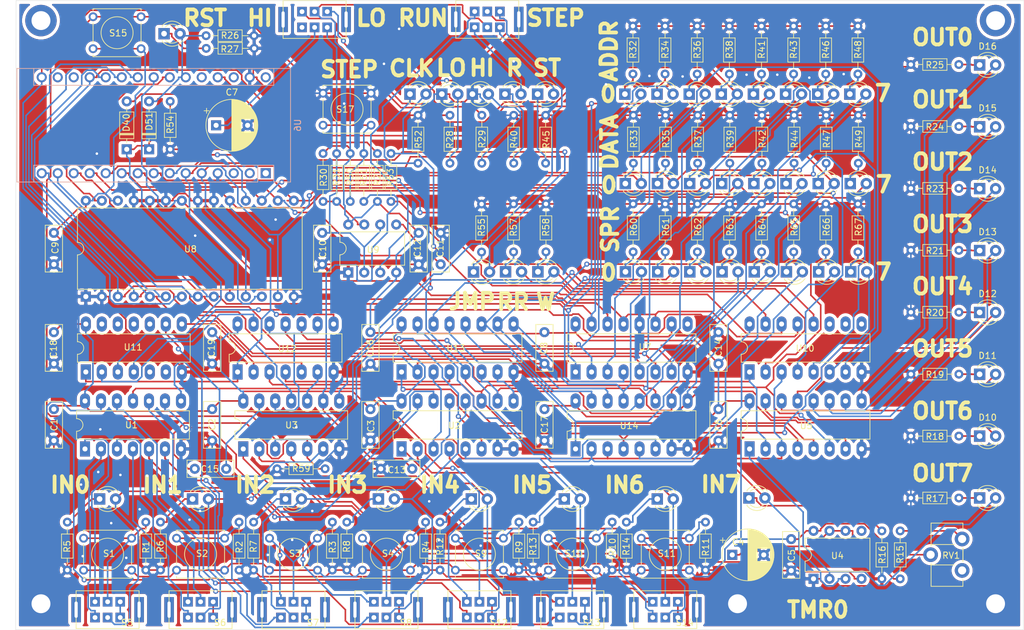
<source format=kicad_pcb>
(kicad_pcb (version 20171130) (host pcbnew "(5.1.9)-1")
  (layers (0 F.Cu signal hide) (31 B.Cu signal) (34 B.Paste user hide) (35 F.Paste user hide) (36 B.SilkS user hide) (37 F.SilkS user hide) (38 B.Mask user hide) (39 F.Mask user hide) (44 Edge.Cuts user))
  (net 0 "")
  (net 1 GND)
  (net 2 +5V)
  (net 3 W)
  (net 4 "Net-(D1-PadK)")
  (net 5 /Input/Output/IN0)
  (net 6 /Input/Output/IN1)
  (net 7 "Net-(D2-PadK)")
  (net 8 /Input/Output/IN2)
  (net 9 "Net-(D3-PadK)")
  (net 10 "Net-(D4-PadK)")
  (net 11 /Input/Output/IN3)
  (net 12 "Net-(D5-PadK)")
  (net 13 /Input/Output/IN4)
  (net 14 "Net-(D6-PadK)")
  (net 15 /Input/Output/IN5)
  (net 16 /Input/Output/IN6)
  (net 17 "Net-(D7-PadK)")
  (net 18 "Net-(D8-PadK)")
  (net 19 "Net-(D9-PadK)")
  (net 20 "Net-(D10-PadK)")
  (net 21 "Net-(D11-PadK)")
  (net 22 "Net-(D12-PadK)")
  (net 23 "Net-(D13-PadK)")
  (net 24 RES)
  (net 25 "Net-(D14-PadK)")
  (net 26 "Net-(D15-PadK)")
  (net 27 "Net-(D16-PadK)")
  (net 28 "Net-(D17-PadK)")
  (net 29 "Net-(D18-PadA)")
  (net 30 "Net-(D19-PadA)")
  (net 31 "Net-(D20-PadK)")
  (net 32 "Net-(D21-PadK)")
  (net 33 A0)
  (net 34 "Net-(D22-PadK)")
  (net 35 D0)
  (net 36 A1)
  (net 37 "Net-(D23-PadK)")
  (net 38 "Net-(D24-PadK)")
  (net 39 D1)
  (net 40 "Net-(D25-PadK)")
  (net 41 "Net-(D26-PadK)")
  (net 42 A2)
  (net 43 "Net-(D27-PadK)")
  (net 44 D2)
  (net 45 "Net-(D28-PadK)")
  (net 46 A3)
  (net 47 "Net-(D29-PadK)")
  (net 48 D3)
  (net 49 A4)
  (net 50 "Net-(D30-PadK)")
  (net 51 D4)
  (net 52 "Net-(D31-PadK)")
  (net 53 "Net-(D32-PadK)")
  (net 54 A5)
  (net 55 D5)
  (net 56 "Net-(D33-PadK)")
  (net 57 A6)
  (net 58 "Net-(D34-PadK)")
  (net 59 "Net-(D35-PadK)")
  (net 60 D6)
  (net 61 A7)
  (net 62 "Net-(D36-PadK)")
  (net 63 "Net-(D37-PadK)")
  (net 64 "Net-(D38-PadK)")
  (net 65 "Net-(D39-PadK)")
  (net 66 "Net-(R1-Pad2)")
  (net 67 "Net-(R2-Pad2)")
  (net 68 "Net-(R3-Pad2)")
  (net 69 "Net-(R4-Pad2)")
  (net 70 "Net-(R9-Pad2)")
  (net 71 "Net-(R10-Pad2)")
  (net 72 "Net-(R11-Pad2)")
  (net 73 "Net-(R28-Pad1)")
  (net 74 "Net-(R29-Pad1)")
  (net 75 CLK)
  (net 76 "Net-(S5-Pad5)")
  (net 77 "Net-(S6-Pad5)")
  (net 78 "Net-(S7-Pad5)")
  (net 79 "Net-(S8-Pad5)")
  (net 80 "Net-(S13-Pad5)")
  (net 81 "Net-(S14-Pad5)")
  (net 82 D)
  (net 83 PRG)
  (net 84 WEN)
  (net 85 "Net-(C10-Pad1)")
  (net 86 "Net-(C11-Pad1)")
  (net 87 "Net-(C13-Pad2)")
  (net 88 "Net-(C15-Pad1)")
  (net 89 IN7)
  (net 90 TMR0-TRG)
  (net 91 "Net-(D28-PadA)")
  (net 92 "Net-(D33-PadA)")
  (net 93 "Net-(D41-PadK)")
  (net 94 "Net-(D42-PadK)")
  (net 95 "Net-(D43-PadK)")
  (net 96 "Net-(D43-PadA)")
  (net 97 "Net-(D44-PadA)")
  (net 98 "Net-(D44-PadK)")
  (net 99 "Net-(D45-PadK)")
  (net 100 "Net-(D45-PadA)")
  (net 101 "Net-(D46-PadA)")
  (net 102 "Net-(D46-PadK)")
  (net 103 "Net-(D47-PadK)")
  (net 104 "Net-(D47-PadA)")
  (net 105 "Net-(D48-PadA)")
  (net 106 "Net-(D48-PadK)")
  (net 107 "Net-(D49-PadK)")
  (net 108 "Net-(D49-PadA)")
  (net 109 "Net-(R15-Pad1)")
  (net 110 "Net-(S5-Pad1)")
  (net 111 "Net-(S5-Pad3)")
  (net 112 "Net-(S6-Pad3)")
  (net 113 "Net-(S6-Pad1)")
  (net 114 "Net-(S7-Pad1)")
  (net 115 "Net-(S7-Pad3)")
  (net 116 "Net-(S8-Pad3)")
  (net 117 "Net-(S8-Pad1)")
  (net 118 "Net-(S12-Pad1)")
  (net 119 "Net-(S12-Pad3)")
  (net 120 "Net-(S12-Pad5)")
  (net 121 "Net-(S13-Pad3)")
  (net 122 "Net-(S13-Pad1)")
  (net 123 "Net-(S14-Pad1)")
  (net 124 "Net-(S14-Pad3)")
  (net 125 "Net-(S18-Pad3)")
  (net 126 "Net-(S18-Pad1)")
  (net 127 IN-WINH)
  (net 128 "Net-(U11-Pad9)")
  (net 129 "Net-(U12-Pad12)")
  (net 130 D7)
  (net 131 !RES)
  (net 132 "Net-(U12-Pad6)")
  (net 133 OUT-WD)
  (net 134 "Net-(U11-Pad8)")
  (net 135 "Net-(U11-Pad2)")
  (net 136 SPRAM-WINH)
  (net 137 SRAM-WD)
  (net 138 "Net-(D10-PadA)")
  (net 139 "Net-(D11-PadA)")
  (net 140 "Net-(D12-PadA)")
  (net 141 "Net-(D13-PadA)")
  (net 142 "Net-(D14-PadA)")
  (net 143 "Net-(D15-PadA)")
  (net 144 "Net-(D16-PadA)")
  (net 145 "Net-(D41-PadA)")
  (net 146 "Net-(D50-PadA)")
  (net 147 "Net-(D50-PadK)")
  (net 148 "Net-(R22-Pad2)")
  (net 149 "Net-(R30-Pad1)")
  (net 150 "Net-(R50-Pad1)")
  (net 151 "Net-(R53-Pad1)")
  (net 152 "Net-(C4-Pad1)")
  (net 153 "Net-(C7-Pad1)")
  (net 154 JMP)
  (net 155 "Net-(U11-Pad4)")
  (net 156 "Net-(D40-Pad1)")
  (module plc14500:LED_3MM (layer F.Cu) (at 204.13 86.2143)
    (fp_text reference D50 hide)
    (fp_text value "LED 5MM Red")
    (pad A thru_hole circle (at 2.54 0) (size 1.8 1.8) (drill 0.9) (layers *.Cu *.Mask) (net 146 "Net-(D50-PadA)"))
    (pad K thru_hole rect (at 0 0) (size 1.8 1.8) (drill 0.9) (layers *.Cu *.Mask) (net 147 "Net-(D50-PadK)"))
  )
  (module plc14500:LED_3MM (layer F.Cu) (at 199.02 86.2143)
    (fp_text reference D49 hide)
    (fp_text value "LED 5MM Red")
    (pad A thru_hole circle (at 2.54 0) (size 1.8 1.8) (drill 0.9) (layers *.Cu *.Mask) (net 108 "Net-(D49-PadA)"))
    (pad K thru_hole rect (at 0 0) (size 1.8 1.8) (drill 0.9) (layers *.Cu *.Mask) (net 107 "Net-(D49-PadK)"))
  )
  (module plc14500:LED_3MM (layer F.Cu) (at 193.91 86.2143)
    (fp_text reference D48 hide)
    (fp_text value "LED 5MM Red")
    (pad A thru_hole circle (at 2.54 0) (size 1.8 1.8) (drill 0.9) (layers *.Cu *.Mask) (net 105 "Net-(D48-PadA)"))
    (pad K thru_hole rect (at 0 0) (size 1.8 1.8) (drill 0.9) (layers *.Cu *.Mask) (net 106 "Net-(D48-PadK)"))
  )
  (module plc14500:LED_3MM (layer F.Cu) (at 188.8 86.2143)
    (fp_text reference D47 hide)
    (fp_text value "LED 5MM Red")
    (pad A thru_hole circle (at 2.54 0) (size 1.8 1.8) (drill 0.9) (layers *.Cu *.Mask) (net 104 "Net-(D47-PadA)"))
    (pad K thru_hole rect (at 0 0) (size 1.8 1.8) (drill 0.9) (layers *.Cu *.Mask) (net 103 "Net-(D47-PadK)"))
  )
  (module plc14500:LED_3MM (layer F.Cu) (at 183.69 86.2143)
    (fp_text reference D46 hide)
    (fp_text value "LED 5MM Red")
    (pad A thru_hole circle (at 2.54 0) (size 1.8 1.8) (drill 0.9) (layers *.Cu *.Mask) (net 101 "Net-(D46-PadA)"))
    (pad K thru_hole rect (at 0 0) (size 1.8 1.8) (drill 0.9) (layers *.Cu *.Mask) (net 102 "Net-(D46-PadK)"))
  )
  (module plc14500:LED_3MM (layer F.Cu) (at 178.58 86.2143)
    (fp_text reference D45 hide)
    (fp_text value "LED 5MM Red")
    (pad A thru_hole circle (at 2.54 0) (size 1.8 1.8) (drill 0.9) (layers *.Cu *.Mask) (net 100 "Net-(D45-PadA)"))
    (pad K thru_hole rect (at 0 0) (size 1.8 1.8) (drill 0.9) (layers *.Cu *.Mask) (net 99 "Net-(D45-PadK)"))
  )
  (module plc14500:LED_3MM (layer F.Cu) (at 173.47 86.2143)
    (fp_text reference D44 hide)
    (fp_text value "LED 5MM Red")
    (pad A thru_hole circle (at 2.54 0) (size 1.8 1.8) (drill 0.9) (layers *.Cu *.Mask) (net 97 "Net-(D44-PadA)"))
    (pad K thru_hole rect (at 0 0) (size 1.8 1.8) (drill 0.9) (layers *.Cu *.Mask) (net 98 "Net-(D44-PadK)"))
  )
  (module plc14500:LED_3MM (layer F.Cu) (at 168.36 86.2143)
    (fp_text reference D43 hide)
    (fp_text value "LED 5MM Red")
    (pad A thru_hole circle (at 2.54 0) (size 1.8 1.8) (drill 0.9) (layers *.Cu *.Mask) (net 96 "Net-(D43-PadA)"))
    (pad K thru_hole rect (at 0 0) (size 1.8 1.8) (drill 0.9) (layers *.Cu *.Mask) (net 95 "Net-(D43-PadK)"))
  )
  (module plc14500:LED_3MM (layer F.Cu) (at 154.46 86.2143)
    (fp_text reference D42 hide)
    (fp_text value "LED 5MM Red")
    (pad A thru_hole circle (at 2.54 0) (size 1.8 1.8) (drill 0.9) (layers *.Cu *.Mask) (net 3 W))
    (pad K thru_hole rect (at 0 0) (size 1.8 1.8) (drill 0.9) (layers *.Cu *.Mask) (net 94 "Net-(D42-PadK)"))
  )
  (module plc14500:LED_3MM (layer F.Cu) (at 149.32 86.2143)
    (fp_text reference D41 hide)
    (fp_text value "LED 5MM Red")
    (pad A thru_hole circle (at 2.54 0) (size 1.8 1.8) (drill 0.9) (layers *.Cu *.Mask) (net 145 "Net-(D41-PadA)"))
    (pad K thru_hole rect (at 0 0) (size 1.8 1.8) (drill 0.9) (layers *.Cu *.Mask) (net 93 "Net-(D41-PadK)"))
  )
  (module plc14500:LED_3MM (layer F.Cu) (at 144.24 86.2343)
    (fp_text reference D39 hide)
    (fp_text value "LED 5MM Red")
    (pad A thru_hole circle (at 2.54 0) (size 1.8 1.8) (drill 0.9) (layers *.Cu *.Mask) (net 154 JMP))
    (pad K thru_hole rect (at 0 0) (size 1.8 1.8) (drill 0.9) (layers *.Cu *.Mask) (net 65 "Net-(D39-PadK)"))
  )
  (module plc14500:LED_3MM (layer F.Cu) (at 134.15 57.98)
    (fp_text reference D38 hide)
    (fp_text value "LED 5MM Red")
    (pad A thru_hole circle (at 2.54 0) (size 1.8 1.8) (drill 0.9) (layers *.Cu *.Mask) (net 75 CLK))
    (pad K thru_hole rect (at 0 0) (size 1.8 1.8) (drill 0.9) (layers *.Cu *.Mask) (net 64 "Net-(D38-PadK)"))
  )
  (module plc14500:LED_3MM (layer F.Cu) (at 204.05 72.2)
    (fp_text reference D37 hide)
    (fp_text value "LED 5MM Red")
    (pad A thru_hole circle (at 2.54 0) (size 1.8 1.8) (drill 0.9) (layers *.Cu *.Mask) (net 130 D7))
    (pad K thru_hole rect (at 0 0) (size 1.8 1.8) (drill 0.9) (layers *.Cu *.Mask) (net 63 "Net-(D37-PadK)"))
  )
  (module plc14500:LED_3MM (layer F.Cu) (at 203.98 57.98)
    (fp_text reference D36 hide)
    (fp_text value "LED 5MM Red")
    (pad A thru_hole circle (at 2.54 0) (size 1.8 1.8) (drill 0.9) (layers *.Cu *.Mask) (net 61 A7))
    (pad K thru_hole rect (at 0 0) (size 1.8 1.8) (drill 0.9) (layers *.Cu *.Mask) (net 62 "Net-(D36-PadK)"))
  )
  (module plc14500:LED_3MM (layer F.Cu) (at 198.949 72.2)
    (fp_text reference D35 hide)
    (fp_text value "LED 5MM Red")
    (pad A thru_hole circle (at 2.54 0) (size 1.8 1.8) (drill 0.9) (layers *.Cu *.Mask) (net 60 D6))
    (pad K thru_hole rect (at 0 0) (size 1.8 1.8) (drill 0.9) (layers *.Cu *.Mask) (net 59 "Net-(D35-PadK)"))
  )
  (module plc14500:LED_3MM (layer F.Cu) (at 198.879 57.98)
    (fp_text reference D34 hide)
    (fp_text value "LED 5MM Red")
    (pad A thru_hole circle (at 2.54 0) (size 1.8 1.8) (drill 0.9) (layers *.Cu *.Mask) (net 57 A6))
    (pad K thru_hole rect (at 0 0) (size 1.8 1.8) (drill 0.9) (layers *.Cu *.Mask) (net 58 "Net-(D34-PadK)"))
  )
  (module plc14500:LED_3MM (layer F.Cu) (at 154.41 57.98)
    (fp_text reference D33 hide)
    (fp_text value "LED 5MM Red")
    (pad A thru_hole circle (at 2.54 0) (size 1.8 1.8) (drill 0.9) (layers *.Cu *.Mask) (net 92 "Net-(D33-PadA)"))
    (pad K thru_hole rect (at 0 0) (size 1.8 1.8) (drill 0.9) (layers *.Cu *.Mask) (net 56 "Net-(D33-PadK)"))
  )
  (module plc14500:LED_3MM (layer F.Cu) (at 193.847 72.2)
    (fp_text reference D32 hide)
    (fp_text value "LED 5MM Red")
    (pad A thru_hole circle (at 2.54 0) (size 1.8 1.8) (drill 0.9) (layers *.Cu *.Mask) (net 55 D5))
    (pad K thru_hole rect (at 0 0) (size 1.8 1.8) (drill 0.9) (layers *.Cu *.Mask) (net 53 "Net-(D32-PadK)"))
  )
  (module plc14500:LED_3MM (layer F.Cu) (at 193.777 57.98)
    (fp_text reference D31 hide)
    (fp_text value "LED 5MM Red")
    (pad A thru_hole circle (at 2.54 0) (size 1.8 1.8) (drill 0.9) (layers *.Cu *.Mask) (net 54 A5))
    (pad K thru_hole rect (at 0 0) (size 1.8 1.8) (drill 0.9) (layers *.Cu *.Mask) (net 52 "Net-(D31-PadK)"))
  )
  (module plc14500:LED_3MM (layer F.Cu) (at 188.746 72.2)
    (fp_text reference D30 hide)
    (fp_text value "LED 5MM Red")
    (pad A thru_hole circle (at 2.54 0) (size 1.8 1.8) (drill 0.9) (layers *.Cu *.Mask) (net 51 D4))
    (pad K thru_hole rect (at 0 0) (size 1.8 1.8) (drill 0.9) (layers *.Cu *.Mask) (net 50 "Net-(D30-PadK)"))
  )
  (module plc14500:LED_3MM (layer F.Cu) (at 188.676 57.98)
    (fp_text reference D29 hide)
    (fp_text value "LED 5MM Red")
    (pad A thru_hole circle (at 2.54 0) (size 1.8 1.8) (drill 0.9) (layers *.Cu *.Mask) (net 49 A4))
    (pad K thru_hole rect (at 0 0) (size 1.8 1.8) (drill 0.9) (layers *.Cu *.Mask) (net 47 "Net-(D29-PadK)"))
  )
  (module plc14500:LED_3MM (layer F.Cu) (at 149.23 57.98)
    (fp_text reference D28 hide)
    (fp_text value "LED 5MM Red")
    (pad A thru_hole circle (at 2.54 0) (size 1.8 1.8) (drill 0.9) (layers *.Cu *.Mask) (net 91 "Net-(D28-PadA)"))
    (pad K thru_hole rect (at 0 0) (size 1.8 1.8) (drill 0.9) (layers *.Cu *.Mask) (net 45 "Net-(D28-PadK)"))
  )
  (module plc14500:LED_3MM (layer F.Cu) (at 183.644 72.2)
    (fp_text reference D27 hide)
    (fp_text value "LED 5MM Red")
    (pad A thru_hole circle (at 2.54 0) (size 1.8 1.8) (drill 0.9) (layers *.Cu *.Mask) (net 48 D3))
    (pad K thru_hole rect (at 0 0) (size 1.8 1.8) (drill 0.9) (layers *.Cu *.Mask) (net 43 "Net-(D27-PadK)"))
  )
  (module plc14500:LED_3MM (layer F.Cu) (at 183.574 57.98)
    (fp_text reference D26 hide)
    (fp_text value "LED 5MM Red")
    (pad A thru_hole circle (at 2.54 0) (size 1.8 1.8) (drill 0.9) (layers *.Cu *.Mask) (net 46 A3))
    (pad K thru_hole rect (at 0 0) (size 1.8 1.8) (drill 0.9) (layers *.Cu *.Mask) (net 41 "Net-(D26-PadK)"))
  )
  (module plc14500:LED_3MM (layer F.Cu) (at 178.543 72.2)
    (fp_text reference D25 hide)
    (fp_text value "LED 5MM Red")
    (pad A thru_hole circle (at 2.54 0) (size 1.8 1.8) (drill 0.9) (layers *.Cu *.Mask) (net 44 D2))
    (pad K thru_hole rect (at 0 0) (size 1.8 1.8) (drill 0.9) (layers *.Cu *.Mask) (net 40 "Net-(D25-PadK)"))
  )
  (module plc14500:LED_3MM (layer F.Cu) (at 178.473 57.98)
    (fp_text reference D24 hide)
    (fp_text value "LED 5MM Red")
    (pad A thru_hole circle (at 2.54 0) (size 1.8 1.8) (drill 0.9) (layers *.Cu *.Mask) (net 42 A2))
    (pad K thru_hole rect (at 0 0) (size 1.8 1.8) (drill 0.9) (layers *.Cu *.Mask) (net 38 "Net-(D24-PadK)"))
  )
  (module plc14500:LED_3MM (layer F.Cu) (at 173.441 72.2)
    (fp_text reference D23 hide)
    (fp_text value "LED 5MM Red")
    (pad A thru_hole circle (at 2.54 0) (size 1.8 1.8) (drill 0.9) (layers *.Cu *.Mask) (net 39 D1))
    (pad K thru_hole rect (at 0 0) (size 1.8 1.8) (drill 0.9) (layers *.Cu *.Mask) (net 37 "Net-(D23-PadK)"))
  )
  (module plc14500:LED_3MM (layer F.Cu) (at 173.371 57.98)
    (fp_text reference D22 hide)
    (fp_text value "LED 5MM Red")
    (pad A thru_hole circle (at 2.54 0) (size 1.8 1.8) (drill 0.9) (layers *.Cu *.Mask) (net 36 A1))
    (pad K thru_hole rect (at 0 0) (size 1.8 1.8) (drill 0.9) (layers *.Cu *.Mask) (net 34 "Net-(D22-PadK)"))
  )
  (module plc14500:LED_3MM (layer F.Cu) (at 168.34 72.2)
    (fp_text reference D21 hide)
    (fp_text value "LED 5MM Red")
    (pad A thru_hole circle (at 2.54 0) (size 1.8 1.8) (drill 0.9) (layers *.Cu *.Mask) (net 35 D0))
    (pad K thru_hole rect (at 0 0) (size 1.8 1.8) (drill 0.9) (layers *.Cu *.Mask) (net 32 "Net-(D21-PadK)"))
  )
  (module plc14500:LED_3MM (layer F.Cu) (at 168.27 57.98)
    (fp_text reference D20 hide)
    (fp_text value "LED 5MM Red")
    (pad A thru_hole circle (at 2.54 0) (size 1.8 1.8) (drill 0.9) (layers *.Cu *.Mask) (net 33 A0))
    (pad K thru_hole rect (at 0 0) (size 1.8 1.8) (drill 0.9) (layers *.Cu *.Mask) (net 31 "Net-(D20-PadK)"))
  )
  (module plc14500:LED_3MM (layer F.Cu) (at 139.21 57.98)
    (fp_text reference D19 hide)
    (fp_text value "LED 5MM Red")
    (pad A thru_hole circle (at 2.54 0) (size 1.8 1.8) (drill 0.9) (layers *.Cu *.Mask) (net 30 "Net-(D19-PadA)"))
    (pad K thru_hole rect (at 0 0) (size 1.8 1.8) (drill 0.9) (layers *.Cu *.Mask) (net 1 GND))
  )
  (module plc14500:LED_3MM (layer F.Cu) (at 144.06 57.98)
    (fp_text reference D18 hide)
    (fp_text value "LED 5MM Red")
    (pad A thru_hole circle (at 2.54 0) (size 1.8 1.8) (drill 0.9) (layers *.Cu *.Mask) (net 29 "Net-(D18-PadA)"))
    (pad K thru_hole rect (at 0 0) (size 1.8 1.8) (drill 0.9) (layers *.Cu *.Mask) (net 1 GND))
  )
  (module plc14500:LED_3MM (layer F.Cu) (at 95.11 48.38)
    (fp_text reference D17 hide)
    (fp_text value "LED 5MM Red")
    (pad A thru_hole circle (at 2.54 0) (size 1.8 1.8) (drill 0.9) (layers *.Cu *.Mask) (net 24 RES))
    (pad K thru_hole rect (at 0 0) (size 1.8 1.8) (drill 0.9) (layers *.Cu *.Mask) (net 28 "Net-(D17-PadK)"))
  )
  (module plc14500:LED_3MM (layer F.Cu) (at 224.58 53.35)
    (fp_text reference D16 (at 1.27 -2.96) (layer F.SilkS))
    (fp_text value "LED 5MM Red")
    (pad A thru_hole circle (at 2.54 0) (size 1.8 1.8) (drill 0.9) (layers *.Cu *.Mask) (net 144 "Net-(D16-PadA)"))
    (pad K thru_hole rect (at 0 0) (size 1.8 1.8) (drill 0.9) (layers *.Cu *.Mask) (net 27 "Net-(D16-PadK)"))
  )
  (module plc14500:LED_3MM (layer F.Cu) (at 224.58 63.1786)
    (fp_text reference D15 (at 1.27 -2.96) (layer F.SilkS))
    (fp_text value "LED 5MM Red")
    (pad A thru_hole circle (at 2.54 0) (size 1.8 1.8) (drill 0.9) (layers *.Cu *.Mask) (net 143 "Net-(D15-PadA)"))
    (pad K thru_hole rect (at 0 0) (size 1.8 1.8) (drill 0.9) (layers *.Cu *.Mask) (net 26 "Net-(D15-PadK)"))
  )
  (module plc14500:LED_3MM (layer F.Cu) (at 224.58 73.0071)
    (fp_text reference D14 (at 1.27 -2.96) (layer F.SilkS))
    (fp_text value "LED 5MM Red")
    (pad A thru_hole circle (at 2.54 0) (size 1.8 1.8) (drill 0.9) (layers *.Cu *.Mask) (net 142 "Net-(D14-PadA)"))
    (pad K thru_hole rect (at 0 0) (size 1.8 1.8) (drill 0.9) (layers *.Cu *.Mask) (net 25 "Net-(D14-PadK)"))
  )
  (module plc14500:LED_3MM (layer F.Cu) (at 224.58 82.8357)
    (fp_text reference D13 (at 1.27 -2.96) (layer F.SilkS))
    (fp_text value "LED 5MM Red")
    (pad A thru_hole circle (at 2.54 0) (size 1.8 1.8) (drill 0.9) (layers *.Cu *.Mask) (net 141 "Net-(D13-PadA)"))
    (pad K thru_hole rect (at 0 0) (size 1.8 1.8) (drill 0.9) (layers *.Cu *.Mask) (net 23 "Net-(D13-PadK)"))
  )
  (module plc14500:LED_3MM (layer F.Cu) (at 224.58 92.6643)
    (fp_text reference D12 (at 1.27 -2.96) (layer F.SilkS))
    (fp_text value "LED 5MM Red")
    (pad A thru_hole circle (at 2.54 0) (size 1.8 1.8) (drill 0.9) (layers *.Cu *.Mask) (net 140 "Net-(D12-PadA)"))
    (pad K thru_hole rect (at 0 0) (size 1.8 1.8) (drill 0.9) (layers *.Cu *.Mask) (net 22 "Net-(D12-PadK)"))
  )
  (module plc14500:LED_3MM (layer F.Cu) (at 224.58 102.493)
    (fp_text reference D11 (at 1.27 -2.96) (layer F.SilkS))
    (fp_text value "LED 5MM Red")
    (pad A thru_hole circle (at 2.54 0) (size 1.8 1.8) (drill 0.9) (layers *.Cu *.Mask) (net 139 "Net-(D11-PadA)"))
    (pad K thru_hole rect (at 0 0) (size 1.8 1.8) (drill 0.9) (layers *.Cu *.Mask) (net 21 "Net-(D11-PadK)"))
  )
  (module plc14500:LED_3MM (layer F.Cu) (at 224.58 112.321)
    (fp_text reference D10 (at 1.27 -2.96) (layer F.SilkS))
    (fp_text value "LED 5MM Red")
    (pad A thru_hole circle (at 2.54 0) (size 1.8 1.8) (drill 0.9) (layers *.Cu *.Mask) (net 138 "Net-(D10-PadA)"))
    (pad K thru_hole rect (at 0 0) (size 1.8 1.8) (drill 0.9) (layers *.Cu *.Mask) (net 20 "Net-(D10-PadK)"))
  )
  (module plc14500:LED_3MM (layer F.Cu) (at 224.58 122.15)
    (fp_text reference D9 hide)
    (fp_text value "LED 5MM Red")
    (pad A thru_hole circle (at 2.54 0) (size 1.8 1.8) (drill 0.9) (layers *.Cu *.Mask) (net 90 TMR0-TRG))
    (pad K thru_hole rect (at 0 0) (size 1.8 1.8) (drill 0.9) (layers *.Cu *.Mask) (net 19 "Net-(D9-PadK)"))
  )
  (module plc14500:LED_3MM (layer F.Cu) (at 187.96 122.15)
    (fp_text reference D8 hide)
    (fp_text value "LED 5MM Red")
    (pad A thru_hole circle (at 2.54 0) (size 1.8 1.8) (drill 0.9) (layers *.Cu *.Mask) (net 89 IN7))
    (pad K thru_hole rect (at 0 0) (size 1.8 1.8) (drill 0.9) (layers *.Cu *.Mask) (net 18 "Net-(D8-PadK)"))
  )
  (module plc14500:LED_3MM (layer F.Cu) (at 173.405 122.31)
    (fp_text reference D7 hide)
    (fp_text value "LED 5MM Red")
    (pad A thru_hole circle (at 2.54 0) (size 1.8 1.8) (drill 0.9) (layers *.Cu *.Mask) (net 16 /Input/Output/IN6))
    (pad K thru_hole rect (at 0 0) (size 1.8 1.8) (drill 0.9) (layers *.Cu *.Mask) (net 17 "Net-(D7-PadK)"))
  )
  (module plc14500:LED_3MM (layer F.Cu) (at 158.65 122.31)
    (fp_text reference D6 hide)
    (fp_text value "LED 5MM Red")
    (pad A thru_hole circle (at 2.54 0) (size 1.8 1.8) (drill 0.9) (layers *.Cu *.Mask) (net 15 /Input/Output/IN5))
    (pad K thru_hole rect (at 0 0) (size 1.8 1.8) (drill 0.9) (layers *.Cu *.Mask) (net 14 "Net-(D6-PadK)"))
  )
  (module plc14500:LED_3MM (layer F.Cu) (at 143.895 122.31)
    (fp_text reference D5 hide)
    (fp_text value "LED 5MM Red")
    (pad A thru_hole circle (at 2.54 0) (size 1.8 1.8) (drill 0.9) (layers *.Cu *.Mask) (net 13 /Input/Output/IN4))
    (pad K thru_hole rect (at 0 0) (size 1.8 1.8) (drill 0.9) (layers *.Cu *.Mask) (net 12 "Net-(D5-PadK)"))
  )
  (module plc14500:LED_3MM (layer F.Cu) (at 129.14 122.31)
    (fp_text reference D4 hide)
    (fp_text value "LED 5MM Red")
    (pad A thru_hole circle (at 2.54 0) (size 1.8 1.8) (drill 0.9) (layers *.Cu *.Mask) (net 11 /Input/Output/IN3))
    (pad K thru_hole rect (at 0 0) (size 1.8 1.8) (drill 0.9) (layers *.Cu *.Mask) (net 10 "Net-(D4-PadK)"))
  )
  (module plc14500:LED_3MM (layer F.Cu) (at 114.385 122.31)
    (fp_text reference D3 hide)
    (fp_text value "LED 5MM Red")
    (pad A thru_hole circle (at 2.54 0) (size 1.8 1.8) (drill 0.9) (layers *.Cu *.Mask) (net 8 /Input/Output/IN2))
    (pad K thru_hole rect (at 0 0) (size 1.8 1.8) (drill 0.9) (layers *.Cu *.Mask) (net 9 "Net-(D3-PadK)"))
  )
  (module plc14500:LED_3MM (layer F.Cu) (at 99.63 122.31)
    (fp_text reference D2 hide)
    (fp_text value "LED 5MM Red")
    (pad A thru_hole circle (at 2.54 0) (size 1.8 1.8) (drill 0.9) (layers *.Cu *.Mask) (net 6 /Input/Output/IN1))
    (pad K thru_hole rect (at 0 0) (size 1.8 1.8) (drill 0.9) (layers *.Cu *.Mask) (net 7 "Net-(D2-PadK)"))
  )
  (module plc14500:LED_3MM (layer F.Cu) (at 84.875 122.31)
    (fp_text reference D1 hide)
    (fp_text value "LED 5MM Red")
    (pad A thru_hole circle (at 2.54 0) (size 1.8 1.8) (drill 0.9) (layers *.Cu *.Mask) (net 5 /Input/Output/IN0))
    (pad K thru_hole rect (at 0 0) (size 1.8 1.8) (drill 0.9) (layers *.Cu *.Mask) (net 4 "Net-(D1-PadK)"))
  )
  (module Capacitor_THT:C_Rect_L7.2mm_W2.5mm_P5.00mm_FKS2_FKP2_MKS2_MKP2 (layer F.Cu) (at 127.871 113.03 90)
    (fp_text reference C3 (at 2.31 0.09 90) (layer F.SilkS))
    (fp_text value 100nF)
    (pad 1 thru_hole circle (at 0 0 90) (size 1.6 1.6) (drill 0.8) (layers *.Cu *.Mask) (net 1 GND))
    (pad 2 thru_hole circle (at 5 0 90) (size 1.6 1.6) (drill 0.8) (layers *.Cu *.Mask) (net 2 +5V))
  )
  (module Capacitor_THT:CP_Radial_D8.0mm_P5.00mm (layer F.Cu) (at 185.31 131.185)
    (fp_text reference C4 (at 0.95 -2.055) (layer F.SilkS))
    (fp_text value 10uF)
    (pad 1 thru_hole rect (at 0 0) (size 1.6 1.6) (drill 0.8) (layers *.Cu *.Mask) (net 152 "Net-(C4-Pad1)"))
    (pad 2 thru_hole circle (at 5 0) (size 1.6 1.6) (drill 0.8) (layers *.Cu *.Mask) (net 1 GND))
  )
  (module Capacitor_THT:C_Rect_L7.2mm_W2.5mm_P5.00mm_FKS2_FKP2_MKS2_MKP2 (layer F.Cu) (at 194.67 128.685 270)
    (fp_text reference C5 (at 2.585 -0.07 90) (layer F.SilkS))
    (fp_text value 100nF)
    (pad 2 thru_hole circle (at 5 0 270) (size 1.6 1.6) (drill 0.8) (layers *.Cu *.Mask) (net 1 GND))
    (pad 1 thru_hole circle (at 0 0 270) (size 1.6 1.6) (drill 0.8) (layers *.Cu *.Mask) (net 2 +5V))
  )
  (module Capacitor_THT:C_Rect_L7.2mm_W2.5mm_P5.00mm_FKS2_FKP2_MKS2_MKP2 (layer F.Cu) (at 183.122 108.03 270)
    (fp_text reference C6 (at 2.52 -0.04 90) (layer F.SilkS))
    (fp_text value 100nF)
    (pad 2 thru_hole circle (at 5 0 270) (size 1.6 1.6) (drill 0.8) (layers *.Cu *.Mask) (net 1 GND))
    (pad 1 thru_hole circle (at 0 0 270) (size 1.6 1.6) (drill 0.8) (layers *.Cu *.Mask) (net 2 +5V))
  )
  (module Capacitor_THT:CP_Radial_D8.0mm_P5.00mm (layer F.Cu) (at 103.37 62.94)
    (fp_text reference C7 (at 2.5 -5.25) (layer F.SilkS))
    (fp_text value 10uF)
    (pad 2 thru_hole circle (at 5 0) (size 1.6 1.6) (drill 0.8) (layers *.Cu *.Mask) (net 1 GND))
    (pad 1 thru_hole rect (at 0 0) (size 1.6 1.6) (drill 0.8) (layers *.Cu *.Mask) (net 153 "Net-(C7-Pad1)"))
  )
  (module Capacitor_THT:C_Rect_L7.2mm_W2.5mm_P5.00mm_FKS2_FKP2_MKS2_MKP2 (layer F.Cu) (at 155.497 95.805 270)
    (fp_text reference C8 (at 2.535 0.056662 90) (layer F.SilkS))
    (fp_text value 100nF)
    (pad 1 thru_hole circle (at 0 0 270) (size 1.6 1.6) (drill 0.8) (layers *.Cu *.Mask) (net 2 +5V))
    (pad 2 thru_hole circle (at 5 0 270) (size 1.6 1.6) (drill 0.8) (layers *.Cu *.Mask) (net 1 GND))
  )
  (module Capacitor_THT:C_Rect_L7.2mm_W2.5mm_P5.00mm_FKS2_FKP2_MKS2_MKP2 (layer F.Cu) (at 77.62 85.025 90)
    (fp_text reference C9 (at 2.625 0.21 90) (layer F.SilkS))
    (fp_text value 100nF)
    (pad 1 thru_hole circle (at 0 0 90) (size 1.6 1.6) (drill 0.8) (layers *.Cu *.Mask) (net 1 GND))
    (pad 2 thru_hole circle (at 5 0 90) (size 1.6 1.6) (drill 0.8) (layers *.Cu *.Mask) (net 2 +5V))
  )
  (module Capacitor_THT:C_Rect_L7.2mm_W2.5mm_P5.00mm_FKS2_FKP2_MKS2_MKP2 (layer F.Cu) (at 120.22 80.025 270)
    (fp_text reference C10 (at 2.55 -0.09 90) (layer F.SilkS))
    (fp_text value 100nF)
    (pad 1 thru_hole circle (at 0 0 270) (size 1.6 1.6) (drill 0.8) (layers *.Cu *.Mask) (net 85 "Net-(C10-Pad1)"))
    (pad 2 thru_hole circle (at 5 0 270) (size 1.6 1.6) (drill 0.8) (layers *.Cu *.Mask) (net 1 GND))
  )
  (module Capacitor_THT:C_Rect_L7.2mm_W2.5mm_P5.00mm_FKS2_FKP2_MKS2_MKP2 (layer F.Cu) (at 139.02 85.025 90)
    (fp_text reference C11 (at 2.56 -0.06 90) (layer F.SilkS))
    (fp_text value 100nF)
    (pad 1 thru_hole circle (at 0 0 90) (size 1.6 1.6) (drill 0.8) (layers *.Cu *.Mask) (net 86 "Net-(C11-Pad1)"))
    (pad 2 thru_hole circle (at 5 0 90) (size 1.6 1.6) (drill 0.8) (layers *.Cu *.Mask) (net 1 GND))
  )
  (module Capacitor_THT:C_Rect_L7.2mm_W2.5mm_P5.00mm_FKS2_FKP2_MKS2_MKP2 (layer F.Cu) (at 135.53 85.025 90)
    (fp_text reference C12 (at 2.55 -0.19 90) (layer F.SilkS))
    (fp_text value 100nF)
    (pad 1 thru_hole circle (at 0 0 90) (size 1.6 1.6) (drill 0.8) (layers *.Cu *.Mask) (net 1 GND))
    (pad 2 thru_hole circle (at 5 0 90) (size 1.6 1.6) (drill 0.8) (layers *.Cu *.Mask) (net 2 +5V))
  )
  (module Capacitor_THT:C_Rect_L7.2mm_W2.5mm_P5.00mm_FKS2_FKP2_MKS2_MKP2 (layer F.Cu) (at 129.51 117.51)
    (fp_text reference C13 (at 2.56 0.18) (layer F.SilkS))
    (fp_text value 100nF)
    (pad 2 thru_hole circle (at 5 0) (size 1.6 1.6) (drill 0.8) (layers *.Cu *.Mask) (net 87 "Net-(C13-Pad2)"))
    (pad 1 thru_hole circle (at 0 0) (size 1.6 1.6) (drill 0.8) (layers *.Cu *.Mask) (net 1 GND))
  )
  (module Capacitor_THT:C_Rect_L7.2mm_W2.5mm_P5.00mm_FKS2_FKP2_MKS2_MKP2 (layer F.Cu) (at 183.122 100.805 90)
    (fp_text reference C14 (at 2.525 -0.002216 90) (layer F.SilkS))
    (fp_text value 100nF)
    (pad 2 thru_hole circle (at 5 0 90) (size 1.6 1.6) (drill 0.8) (layers *.Cu *.Mask) (net 1 GND))
    (pad 1 thru_hole circle (at 0 0 90) (size 1.6 1.6) (drill 0.8) (layers *.Cu *.Mask) (net 2 +5V))
  )
  (module Capacitor_THT:C_Rect_L7.2mm_W2.5mm_P5.00mm_FKS2_FKP2_MKS2_MKP2 (layer F.Cu) (at 99.98 117.51)
    (fp_text reference C15 (at 2.39 0.05) (layer F.SilkS))
    (fp_text value 100nF)
    (pad 2 thru_hole circle (at 5 0) (size 1.6 1.6) (drill 0.8) (layers *.Cu *.Mask) (net 3 W))
    (pad 1 thru_hole circle (at 0 0) (size 1.6 1.6) (drill 0.8) (layers *.Cu *.Mask) (net 88 "Net-(C15-Pad1)"))
  )
  (module Capacitor_THT:C_Rect_L7.2mm_W2.5mm_P5.00mm_FKS2_FKP2_MKS2_MKP2 (layer F.Cu) (at 127.871 95.805 270)
    (fp_text reference C16 (at 2.55 0.04 90) (layer F.SilkS))
    (fp_text value 100nF)
    (pad 2 thru_hole circle (at 5 0 270) (size 1.6 1.6) (drill 0.8) (layers *.Cu *.Mask) (net 1 GND))
    (pad 1 thru_hole circle (at 0 0 270) (size 1.6 1.6) (drill 0.8) (layers *.Cu *.Mask) (net 2 +5V))
  )
  (module Capacitor_THT:C_Rect_L7.2mm_W2.5mm_P5.00mm_FKS2_FKP2_MKS2_MKP2 (layer F.Cu) (at 155.497 108.03 270)
    (fp_text reference C17 (at 2.46 -0.02 90) (layer F.SilkS))
    (fp_text value 100nF)
    (pad 1 thru_hole circle (at 0 0 270) (size 1.6 1.6) (drill 0.8) (layers *.Cu *.Mask) (net 2 +5V))
    (pad 2 thru_hole circle (at 5 0 270) (size 1.6 1.6) (drill 0.8) (layers *.Cu *.Mask) (net 1 GND))
  )
  (module Resistor_THT:R_Axial_DIN0204_L3.6mm_D1.6mm_P7.62mm_Horizontal (layer F.Cu) (at 92.21 133.6 90)
    (fp_text reference R1 (at 3.65 0.04 90) (layer F.SilkS))
    (fp_text value 47K)
    (pad 2 thru_hole oval (at 7.62 0 90) (size 1.4 1.4) (drill 0.7) (layers *.Cu *.Mask) (net 66 "Net-(R1-Pad2)"))
    (pad 1 thru_hole circle (at 0 0 90) (size 1.4 1.4) (drill 0.7) (layers *.Cu *.Mask) (net 1 GND))
  )
  (module Resistor_THT:R_Axial_DIN0204_L3.6mm_D1.6mm_P7.62mm_Horizontal (layer F.Cu) (at 107.018 133.6 90)
    (fp_text reference R2 (at 3.65 0.04 90) (layer F.SilkS))
    (fp_text value 47K)
    (pad 1 thru_hole circle (at 0 0 90) (size 1.4 1.4) (drill 0.7) (layers *.Cu *.Mask) (net 1 GND))
    (pad 2 thru_hole oval (at 7.62 0 90) (size 1.4 1.4) (drill 0.7) (layers *.Cu *.Mask) (net 67 "Net-(R2-Pad2)"))
  )
  (module Resistor_THT:R_Axial_DIN0204_L3.6mm_D1.6mm_P7.62mm_Horizontal (layer F.Cu) (at 121.827 133.6 90)
    (fp_text reference R3 (at 3.65 0.04 90) (layer F.SilkS))
    (fp_text value 47K)
    (pad 2 thru_hole oval (at 7.62 0 90) (size 1.4 1.4) (drill 0.7) (layers *.Cu *.Mask) (net 68 "Net-(R3-Pad2)"))
    (pad 1 thru_hole circle (at 0 0 90) (size 1.4 1.4) (drill 0.7) (layers *.Cu *.Mask) (net 1 GND))
  )
  (module Resistor_THT:R_Axial_DIN0204_L3.6mm_D1.6mm_P7.62mm_Horizontal (layer F.Cu) (at 136.635 133.6 90)
    (fp_text reference R4 (at 3.65 0.04 90) (layer F.SilkS))
    (fp_text value 47K)
    (pad 1 thru_hole circle (at 0 0 90) (size 1.4 1.4) (drill 0.7) (layers *.Cu *.Mask) (net 1 GND))
    (pad 2 thru_hole oval (at 7.62 0 90) (size 1.4 1.4) (drill 0.7) (layers *.Cu *.Mask) (net 69 "Net-(R4-Pad2)"))
  )
  (module Resistor_THT:R_Axial_DIN0204_L3.6mm_D1.6mm_P7.62mm_Horizontal (layer F.Cu) (at 79.75 133.6 90)
    (fp_text reference R5 (at 3.75 -0.02 90) (layer F.SilkS))
    (fp_text value 680R)
    (pad 2 thru_hole oval (at 7.62 0 90) (size 1.4 1.4) (drill 0.7) (layers *.Cu *.Mask) (net 4 "Net-(D1-PadK)"))
    (pad 1 thru_hole circle (at 0 0 90) (size 1.4 1.4) (drill 0.7) (layers *.Cu *.Mask) (net 1 GND))
  )
  (module Resistor_THT:R_Axial_DIN0204_L3.6mm_D1.6mm_P7.62mm_Horizontal (layer F.Cu) (at 94.5417 133.6 90)
    (fp_text reference R6 (at 3.75 -0.02 90) (layer F.SilkS))
    (fp_text value 680R)
    (pad 1 thru_hole circle (at 0 0 90) (size 1.4 1.4) (drill 0.7) (layers *.Cu *.Mask) (net 1 GND))
    (pad 2 thru_hole oval (at 7.62 0 90) (size 1.4 1.4) (drill 0.7) (layers *.Cu *.Mask) (net 7 "Net-(D2-PadK)"))
  )
  (module Resistor_THT:R_Axial_DIN0204_L3.6mm_D1.6mm_P7.62mm_Horizontal (layer F.Cu) (at 109.333 133.6 90)
    (fp_text reference R7 (at 3.75 -0.02 90) (layer F.SilkS))
    (fp_text value 680R)
    (pad 1 thru_hole circle (at 0 0 90) (size 1.4 1.4) (drill 0.7) (layers *.Cu *.Mask) (net 1 GND))
    (pad 2 thru_hole oval (at 7.62 0 90) (size 1.4 1.4) (drill 0.7) (layers *.Cu *.Mask) (net 9 "Net-(D3-PadK)"))
  )
  (module Resistor_THT:R_Axial_DIN0204_L3.6mm_D1.6mm_P7.62mm_Horizontal (layer F.Cu) (at 124.125 133.6 90)
    (fp_text reference R8 (at 3.75 -0.02 90) (layer F.SilkS))
    (fp_text value 680R)
    (pad 2 thru_hole oval (at 7.62 0 90) (size 1.4 1.4) (drill 0.7) (layers *.Cu *.Mask) (net 10 "Net-(D4-PadK)"))
    (pad 1 thru_hole circle (at 0 0 90) (size 1.4 1.4) (drill 0.7) (layers *.Cu *.Mask) (net 1 GND))
  )
  (module Resistor_THT:R_Axial_DIN0204_L3.6mm_D1.6mm_P7.62mm_Horizontal (layer F.Cu) (at 151.443 133.6 90)
    (fp_text reference R9 (at 3.65 0.04 90) (layer F.SilkS))
    (fp_text value 47K)
    (pad 1 thru_hole circle (at 0 0 90) (size 1.4 1.4) (drill 0.7) (layers *.Cu *.Mask) (net 1 GND))
    (pad 2 thru_hole oval (at 7.62 0 90) (size 1.4 1.4) (drill 0.7) (layers *.Cu *.Mask) (net 70 "Net-(R9-Pad2)"))
  )
  (module Resistor_THT:R_Axial_DIN0204_L3.6mm_D1.6mm_P7.62mm_Horizontal (layer F.Cu) (at 166.252 133.6 90)
    (fp_text reference R10 (at 3.65 0.04 90) (layer F.SilkS))
    (fp_text value 47K)
    (pad 2 thru_hole oval (at 7.62 0 90) (size 1.4 1.4) (drill 0.7) (layers *.Cu *.Mask) (net 71 "Net-(R10-Pad2)"))
    (pad 1 thru_hole circle (at 0 0 90) (size 1.4 1.4) (drill 0.7) (layers *.Cu *.Mask) (net 1 GND))
  )
  (module Resistor_THT:R_Axial_DIN0204_L3.6mm_D1.6mm_P7.62mm_Horizontal (layer F.Cu) (at 181.06 133.6 90)
    (fp_text reference R11 (at 3.65 0.04 90) (layer F.SilkS))
    (fp_text value 47K)
    (pad 2 thru_hole oval (at 7.62 0 90) (size 1.4 1.4) (drill 0.7) (layers *.Cu *.Mask) (net 72 "Net-(R11-Pad2)"))
    (pad 1 thru_hole circle (at 0 0 90) (size 1.4 1.4) (drill 0.7) (layers *.Cu *.Mask) (net 1 GND))
  )
  (module Resistor_THT:R_Axial_DIN0204_L3.6mm_D1.6mm_P7.62mm_Horizontal (layer F.Cu) (at 138.917 133.6 90)
    (fp_text reference R12 (at 3.75 -0.02 90) (layer F.SilkS))
    (fp_text value 680R)
    (pad 2 thru_hole oval (at 7.62 0 90) (size 1.4 1.4) (drill 0.7) (layers *.Cu *.Mask) (net 12 "Net-(D5-PadK)"))
    (pad 1 thru_hole circle (at 0 0 90) (size 1.4 1.4) (drill 0.7) (layers *.Cu *.Mask) (net 1 GND))
  )
  (module Resistor_THT:R_Axial_DIN0204_L3.6mm_D1.6mm_P7.62mm_Horizontal (layer F.Cu) (at 153.708 133.6 90)
    (fp_text reference R13 (at 3.75 -0.02 90) (layer F.SilkS))
    (fp_text value 680R)
    (pad 2 thru_hole oval (at 7.62 0 90) (size 1.4 1.4) (drill 0.7) (layers *.Cu *.Mask) (net 14 "Net-(D6-PadK)"))
    (pad 1 thru_hole circle (at 0 0 90) (size 1.4 1.4) (drill 0.7) (layers *.Cu *.Mask) (net 1 GND))
  )
  (module Resistor_THT:R_Axial_DIN0204_L3.6mm_D1.6mm_P7.62mm_Horizontal (layer F.Cu) (at 168.5 133.6 90)
    (fp_text reference R14 (at 3.75 -0.02 90) (layer F.SilkS))
    (fp_text value 680R)
    (pad 1 thru_hole circle (at 0 0 90) (size 1.4 1.4) (drill 0.7) (layers *.Cu *.Mask) (net 1 GND))
    (pad 2 thru_hole oval (at 7.62 0 90) (size 1.4 1.4) (drill 0.7) (layers *.Cu *.Mask) (net 17 "Net-(D7-PadK)"))
  )
  (module Resistor_THT:R_Axial_DIN0204_L3.6mm_D1.6mm_P7.62mm_Horizontal (layer F.Cu) (at 211.97 127.375 270)
    (fp_text reference R15 (at 3.745 0 90) (layer F.SilkS))
    (fp_text value 680R)
    (pad 1 thru_hole circle (at 0 0 270) (size 1.4 1.4) (drill 0.7) (layers *.Cu *.Mask) (net 109 "Net-(R15-Pad1)"))
    (pad 2 thru_hole oval (at 7.62 0 270) (size 1.4 1.4) (drill 0.7) (layers *.Cu *.Mask) (net 152 "Net-(C4-Pad1)"))
  )
  (module Resistor_THT:R_Axial_DIN0204_L3.6mm_D1.6mm_P7.62mm_Horizontal (layer F.Cu) (at 209.06 127.375 270)
    (fp_text reference R16 (at 3.795 -0.06 90) (layer F.SilkS))
    (fp_text value 680R)
    (pad 2 thru_hole oval (at 7.62 0 270) (size 1.4 1.4) (drill 0.7) (layers *.Cu *.Mask) (net 1 GND))
    (pad 1 thru_hole circle (at 0 0 270) (size 1.4 1.4) (drill 0.7) (layers *.Cu *.Mask) (net 18 "Net-(D8-PadK)"))
  )
  (module Resistor_THT:R_Axial_DIN0204_L3.6mm_D1.6mm_P7.62mm_Horizontal (layer F.Cu) (at 213.67 122.15)
    (fp_text reference R17 (at 3.81 0.08) (layer F.SilkS))
    (fp_text value 680R)
    (pad 2 thru_hole oval (at 7.62 0) (size 1.4 1.4) (drill 0.7) (layers *.Cu *.Mask) (net 19 "Net-(D9-PadK)"))
    (pad 1 thru_hole circle (at 0 0) (size 1.4 1.4) (drill 0.7) (layers *.Cu *.Mask) (net 1 GND))
  )
  (module Resistor_THT:R_Axial_DIN0204_L3.6mm_D1.6mm_P7.62mm_Horizontal (layer F.Cu) (at 213.67 112.311)
    (fp_text reference R18 (at 3.81 0.08) (layer F.SilkS))
    (fp_text value 680R)
    (pad 1 thru_hole circle (at 0 0) (size 1.4 1.4) (drill 0.7) (layers *.Cu *.Mask) (net 1 GND))
    (pad 2 thru_hole oval (at 7.62 0) (size 1.4 1.4) (drill 0.7) (layers *.Cu *.Mask) (net 20 "Net-(D10-PadK)"))
  )
  (module Resistor_THT:R_Axial_DIN0204_L3.6mm_D1.6mm_P7.62mm_Horizontal (layer F.Cu) (at 213.67 102.473)
    (fp_text reference R19 (at 3.81 0.08) (layer F.SilkS))
    (fp_text value 680R)
    (pad 1 thru_hole circle (at 0 0) (size 1.4 1.4) (drill 0.7) (layers *.Cu *.Mask) (net 1 GND))
    (pad 2 thru_hole oval (at 7.62 0) (size 1.4 1.4) (drill 0.7) (layers *.Cu *.Mask) (net 21 "Net-(D11-PadK)"))
  )
  (module Resistor_THT:R_Axial_DIN0204_L3.6mm_D1.6mm_P7.62mm_Horizontal (layer F.Cu) (at 213.67 92.6343)
    (fp_text reference R20 (at 3.81 0.08) (layer F.SilkS))
    (fp_text value 680R)
    (pad 1 thru_hole circle (at 0 0) (size 1.4 1.4) (drill 0.7) (layers *.Cu *.Mask) (net 1 GND))
    (pad 2 thru_hole oval (at 7.62 0) (size 1.4 1.4) (drill 0.7) (layers *.Cu *.Mask) (net 22 "Net-(D12-PadK)"))
  )
  (module Resistor_THT:R_Axial_DIN0204_L3.6mm_D1.6mm_P7.62mm_Horizontal (layer F.Cu) (at 213.67 82.7957)
    (fp_text reference R21 (at 3.81 0.08) (layer F.SilkS))
    (fp_text value 680R)
    (pad 1 thru_hole circle (at 0 0) (size 1.4 1.4) (drill 0.7) (layers *.Cu *.Mask) (net 1 GND))
    (pad 2 thru_hole oval (at 7.62 0) (size 1.4 1.4) (drill 0.7) (layers *.Cu *.Mask) (net 23 "Net-(D13-PadK)"))
  )
  (module Resistor_THT:R_Axial_DIN0204_L3.6mm_D1.6mm_P7.62mm_Horizontal (layer F.Cu) (at 128.975 75.04 90)
    (fp_text reference R22 (at 3.94 -0.01 90) (layer F.SilkS))
    (fp_text value 0R)
    (pad 2 thru_hole oval (at 7.62 0 90) (size 1.4 1.4) (drill 0.7) (layers *.Cu *.Mask) (net 148 "Net-(R22-Pad2)"))
    (pad 1 thru_hole circle (at 0 0 90) (size 1.4 1.4) (drill 0.7) (layers *.Cu *.Mask) (net 2 +5V))
  )
  (module Resistor_THT:R_Axial_DIN0204_L3.6mm_D1.6mm_P7.62mm_Horizontal (layer F.Cu) (at 213.67 72.9571)
    (fp_text reference R23 (at 3.81 0.08) (layer F.SilkS))
    (fp_text value 680R)
    (pad 2 thru_hole oval (at 7.62 0) (size 1.4 1.4) (drill 0.7) (layers *.Cu *.Mask) (net 25 "Net-(D14-PadK)"))
    (pad 1 thru_hole circle (at 0 0) (size 1.4 1.4) (drill 0.7) (layers *.Cu *.Mask) (net 1 GND))
  )
  (module Resistor_THT:R_Axial_DIN0204_L3.6mm_D1.6mm_P7.62mm_Horizontal (layer F.Cu) (at 213.67 63.1186)
    (fp_text reference R24 (at 3.81 0.08) (layer F.SilkS))
    (fp_text value 680R)
    (pad 1 thru_hole circle (at 0 0) (size 1.4 1.4) (drill 0.7) (layers *.Cu *.Mask) (net 1 GND))
    (pad 2 thru_hole oval (at 7.62 0) (size 1.4 1.4) (drill 0.7) (layers *.Cu *.Mask) (net 26 "Net-(D15-PadK)"))
  )
  (module Resistor_THT:R_Axial_DIN0204_L3.6mm_D1.6mm_P7.62mm_Horizontal (layer F.Cu) (at 213.66 53.28)
    (fp_text reference R25 (at 3.81 0.08) (layer F.SilkS))
    (fp_text value 680R)
    (pad 2 thru_hole oval (at 7.62 0) (size 1.4 1.4) (drill 0.7) (layers *.Cu *.Mask) (net 27 "Net-(D16-PadK)"))
    (pad 1 thru_hole circle (at 0 0) (size 1.4 1.4) (drill 0.7) (layers *.Cu *.Mask) (net 1 GND))
  )
  (module Resistor_THT:R_Axial_DIN0204_L3.6mm_D1.6mm_P7.62mm_Horizontal (layer F.Cu) (at 101.78 48.7)
    (fp_text reference R26 (at 3.8 -0.04) (layer F.SilkS))
    (fp_text value 47K)
    (pad 1 thru_hole circle (at 0 0) (size 1.4 1.4) (drill 0.7) (layers *.Cu *.Mask) (net 24 RES))
    (pad 2 thru_hole oval (at 7.62 0) (size 1.4 1.4) (drill 0.7) (layers *.Cu *.Mask) (net 1 GND))
  )
  (module Resistor_THT:R_Axial_DIN0204_L3.6mm_D1.6mm_P7.62mm_Horizontal (layer F.Cu) (at 101.8 50.71)
    (fp_text reference R27 (at 3.74 0.124999) (layer F.SilkS))
    (fp_text value 680R)
    (pad 1 thru_hole circle (at 0 0) (size 1.4 1.4) (drill 0.7) (layers *.Cu *.Mask) (net 28 "Net-(D17-PadK)"))
    (pad 2 thru_hole oval (at 7.62 0) (size 1.4 1.4) (drill 0.7) (layers *.Cu *.Mask) (net 1 GND))
  )
  (module Resistor_THT:R_Axial_DIN0204_L3.6mm_D1.6mm_P7.62mm_Horizontal (layer F.Cu) (at 140.49 61.34 270)
    (fp_text reference R28 (at 3.87 0.009999 90) (layer F.SilkS))
    (fp_text value 680R)
    (pad 1 thru_hole circle (at 0 0 270) (size 1.4 1.4) (drill 0.7) (layers *.Cu *.Mask) (net 73 "Net-(R28-Pad1)"))
    (pad 2 thru_hole oval (at 7.62 0 270) (size 1.4 1.4) (drill 0.7) (layers *.Cu *.Mask) (net 30 "Net-(D19-PadA)"))
  )
  (module Resistor_THT:R_Axial_DIN0204_L3.6mm_D1.6mm_P7.62mm_Horizontal (layer F.Cu) (at 145.555 61.34 270)
    (fp_text reference R29 (at 3.78 -0.045002 90) (layer F.SilkS))
    (fp_text value 680R)
    (pad 2 thru_hole oval (at 7.62 0 270) (size 1.4 1.4) (drill 0.7) (layers *.Cu *.Mask) (net 29 "Net-(D18-PadA)"))
    (pad 1 thru_hole circle (at 0 0 270) (size 1.4 1.4) (drill 0.7) (layers *.Cu *.Mask) (net 74 "Net-(R29-Pad1)"))
  )
  (module Resistor_THT:R_Axial_DIN0204_L3.6mm_D1.6mm_P7.62mm_Horizontal (layer F.Cu) (at 120.355 75.04 90)
    (fp_text reference R30 (at 3.824999 0.084999 90) (layer F.SilkS))
    (fp_text value 680R)
    (pad 2 thru_hole oval (at 7.62 0 90) (size 1.4 1.4) (drill 0.7) (layers *.Cu *.Mask) (net 2 +5V))
    (pad 1 thru_hole circle (at 0 0 90) (size 1.4 1.4) (drill 0.7) (layers *.Cu *.Mask) (net 149 "Net-(R30-Pad1)"))
  )
  (module Resistor_THT:R_Axial_DIN0204_L3.6mm_D1.6mm_P7.62mm_Horizontal (layer F.Cu) (at 122.51 75.04 90)
    (fp_text reference R31 (at 3.914999 -0.035001 90) (layer F.SilkS))
    (fp_text value 680R)
    (pad 1 thru_hole circle (at 0 0 90) (size 1.4 1.4) (drill 0.7) (layers *.Cu *.Mask) (net 149 "Net-(R30-Pad1)"))
    (pad 2 thru_hole oval (at 7.62 0 90) (size 1.4 1.4) (drill 0.7) (layers *.Cu *.Mask) (net 85 "Net-(C10-Pad1)"))
  )
  (module Resistor_THT:R_Axial_DIN0204_L3.6mm_D1.6mm_P7.62mm_Horizontal (layer F.Cu) (at 169.545 47.17 270)
    (fp_text reference R32 (at 3.74 -0.02 90) (layer F.SilkS))
    (fp_text value 680R)
    (pad 2 thru_hole oval (at 7.62 0 270) (size 1.4 1.4) (drill 0.7) (layers *.Cu *.Mask) (net 31 "Net-(D20-PadK)"))
    (pad 1 thru_hole circle (at 0 0 270) (size 1.4 1.4) (drill 0.7) (layers *.Cu *.Mask) (net 1 GND))
  )
  (module Resistor_THT:R_Axial_DIN0204_L3.6mm_D1.6mm_P7.62mm_Horizontal (layer F.Cu) (at 169.615 61.34 270)
    (fp_text reference R33 (at 3.77 -0.09 90) (layer F.SilkS))
    (fp_text value 680R)
    (pad 2 thru_hole oval (at 7.62 0 270) (size 1.4 1.4) (drill 0.7) (layers *.Cu *.Mask) (net 32 "Net-(D21-PadK)"))
    (pad 1 thru_hole circle (at 0 0 270) (size 1.4 1.4) (drill 0.7) (layers *.Cu *.Mask) (net 1 GND))
  )
  (module Resistor_THT:R_Axial_DIN0204_L3.6mm_D1.6mm_P7.62mm_Horizontal (layer F.Cu) (at 174.646 47.17 270)
    (fp_text reference R34 (at 3.74 -0.02 90) (layer F.SilkS))
    (fp_text value 680R)
    (pad 1 thru_hole circle (at 0 0 270) (size 1.4 1.4) (drill 0.7) (layers *.Cu *.Mask) (net 1 GND))
    (pad 2 thru_hole oval (at 7.62 0 270) (size 1.4 1.4) (drill 0.7) (layers *.Cu *.Mask) (net 34 "Net-(D22-PadK)"))
  )
  (module Resistor_THT:R_Axial_DIN0204_L3.6mm_D1.6mm_P7.62mm_Horizontal (layer F.Cu) (at 174.716 61.34 270)
    (fp_text reference R35 (at 3.77 -0.09 90) (layer F.SilkS))
    (fp_text value 680R)
    (pad 1 thru_hole circle (at 0 0 270) (size 1.4 1.4) (drill 0.7) (layers *.Cu *.Mask) (net 1 GND))
    (pad 2 thru_hole oval (at 7.62 0 270) (size 1.4 1.4) (drill 0.7) (layers *.Cu *.Mask) (net 37 "Net-(D23-PadK)"))
  )
  (module Resistor_THT:R_Axial_DIN0204_L3.6mm_D1.6mm_P7.62mm_Horizontal (layer F.Cu) (at 179.748 47.17 270)
    (fp_text reference R36 (at 3.74 -0.02 90) (layer F.SilkS))
    (fp_text value 680R)
    (pad 2 thru_hole oval (at 7.62 0 270) (size 1.4 1.4) (drill 0.7) (layers *.Cu *.Mask) (net 38 "Net-(D24-PadK)"))
    (pad 1 thru_hole circle (at 0 0 270) (size 1.4 1.4) (drill 0.7) (layers *.Cu *.Mask) (net 1 GND))
  )
  (module Resistor_THT:R_Axial_DIN0204_L3.6mm_D1.6mm_P7.62mm_Horizontal (layer F.Cu) (at 179.818 61.34 270)
    (fp_text reference R37 (at 3.77 -0.09 90) (layer F.SilkS))
    (fp_text value 680R)
    (pad 2 thru_hole oval (at 7.62 0 270) (size 1.4 1.4) (drill 0.7) (layers *.Cu *.Mask) (net 40 "Net-(D25-PadK)"))
    (pad 1 thru_hole circle (at 0 0 270) (size 1.4 1.4) (drill 0.7) (layers *.Cu *.Mask) (net 1 GND))
  )
  (module Resistor_THT:R_Axial_DIN0204_L3.6mm_D1.6mm_P7.62mm_Horizontal (layer F.Cu) (at 184.849 47.17 270)
    (fp_text reference R38 (at 3.74 -0.02 90) (layer F.SilkS))
    (fp_text value 680R)
    (pad 1 thru_hole circle (at 0 0 270) (size 1.4 1.4) (drill 0.7) (layers *.Cu *.Mask) (net 1 GND))
    (pad 2 thru_hole oval (at 7.62 0 270) (size 1.4 1.4) (drill 0.7) (layers *.Cu *.Mask) (net 41 "Net-(D26-PadK)"))
  )
  (module Resistor_THT:R_Axial_DIN0204_L3.6mm_D1.6mm_P7.62mm_Horizontal (layer F.Cu) (at 184.919 61.34 270)
    (fp_text reference R39 (at 3.77 -0.09 90) (layer F.SilkS))
    (fp_text value 680R)
    (pad 2 thru_hole oval (at 7.62 0 270) (size 1.4 1.4) (drill 0.7) (layers *.Cu *.Mask) (net 43 "Net-(D27-PadK)"))
    (pad 1 thru_hole circle (at 0 0 270) (size 1.4 1.4) (drill 0.7) (layers *.Cu *.Mask) (net 1 GND))
  )
  (module Resistor_THT:R_Axial_DIN0204_L3.6mm_D1.6mm_P7.62mm_Horizontal (layer F.Cu) (at 150.62 61.34 270)
    (fp_text reference R40 (at 3.84 -0.040003 90) (layer F.SilkS))
    (fp_text value 680R)
    (pad 2 thru_hole oval (at 7.62 0 270) (size 1.4 1.4) (drill 0.7) (layers *.Cu *.Mask) (net 45 "Net-(D28-PadK)"))
    (pad 1 thru_hole circle (at 0 0 270) (size 1.4 1.4) (drill 0.7) (layers *.Cu *.Mask) (net 1 GND))
  )
  (module Resistor_THT:R_Axial_DIN0204_L3.6mm_D1.6mm_P7.62mm_Horizontal (layer F.Cu) (at 189.951 47.17 270)
    (fp_text reference R41 (at 3.74 -0.02 90) (layer F.SilkS))
    (fp_text value 680R)
    (pad 1 thru_hole circle (at 0 0 270) (size 1.4 1.4) (drill 0.7) (layers *.Cu *.Mask) (net 1 GND))
    (pad 2 thru_hole oval (at 7.62 0 270) (size 1.4 1.4) (drill 0.7) (layers *.Cu *.Mask) (net 47 "Net-(D29-PadK)"))
  )
  (module Resistor_THT:R_Axial_DIN0204_L3.6mm_D1.6mm_P7.62mm_Horizontal (layer F.Cu) (at 190.021 61.34 270)
    (fp_text reference R42 (at 3.77 -0.09 90) (layer F.SilkS))
    (fp_text value 680R)
    (pad 2 thru_hole oval (at 7.62 0 270) (size 1.4 1.4) (drill 0.7) (layers *.Cu *.Mask) (net 50 "Net-(D30-PadK)"))
    (pad 1 thru_hole circle (at 0 0 270) (size 1.4 1.4) (drill 0.7) (layers *.Cu *.Mask) (net 1 GND))
  )
  (module Resistor_THT:R_Axial_DIN0204_L3.6mm_D1.6mm_P7.62mm_Horizontal (layer F.Cu) (at 195.052 47.17 270)
    (fp_text reference R43 (at 3.74 -0.02 90) (layer F.SilkS))
    (fp_text value 680R)
    (pad 1 thru_hole circle (at 0 0 270) (size 1.4 1.4) (drill 0.7) (layers *.Cu *.Mask) (net 1 GND))
    (pad 2 thru_hole oval (at 7.62 0 270) (size 1.4 1.4) (drill 0.7) (layers *.Cu *.Mask) (net 52 "Net-(D31-PadK)"))
  )
  (module Resistor_THT:R_Axial_DIN0204_L3.6mm_D1.6mm_P7.62mm_Horizontal (layer F.Cu) (at 195.122 61.34 270)
    (fp_text reference R44 (at 3.77 -0.09 90) (layer F.SilkS))
    (fp_text value 680R)
    (pad 1 thru_hole circle (at 0 0 270) (size 1.4 1.4) (drill 0.7) (layers *.Cu *.Mask) (net 1 GND))
    (pad 2 thru_hole oval (at 7.62 0 270) (size 1.4 1.4) (drill 0.7) (layers *.Cu *.Mask) (net 53 "Net-(D32-PadK)"))
  )
  (module Resistor_THT:R_Axial_DIN0204_L3.6mm_D1.6mm_P7.62mm_Horizontal (layer F.Cu) (at 155.685 61.34 270)
    (fp_text reference R45 (at 3.87 -0.095004 90) (layer F.SilkS))
    (fp_text value 680R)
    (pad 1 thru_hole circle (at 0 0 270) (size 1.4 1.4) (drill 0.7) (layers *.Cu *.Mask) (net 1 GND))
    (pad 2 thru_hole oval (at 7.62 0 270) (size 1.4 1.4) (drill 0.7) (layers *.Cu *.Mask) (net 56 "Net-(D33-PadK)"))
  )
  (module Resistor_THT:R_Axial_DIN0204_L3.6mm_D1.6mm_P7.62mm_Horizontal (layer F.Cu) (at 200.154 47.17 270)
    (fp_text reference R46 (at 3.74 -0.02 90) (layer F.SilkS))
    (fp_text value 680R)
    (pad 2 thru_hole oval (at 7.62 0 270) (size 1.4 1.4) (drill 0.7) (layers *.Cu *.Mask) (net 58 "Net-(D34-PadK)"))
    (pad 1 thru_hole circle (at 0 0 270) (size 1.4 1.4) (drill 0.7) (layers *.Cu *.Mask) (net 1 GND))
  )
  (module Resistor_THT:R_Axial_DIN0204_L3.6mm_D1.6mm_P7.62mm_Horizontal (layer F.Cu) (at 200.224 61.34 270)
    (fp_text reference R47 (at 3.77 -0.09 90) (layer F.SilkS))
    (fp_text value 680R)
    (pad 1 thru_hole circle (at 0 0 270) (size 1.4 1.4) (drill 0.7) (layers *.Cu *.Mask) (net 1 GND))
    (pad 2 thru_hole oval (at 7.62 0 270) (size 1.4 1.4) (drill 0.7) (layers *.Cu *.Mask) (net 59 "Net-(D35-PadK)"))
  )
  (module Resistor_THT:R_Axial_DIN0204_L3.6mm_D1.6mm_P7.62mm_Horizontal (layer F.Cu) (at 205.255 47.17 270)
    (fp_text reference R48 (at 3.74 -0.02 90) (layer F.SilkS))
    (fp_text value 680R)
    (pad 1 thru_hole circle (at 0 0 270) (size 1.4 1.4) (drill 0.7) (layers *.Cu *.Mask) (net 1 GND))
    (pad 2 thru_hole oval (at 7.62 0 270) (size 1.4 1.4) (drill 0.7) (layers *.Cu *.Mask) (net 62 "Net-(D36-PadK)"))
  )
  (module Resistor_THT:R_Axial_DIN0204_L3.6mm_D1.6mm_P7.62mm_Horizontal (layer F.Cu) (at 205.325 61.34 270)
    (fp_text reference R49 (at 3.77 -0.09 90) (layer F.SilkS))
    (fp_text value 680R)
    (pad 2 thru_hole oval (at 7.62 0 270) (size 1.4 1.4) (drill 0.7) (layers *.Cu *.Mask) (net 63 "Net-(D37-PadK)"))
    (pad 1 thru_hole circle (at 0 0 270) (size 1.4 1.4) (drill 0.7) (layers *.Cu *.Mask) (net 1 GND))
  )
  (module Resistor_THT:R_Axial_DIN0204_L3.6mm_D1.6mm_P7.62mm_Horizontal (layer F.Cu) (at 124.665 75.04 90)
    (fp_text reference R50 (at 3.954999 -0.015001 90) (layer F.SilkS))
    (fp_text value 10K)
    (pad 2 thru_hole oval (at 7.62 0 90) (size 1.4 1.4) (drill 0.7) (layers *.Cu *.Mask) (net 2 +5V))
    (pad 1 thru_hole circle (at 0 0 90) (size 1.4 1.4) (drill 0.7) (layers *.Cu *.Mask) (net 150 "Net-(R50-Pad1)"))
  )
  (module Resistor_THT:R_Axial_DIN0204_L3.6mm_D1.6mm_P7.62mm_Horizontal (layer F.Cu) (at 126.82 75.04 90)
    (fp_text reference R51 (at 3.85 -0.04 90) (layer F.SilkS))
    (fp_text value 10K)
    (pad 1 thru_hole circle (at 0 0 90) (size 1.4 1.4) (drill 0.7) (layers *.Cu *.Mask) (net 87 "Net-(C13-Pad2)"))
    (pad 2 thru_hole oval (at 7.62 0 90) (size 1.4 1.4) (drill 0.7) (layers *.Cu *.Mask) (net 150 "Net-(R50-Pad1)"))
  )
  (module Resistor_THT:R_Axial_DIN0204_L3.6mm_D1.6mm_P7.62mm_Horizontal (layer F.Cu) (at 135.425 61.34 270)
    (fp_text reference R52 (at 3.85 -0.065 90) (layer F.SilkS))
    (fp_text value 680R)
    (pad 1 thru_hole circle (at 0 0 270) (size 1.4 1.4) (drill 0.7) (layers *.Cu *.Mask) (net 1 GND))
    (pad 2 thru_hole oval (at 7.62 0 270) (size 1.4 1.4) (drill 0.7) (layers *.Cu *.Mask) (net 64 "Net-(D38-PadK)"))
  )
  (module Resistor_THT:R_Axial_DIN0204_L3.6mm_D1.6mm_P7.62mm_Horizontal (layer F.Cu) (at 131.13 75.04 90)
    (fp_text reference R53 (at 3.82 -0.1 90) (layer F.SilkS))
    (fp_text value 1M)
    (pad 1 thru_hole circle (at 0 0 90) (size 1.4 1.4) (drill 0.7) (layers *.Cu *.Mask) (net 151 "Net-(R53-Pad1)"))
    (pad 2 thru_hole oval (at 7.62 0 90) (size 1.4 1.4) (drill 0.7) (layers *.Cu *.Mask) (net 75 CLK))
  )
  (module Resistor_THT:R_Axial_DIN0204_L3.6mm_D1.6mm_P7.62mm_Horizontal (layer F.Cu) (at 145.515 75.45 270)
    (fp_text reference R55 (at 3.71 0 90) (layer F.SilkS))
    (fp_text value 680R)
    (pad 2 thru_hole oval (at 7.62 0 270) (size 1.4 1.4) (drill 0.7) (layers *.Cu *.Mask) (net 65 "Net-(D39-PadK)"))
    (pad 1 thru_hole circle (at 0 0 270) (size 1.4 1.4) (drill 0.7) (layers *.Cu *.Mask) (net 1 GND))
  )
  (module Resistor_THT:R_Axial_DIN0204_L3.6mm_D1.6mm_P7.62mm_Horizontal (layer F.Cu) (at 150.595 75.43 270)
    (fp_text reference R57 (at 3.71 0 90) (layer F.SilkS))
    (fp_text value 680R)
    (pad 2 thru_hole oval (at 7.62 0 270) (size 1.4 1.4) (drill 0.7) (layers *.Cu *.Mask) (net 93 "Net-(D41-PadK)"))
    (pad 1 thru_hole circle (at 0 0 270) (size 1.4 1.4) (drill 0.7) (layers *.Cu *.Mask) (net 1 GND))
  )
  (module Resistor_THT:R_Axial_DIN0204_L3.6mm_D1.6mm_P7.62mm_Horizontal (layer F.Cu) (at 155.735 75.43 270)
    (fp_text reference R58 (at 3.71 0 90) (layer F.SilkS))
    (fp_text value 680R)
    (pad 1 thru_hole circle (at 0 0 270) (size 1.4 1.4) (drill 0.7) (layers *.Cu *.Mask) (net 1 GND))
    (pad 2 thru_hole oval (at 7.62 0 270) (size 1.4 1.4) (drill 0.7) (layers *.Cu *.Mask) (net 94 "Net-(D42-PadK)"))
  )
  (module Resistor_THT:R_Axial_DIN0204_L3.6mm_D1.6mm_P7.62mm_Horizontal (layer F.Cu) (at 113.05 117.51)
    (fp_text reference R59 (at 3.84 -0.04) (layer F.SilkS))
    (fp_text value 680R)
    (pad 2 thru_hole oval (at 7.62 0) (size 1.4 1.4) (drill 0.7) (layers *.Cu *.Mask) (net 88 "Net-(C15-Pad1)"))
    (pad 1 thru_hole circle (at 0 0) (size 1.4 1.4) (drill 0.7) (layers *.Cu *.Mask) (net 1 GND))
  )
  (module Resistor_THT:R_Axial_DIN0204_L3.6mm_D1.6mm_P7.62mm_Horizontal (layer F.Cu) (at 169.575 75.43 270)
    (fp_text reference R60 (at 3.66 -0.1 90) (layer F.SilkS))
    (fp_text value 680R)
    (pad 2 thru_hole oval (at 7.62 0 270) (size 1.4 1.4) (drill 0.7) (layers *.Cu *.Mask) (net 95 "Net-(D43-PadK)"))
    (pad 1 thru_hole circle (at 0 0 270) (size 1.4 1.4) (drill 0.7) (layers *.Cu *.Mask) (net 1 GND))
  )
  (module Resistor_THT:R_Axial_DIN0204_L3.6mm_D1.6mm_P7.62mm_Horizontal (layer F.Cu) (at 174.674 75.43 270)
    (fp_text reference R61 (at 3.66 -0.1 90) (layer F.SilkS))
    (fp_text value 680R)
    (pad 1 thru_hole circle (at 0 0 270) (size 1.4 1.4) (drill 0.7) (layers *.Cu *.Mask) (net 1 GND))
    (pad 2 thru_hole oval (at 7.62 0 270) (size 1.4 1.4) (drill 0.7) (layers *.Cu *.Mask) (net 98 "Net-(D44-PadK)"))
  )
  (module Resistor_THT:R_Axial_DIN0204_L3.6mm_D1.6mm_P7.62mm_Horizontal (layer F.Cu) (at 179.772 75.43 270)
    (fp_text reference R62 (at 3.66 -0.1 90) (layer F.SilkS))
    (fp_text value 680R)
    (pad 2 thru_hole oval (at 7.62 0 270) (size 1.4 1.4) (drill 0.7) (layers *.Cu *.Mask) (net 99 "Net-(D45-PadK)"))
    (pad 1 thru_hole circle (at 0 0 270) (size 1.4 1.4) (drill 0.7) (layers *.Cu *.Mask) (net 1 GND))
  )
  (module Resistor_THT:R_Axial_DIN0204_L3.6mm_D1.6mm_P7.62mm_Horizontal (layer F.Cu) (at 184.871 75.43 270)
    (fp_text reference R63 (at 3.66 -0.1 90) (layer F.SilkS))
    (fp_text value 680R)
    (pad 1 thru_hole circle (at 0 0 270) (size 1.4 1.4) (drill 0.7) (layers *.Cu *.Mask) (net 1 GND))
    (pad 2 thru_hole oval (at 7.62 0 270) (size 1.4 1.4) (drill 0.7) (layers *.Cu *.Mask) (net 102 "Net-(D46-PadK)"))
  )
  (module Resistor_THT:R_Axial_DIN0204_L3.6mm_D1.6mm_P7.62mm_Horizontal (layer F.Cu) (at 189.969 75.43 270)
    (fp_text reference R64 (at 3.66 -0.1 90) (layer F.SilkS))
    (fp_text value 680R)
    (pad 2 thru_hole oval (at 7.62 0 270) (size 1.4 1.4) (drill 0.7) (layers *.Cu *.Mask) (net 103 "Net-(D47-PadK)"))
    (pad 1 thru_hole circle (at 0 0 270) (size 1.4 1.4) (drill 0.7) (layers *.Cu *.Mask) (net 1 GND))
  )
  (module Resistor_THT:R_Axial_DIN0204_L3.6mm_D1.6mm_P7.62mm_Horizontal (layer F.Cu) (at 195.068 75.43 270)
    (fp_text reference R65 (at 3.66 -0.1 90) (layer F.SilkS))
    (fp_text value 680R)
    (pad 2 thru_hole oval (at 7.62 0 270) (size 1.4 1.4) (drill 0.7) (layers *.Cu *.Mask) (net 106 "Net-(D48-PadK)"))
    (pad 1 thru_hole circle (at 0 0 270) (size 1.4 1.4) (drill 0.7) (layers *.Cu *.Mask) (net 1 GND))
  )
  (module Resistor_THT:R_Axial_DIN0204_L3.6mm_D1.6mm_P7.62mm_Horizontal (layer F.Cu) (at 200.166 75.43 270)
    (fp_text reference R66 (at 3.66 -0.1 90) (layer F.SilkS))
    (fp_text value 680R)
    (pad 1 thru_hole circle (at 0 0 270) (size 1.4 1.4) (drill 0.7) (layers *.Cu *.Mask) (net 1 GND))
    (pad 2 thru_hole oval (at 7.62 0 270) (size 1.4 1.4) (drill 0.7) (layers *.Cu *.Mask) (net 107 "Net-(D49-PadK)"))
  )
  (module Resistor_THT:R_Axial_DIN0204_L3.6mm_D1.6mm_P7.62mm_Horizontal (layer F.Cu) (at 205.265 75.43 270)
    (fp_text reference R67 (at 3.66 -0.1 90) (layer F.SilkS))
    (fp_text value 680R)
    (pad 1 thru_hole circle (at 0 0 270) (size 1.4 1.4) (drill 0.7) (layers *.Cu *.Mask) (net 1 GND))
    (pad 2 thru_hole oval (at 7.62 0 270) (size 1.4 1.4) (drill 0.7) (layers *.Cu *.Mask) (net 147 "Net-(D50-PadK)"))
  )
  (module Potentiometer_THT:Potentiometer_ACP_CA9-H5_Horizontal (layer F.Cu) (at 221.8 133.66 180)
    (fp_text reference RV1 (at 1.74 2.38) (layer F.SilkS))
    (fp_text value 10K)
    (pad 3 thru_hole circle (at 0 5 180) (size 2.34 2.34) (drill 1.3) (layers *.Cu *.Mask) (net 109 "Net-(R15-Pad1)"))
    (pad 2 thru_hole circle (at 5 2.5 180) (size 2.34 2.34) (drill 1.3) (layers *.Cu *.Mask) (net 2 +5V))
    (pad 1 thru_hole circle (at 0 0 180) (size 2.34 2.34) (drill 1.3) (layers *.Cu *.Mask))
  )
  (module Button_Switch_THT:SW_Tactile_Straight_KSA0Axx1LFTR (layer F.Cu) (at 82.34 128.54)
    (fp_text reference S1 (at 4.05 2.44) (layer F.SilkS))
    (fp_text value "Push Button")
    (pad 1 thru_hole circle (at 7.62 0) (size 1.397 1.397) (drill 0.8128) (layers *.Cu *.Mask) (net 66 "Net-(R1-Pad2)"))
    (pad 2 thru_hole circle (at 7.62 5.08) (size 1.397 1.397) (drill 0.8128) (layers *.Cu *.Mask) (net 2 +5V))
    (pad 1 thru_hole circle (at 0 0) (size 1.397 1.397) (drill 0.8128) (layers *.Cu *.Mask) (net 66 "Net-(R1-Pad2)"))
    (pad 2 thru_hole circle (at 0 5.08) (size 1.397 1.397) (drill 0.8128) (layers *.Cu *.Mask) (net 2 +5V))
  )
  (module Button_Switch_THT:SW_Tactile_Straight_KSA0Axx1LFTR (layer F.Cu) (at 97.095 128.54)
    (fp_text reference S2 (at 4.05 2.44) (layer F.SilkS))
    (fp_text value "Push Button")
    (pad 1 thru_hole circle (at 7.62 0) (size 1.397 1.397) (drill 0.8128) (layers *.Cu *.Mask) (net 67 "Net-(R2-Pad2)"))
    (pad 2 thru_hole circle (at 7.62 5.08) (size 1.397 1.397) (drill 0.8128) (layers *.Cu *.Mask) (net 2 +5V))
    (pad 1 thru_hole circle (at 0 0) (size 1.397 1.397) (drill 0.8128) (layers *.Cu *.Mask) (net 67 "Net-(R2-Pad2)"))
    (pad 2 thru_hole circle (at 0 5.08) (size 1.397 1.397) (drill 0.8128) (layers *.Cu *.Mask) (net 2 +5V))
  )
  (module Button_Switch_THT:SW_Tactile_Straight_KSA0Axx1LFTR (layer F.Cu) (at 111.85 128.54)
    (fp_text reference S3 (at 4.05 2.44) (layer F.SilkS))
    (fp_text value "Push Button")
    (pad 2 thru_hole circle (at 0 5.08) (size 1.397 1.397) (drill 0.8128) (layers *.Cu *.Mask) (net 2 +5V))
    (pad 1 thru_hole circle (at 0 0) (size 1.397 1.397) (drill 0.8128) (layers *.Cu *.Mask) (net 68 "Net-(R3-Pad2)"))
    (pad 2 thru_hole circle (at 7.62 5.08) (size 1.397 1.397) (drill 0.8128) (layers *.Cu *.Mask) (net 2 +5V))
    (pad 1 thru_hole circle (at 7.62 0) (size 1.397 1.397) (drill 0.8128) (layers *.Cu *.Mask) (net 68 "Net-(R3-Pad2)"))
  )
  (module Button_Switch_THT:SW_Tactile_Straight_KSA0Axx1LFTR (layer F.Cu) (at 126.605 128.54)
    (fp_text reference S4 (at 4.05 2.44) (layer F.SilkS))
    (fp_text value "Push Button")
    (pad 1 thru_hole circle (at 7.62 0) (size 1.397 1.397) (drill 0.8128) (layers *.Cu *.Mask) (net 69 "Net-(R4-Pad2)"))
    (pad 2 thru_hole circle (at 7.62 5.08) (size 1.397 1.397) (drill 0.8128) (layers *.Cu *.Mask) (net 2 +5V))
    (pad 1 thru_hole circle (at 0 0) (size 1.397 1.397) (drill 0.8128) (layers *.Cu *.Mask) (net 69 "Net-(R4-Pad2)"))
    (pad 2 thru_hole circle (at 0 5.08) (size 1.397 1.397) (drill 0.8128) (layers *.Cu *.Mask) (net 2 +5V))
  )
  (module plc14500:SWITCH_DPDT (layer F.Cu) (at 82.15 141.14 90)
    (fp_text reference S5 (at -0.82 7.1) (layer F.SilkS))
    (fp_text value "Switch DPDT")
    (pad 1 thru_hole rect (at 0 2 90) (size 1.524 1.524) (drill 0.762) (layers *.Cu *.Mask) (net 110 "Net-(S5-Pad1)"))
    (pad 2 thru_hole rect (at 0 4 90) (size 1.524 1.524) (drill 0.762) (layers *.Cu *.Mask) (net 5 /Input/Output/IN0))
    (pad 3 thru_hole rect (at 0 6 90) (size 1.524 1.524) (drill 0.762) (layers *.Cu *.Mask) (net 111 "Net-(S5-Pad3)"))
    (pad 5 thru_hole rect (at 2.5 2 90) (size 1.524 1.524) (drill 0.762) (layers *.Cu *.Mask) (net 76 "Net-(S5-Pad5)"))
    (pad 6 thru_hole rect (at 2.5 4 90) (size 1.524 1.524) (drill 0.762) (layers *.Cu *.Mask) (net 66 "Net-(R1-Pad2)"))
    (pad 7 thru_hole rect (at 2.5 6 90) (size 1.524 1.524) (drill 0.762) (layers *.Cu *.Mask) (net 111 "Net-(S5-Pad3)"))
    (pad 8 thru_hole rect (at 1.25 -1 90) (size 4 1.524) (drill oval 2.6 0.5) (layers *.Cu *.Mask))
    (pad 9 thru_hole rect (at 1.25 9 90) (size 4 1.524) (drill oval 2.6 0.5) (layers *.Cu *.Mask))
  )
  (module plc14500:SWITCH_DPDT (layer F.Cu) (at 96.905 141.14 90)
    (fp_text reference S6 (at -0.82 7.1) (layer F.SilkS))
    (fp_text value "Switch DPDT")
    (pad 9 thru_hole rect (at 1.25 9 90) (size 4 1.524) (drill oval 2.6 0.5) (layers *.Cu *.Mask))
    (pad 8 thru_hole rect (at 1.25 -1 90) (size 4 1.524) (drill oval 2.6 0.5) (layers *.Cu *.Mask))
    (pad 7 thru_hole rect (at 2.5 6 90) (size 1.524 1.524) (drill 0.762) (layers *.Cu *.Mask) (net 112 "Net-(S6-Pad3)"))
    (pad 6 thru_hole rect (at 2.5 4 90) (size 1.524 1.524) (drill 0.762) (layers *.Cu *.Mask) (net 67 "Net-(R2-Pad2)"))
    (pad 5 thru_hole rect (at 2.5 2 90) (size 1.524 1.524) (drill 0.762) (layers *.Cu *.Mask) (net 77 "Net-(S6-Pad5)"))
    (pad 3 thru_hole rect (at 0 6 90) (size 1.524 1.524) (drill 0.762) (layers *.Cu *.Mask) (net 112 "Net-(S6-Pad3)"))
    (pad 2 thru_hole rect (at 0 4 90) (size 1.524 1.524) (drill 0.762) (layers *.Cu *.Mask) (net 6 /Input/Output/IN1))
    (pad 1 thru_hole rect (at 0 2 90) (size 1.524 1.524) (drill 0.762) (layers *.Cu *.Mask) (net 113 "Net-(S6-Pad1)"))
  )
  (module plc14500:SWITCH_DPDT (layer F.Cu) (at 111.66 141.14 90)
    (fp_text reference S7 (at -0.82 7.1) (layer F.SilkS))
    (fp_text value "Switch DPDT")
    (pad 1 thru_hole rect (at 0 2 90) (size 1.524 1.524) (drill 0.762) (layers *.Cu *.Mask) (net 114 "Net-(S7-Pad1)"))
    (pad 2 thru_hole rect (at 0 4 90) (size 1.524 1.524) (drill 0.762) (layers *.Cu *.Mask) (net 8 /Input/Output/IN2))
    (pad 3 thru_hole rect (at 0 6 90) (size 1.524 1.524) (drill 0.762) (layers *.Cu *.Mask) (net 115 "Net-(S7-Pad3)"))
    (pad 5 thru_hole rect (at 2.5 2 90) (size 1.524 1.524) (drill 0.762) (layers *.Cu *.Mask) (net 78 "Net-(S7-Pad5)"))
    (pad 6 thru_hole rect (at 2.5 4 90) (size 1.524 1.524) (drill 0.762) (layers *.Cu *.Mask) (net 68 "Net-(R3-Pad2)"))
    (pad 7 thru_hole rect (at 2.5 6 90) (size 1.524 1.524) (drill 0.762) (layers *.Cu *.Mask) (net 115 "Net-(S7-Pad3)"))
    (pad 8 thru_hole rect (at 1.25 -1 90) (size 4 1.524) (drill oval 2.6 0.5) (layers *.Cu *.Mask))
    (pad 9 thru_hole rect (at 1.25 9 90) (size 4 1.524) (drill oval 2.6 0.5) (layers *.Cu *.Mask))
  )
  (module plc14500:SWITCH_DPDT (layer F.Cu) (at 126.415 141.14 90)
    (fp_text reference S8 (at -0.82 7.1) (layer F.SilkS))
    (fp_text value "Switch DPDT")
    (pad 9 thru_hole rect (at 1.25 9 90) (size 4 1.524) (drill oval 2.6 0.5) (layers *.Cu *.Mask))
    (pad 8 thru_hole rect (at 1.25 -1 90) (size 4 1.524) (drill oval 2.6 0.5) (layers *.Cu *.Mask))
    (pad 7 thru_hole rect (at 2.5 6 90) (size 1.524 1.524) (drill 0.762) (layers *.Cu *.Mask) (net 116 "Net-(S8-Pad3)"))
    (pad 6 thru_hole rect (at 2.5 4 90) (size 1.524 1.524) (drill 0.762) (layers *.Cu *.Mask) (net 69 "Net-(R4-Pad2)"))
    (pad 5 thru_hole rect (at 2.5 2 90) (size 1.524 1.524) (drill 0.762) (layers *.Cu *.Mask) (net 79 "Net-(S8-Pad5)"))
    (pad 3 thru_hole rect (at 0 6 90) (size 1.524 1.524) (drill 0.762) (layers *.Cu *.Mask) (net 116 "Net-(S8-Pad3)"))
    (pad 2 thru_hole rect (at 0 4 90) (size 1.524 1.524) (drill 0.762) (layers *.Cu *.Mask) (net 11 /Input/Output/IN3))
    (pad 1 thru_hole rect (at 0 2 90) (size 1.524 1.524) (drill 0.762) (layers *.Cu *.Mask) (net 117 "Net-(S8-Pad1)"))
  )
  (module Button_Switch_THT:SW_Tactile_Straight_KSA0Axx1LFTR (layer F.Cu) (at 141.36 128.54)
    (fp_text reference S9 (at 4.05 2.44) (layer F.SilkS))
    (fp_text value "Push Button")
    (pad 2 thru_hole circle (at 0 5.08) (size 1.397 1.397) (drill 0.8128) (layers *.Cu *.Mask) (net 2 +5V))
    (pad 1 thru_hole circle (at 0 0) (size 1.397 1.397) (drill 0.8128) (layers *.Cu *.Mask) (net 70 "Net-(R9-Pad2)"))
    (pad 2 thru_hole circle (at 7.62 5.08) (size 1.397 1.397) (drill 0.8128) (layers *.Cu *.Mask) (net 2 +5V))
    (pad 1 thru_hole circle (at 7.62 0) (size 1.397 1.397) (drill 0.8128) (layers *.Cu *.Mask) (net 70 "Net-(R9-Pad2)"))
  )
  (module Button_Switch_THT:SW_Tactile_Straight_KSA0Axx1LFTR (layer F.Cu) (at 156.115 128.54)
    (fp_text reference S10 (at 4.05 2.44) (layer F.SilkS))
    (fp_text value "Push Button")
    (pad 1 thru_hole circle (at 7.62 0) (size 1.397 1.397) (drill 0.8128) (layers *.Cu *.Mask) (net 71 "Net-(R10-Pad2)"))
    (pad 2 thru_hole circle (at 7.62 5.08) (size 1.397 1.397) (drill 0.8128) (layers *.Cu *.Mask) (net 2 +5V))
    (pad 1 thru_hole circle (at 0 0) (size 1.397 1.397) (drill 0.8128) (layers *.Cu *.Mask) (net 71 "Net-(R10-Pad2)"))
    (pad 2 thru_hole circle (at 0 5.08) (size 1.397 1.397) (drill 0.8128) (layers *.Cu *.Mask) (net 2 +5V))
  )
  (module Button_Switch_THT:SW_Tactile_Straight_KSA0Axx1LFTR (layer F.Cu) (at 170.87 128.54)
    (fp_text reference S11 (at 4.05 2.44) (layer F.SilkS))
    (fp_text value "Push Button")
    (pad 2 thru_hole circle (at 0 5.08) (size 1.397 1.397) (drill 0.8128) (layers *.Cu *.Mask) (net 2 +5V))
    (pad 1 thru_hole circle (at 0 0) (size 1.397 1.397) (drill 0.8128) (layers *.Cu *.Mask) (net 72 "Net-(R11-Pad2)"))
    (pad 2 thru_hole circle (at 7.62 5.08) (size 1.397 1.397) (drill 0.8128) (layers *.Cu *.Mask) (net 2 +5V))
    (pad 1 thru_hole circle (at 7.62 0) (size 1.397 1.397) (drill 0.8128) (layers *.Cu *.Mask) (net 72 "Net-(R11-Pad2)"))
  )
  (module plc14500:SWITCH_DPDT (layer F.Cu) (at 141.17 141.14 90)
    (fp_text reference S12 (at -0.82 7.1) (layer F.SilkS))
    (fp_text value "Switch DPDT")
    (pad 9 thru_hole rect (at 1.25 9 90) (size 4 1.524) (drill oval 2.6 0.5) (layers *.Cu *.Mask))
    (pad 8 thru_hole rect (at 1.25 -1 90) (size 4 1.524) (drill oval 2.6 0.5) (layers *.Cu *.Mask))
    (pad 7 thru_hole rect (at 2.5 6 90) (size 1.524 1.524) (drill 0.762) (layers *.Cu *.Mask) (net 119 "Net-(S12-Pad3)"))
    (pad 6 thru_hole rect (at 2.5 4 90) (size 1.524 1.524) (drill 0.762) (layers *.Cu *.Mask) (net 70 "Net-(R9-Pad2)"))
    (pad 5 thru_hole rect (at 2.5 2 90) (size 1.524 1.524) (drill 0.762) (layers *.Cu *.Mask) (net 120 "Net-(S12-Pad5)"))
    (pad 3 thru_hole rect (at 0 6 90) (size 1.524 1.524) (drill 0.762) (layers *.Cu *.Mask) (net 119 "Net-(S12-Pad3)"))
    (pad 2 thru_hole rect (at 0 4 90) (size 1.524 1.524) (drill 0.762) (layers *.Cu *.Mask) (net 13 /Input/Output/IN4))
    (pad 1 thru_hole rect (at 0 2 90) (size 1.524 1.524) (drill 0.762) (layers *.Cu *.Mask) (net 118 "Net-(S12-Pad1)"))
  )
  (module plc14500:SWITCH_DPDT (layer F.Cu) (at 155.925 141.14 90)
    (fp_text reference S13 (at -0.82 7.1) (layer F.SilkS))
    (fp_text value "Switch DPDT")
    (pad 1 thru_hole rect (at 0 2 90) (size 1.524 1.524) (drill 0.762) (layers *.Cu *.Mask) (net 122 "Net-(S13-Pad1)"))
    (pad 2 thru_hole rect (at 0 4 90) (size 1.524 1.524) (drill 0.762) (layers *.Cu *.Mask) (net 15 /Input/Output/IN5))
    (pad 3 thru_hole rect (at 0 6 90) (size 1.524 1.524) (drill 0.762) (layers *.Cu *.Mask) (net 121 "Net-(S13-Pad3)"))
    (pad 5 thru_hole rect (at 2.5 2 90) (size 1.524 1.524) (drill 0.762) (layers *.Cu *.Mask) (net 80 "Net-(S13-Pad5)"))
    (pad 6 thru_hole rect (at 2.5 4 90) (size 1.524 1.524) (drill 0.762) (layers *.Cu *.Mask) (net 71 "Net-(R10-Pad2)"))
    (pad 7 thru_hole rect (at 2.5 6 90) (size 1.524 1.524) (drill 0.762) (layers *.Cu *.Mask) (net 121 "Net-(S13-Pad3)"))
    (pad 8 thru_hole rect (at 1.25 -1 90) (size 4 1.524) (drill oval 2.6 0.5) (layers *.Cu *.Mask))
    (pad 9 thru_hole rect (at 1.25 9 90) (size 4 1.524) (drill oval 2.6 0.5) (layers *.Cu *.Mask))
  )
  (module plc14500:SWITCH_DPDT (layer F.Cu) (at 170.68 141.14 90)
    (fp_text reference S14 (at -0.82 7.1) (layer F.SilkS))
    (fp_text value "Switch DPDT")
    (pad 9 thru_hole rect (at 1.25 9 90) (size 4 1.524) (drill oval 2.6 0.5) (layers *.Cu *.Mask))
    (pad 8 thru_hole rect (at 1.25 -1 90) (size 4 1.524) (drill oval 2.6 0.5) (layers *.Cu *.Mask))
    (pad 7 thru_hole rect (at 2.5 6 90) (size 1.524 1.524) (drill 0.762) (layers *.Cu *.Mask) (net 124 "Net-(S14-Pad3)"))
    (pad 6 thru_hole rect (at 2.5 4 90) (size 1.524 1.524) (drill 0.762) (layers *.Cu *.Mask) (net 72 "Net-(R11-Pad2)"))
    (pad 5 thru_hole rect (at 2.5 2 90) (size 1.524 1.524) (drill 0.762) (layers *.Cu *.Mask) (net 81 "Net-(S14-Pad5)"))
    (pad 3 thru_hole rect (at 0 6 90) (size 1.524 1.524) (drill 0.762) (layers *.Cu *.Mask) (net 124 "Net-(S14-Pad3)"))
    (pad 2 thru_hole rect (at 0 4 90) (size 1.524 1.524) (drill 0.762) (layers *.Cu *.Mask) (net 16 /Input/Output/IN6))
    (pad 1 thru_hole rect (at 0 2 90) (size 1.524 1.524) (drill 0.762) (layers *.Cu *.Mask) (net 123 "Net-(S14-Pad1)"))
  )
  (module Button_Switch_THT:SW_Tactile_Straight_KSA0Axx1LFTR (layer F.Cu) (at 83.84 45.69)
    (fp_text reference S15 (at 3.98 2.6) (layer F.SilkS))
    (fp_text value "Push Button")
    (pad 1 thru_hole circle (at 7.62 0) (size 1.397 1.397) (drill 0.8128) (layers *.Cu *.Mask) (net 24 RES))
    (pad 2 thru_hole circle (at 7.62 5.08) (size 1.397 1.397) (drill 0.8128) (layers *.Cu *.Mask) (net 2 +5V))
    (pad 1 thru_hole circle (at 0 0) (size 1.397 1.397) (drill 0.8128) (layers *.Cu *.Mask) (net 24 RES))
    (pad 2 thru_hole circle (at 0 5.08) (size 1.397 1.397) (drill 0.8128) (layers *.Cu *.Mask) (net 2 +5V))
  )
  (module plc14500:SWITCH_DPDT (layer F.Cu) (at 123.01 44.88 270)
    (fp_text reference S16 hide)
    (fp_text value "Switch DPDT")
    (pad 1 thru_hole rect (at 0 2 270) (size 1.524 1.524) (drill 0.762) (layers *.Cu *.Mask) (net 73 "Net-(R28-Pad1)"))
    (pad 2 thru_hole rect (at 0 4 270) (size 1.524 1.524) (drill 0.762) (layers *.Cu *.Mask) (net 2 +5V))
    (pad 3 thru_hole rect (at 0 6 270) (size 1.524 1.524) (drill 0.762) (layers *.Cu *.Mask) (net 74 "Net-(R29-Pad1)"))
    (pad 5 thru_hole rect (at 2.5 2 270) (size 1.524 1.524) (drill 0.762) (layers *.Cu *.Mask) (net 85 "Net-(C10-Pad1)"))
    (pad 6 thru_hole rect (at 2.5 4 270) (size 1.524 1.524) (drill 0.762) (layers *.Cu *.Mask) (net 153 "Net-(C7-Pad1)"))
    (pad 7 thru_hole rect (at 2.5 6 270) (size 1.524 1.524) (drill 0.762) (layers *.Cu *.Mask))
    (pad 8 thru_hole rect (at 1.25 -1 270) (size 4 1.524) (drill oval 2.6 0.5) (layers *.Cu *.Mask))
    (pad 9 thru_hole rect (at 1.25 9 270) (size 4 1.524) (drill oval 2.6 0.5) (layers *.Cu *.Mask))
  )
  (module Button_Switch_THT:SW_Tactile_Straight_KSA0Axx1LFTR (layer F.Cu) (at 120.35 57.84)
    (fp_text reference S17 (at 3.52 2.56) (layer F.SilkS))
    (fp_text value "Push Button")
    (pad 2 thru_hole circle (at 0 5.08) (size 1.397 1.397) (drill 0.8128) (layers *.Cu *.Mask) (net 150 "Net-(R50-Pad1)"))
    (pad 1 thru_hole circle (at 0 0) (size 1.397 1.397) (drill 0.8128) (layers *.Cu *.Mask) (net 1 GND))
    (pad 2 thru_hole circle (at 7.62 5.08) (size 1.397 1.397) (drill 0.8128) (layers *.Cu *.Mask) (net 150 "Net-(R50-Pad1)"))
    (pad 1 thru_hole circle (at 7.62 0) (size 1.397 1.397) (drill 0.8128) (layers *.Cu *.Mask) (net 1 GND))
  )
  (module plc14500:SWITCH_DPDT (layer F.Cu) (at 150.42 44.86 270)
    (fp_text reference S18 hide)
    (fp_text value "Switch DPDT")
    (pad 1 thru_hole rect (at 0 2 270) (size 1.524 1.524) (drill 0.762) (layers *.Cu *.Mask) (net 126 "Net-(S18-Pad1)"))
    (pad 2 thru_hole rect (at 0 4 270) (size 1.524 1.524) (drill 0.762) (layers *.Cu *.Mask) (net 75 CLK))
    (pad 3 thru_hole rect (at 0 6 270) (size 1.524 1.524) (drill 0.762) (layers *.Cu *.Mask) (net 125 "Net-(S18-Pad3)"))
    (pad 5 thru_hole rect (at 2.5 2 270) (size 1.524 1.524) (drill 0.762) (layers *.Cu *.Mask) (net 92 "Net-(D33-PadA)"))
    (pad 6 thru_hole rect (at 2.5 4 270) (size 1.524 1.524) (drill 0.762) (layers *.Cu *.Mask) (net 2 +5V))
    (pad 7 thru_hole rect (at 2.5 6 270) (size 1.524 1.524) (drill 0.762) (layers *.Cu *.Mask) (net 91 "Net-(D28-PadA)"))
    (pad 8 thru_hole rect (at 1.25 -1 270) (size 4 1.524) (drill oval 2.6 0.5) (layers *.Cu *.Mask))
    (pad 9 thru_hole rect (at 1.25 9 270) (size 4 1.524) (drill oval 2.6 0.5) (layers *.Cu *.Mask))
  )
  (module Package_DIP:DIP-16_W7.62mm_LongPads (layer F.Cu) (at 132.809 114.355 90)
    (fp_text reference U2 (at 3.715 8.4 180) (layer F.SilkS))
    (fp_text value 4051)
    (pad 1 thru_hole rect (at 0 0 90) (size 2.4 1.6) (drill 0.8) (layers *.Cu *.Mask) (net 13 /Input/Output/IN4))
    (pad 9 thru_hole oval (at 7.62 17.78 90) (size 2.4 1.6) (drill 0.8) (layers *.Cu *.Mask) (net 60 D6))
    (pad 2 thru_hole oval (at 0 2.54 90) (size 2.4 1.6) (drill 0.8) (layers *.Cu *.Mask) (net 16 /Input/Output/IN6))
    (pad 10 thru_hole oval (at 7.62 15.24 90) (size 2.4 1.6) (drill 0.8) (layers *.Cu *.Mask) (net 55 D5))
    (pad 3 thru_hole oval (at 0 5.08 90) (size 2.4 1.6) (drill 0.8) (layers *.Cu *.Mask) (net 82 D))
    (pad 11 thru_hole oval (at 7.62 12.7 90) (size 2.4 1.6) (drill 0.8) (layers *.Cu *.Mask) (net 51 D4))
    (pad 4 thru_hole oval (at 0 7.62 90) (size 2.4 1.6) (drill 0.8) (layers *.Cu *.Mask) (net 89 IN7))
    (pad 12 thru_hole oval (at 7.62 10.16 90) (size 2.4 1.6) (drill 0.8) (layers *.Cu *.Mask) (net 11 /Input/Output/IN3))
    (pad 5 thru_hole oval (at 0 10.16 90) (size 2.4 1.6) (drill 0.8) (layers *.Cu *.Mask) (net 15 /Input/Output/IN5))
    (pad 13 thru_hole oval (at 7.62 7.62 90) (size 2.4 1.6) (drill 0.8) (layers *.Cu *.Mask) (net 5 /Input/Output/IN0))
    (pad 6 thru_hole oval (at 0 12.7 90) (size 2.4 1.6) (drill 0.8) (layers *.Cu *.Mask) (net 127 IN-WINH))
    (pad 14 thru_hole oval (at 7.62 5.08 90) (size 2.4 1.6) (drill 0.8) (layers *.Cu *.Mask) (net 6 /Input/Output/IN1))
    (pad 7 thru_hole oval (at 0 15.24 90) (size 2.4 1.6) (drill 0.8) (layers *.Cu *.Mask) (net 1 GND))
    (pad 15 thru_hole oval (at 7.62 2.54 90) (size 2.4 1.6) (drill 0.8) (layers *.Cu *.Mask) (net 8 /Input/Output/IN2))
    (pad 8 thru_hole oval (at 0 17.78 90) (size 2.4 1.6) (drill 0.8) (layers *.Cu *.Mask) (net 1 GND))
    (pad 16 thru_hole oval (at 7.62 0 90) (size 2.4 1.6) (drill 0.8) (layers *.Cu *.Mask) (net 2 +5V))
  )
  (module Package_DIP:DIP-8_W7.62mm (layer F.Cu) (at 198.21 134.985 90)
    (fp_text reference U4 (at 3.665 3.8 180) (layer F.SilkS))
    (fp_text value NE555)
    (pad 8 thru_hole oval (at 7.62 0 90) (size 1.6 1.6) (drill 0.8) (layers *.Cu *.Mask) (net 2 +5V))
    (pad 4 thru_hole oval (at 0 7.62 90) (size 1.6 1.6) (drill 0.8) (layers *.Cu *.Mask) (net 131 !RES))
    (pad 7 thru_hole oval (at 7.62 2.54 90) (size 1.6 1.6) (drill 0.8) (layers *.Cu *.Mask) (net 152 "Net-(C4-Pad1)"))
    (pad 3 thru_hole oval (at 0 5.08 90) (size 1.6 1.6) (drill 0.8) (layers *.Cu *.Mask) (net 89 IN7))
    (pad 6 thru_hole oval (at 7.62 5.08 90) (size 1.6 1.6) (drill 0.8) (layers *.Cu *.Mask) (net 152 "Net-(C4-Pad1)"))
    (pad 2 thru_hole oval (at 0 2.54 90) (size 1.6 1.6) (drill 0.8) (layers *.Cu *.Mask) (net 90 TMR0-TRG))
    (pad 5 thru_hole oval (at 7.62 7.62 90) (size 1.6 1.6) (drill 0.8) (layers *.Cu *.Mask))
    (pad 1 thru_hole rect (at 0 0 90) (size 1.6 1.6) (drill 0.8) (layers *.Cu *.Mask) (net 1 GND))
  )
  (module Package_DIP:DIP-16_W7.62mm_LongPads (layer F.Cu) (at 188.06 114.355 90)
    (fp_text reference U5 (at 3.67 9 180) (layer F.SilkS))
    (fp_text value 4099)
    (pad 16 thru_hole oval (at 7.62 0 90) (size 2.4 1.6) (drill 0.8) (layers *.Cu *.Mask) (net 2 +5V))
    (pad 8 thru_hole oval (at 0 17.78 90) (size 2.4 1.6) (drill 0.8) (layers *.Cu *.Mask) (net 1 GND))
    (pad 15 thru_hole oval (at 7.62 2.54 90) (size 2.4 1.6) (drill 0.8) (layers *.Cu *.Mask) (net 138 "Net-(D10-PadA)"))
    (pad 7 thru_hole oval (at 0 15.24 90) (size 2.4 1.6) (drill 0.8) (layers *.Cu *.Mask) (net 60 D6))
    (pad 14 thru_hole oval (at 7.62 5.08 90) (size 2.4 1.6) (drill 0.8) (layers *.Cu *.Mask) (net 139 "Net-(D11-PadA)"))
    (pad 6 thru_hole oval (at 0 12.7 90) (size 2.4 1.6) (drill 0.8) (layers *.Cu *.Mask) (net 55 D5))
    (pad 13 thru_hole oval (at 7.62 7.62 90) (size 2.4 1.6) (drill 0.8) (layers *.Cu *.Mask) (net 140 "Net-(D12-PadA)"))
    (pad 5 thru_hole oval (at 0 10.16 90) (size 2.4 1.6) (drill 0.8) (layers *.Cu *.Mask) (net 51 D4))
    (pad 12 thru_hole oval (at 7.62 10.16 90) (size 2.4 1.6) (drill 0.8) (layers *.Cu *.Mask) (net 141 "Net-(D13-PadA)"))
    (pad 4 thru_hole oval (at 0 7.62 90) (size 2.4 1.6) (drill 0.8) (layers *.Cu *.Mask) (net 133 OUT-WD))
    (pad 11 thru_hole oval (at 7.62 12.7 90) (size 2.4 1.6) (drill 0.8) (layers *.Cu *.Mask) (net 142 "Net-(D14-PadA)"))
    (pad 3 thru_hole oval (at 0 5.08 90) (size 2.4 1.6) (drill 0.8) (layers *.Cu *.Mask) (net 82 D))
    (pad 10 thru_hole oval (at 7.62 15.24 90) (size 2.4 1.6) (drill 0.8) (layers *.Cu *.Mask) (net 143 "Net-(D15-PadA)"))
    (pad 2 thru_hole oval (at 0 2.54 90) (size 2.4 1.6) (drill 0.8) (layers *.Cu *.Mask) (net 24 RES))
    (pad 9 thru_hole oval (at 7.62 17.78 90) (size 2.4 1.6) (drill 0.8) (layers *.Cu *.Mask) (net 144 "Net-(D16-PadA)"))
    (pad 1 thru_hole rect (at 0 0 90) (size 2.4 1.6) (drill 0.8) (layers *.Cu *.Mask) (net 90 TMR0-TRG))
  )
  (module Module:Arduino_Nano (layer B.Cu) (at 111.25 70.55 90)
    (fp_text reference U6 (at 7.62 5.08 90) (layer B.SilkS) (effects (justify mirror)))
    (fp_text value "Arduino Nano")
    (pad 1 thru_hole rect (at 0 0 90) (size 1.6 1.6) (drill 1) (layers *.Cu *.Mask))
    (pad 17 thru_hole oval (at 15.24 -33.02 90) (size 1.6 1.6) (drill 1) (layers *.Cu *.Mask))
    (pad 2 thru_hole oval (at 0 -2.54 90) (size 1.6 1.6) (drill 1) (layers *.Cu *.Mask))
    (pad 18 thru_hole oval (at 15.24 -30.48 90) (size 1.6 1.6) (drill 1) (layers *.Cu *.Mask))
    (pad 3 thru_hole oval (at 0 -5.08 90) (size 1.6 1.6) (drill 1) (layers *.Cu *.Mask))
    (pad 19 thru_hole oval (at 15.24 -27.94 90) (size 1.6 1.6) (drill 1) (layers *.Cu *.Mask) (net 49 A4))
    (pad 4 thru_hole oval (at 0 -7.62 90) (size 1.6 1.6) (drill 1) (layers *.Cu *.Mask) (net 1 GND))
    (pad 20 thru_hole oval (at 15.24 -25.4 90) (size 1.6 1.6) (drill 1) (layers *.Cu *.Mask) (net 54 A5))
    (pad 5 thru_hole oval (at 0 -10.16 90) (size 1.6 1.6) (drill 1) (layers *.Cu *.Mask) (net 35 D0))
    (pad 21 thru_hole oval (at 15.24 -22.86 90) (size 1.6 1.6) (drill 1) (layers *.Cu *.Mask) (net 57 A6))
    (pad 6 thru_hole oval (at 0 -12.7 90) (size 1.6 1.6) (drill 1) (layers *.Cu *.Mask) (net 39 D1))
    (pad 22 thru_hole oval (at 15.24 -20.32 90) (size 1.6 1.6) (drill 1) (layers *.Cu *.Mask) (net 61 A7))
    (pad 7 thru_hole oval (at 0 -15.24 90) (size 1.6 1.6) (drill 1) (layers *.Cu *.Mask) (net 44 D2))
    (pad 23 thru_hole oval (at 15.24 -17.78 90) (size 1.6 1.6) (drill 1) (layers *.Cu *.Mask) (net 83 PRG))
    (pad 8 thru_hole oval (at 0 -17.78 90) (size 1.6 1.6) (drill 1) (layers *.Cu *.Mask) (net 48 D3))
    (pad 24 thru_hole oval (at 15.24 -15.24 90) (size 1.6 1.6) (drill 1) (layers *.Cu *.Mask) (net 84 WEN))
    (pad 9 thru_hole oval (at 0 -20.32 90) (size 1.6 1.6) (drill 1) (layers *.Cu *.Mask) (net 51 D4))
    (pad 25 thru_hole oval (at 15.24 -12.7 90) (size 1.6 1.6) (drill 1) (layers *.Cu *.Mask) (net 24 RES))
    (pad 10 thru_hole oval (at 0 -22.86 90) (size 1.6 1.6) (drill 1) (layers *.Cu *.Mask) (net 55 D5))
    (pad 26 thru_hole oval (at 15.24 -10.16 90) (size 1.6 1.6) (drill 1) (layers *.Cu *.Mask))
    (pad 11 thru_hole oval (at 0 -25.4 90) (size 1.6 1.6) (drill 1) (layers *.Cu *.Mask) (net 60 D6))
    (pad 27 thru_hole oval (at 15.24 -7.62 90) (size 1.6 1.6) (drill 1) (layers *.Cu *.Mask) (net 148 "Net-(R22-Pad2)"))
    (pad 12 thru_hole oval (at 0 -27.94 90) (size 1.6 1.6) (drill 1) (layers *.Cu *.Mask) (net 130 D7))
    (pad 28 thru_hole oval (at 15.24 -5.08 90) (size 1.6 1.6) (drill 1) (layers *.Cu *.Mask))
    (pad 13 thru_hole oval (at 0 -30.48 90) (size 1.6 1.6) (drill 1) (layers *.Cu *.Mask) (net 33 A0))
    (pad 29 thru_hole oval (at 15.24 -2.54 90) (size 1.6 1.6) (drill 1) (layers *.Cu *.Mask) (net 1 GND))
    (pad 14 thru_hole oval (at 0 -33.02 90) (size 1.6 1.6) (drill 1) (layers *.Cu *.Mask) (net 36 A1))
    (pad 30 thru_hole oval (at 15.24 0 90) (size 1.6 1.6) (drill 1) (layers *.Cu *.Mask))
    (pad 15 thru_hole oval (at 0 -35.56 90) (size 1.6 1.6) (drill 1) (layers *.Cu *.Mask) (net 42 A2))
    (pad 16 thru_hole oval (at 15.24 -35.56 90) (size 1.6 1.6) (drill 1) (layers *.Cu *.Mask) (net 46 A3))
  )
  (module Package_DIP:DIP-16_W7.62mm_LongPads (layer F.Cu) (at 160.434 102.13 90)
    (fp_text reference U7 (at 3.96 11.025561 180) (layer F.SilkS))
    (fp_text value 74HC590A)
    (pad 1 thru_hole rect (at 0 0 90) (size 2.4 1.6) (drill 0.8) (layers *.Cu *.Mask) (net 36 A1))
    (pad 9 thru_hole oval (at 7.62 17.78 90) (size 2.4 1.6) (drill 0.8) (layers *.Cu *.Mask))
    (pad 2 thru_hole oval (at 0 2.54 90) (size 2.4 1.6) (drill 0.8) (layers *.Cu *.Mask) (net 42 A2))
    (pad 10 thru_hole oval (at 7.62 15.24 90) (size 2.4 1.6) (drill 0.8) (layers *.Cu *.Mask) (net 155 "Net-(U11-Pad4)"))
    (pad 3 thru_hole oval (at 0 5.08 90) (size 2.4 1.6) (drill 0.8) (layers *.Cu *.Mask) (net 46 A3))
    (pad 11 thru_hole oval (at 7.62 12.7 90) (size 2.4 1.6) (drill 0.8) (layers *.Cu *.Mask) (net 75 CLK))
    (pad 4 thru_hole oval (at 0 7.62 90) (size 2.4 1.6) (drill 0.8) (layers *.Cu *.Mask) (net 49 A4))
    (pad 12 thru_hole oval (at 7.62 10.16 90) (size 2.4 1.6) (drill 0.8) (layers *.Cu *.Mask) (net 1 GND))
    (pad 5 thru_hole oval (at 0 10.16 90) (size 2.4 1.6) (drill 0.8) (layers *.Cu *.Mask) (net 54 A5))
    (pad 13 thru_hole oval (at 7.62 7.62 90) (size 2.4 1.6) (drill 0.8) (layers *.Cu *.Mask) (net 75 CLK))
    (pad 6 thru_hole oval (at 0 12.7 90) (size 2.4 1.6) (drill 0.8) (layers *.Cu *.Mask) (net 57 A6))
    (pad 14 thru_hole oval (at 7.62 5.08 90) (size 2.4 1.6) (drill 0.8) (layers *.Cu *.Mask) (net 83 PRG))
    (pad 7 thru_hole oval (at 0 15.24 90) (size 2.4 1.6) (drill 0.8) (layers *.Cu *.Mask) (net 61 A7))
    (pad 15 thru_hole oval (at 7.62 2.54 90) (size 2.4 1.6) (drill 0.8) (layers *.Cu *.Mask) (net 33 A0))
    (pad 8 thru_hole oval (at 0 17.78 90) (size 2.4 1.6) (drill 0.8) (layers *.Cu *.Mask) (net 1 GND))
    (pad 16 thru_hole oval (at 7.62 0 90) (size 2.4 1.6) (drill 0.8) (layers *.Cu *.Mask) (net 2 +5V))
  )
  (module Package_DIP:DIP-28_W15.24mm (layer F.Cu) (at 82.69 90.15 90)
    (fp_text reference U8 (at 7.54 16.61 180) (layer F.SilkS))
    (fp_text value LH5168)
    (pad 1 thru_hole rect (at 0 0 90) (size 1.6 1.6) (drill 0.8) (layers *.Cu *.Mask) (net 1 GND))
    (pad 15 thru_hole oval (at 15.24 33.02 90) (size 1.6 1.6) (drill 0.8) (layers *.Cu *.Mask) (net 48 D3))
    (pad 2 thru_hole oval (at 0 2.54 90) (size 1.6 1.6) (drill 0.8) (layers *.Cu *.Mask) (net 1 GND))
    (pad 16 thru_hole oval (at 15.24 30.48 90) (size 1.6 1.6) (drill 0.8) (layers *.Cu *.Mask) (net 51 D4))
    (pad 3 thru_hole oval (at 0 5.08 90) (size 1.6 1.6) (drill 0.8) (layers *.Cu *.Mask) (net 61 A7))
    (pad 17 thru_hole oval (at 15.24 27.94 90) (size 1.6 1.6) (drill 0.8) (layers *.Cu *.Mask) (net 55 D5))
    (pad 4 thru_hole oval (at 0 7.62 90) (size 1.6 1.6) (drill 0.8) (layers *.Cu *.Mask) (net 57 A6))
    (pad 18 thru_hole oval (at 15.24 25.4 90) (size 1.6 1.6) (drill 0.8) (layers *.Cu *.Mask) (net 60 D6))
    (pad 5 thru_hole oval (at 0 10.16 90) (size 1.6 1.6) (drill 0.8) (layers *.Cu *.Mask) (net 54 A5))
    (pad 19 thru_hole oval (at 15.24 22.86 90) (size 1.6 1.6) (drill 0.8) (layers *.Cu *.Mask) (net 130 D7))
    (pad 6 thru_hole oval (at 0 12.7 90) (size 1.6 1.6) (drill 0.8) (layers *.Cu *.Mask) (net 49 A4))
    (pad 20 thru_hole oval (at 15.24 20.32 90) (size 1.6 1.6) (drill 0.8) (layers *.Cu *.Mask) (net 1 GND))
    (pad 7 thru_hole oval (at 0 15.24 90) (size 1.6 1.6) (drill 0.8) (layers *.Cu *.Mask) (net 46 A3))
    (pad 21 thru_hole oval (at 15.24 17.78 90) (size 1.6 1.6) (drill 0.8) (layers *.Cu *.Mask) (net 1 GND))
    (pad 8 thru_hole oval (at 0 17.78 90) (size 1.6 1.6) (drill 0.8) (layers *.Cu *.Mask) (net 42 A2))
    (pad 22 thru_hole oval (at 15.24 15.24 90) (size 1.6 1.6) (drill 0.8) (layers *.Cu *.Mask) (net 83 PRG))
    (pad 9 thru_hole oval (at 0 20.32 90) (size 1.6 1.6) (drill 0.8) (layers *.Cu *.Mask) (net 36 A1))
    (pad 23 thru_hole oval (at 15.24 12.7 90) (size 1.6 1.6) (drill 0.8) (layers *.Cu *.Mask) (net 1 GND))
    (pad 10 thru_hole oval (at 0 22.86 90) (size 1.6 1.6) (drill 0.8) (layers *.Cu *.Mask) (net 33 A0))
    (pad 24 thru_hole oval (at 15.24 10.16 90) (size 1.6 1.6) (drill 0.8) (layers *.Cu *.Mask) (net 1 GND))
    (pad 11 thru_hole oval (at 0 25.4 90) (size 1.6 1.6) (drill 0.8) (layers *.Cu *.Mask) (net 35 D0))
    (pad 25 thru_hole oval (at 15.24 7.62 90) (size 1.6 1.6) (drill 0.8) (layers *.Cu *.Mask) (net 1 GND))
    (pad 12 thru_hole oval (at 0 27.94 90) (size 1.6 1.6) (drill 0.8) (layers *.Cu *.Mask) (net 39 D1))
    (pad 26 thru_hole oval (at 15.24 5.08 90) (size 1.6 1.6) (drill 0.8) (layers *.Cu *.Mask) (net 2 +5V))
    (pad 13 thru_hole oval (at 0 30.48 90) (size 1.6 1.6) (drill 0.8) (layers *.Cu *.Mask) (net 44 D2))
    (pad 27 thru_hole oval (at 15.24 2.54 90) (size 1.6 1.6) (drill 0.8) (layers *.Cu *.Mask) (net 84 WEN))
    (pad 14 thru_hole oval (at 0 33.02 90) (size 1.6 1.6) (drill 0.8) (layers *.Cu *.Mask) (net 1 GND))
    (pad 28 thru_hole oval (at 15.24 0 90) (size 1.6 1.6) (drill 0.8) (layers *.Cu *.Mask) (net 2 +5V))
  )
  (module Package_DIP:DIP-8_W7.62mm (layer F.Cu) (at 124.35 86.325 90)
    (fp_text reference U9 (at 3.62 3.95 180) (layer F.SilkS))
    (fp_text value NE555)
    (pad 1 thru_hole rect (at 0 0 90) (size 1.6 1.6) (drill 0.8) (layers *.Cu *.Mask) (net 1 GND))
    (pad 5 thru_hole oval (at 7.62 7.62 90) (size 1.6 1.6) (drill 0.8) (layers *.Cu *.Mask) (net 86 "Net-(C11-Pad1)"))
    (pad 2 thru_hole oval (at 0 2.54 90) (size 1.6 1.6) (drill 0.8) (layers *.Cu *.Mask) (net 85 "Net-(C10-Pad1)"))
    (pad 6 thru_hole oval (at 7.62 5.08 90) (size 1.6 1.6) (drill 0.8) (layers *.Cu *.Mask) (net 85 "Net-(C10-Pad1)"))
    (pad 3 thru_hole oval (at 0 5.08 90) (size 1.6 1.6) (drill 0.8) (layers *.Cu *.Mask) (net 125 "Net-(S18-Pad3)"))
    (pad 7 thru_hole oval (at 7.62 2.54 90) (size 1.6 1.6) (drill 0.8) (layers *.Cu *.Mask) (net 149 "Net-(R30-Pad1)"))
    (pad 4 thru_hole oval (at 0 7.62 90) (size 1.6 1.6) (drill 0.8) (layers *.Cu *.Mask) (net 2 +5V))
    (pad 8 thru_hole oval (at 7.62 0 90) (size 1.6 1.6) (drill 0.8) (layers *.Cu *.Mask) (net 2 +5V))
  )
  (module Package_DIP:DIP-16_W7.62mm_LongPads (layer F.Cu) (at 188.06 102.13 90)
    (fp_text reference U10 (at 3.75 8.81 180) (layer F.SilkS))
    (fp_text value MC14500)
    (pad 16 thru_hole oval (at 7.62 0 90) (size 2.4 1.6) (drill 0.8) (layers *.Cu *.Mask) (net 2 +5V))
    (pad 8 thru_hole oval (at 0 17.78 90) (size 2.4 1.6) (drill 0.8) (layers *.Cu *.Mask) (net 1 GND))
    (pad 15 thru_hole oval (at 7.62 2.54 90) (size 2.4 1.6) (drill 0.8) (layers *.Cu *.Mask) (net 145 "Net-(D41-PadA)"))
    (pad 7 thru_hole oval (at 0 15.24 90) (size 2.4 1.6) (drill 0.8) (layers *.Cu *.Mask) (net 35 D0))
    (pad 14 thru_hole oval (at 7.62 5.08 90) (size 2.4 1.6) (drill 0.8) (layers *.Cu *.Mask) (net 151 "Net-(R53-Pad1)"))
    (pad 6 thru_hole oval (at 0 12.7 90) (size 2.4 1.6) (drill 0.8) (layers *.Cu *.Mask) (net 39 D1))
    (pad 13 thru_hole oval (at 7.62 7.62 90) (size 2.4 1.6) (drill 0.8) (layers *.Cu *.Mask) (net 75 CLK))
    (pad 5 thru_hole oval (at 0 10.16 90) (size 2.4 1.6) (drill 0.8) (layers *.Cu *.Mask) (net 44 D2))
    (pad 12 thru_hole oval (at 7.62 10.16 90) (size 2.4 1.6) (drill 0.8) (layers *.Cu *.Mask) (net 154 JMP))
    (pad 4 thru_hole oval (at 0 7.62 90) (size 2.4 1.6) (drill 0.8) (layers *.Cu *.Mask) (net 48 D3))
    (pad 11 thru_hole oval (at 7.62 12.7 90) (size 2.4 1.6) (drill 0.8) (layers *.Cu *.Mask))
    (pad 3 thru_hole oval (at 0 5.08 90) (size 2.4 1.6) (drill 0.8) (layers *.Cu *.Mask) (net 82 D))
    (pad 10 thru_hole oval (at 7.62 15.24 90) (size 2.4 1.6) (drill 0.8) (layers *.Cu *.Mask))
    (pad 2 thru_hole oval (at 0 2.54 90) (size 2.4 1.6) (drill 0.8) (layers *.Cu *.Mask) (net 3 W))
    (pad 9 thru_hole oval (at 7.62 17.78 90) (size 2.4 1.6) (drill 0.8) (layers *.Cu *.Mask))
    (pad 1 thru_hole rect (at 0 0 90) (size 2.4 1.6) (drill 0.8) (layers *.Cu *.Mask) (net 24 RES))
  )
  (module Package_DIP:DIP-16_W7.62mm_LongPads (layer F.Cu) (at 132.809 102.13 90)
    (fp_text reference U13 (at 3.78 8.61 180) (layer F.SilkS))
    (fp_text value 4099)
    (pad 1 thru_hole rect (at 0 0 90) (size 2.4 1.6) (drill 0.8) (layers *.Cu *.Mask) (net 146 "Net-(D50-PadA)"))
    (pad 9 thru_hole oval (at 7.62 17.78 90) (size 2.4 1.6) (drill 0.8) (layers *.Cu *.Mask) (net 96 "Net-(D43-PadA)"))
    (pad 2 thru_hole oval (at 0 2.54 90) (size 2.4 1.6) (drill 0.8) (layers *.Cu *.Mask) (net 24 RES))
    (pad 10 thru_hole oval (at 7.62 15.24 90) (size 2.4 1.6) (drill 0.8) (layers *.Cu *.Mask) (net 97 "Net-(D44-PadA)"))
    (pad 3 thru_hole oval (at 0 5.08 90) (size 2.4 1.6) (drill 0.8) (layers *.Cu *.Mask) (net 82 D))
    (pad 11 thru_hole oval (at 7.62 12.7 90) (size 2.4 1.6) (drill 0.8) (layers *.Cu *.Mask) (net 100 "Net-(D45-PadA)"))
    (pad 4 thru_hole oval (at 0 7.62 90) (size 2.4 1.6) (drill 0.8) (layers *.Cu *.Mask) (net 137 SRAM-WD))
    (pad 12 thru_hole oval (at 7.62 10.16 90) (size 2.4 1.6) (drill 0.8) (layers *.Cu *.Mask) (net 101 "Net-(D46-PadA)"))
    (pad 5 thru_hole oval (at 0 10.16 90) (size 2.4 1.6) (drill 0.8) (layers *.Cu *.Mask) (net 51 D4))
    (pad 13 thru_hole oval (at 7.62 7.62 90) (size 2.4 1.6) (drill 0.8) (layers *.Cu *.Mask) (net 104 "Net-(D47-PadA)"))
    (pad 6 thru_hole oval (at 0 12.7 90) (size 2.4 1.6) (drill 0.8) (layers *.Cu *.Mask) (net 55 D5))
    (pad 14 thru_hole oval (at 7.62 5.08 90) (size 2.4 1.6) (drill 0.8) (layers *.Cu *.Mask) (net 105 "Net-(D48-PadA)"))
    (pad 7 thru_hole oval (at 0 15.24 90) (size 2.4 1.6) (drill 0.8) (layers *.Cu *.Mask) (net 60 D6))
    (pad 15 thru_hole oval (at 7.62 2.54 90) (size 2.4 1.6) (drill 0.8) (layers *.Cu *.Mask) (net 108 "Net-(D49-PadA)"))
    (pad 8 thru_hole oval (at 0 17.78 90) (size 2.4 1.6) (drill 0.8) (layers *.Cu *.Mask) (net 1 GND))
    (pad 16 thru_hole oval (at 7.62 0 90) (size 2.4 1.6) (drill 0.8) (layers *.Cu *.Mask) (net 2 +5V))
  )
  (module Package_DIP:DIP-16_W7.62mm_LongPads (layer F.Cu) (at 160.434 114.355 90)
    (fp_text reference U14 (at 3.675 8.52 180) (layer F.SilkS))
    (fp_text value 4051)
    (pad 16 thru_hole oval (at 7.62 0 90) (size 2.4 1.6) (drill 0.8) (layers *.Cu *.Mask) (net 2 +5V))
    (pad 8 thru_hole oval (at 0 17.78 90) (size 2.4 1.6) (drill 0.8) (layers *.Cu *.Mask) (net 1 GND))
    (pad 15 thru_hole oval (at 7.62 2.54 90) (size 2.4 1.6) (drill 0.8) (layers *.Cu *.Mask) (net 100 "Net-(D45-PadA)"))
    (pad 7 thru_hole oval (at 0 15.24 90) (size 2.4 1.6) (drill 0.8) (layers *.Cu *.Mask) (net 1 GND))
    (pad 14 thru_hole oval (at 7.62 5.08 90) (size 2.4 1.6) (drill 0.8) (layers *.Cu *.Mask) (net 97 "Net-(D44-PadA)"))
    (pad 6 thru_hole oval (at 0 12.7 90) (size 2.4 1.6) (drill 0.8) (layers *.Cu *.Mask) (net 136 SPRAM-WINH))
    (pad 13 thru_hole oval (at 7.62 7.62 90) (size 2.4 1.6) (drill 0.8) (layers *.Cu *.Mask) (net 96 "Net-(D43-PadA)"))
    (pad 5 thru_hole oval (at 0 10.16 90) (size 2.4 1.6) (drill 0.8) (layers *.Cu *.Mask) (net 105 "Net-(D48-PadA)"))
    (pad 12 thru_hole oval (at 7.62 10.16 90) (size 2.4 1.6) (drill 0.8) (layers *.Cu *.Mask) (net 101 "Net-(D46-PadA)"))
    (pad 4 thru_hole oval (at 0 7.62 90) (size 2.4 1.6) (drill 0.8) (layers *.Cu *.Mask) (net 146 "Net-(D50-PadA)"))
    (pad 11 thru_hole oval (at 7.62 12.7 90) (size 2.4 1.6) (drill 0.8) (layers *.Cu *.Mask) (net 51 D4))
    (pad 3 thru_hole oval (at 0 5.08 90) (size 2.4 1.6) (drill 0.8) (layers *.Cu *.Mask) (net 82 D))
    (pad 10 thru_hole oval (at 7.62 15.24 90) (size 2.4 1.6) (drill 0.8) (layers *.Cu *.Mask) (net 55 D5))
    (pad 2 thru_hole oval (at 0 2.54 90) (size 2.4 1.6) (drill 0.8) (layers *.Cu *.Mask) (net 108 "Net-(D49-PadA)"))
    (pad 9 thru_hole oval (at 7.62 17.78 90) (size 2.4 1.6) (drill 0.8) (layers *.Cu *.Mask) (net 60 D6))
    (pad 1 thru_hole rect (at 0 0 90) (size 2.4 1.6) (drill 0.8) (layers *.Cu *.Mask) (net 104 "Net-(D47-PadA)"))
  )
  (module Capacitor_THT:C_Rect_L7.2mm_W2.5mm_P5.00mm_FKS2_FKP2_MKS2_MKP2 (layer F.Cu) (at 77.62 113.03 90)
    (fp_text reference C1 (at 2.48 0.05 90) (layer F.SilkS))
    (fp_text value 100nF)
    (pad 2 thru_hole circle (at 5 0 90) (size 1.6 1.6) (drill 0.8) (layers *.Cu *.Mask) (net 2 +5V))
    (pad 1 thru_hole circle (at 0 0 90) (size 1.6 1.6) (drill 0.8) (layers *.Cu *.Mask) (net 1 GND))
  )
  (module Capacitor_THT:C_Rect_L7.2mm_W2.5mm_P5.00mm_FKS2_FKP2_MKS2_MKP2 (layer F.Cu) (at 102.746 113.03 90)
    (fp_text reference C2 (at 2.55 0 90) (layer F.SilkS))
    (fp_text value 100nF)
    (pad 1 thru_hole circle (at 0 0 90) (size 1.6 1.6) (drill 0.8) (layers *.Cu *.Mask) (net 1 GND))
    (pad 2 thru_hole circle (at 5 0 90) (size 1.6 1.6) (drill 0.8) (layers *.Cu *.Mask) (net 2 +5V))
  )
  (module Package_DIP:DIP-14_W7.62mm_LongPads (layer F.Cu) (at 82.5578 114.355 90)
    (fp_text reference U1 (at 3.8 7.38 180) (layer F.SilkS))
    (fp_text value 74HC14)
    (pad 1 thru_hole rect (at 0 0 90) (size 2.4 1.6) (drill 0.8) (layers *.Cu *.Mask) (net 76 "Net-(S5-Pad5)"))
    (pad 8 thru_hole oval (at 7.62 15.24 90) (size 2.4 1.6) (drill 0.8) (layers *.Cu *.Mask) (net 117 "Net-(S8-Pad1)"))
    (pad 2 thru_hole oval (at 0 2.54 90) (size 2.4 1.6) (drill 0.8) (layers *.Cu *.Mask) (net 110 "Net-(S5-Pad1)"))
    (pad 9 thru_hole oval (at 7.62 12.7 90) (size 2.4 1.6) (drill 0.8) (layers *.Cu *.Mask) (net 79 "Net-(S8-Pad5)"))
    (pad 3 thru_hole oval (at 0 5.08 90) (size 2.4 1.6) (drill 0.8) (layers *.Cu *.Mask) (net 77 "Net-(S6-Pad5)"))
    (pad 10 thru_hole oval (at 7.62 10.16 90) (size 2.4 1.6) (drill 0.8) (layers *.Cu *.Mask) (net 118 "Net-(S12-Pad1)"))
    (pad 4 thru_hole oval (at 0 7.62 90) (size 2.4 1.6) (drill 0.8) (layers *.Cu *.Mask) (net 113 "Net-(S6-Pad1)"))
    (pad 11 thru_hole oval (at 7.62 7.62 90) (size 2.4 1.6) (drill 0.8) (layers *.Cu *.Mask) (net 120 "Net-(S12-Pad5)"))
    (pad 5 thru_hole oval (at 0 10.16 90) (size 2.4 1.6) (drill 0.8) (layers *.Cu *.Mask) (net 78 "Net-(S7-Pad5)"))
    (pad 12 thru_hole oval (at 7.62 5.08 90) (size 2.4 1.6) (drill 0.8) (layers *.Cu *.Mask) (net 122 "Net-(S13-Pad1)"))
    (pad 6 thru_hole oval (at 0 12.7 90) (size 2.4 1.6) (drill 0.8) (layers *.Cu *.Mask) (net 114 "Net-(S7-Pad1)"))
    (pad 13 thru_hole oval (at 7.62 2.54 90) (size 2.4 1.6) (drill 0.8) (layers *.Cu *.Mask) (net 80 "Net-(S13-Pad5)"))
    (pad 7 thru_hole oval (at 0 15.24 90) (size 2.4 1.6) (drill 0.8) (layers *.Cu *.Mask) (net 1 GND))
    (pad 14 thru_hole oval (at 7.62 0 90) (size 2.4 1.6) (drill 0.8) (layers *.Cu *.Mask) (net 2 +5V))
  )
  (module Package_DIP:DIP-14_W7.62mm_LongPads (layer F.Cu) (at 107.683 114.355 90)
    (fp_text reference U3 (at 3.78 7.67 180) (layer F.SilkS))
    (fp_text value 74HC14)
    (pad 14 thru_hole oval (at 7.62 0 90) (size 2.4 1.6) (drill 0.8) (layers *.Cu *.Mask) (net 2 +5V))
    (pad 7 thru_hole oval (at 0 15.24 90) (size 2.4 1.6) (drill 0.8) (layers *.Cu *.Mask) (net 1 GND))
    (pad 13 thru_hole oval (at 7.62 2.54 90) (size 2.4 1.6) (drill 0.8) (layers *.Cu *.Mask) (net 3 W))
    (pad 6 thru_hole oval (at 0 12.7 90) (size 2.4 1.6) (drill 0.8) (layers *.Cu *.Mask) (net 128 "Net-(U11-Pad9)"))
    (pad 12 thru_hole oval (at 7.62 5.08 90) (size 2.4 1.6) (drill 0.8) (layers *.Cu *.Mask) (net 129 "Net-(U12-Pad12)"))
    (pad 5 thru_hole oval (at 0 10.16 90) (size 2.4 1.6) (drill 0.8) (layers *.Cu *.Mask) (net 88 "Net-(C15-Pad1)"))
    (pad 11 thru_hole oval (at 7.62 7.62 90) (size 2.4 1.6) (drill 0.8) (layers *.Cu *.Mask) (net 130 D7))
    (pad 4 thru_hole oval (at 0 7.62 90) (size 2.4 1.6) (drill 0.8) (layers *.Cu *.Mask) (net 131 !RES))
    (pad 10 thru_hole oval (at 7.62 10.16 90) (size 2.4 1.6) (drill 0.8) (layers *.Cu *.Mask) (net 132 "Net-(U12-Pad6)"))
    (pad 3 thru_hole oval (at 0 5.08 90) (size 2.4 1.6) (drill 0.8) (layers *.Cu *.Mask) (net 24 RES))
    (pad 9 thru_hole oval (at 7.62 12.7 90) (size 2.4 1.6) (drill 0.8) (layers *.Cu *.Mask) (net 87 "Net-(C13-Pad2)"))
    (pad 2 thru_hole oval (at 0 2.54 90) (size 2.4 1.6) (drill 0.8) (layers *.Cu *.Mask) (net 123 "Net-(S14-Pad1)"))
    (pad 8 thru_hole oval (at 7.62 15.24 90) (size 2.4 1.6) (drill 0.8) (layers *.Cu *.Mask) (net 126 "Net-(S18-Pad1)"))
    (pad 1 thru_hole rect (at 0 0 90) (size 2.4 1.6) (drill 0.8) (layers *.Cu *.Mask) (net 81 "Net-(S14-Pad5)"))
  )
  (module Capacitor_THT:C_Rect_L7.2mm_W2.5mm_P5.00mm_FKS2_FKP2_MKS2_MKP2 (layer F.Cu) (at 77.62 100.805 90)
    (fp_text reference C18 (at 2.355 -0.05 90) (layer F.SilkS))
    (fp_text value 100nF)
    (pad 1 thru_hole circle (at 0 0 90) (size 1.6 1.6) (drill 0.8) (layers *.Cu *.Mask) (net 1 GND))
    (pad 2 thru_hole circle (at 5 0 90) (size 1.6 1.6) (drill 0.8) (layers *.Cu *.Mask) (net 2 +5V))
  )
  (module Capacitor_THT:C_Rect_L7.2mm_W2.5mm_P5.00mm_FKS2_FKP2_MKS2_MKP2 (layer F.Cu) (at 102.746 100.805 90)
    (fp_text reference C19 (at 2.485 -0.105554 90) (layer F.SilkS))
    (fp_text value 100nF)
    (pad 2 thru_hole circle (at 5 0 90) (size 1.6 1.6) (drill 0.8) (layers *.Cu *.Mask) (net 2 +5V))
    (pad 1 thru_hole circle (at 0 0 90) (size 1.6 1.6) (drill 0.8) (layers *.Cu *.Mask) (net 1 GND))
  )
  (module Package_DIP:DIP-14_W7.62mm_LongPads (layer F.Cu) (at 82.69 102.13 90)
    (fp_text reference U11 (at 3.94 7.51 180) (layer F.SilkS))
    (fp_text value 74HC14)
    (pad 1 thru_hole rect (at 0 0 90) (size 2.4 1.6) (drill 0.8) (layers *.Cu *.Mask) (net 130 D7))
    (pad 8 thru_hole oval (at 7.62 15.24 90) (size 2.4 1.6) (drill 0.8) (layers *.Cu *.Mask) (net 134 "Net-(U11-Pad8)"))
    (pad 2 thru_hole oval (at 0 2.54 90) (size 2.4 1.6) (drill 0.8) (layers *.Cu *.Mask) (net 135 "Net-(U11-Pad2)"))
    (pad 9 thru_hole oval (at 7.62 12.7 90) (size 2.4 1.6) (drill 0.8) (layers *.Cu *.Mask) (net 128 "Net-(U11-Pad9)"))
    (pad 3 thru_hole oval (at 0 5.08 90) (size 2.4 1.6) (drill 0.8) (layers *.Cu *.Mask) (net 156 "Net-(D40-Pad1)"))
    (pad 10 thru_hole oval (at 7.62 10.16 90) (size 2.4 1.6) (drill 0.8) (layers *.Cu *.Mask))
    (pad 4 thru_hole oval (at 0 7.62 90) (size 2.4 1.6) (drill 0.8) (layers *.Cu *.Mask) (net 155 "Net-(U11-Pad4)"))
    (pad 11 thru_hole oval (at 7.62 7.62 90) (size 2.4 1.6) (drill 0.8) (layers *.Cu *.Mask))
    (pad 5 thru_hole oval (at 0 10.16 90) (size 2.4 1.6) (drill 0.8) (layers *.Cu *.Mask))
    (pad 12 thru_hole oval (at 7.62 5.08 90) (size 2.4 1.6) (drill 0.8) (layers *.Cu *.Mask))
    (pad 6 thru_hole oval (at 0 12.7 90) (size 2.4 1.6) (drill 0.8) (layers *.Cu *.Mask))
    (pad 13 thru_hole oval (at 7.62 2.54 90) (size 2.4 1.6) (drill 0.8) (layers *.Cu *.Mask))
    (pad 7 thru_hole oval (at 0 15.24 90) (size 2.4 1.6) (drill 0.8) (layers *.Cu *.Mask) (net 1 GND))
    (pad 14 thru_hole oval (at 7.62 0 90) (size 2.4 1.6) (drill 0.8) (layers *.Cu *.Mask) (net 2 +5V))
  )
  (module Package_DIP:DIP-14_W7.62mm_LongPads (layer F.Cu) (at 106.78 102.13 90)
    (fp_text reference U12 (at 3.68 7.9 180) (layer F.SilkS))
    (fp_text value 4011)
    (pad 14 thru_hole oval (at 7.62 0 90) (size 2.4 1.6) (drill 0.8) (layers *.Cu *.Mask) (net 2 +5V))
    (pad 7 thru_hole oval (at 0 15.24 90) (size 2.4 1.6) (drill 0.8) (layers *.Cu *.Mask) (net 1 GND))
    (pad 13 thru_hole oval (at 7.62 2.54 90) (size 2.4 1.6) (drill 0.8) (layers *.Cu *.Mask) (net 135 "Net-(U11-Pad2)"))
    (pad 6 thru_hole oval (at 0 12.7 90) (size 2.4 1.6) (drill 0.8) (layers *.Cu *.Mask) (net 132 "Net-(U12-Pad6)"))
    (pad 12 thru_hole oval (at 7.62 5.08 90) (size 2.4 1.6) (drill 0.8) (layers *.Cu *.Mask) (net 129 "Net-(U12-Pad12)"))
    (pad 5 thru_hole oval (at 0 10.16 90) (size 2.4 1.6) (drill 0.8) (layers *.Cu *.Mask) (net 134 "Net-(U11-Pad8)"))
    (pad 11 thru_hole oval (at 7.62 7.62 90) (size 2.4 1.6) (drill 0.8) (layers *.Cu *.Mask) (net 136 SPRAM-WINH))
    (pad 4 thru_hole oval (at 0 7.62 90) (size 2.4 1.6) (drill 0.8) (layers *.Cu *.Mask) (net 137 SRAM-WD))
    (pad 10 thru_hole oval (at 7.62 10.16 90) (size 2.4 1.6) (drill 0.8) (layers *.Cu *.Mask) (net 127 IN-WINH))
    (pad 3 thru_hole oval (at 0 5.08 90) (size 2.4 1.6) (drill 0.8) (layers *.Cu *.Mask) (net 133 OUT-WD))
    (pad 9 thru_hole oval (at 7.62 12.7 90) (size 2.4 1.6) (drill 0.8) (layers *.Cu *.Mask) (net 129 "Net-(U12-Pad12)"))
    (pad 2 thru_hole oval (at 0 2.54 90) (size 2.4 1.6) (drill 0.8) (layers *.Cu *.Mask) (net 134 "Net-(U11-Pad8)"))
    (pad 8 thru_hole oval (at 7.62 15.24 90) (size 2.4 1.6) (drill 0.8) (layers *.Cu *.Mask) (net 130 D7))
    (pad 1 thru_hole rect (at 0 0 90) (size 2.4 1.6) (drill 0.8) (layers *.Cu *.Mask) (net 130 D7))
  )
  (module Diode_THT:D_DO-35_SOD27_P7.62mm_Horizontal (layer F.Cu) (at 89.185 66.75 90)
    (fp_text reference D40 (at 4.24 -0.055001 90) (layer F.SilkS))
    (fp_text value 1N4148)
    (pad 1 thru_hole rect (at 0 0 90) (size 1.6 1.6) (drill 0.8) (layers *.Cu *.Mask) (net 156 "Net-(D40-Pad1)"))
    (pad 2 thru_hole oval (at 7.62 0 90) (size 1.6 1.6) (drill 0.8) (layers *.Cu *.Mask) (net 154 JMP))
  )
  (module Diode_THT:D_DO-35_SOD27_P7.62mm_Horizontal (layer F.Cu) (at 92.735 66.75 90)
    (fp_text reference D51 (at 4.42 -0.005001 90) (layer F.SilkS))
    (fp_text value 1N4148)
    (pad 2 thru_hole oval (at 7.62 0 90) (size 1.6 1.6) (drill 0.8) (layers *.Cu *.Mask) (net 24 RES))
    (pad 1 thru_hole rect (at 0 0 90) (size 1.6 1.6) (drill 0.8) (layers *.Cu *.Mask) (net 156 "Net-(D40-Pad1)"))
  )
  (module Resistor_THT:R_Axial_DIN0204_L3.6mm_D1.6mm_P7.62mm_Horizontal (layer F.Cu) (at 96.085 66.75 90)
    (fp_text reference R54 (at 3.91 0.014999 90) (layer F.SilkS))
    (fp_text value 10K)
    (pad 1 thru_hole circle (at 0 0 90) (size 1.4 1.4) (drill 0.7) (layers *.Cu *.Mask) (net 1 GND))
    (pad 2 thru_hole oval (at 7.62 0 90) (size 1.4 1.4) (drill 0.7) (layers *.Cu *.Mask) (net 156 "Net-(D40-Pad1)"))
  )
  (gr_text STEP (at 124.52 54.07) (layer F.SilkS) (effects (font (size 2.5 2.5) (thickness 0.6))))
  (gr_text RST (at 101.63 45.905) (layer F.SilkS) (effects (font (size 2.5 2.5) (thickness 0.6))))
  (gr_text STEP (at 157.29 45.885) (layer F.SilkS) (effects (font (size 2.5 2.5) (thickness 0.6))))
  (gr_text RUN (at 136.24 45.885) (layer F.SilkS) (effects (font (size 2.5 2.5) (thickness 0.6))))
  (gr_text HI (at 110.32 45.905) (layer F.SilkS) (effects (font (size 2.5 2.5) (thickness 0.6))))
  (gr_text LO (at 128.01 45.905) (layer F.SilkS) (effects (font (size 2.5 2.5) (thickness 0.6))))
  (gr_text CLK (at 134.43 53.9) (layer F.SilkS) (effects (font (size 2.5 2.5) (thickness 0.6))))
  (gr_text LO (at 140.715 53.83) (layer F.SilkS) (effects (font (size 2.5 2.5) (thickness 0.6))))
  (gr_text ST (at 155.914996 53.83) (layer F.SilkS) (effects (font (size 2.5 2.5) (thickness 0.6))))
  (gr_text HI (at 145.565 53.83) (layer F.SilkS) (effects (font (size 2.5 2.5) (thickness 0.6))))
  (gr_text R (at 150.735 53.83) (layer F.SilkS) (effects (font (size 2.5 2.5) (thickness 0.6))))
  (gr_text ADDR (at 165.75 51.11 90) (layer F.SilkS) (effects (font (size 2.5 2.5) (thickness 0.6))))
  (gr_text 7 (at 209.24 57.86) (layer F.SilkS) (effects (font (size 2.5 2.5) (thickness 0.6))))
  (gr_text 0 (at 165.6 57.98) (layer F.SilkS) (effects (font (size 2.5 2.5) (thickness 0.6))))
  (gr_text 7 (at 209.38 72.35) (layer F.SilkS) (effects (font (size 2.5 2.5) (thickness 0.6))))
  (gr_text DATA (at 165.83 65.6 90) (layer F.SilkS) (effects (font (size 2.5 2.5) (thickness 0.6))))
  (gr_text 0 (at 165.74 72.47) (layer F.SilkS) (effects (font (size 2.5 2.5) (thickness 0.6))))
  (gr_text W (at 155.674996 91) (layer F.SilkS) (effects (font (size 2.5 2.5) (thickness 0.6))))
  (gr_text RR (at 150.534996 91) (layer F.SilkS) (effects (font (size 2.5 2.5) (thickness 0.6))))
  (gr_text JMP (at 144.01 90.92) (layer F.SilkS) (effects (font (size 2.5 2.5) (thickness 0.6))))
  (gr_text 7 (at 209.33 86.24) (layer F.SilkS) (effects (font (size 2.5 2.5) (thickness 0.6))))
  (gr_text 0 (at 165.69 86.36) (layer F.SilkS) (effects (font (size 2.5 2.5) (thickness 0.6))))
  (gr_text SPR (at 165.95 79.46 90) (layer F.SilkS) (effects (font (size 2.5 2.5) (thickness 0.6))))
  (gr_text OUT0 (at 218.7 48.96) (layer F.SilkS) (effects (font (size 2.5 2.5) (thickness 0.6))))
  (gr_text OUT1 (at 218.7 58.855714) (layer F.SilkS) (effects (font (size 2.5 2.5) (thickness 0.6))))
  (gr_text OUT2 (at 218.7 68.751428) (layer F.SilkS) (effects (font (size 2.5 2.5) (thickness 0.6))))
  (gr_text OUT3 (at 218.7 78.647142) (layer F.SilkS) (effects (font (size 2.5 2.5) (thickness 0.6))))
  (gr_text OUT4 (at 218.7 88.542856) (layer F.SilkS) (effects (font (size 2.5 2.5) (thickness 0.6))))
  (gr_text OUT5 (at 218.7 98.43857) (layer F.SilkS) (effects (font (size 2.5 2.5) (thickness 0.6))))
  (gr_text OUT6 (at 218.7 108.334284) (layer F.SilkS) (effects (font (size 2.5 2.5) (thickness 0.6))))
  (gr_text OUT7 (at 218.7 118.23) (layer F.SilkS) (effects (font (size 2.5 2.5) (thickness 0.6))))
  (gr_text IN7 (at 183.52 119.99) (layer F.SilkS) (effects (font (size 2.5 2.5) (thickness 0.6))))
  (gr_text TMR0 (at 198.91 139.91) (layer F.SilkS) (effects (font (size 2.5 2.5) (thickness 0.6))))
  (gr_text IN6 (at 168.23 120.07) (layer F.SilkS) (effects (font (size 2.5 2.5) (thickness 0.6))))
  (gr_text IN5 (at 153.56333 120.07) (layer F.SilkS) (effects (font (size 2.5 2.5) (thickness 0.6))))
  (gr_text IN4 (at 138.896664 120.07) (layer F.SilkS) (effects (font (size 2.5 2.5) (thickness 0.6))))
  (gr_text IN3 (at 124.229998 120.07) (layer F.SilkS) (effects (font (size 2.5 2.5) (thickness 0.6))))
  (gr_text IN2 (at 109.563332 120.07) (layer F.SilkS) (effects (font (size 2.5 2.5) (thickness 0.6))))
  (gr_text IN1 (at 94.896666 120.07) (layer F.SilkS) (effects (font (size 2.5 2.5) (thickness 0.6))))
  (gr_text IN0 (at 80.23 120.07) (layer F.SilkS) (effects (font (size 2.5 2.5) (thickness 0.6))))
  (gr_line (start 71.54 143.05) (end 71.61 43.12) (layer Edge.Cuts) (width 0.05))
  (gr_line (start 231.54 143.055) (end 71.54 143.055) (layer Edge.Cuts) (width 0.05))
  (gr_line (start 231.62 43.12) (end 231.54 143.055) (layer Edge.Cuts) (width 0.05))
  (gr_line (start 71.61 43.12) (end 231.62 43.12) (layer Edge.Cuts) (width 0.05))
  (via (at 75.57 46.3) (size 5) (drill 3) (layers F.Cu B.Cu) (net 0))
  (via (at 227.11 46.3) (size 5) (drill 3) (layers F.Cu B.Cu) (net 0))
  (via (at 227.11 138.95) (size 5) (drill 3) (layers F.Cu B.Cu) (net 1))
  (via (at 186.15 138.95) (size 5) (drill 3) (layers F.Cu B.Cu) (net 1))
  (via (at 75.57 138.95) (size 5) (drill 3) (layers F.Cu B.Cu) (net 1))
  (segment (start 97.93 103.6553) (end 99.344 105.0693) (width 0.25) (layer B.Cu) (net 1))
  (segment (start 99.344 105.0693) (end 99.344 111.2835) (width 0.25) (layer B.Cu) (net 1))
  (segment (start 99.344 111.2835) (end 97.7978 112.8297) (width 0.25) (layer B.Cu) (net 1))
  (segment (start 170.594 96.0353) (end 173.6132 96.0353) (width 0.25) (layer F.Cu) (net 1))
  (segment (start 173.6132 96.0353) (end 174.5486 95.0999) (width 0.25) (layer F.Cu) (net 1))
  (segment (start 174.5486 95.0999) (end 174.5486 93.6018) (width 0.25) (layer F.Cu) (net 1))
  (segment (start 174.5486 93.6018) (end 175.1657 92.9847) (width 0.25) (layer F.Cu) (net 1))
  (segment (start 175.1657 92.9847) (end 180.3017 92.9847) (width 0.25) (layer F.Cu) (net 1))
  (segment (start 180.3017 92.9847) (end 183.122 95.805) (width 0.25) (layer F.Cu) (net 1))
  (segment (start 153.708 133.6) (end 154.7183 132.5897) (width 0.25) (layer F.Cu) (net 1))
  (segment (start 154.7183 132.5897) (end 165.2417 132.5897) (width 0.25) (layer F.Cu) (net 1))
  (segment (start 165.2417 132.5897) (end 166.252 133.6) (width 0.25) (layer F.Cu) (net 1))
  (segment (start 121.827 133.6) (end 124.125 133.6) (width 0.25) (layer F.Cu) (net 1))
  (segment (start 109.333 133.6) (end 110.3769 134.6439) (width 0.25) (layer F.Cu) (net 1))
  (segment (start 110.3769 134.6439) (end 120.7831 134.6439) (width 0.25) (layer F.Cu) (net 1))
  (segment (start 120.7831 134.6439) (end 121.827 133.6) (width 0.25) (layer F.Cu) (net 1))
  (segment (start 108.0668 132.5512) (end 107.018 133.6) (width 0.25) (layer B.Cu) (net 1))
  (segment (start 108.0668 122.0522) (end 108.0668 132.5512) (width 0.25) (layer B.Cu) (net 1))
  (segment (start 109.333 133.6) (end 108.2842 132.5512) (width 0.25) (layer B.Cu) (net 1))
  (segment (start 108.2842 132.5512) (end 108.0668 132.5512) (width 0.25) (layer B.Cu) (net 1))
  (segment (start 108.0668 122.0522) (end 107.2599 122.0522) (width 0.25) (layer B.Cu) (net 1))
  (segment (start 107.2599 122.0522) (end 102.746 117.5383) (width 0.25) (layer B.Cu) (net 1))
  (segment (start 102.746 117.5383) (end 102.746 113.03) (width 0.25) (layer B.Cu) (net 1))
  (segment (start 113.05 117.51) (end 112.609 117.51) (width 0.25) (layer B.Cu) (net 1))
  (segment (start 112.609 117.51) (end 108.0668 122.0522) (width 0.25) (layer B.Cu) (net 1))
  (segment (start 122.923 114.355) (end 122.3746 114.355) (width 0.25) (layer B.Cu) (net 1))
  (segment (start 122.3746 114.355) (end 119.2196 117.51) (width 0.25) (layer B.Cu) (net 1))
  (segment (start 119.2196 117.51) (end 113.05 117.51) (width 0.25) (layer B.Cu) (net 1))
  (segment (start 211.8914 53.6349) (end 211.7199 53.6349) (width 0.25) (layer F.Cu) (net 1))
  (segment (start 211.7199 53.6349) (end 205.255 47.17) (width 0.25) (layer F.Cu) (net 1))
  (segment (start 213.66 53.28) (end 213.3051 53.6349) (width 0.25) (layer F.Cu) (net 1))
  (segment (start 213.3051 53.6349) (end 211.8914 53.6349) (width 0.25) (layer F.Cu) (net 1))
  (segment (start 211.8914 61.34) (end 211.8914 53.6349) (width 0.25) (layer F.Cu) (net 1))
  (segment (start 211.8914 61.34) (end 213.67 63.1186) (width 0.25) (layer F.Cu) (net 1))
  (segment (start 205.325 61.34) (end 211.8914 61.34) (width 0.25) (layer F.Cu) (net 1))
  (segment (start 200.224 61.34) (end 205.325 61.34) (width 0.25) (layer F.Cu) (net 1))
  (segment (start 122.923 114.355) (end 122.923 115.8803) (width 0.25) (layer F.Cu) (net 1))
  (segment (start 122.923 115.8803) (end 124.5527 117.51) (width 0.25) (layer F.Cu) (net 1))
  (segment (start 124.5527 117.51) (end 129.51 117.51) (width 0.25) (layer F.Cu) (net 1))
  (segment (start 122.02 102.13) (end 122.02 100.6047) (width 0.25) (layer B.Cu) (net 1))
  (segment (start 85.23 90.15) (end 86.3553 90.15) (width 0.25) (layer F.Cu) (net 1))
  (segment (start 97.93 101.3673) (end 93.8008 97.2381) (width 0.25) (layer F.Cu) (net 1))
  (segment (start 93.8008 97.2381) (end 91.0302 97.2381) (width 0.25) (layer F.Cu) (net 1))
  (segment (start 91.0302 97.2381) (end 89.04 95.2479) (width 0.25) (layer F.Cu) (net 1))
  (segment (start 89.04 95.2479) (end 89.04 93.7685) (width 0.25) (layer F.Cu) (net 1))
  (segment (start 89.04 93.7685) (end 86.3553 91.0838) (width 0.25) (layer F.Cu) (net 1))
  (segment (start 86.3553 91.0838) (end 86.3553 90.15) (width 0.25) (layer F.Cu) (net 1))
  (segment (start 102.746 100.805) (end 102.1837 101.3673) (width 0.25) (layer F.Cu) (net 1))
  (segment (start 102.1837 101.3673) (end 97.93 101.3673) (width 0.25) (layer F.Cu) (net 1))
  (segment (start 127.871 100.805) (end 128.5835 100.0925) (width 0.25) (layer F.Cu) (net 1))
  (segment (start 128.5835 100.0925) (end 149.8765 100.0925) (width 0.25) (layer F.Cu) (net 1))
  (segment (start 149.8765 100.0925) (end 150.589 100.805) (width 0.25) (layer F.Cu) (net 1))
  (segment (start 122.02 102.13) (end 126.546 102.13) (width 0.25) (layer F.Cu) (net 1))
  (segment (start 126.546 102.13) (end 127.871 100.805) (width 0.25) (layer F.Cu) (net 1))
  (segment (start 124.35 86.325) (end 124.35 98.2747) (width 0.25) (layer B.Cu) (net 1))
  (segment (start 124.35 98.2747) (end 122.02 100.6047) (width 0.25) (layer B.Cu) (net 1))
  (segment (start 150.589 102.13) (end 150.589 100.805) (width 0.25) (layer F.Cu) (net 1))
  (segment (start 155.497 100.805) (end 150.589 100.805) (width 0.25) (layer F.Cu) (net 1))
  (segment (start 211.1971 75.43) (end 213.67 72.9571) (width 0.25) (layer F.Cu) (net 1))
  (segment (start 205.265 75.43) (end 211.1971 75.43) (width 0.25) (layer F.Cu) (net 1))
  (segment (start 211.1971 75.43) (end 211.1971 80.3228) (width 0.25) (layer F.Cu) (net 1))
  (segment (start 211.1971 80.3228) (end 213.67 82.7957) (width 0.25) (layer F.Cu) (net 1))
  (segment (start 213.67 115.8803) (end 213.67 122.15) (width 0.25) (layer B.Cu) (net 1))
  (segment (start 213.67 112.311) (end 213.67 115.8803) (width 0.25) (layer B.Cu) (net 1))
  (segment (start 213.67 115.8803) (end 205.84 115.8803) (width 0.25) (layer B.Cu) (net 1))
  (segment (start 205.84 114.355) (end 205.84 115.8803) (width 0.25) (layer B.Cu) (net 1))
  (segment (start 198.21 134.985) (end 197.0847 134.985) (width 0.25) (layer B.Cu) (net 1))
  (segment (start 194.67 133.685) (end 195.7847 133.685) (width 0.25) (layer B.Cu) (net 1))
  (segment (start 195.7847 133.685) (end 197.0847 134.985) (width 0.25) (layer B.Cu) (net 1))
  (segment (start 150.589 102.13) (end 150.589 103.6553) (width 0.25) (layer B.Cu) (net 1))
  (segment (start 150.589 103.6553) (end 152.1143 105.1806) (width 0.25) (layer B.Cu) (net 1))
  (segment (start 152.1143 105.1806) (end 152.1143 109.6473) (width 0.25) (layer B.Cu) (net 1))
  (segment (start 152.1143 109.6473) (end 155.497 113.03) (width 0.25) (layer B.Cu) (net 1))
  (segment (start 145.515 75.45) (end 140.94 80.025) (width 0.25) (layer B.Cu) (net 1))
  (segment (start 140.94 80.025) (end 139.02 80.025) (width 0.25) (layer B.Cu) (net 1))
  (segment (start 144.06 57.98) (end 145.2853 57.98) (width 0.25) (layer B.Cu) (net 1))
  (segment (start 150.62 61.34) (end 148.1858 61.34) (width 0.25) (layer B.Cu) (net 1))
  (segment (start 148.1858 61.34) (end 145.2853 58.4395) (width 0.25) (layer B.Cu) (net 1))
  (segment (start 145.2853 58.4395) (end 145.2853 57.98) (width 0.25) (layer B.Cu) (net 1))
  (segment (start 139.21 57.98) (end 140.4353 57.98) (width 0.25) (layer F.Cu) (net 1))
  (segment (start 140.4353 57.98) (end 140.4353 58.4395) (width 0.25) (layer F.Cu) (net 1))
  (segment (start 140.4353 58.4395) (end 141.2048 59.209) (width 0.25) (layer F.Cu) (net 1))
  (segment (start 141.2048 59.209) (end 142.831 59.209) (width 0.25) (layer F.Cu) (net 1))
  (segment (start 142.831 59.209) (end 144.06 57.98) (width 0.25) (layer F.Cu) (net 1))
  (segment (start 122.923 114.355) (end 122.923 112.8297) (width 0.25) (layer B.Cu) (net 1))
  (segment (start 122.923 112.8297) (end 126.0236 112.8297) (width 0.25) (layer B.Cu) (net 1))
  (segment (start 126.0236 112.8297) (end 126.7234 112.1299) (width 0.25) (layer B.Cu) (net 1))
  (segment (start 126.7234 112.1299) (end 126.9709 112.1299) (width 0.25) (layer B.Cu) (net 1))
  (segment (start 126.9709 112.1299) (end 127.871 113.03) (width 0.25) (layer B.Cu) (net 1))
  (segment (start 127.871 100.805) (end 126.7234 101.9526) (width 0.25) (layer B.Cu) (net 1))
  (segment (start 126.7234 101.9526) (end 126.7234 112.1299) (width 0.25) (layer B.Cu) (net 1))
  (segment (start 109.42 51.2226) (end 109.4 51.2026) (width 0.25) (layer F.Cu) (net 1))
  (segment (start 109.4 51.2026) (end 109.4 48.7) (width 0.25) (layer F.Cu) (net 1))
  (segment (start 109.42 51.2226) (end 109.42 51.7353) (width 0.25) (layer F.Cu) (net 1))
  (segment (start 109.42 50.71) (end 109.42 51.2226) (width 0.25) (layer F.Cu) (net 1))
  (segment (start 109.2727 55.31) (end 109.2727 51.8826) (width 0.25) (layer F.Cu) (net 1))
  (segment (start 109.2727 51.8826) (end 109.42 51.7353) (width 0.25) (layer F.Cu) (net 1))
  (segment (start 109.2727 55.31) (end 109.8353 55.31) (width 0.25) (layer F.Cu) (net 1))
  (segment (start 108.71 55.31) (end 109.2727 55.31) (width 0.25) (layer F.Cu) (net 1))
  (segment (start 97.93 102.13) (end 97.93 101.3673) (width 0.25) (layer F.Cu) (net 1))
  (segment (start 79.75 132.5775) (end 79.75 133.6) (width 0.25) (layer F.Cu) (net 1))
  (segment (start 77.62 113.03) (end 77.62 130.4475) (width 0.25) (layer F.Cu) (net 1))
  (segment (start 77.62 130.4475) (end 79.75 132.5775) (width 0.25) (layer F.Cu) (net 1))
  (segment (start 79.75 132.5775) (end 91.1875 132.5775) (width 0.25) (layer F.Cu) (net 1))
  (segment (start 91.1875 132.5775) (end 92.21 133.6) (width 0.25) (layer F.Cu) (net 1))
  (segment (start 82.69 90.15) (end 82.69 91.2753) (width 0.25) (layer B.Cu) (net 1))
  (segment (start 77.62 100.805) (end 81.5647 96.8603) (width 0.25) (layer B.Cu) (net 1))
  (segment (start 81.5647 96.8603) (end 81.5647 92.4006) (width 0.25) (layer B.Cu) (net 1))
  (segment (start 81.5647 92.4006) (end 82.69 91.2753) (width 0.25) (layer B.Cu) (net 1))
  (segment (start 77.62 113.03) (end 76.0404 111.4504) (width 0.25) (layer B.Cu) (net 1))
  (segment (start 76.0404 111.4504) (end 76.0404 102.3846) (width 0.25) (layer B.Cu) (net 1))
  (segment (start 76.0404 102.3846) (end 77.62 100.805) (width 0.25) (layer B.Cu) (net 1))
  (segment (start 82.69 90.15) (end 82.69 89.0247) (width 0.25) (layer B.Cu) (net 1))
  (segment (start 82.69 89.0247) (end 81.6197 89.0247) (width 0.25) (layer B.Cu) (net 1))
  (segment (start 81.6197 89.0247) (end 77.62 85.025) (width 0.25) (layer B.Cu) (net 1))
  (segment (start 94.5417 133.6) (end 92.21 133.6) (width 0.25) (layer F.Cu) (net 1))
  (segment (start 194.67 133.685) (end 192.81 133.685) (width 0.25) (layer F.Cu) (net 1))
  (segment (start 192.81 133.685) (end 190.31 131.185) (width 0.25) (layer F.Cu) (net 1))
  (segment (start 181.06 133.6) (end 183.122 131.538) (width 0.25) (layer B.Cu) (net 1))
  (segment (start 183.122 131.538) (end 183.122 113.03) (width 0.25) (layer B.Cu) (net 1))
  (segment (start 178.214 102.13) (end 178.214 100.6047) (width 0.25) (layer B.Cu) (net 1))
  (segment (start 178.214 100.6047) (end 178.3223 100.6047) (width 0.25) (layer B.Cu) (net 1))
  (segment (start 178.3223 100.6047) (end 183.122 95.805) (width 0.25) (layer B.Cu) (net 1))
  (segment (start 178.214 112.8297) (end 177.0849 111.7006) (width 0.25) (layer B.Cu) (net 1))
  (segment (start 177.0849 111.7006) (end 177.0849 105.7019) (width 0.25) (layer B.Cu) (net 1))
  (segment (start 177.0849 105.7019) (end 178.214 104.5728) (width 0.25) (layer B.Cu) (net 1))
  (segment (start 178.214 104.5728) (end 178.214 102.13) (width 0.25) (layer B.Cu) (net 1))
  (segment (start 135.53 85.025) (end 136.0595 85.025) (width 0.25) (layer B.Cu) (net 1))
  (segment (start 136.0595 85.025) (end 139.02 82.0645) (width 0.25) (layer B.Cu) (net 1))
  (segment (start 139.02 82.0645) (end 139.02 80.025) (width 0.25) (layer B.Cu) (net 1))
  (segment (start 170.594 94.51) (end 170.594 96.0353) (width 0.25) (layer F.Cu) (net 1))
  (segment (start 178.214 114.355) (end 178.214 112.8297) (width 0.25) (layer B.Cu) (net 1))
  (segment (start 138.917 133.6) (end 139.9609 134.6439) (width 0.25) (layer F.Cu) (net 1))
  (segment (start 139.9609 134.6439) (end 150.3991 134.6439) (width 0.25) (layer F.Cu) (net 1))
  (segment (start 150.3991 134.6439) (end 151.443 133.6) (width 0.25) (layer F.Cu) (net 1))
  (segment (start 136.635 133.6) (end 138.917 133.6) (width 0.25) (layer F.Cu) (net 1))
  (segment (start 102.746 113.03) (end 102.5457 112.8297) (width 0.25) (layer F.Cu) (net 1))
  (segment (start 102.5457 112.8297) (end 97.7978 112.8297) (width 0.25) (layer F.Cu) (net 1))
  (segment (start 95.39 74.91) (end 96.5153 74.91) (width 0.25) (layer F.Cu) (net 1))
  (segment (start 96.5153 74.91) (end 96.5153 74.6286) (width 0.25) (layer F.Cu) (net 1))
  (segment (start 96.5153 74.6286) (end 97.3592 73.7847) (width 0.25) (layer F.Cu) (net 1))
  (segment (start 97.3592 73.7847) (end 98.5008 73.7847) (width 0.25) (layer F.Cu) (net 1))
  (segment (start 98.5008 73.7847) (end 99.3447 74.6286) (width 0.25) (layer F.Cu) (net 1))
  (segment (start 99.3447 74.6286) (end 99.3447 74.91) (width 0.25) (layer F.Cu) (net 1))
  (segment (start 92.85 74.91) (end 95.39 74.91) (width 0.25) (layer F.Cu) (net 1))
  (segment (start 100.47 74.91) (end 99.3447 74.91) (width 0.25) (layer F.Cu) (net 1))
  (segment (start 95.39 74.91) (end 95.39 73.7847) (width 0.25) (layer B.Cu) (net 1))
  (segment (start 96.085 66.75) (end 94.8728 67.9622) (width 0.25) (layer B.Cu) (net 1))
  (segment (start 94.8728 67.9622) (end 94.8728 73.2675) (width 0.25) (layer B.Cu) (net 1))
  (segment (start 94.8728 73.2675) (end 95.39 73.7847) (width 0.25) (layer B.Cu) (net 1))
  (segment (start 108.37 62.94) (end 104.56 66.75) (width 0.25) (layer F.Cu) (net 1))
  (segment (start 104.56 66.75) (end 96.085 66.75) (width 0.25) (layer F.Cu) (net 1))
  (segment (start 155.685 61.34) (end 169.615 61.34) (width 0.25) (layer F.Cu) (net 1))
  (segment (start 150.62 61.34) (end 155.685 61.34) (width 0.25) (layer F.Cu) (net 1))
  (segment (start 97.7978 114.355) (end 97.7978 112.8297) (width 0.25) (layer F.Cu) (net 1))
  (segment (start 124.35 85.025) (end 135.53 85.025) (width 0.25) (layer F.Cu) (net 1))
  (segment (start 120.22 85.025) (end 124.35 85.025) (width 0.25) (layer F.Cu) (net 1))
  (segment (start 124.35 85.275) (end 124.35 85.025) (width 0.25) (layer F.Cu) (net 1))
  (segment (start 124.35 86.325) (end 124.35 85.275) (width 0.25) (layer F.Cu) (net 1))
  (segment (start 155.735 75.43) (end 169.575 75.43) (width 0.25) (layer F.Cu) (net 1))
  (segment (start 150.595 75.43) (end 155.735 75.43) (width 0.25) (layer F.Cu) (net 1))
  (segment (start 150.589 114.355) (end 154.172 114.355) (width 0.25) (layer F.Cu) (net 1))
  (segment (start 154.172 114.355) (end 155.497 113.03) (width 0.25) (layer F.Cu) (net 1))
  (segment (start 181.06 133.6) (end 187.895 133.6) (width 0.25) (layer F.Cu) (net 1))
  (segment (start 187.895 133.6) (end 190.31 131.185) (width 0.25) (layer F.Cu) (net 1))
  (segment (start 108.37 62.94) (end 113.47 57.84) (width 0.25) (layer B.Cu) (net 1))
  (segment (start 113.47 57.84) (end 120.35 57.84) (width 0.25) (layer B.Cu) (net 1))
  (segment (start 136.635 133.6) (end 135.5911 134.6439) (width 0.25) (layer F.Cu) (net 1))
  (segment (start 135.5911 134.6439) (end 125.1689 134.6439) (width 0.25) (layer F.Cu) (net 1))
  (segment (start 125.1689 134.6439) (end 124.125 133.6) (width 0.25) (layer F.Cu) (net 1))
  (segment (start 168.5 133.6) (end 169.5081 132.5919) (width 0.25) (layer F.Cu) (net 1))
  (segment (start 169.5081 132.5919) (end 180.0519 132.5919) (width 0.25) (layer F.Cu) (net 1))
  (segment (start 180.0519 132.5919) (end 181.06 133.6) (width 0.25) (layer F.Cu) (net 1))
  (segment (start 168.5 133.6) (end 166.252 133.6) (width 0.25) (layer F.Cu) (net 1))
  (segment (start 198.21 134.985) (end 199.3353 134.985) (width 0.25) (layer F.Cu) (net 1))
  (segment (start 209.06 134.995) (end 208.0347 134.995) (width 0.25) (layer F.Cu) (net 1))
  (segment (start 208.0347 134.995) (end 206.9194 136.1103) (width 0.25) (layer F.Cu) (net 1))
  (segment (start 206.9194 136.1103) (end 200.1792 136.1103) (width 0.25) (layer F.Cu) (net 1))
  (segment (start 200.1792 136.1103) (end 199.3353 135.2664) (width 0.25) (layer F.Cu) (net 1))
  (segment (start 199.3353 135.2664) (end 199.3353 134.985) (width 0.25) (layer F.Cu) (net 1))
  (segment (start 213.67 122.15) (end 213.67 129.3597) (width 0.25) (layer B.Cu) (net 1))
  (segment (start 213.67 129.3597) (end 209.06 133.9697) (width 0.25) (layer B.Cu) (net 1))
  (segment (start 209.06 134.995) (end 209.06 133.9697) (width 0.25) (layer B.Cu) (net 1))
  (segment (start 213.67 72.9571) (end 213.67 63.1186) (width 0.25) (layer B.Cu) (net 1))
  (segment (start 179.748 47.17) (end 174.646 47.17) (width 0.25) (layer F.Cu) (net 1))
  (segment (start 184.849 47.17) (end 179.748 47.17) (width 0.25) (layer F.Cu) (net 1))
  (segment (start 179.818 61.34) (end 174.716 61.34) (width 0.25) (layer F.Cu) (net 1))
  (segment (start 184.919 61.34) (end 179.818 61.34) (width 0.25) (layer F.Cu) (net 1))
  (segment (start 190.021 61.34) (end 184.919 61.34) (width 0.25) (layer F.Cu) (net 1))
  (segment (start 195.122 61.34) (end 190.021 61.34) (width 0.25) (layer F.Cu) (net 1))
  (segment (start 200.154 47.17) (end 195.052 47.17) (width 0.25) (layer F.Cu) (net 1))
  (segment (start 205.255 47.17) (end 200.154 47.17) (width 0.25) (layer F.Cu) (net 1))
  (segment (start 200.224 61.34) (end 195.122 61.34) (width 0.25) (layer F.Cu) (net 1))
  (segment (start 150.595 75.43) (end 145.535 75.43) (width 0.25) (layer F.Cu) (net 1))
  (segment (start 145.535 75.43) (end 145.515 75.45) (width 0.25) (layer F.Cu) (net 1))
  (segment (start 200.166 75.43) (end 205.265 75.43) (width 0.25) (layer F.Cu) (net 1))
  (segment (start 174.674 75.43) (end 169.575 75.43) (width 0.25) (layer F.Cu) (net 1))
  (segment (start 179.772 75.43) (end 174.674 75.43) (width 0.25) (layer F.Cu) (net 1))
  (segment (start 184.871 75.43) (end 179.772 75.43) (width 0.25) (layer F.Cu) (net 1))
  (segment (start 189.969 75.43) (end 184.871 75.43) (width 0.25) (layer F.Cu) (net 1))
  (segment (start 195.068 75.43) (end 189.969 75.43) (width 0.25) (layer F.Cu) (net 1))
  (segment (start 200.166 75.43) (end 195.068 75.43) (width 0.25) (layer F.Cu) (net 1))
  (segment (start 151.443 133.6) (end 153.708 133.6) (width 0.25) (layer B.Cu) (net 1))
  (segment (start 205.84 102.13) (end 205.84 100.6047) (width 0.25) (layer B.Cu) (net 1))
  (segment (start 205.84 100.6047) (end 213.67 92.7747) (width 0.25) (layer B.Cu) (net 1))
  (segment (start 213.67 92.7747) (end 213.67 92.6343) (width 0.25) (layer B.Cu) (net 1))
  (segment (start 213.67 92.6343) (end 213.67 82.7957) (width 0.25) (layer B.Cu) (net 1))
  (segment (start 109.8353 55.31) (end 109.8353 55.5913) (width 0.25) (layer F.Cu) (net 1))
  (segment (start 109.8353 55.5913) (end 112.084 57.84) (width 0.25) (layer F.Cu) (net 1))
  (segment (start 112.084 57.84) (end 120.35 57.84) (width 0.25) (layer F.Cu) (net 1))
  (segment (start 174.646 47.17) (end 169.545 47.17) (width 0.25) (layer F.Cu) (net 1))
  (segment (start 174.716 61.34) (end 169.615 61.34) (width 0.25) (layer F.Cu) (net 1))
  (segment (start 189.951 47.17) (end 184.849 47.17) (width 0.25) (layer F.Cu) (net 1))
  (segment (start 195.052 47.17) (end 189.951 47.17) (width 0.25) (layer F.Cu) (net 1))
  (segment (start 139.21 57.98) (end 137.9847 57.98) (width 0.25) (layer B.Cu) (net 1))
  (segment (start 135.425 61.34) (end 137.9847 58.7803) (width 0.25) (layer B.Cu) (net 1))
  (segment (start 137.9847 58.7803) (end 137.9847 57.98) (width 0.25) (layer B.Cu) (net 1))
  (segment (start 127.97 57.84) (end 131.47 61.34) (width 0.25) (layer F.Cu) (net 1))
  (segment (start 131.47 61.34) (end 135.425 61.34) (width 0.25) (layer F.Cu) (net 1))
  (segment (start 120.35 57.84) (end 127.97 57.84) (width 0.25) (layer F.Cu) (net 1))
  (segment (start 148.049 114.355) (end 150.589 114.355) (width 0.25) (layer F.Cu) (net 1))
  (segment (start 205.84 102.13) (end 213.327 102.13) (width 0.25) (layer F.Cu) (net 1))
  (segment (start 213.327 102.13) (end 213.67 102.473) (width 0.25) (layer F.Cu) (net 1))
  (segment (start 178.214 114.355) (end 181.797 114.355) (width 0.25) (layer F.Cu) (net 1))
  (segment (start 181.797 114.355) (end 183.122 113.03) (width 0.25) (layer F.Cu) (net 1))
  (segment (start 175.674 114.355) (end 178.214 114.355) (width 0.25) (layer F.Cu) (net 1))
  (segment (start 85.23 90.15) (end 82.69 90.15) (width 0.25) (layer F.Cu) (net 1))
  (segment (start 103.63 70.55) (end 103.63 71.6753) (width 0.25) (layer B.Cu) (net 1))
  (segment (start 103.01 74.91) (end 103.01 72.2953) (width 0.25) (layer B.Cu) (net 1))
  (segment (start 103.01 72.2953) (end 103.63 71.6753) (width 0.25) (layer B.Cu) (net 1))
  (segment (start 100.47 74.91) (end 103.01 74.91) (width 0.25) (layer F.Cu) (net 1))
  (segment (start 90.31 74.91) (end 92.85 74.91) (width 0.25) (layer F.Cu) (net 1))
  (segment (start 115.71 90.15) (end 115.71 89.0247) (width 0.25) (layer B.Cu) (net 1))
  (segment (start 115.71 89.0247) (end 116.2203 89.0247) (width 0.25) (layer B.Cu) (net 1))
  (segment (start 116.2203 89.0247) (end 120.22 85.025) (width 0.25) (layer B.Cu) (net 1))
  (segment (start 97.7978 114.355) (end 97.7978 112.8297) (width 0.25) (layer B.Cu) (net 1))
  (segment (start 97.93 102.13) (end 97.93 103.6553) (width 0.25) (layer B.Cu) (net 1))
  (via (at 132.42 47.62) (size 0.8) (drill 0.4) (layers F.Cu B.Cu) (net 1))
  (via (at 165.26 56.43) (size 0.8) (drill 0.4) (layers F.Cu B.Cu) (net 1))
  (via (at 130.02 53.17) (size 0.8) (drill 0.4) (layers F.Cu B.Cu) (net 1))
  (via (at 172.16 55.09) (size 0.8) (drill 0.4) (layers F.Cu B.Cu) (net 1))
  (via (at 177.43 55.18) (size 0.8) (drill 0.4) (layers F.Cu B.Cu) (net 1))
  (via (at 187.58 54.9) (size 0.8) (drill 0.4) (layers F.Cu B.Cu) (net 1))
  (via (at 192.46 54.9) (size 0.8) (drill 0.4) (layers F.Cu B.Cu) (net 1))
  (via (at 197.54 55.37) (size 0.8) (drill 0.4) (layers F.Cu B.Cu) (net 1))
  (via (at 203 54.8) (size 0.8) (drill 0.4) (layers F.Cu B.Cu) (net 1))
  (via (at 150.61 52.79) (size 0.8) (drill 0.4) (layers F.Cu B.Cu) (net 1))
  (via (at 123.7 59.49) (size 0.8) (drill 0.4) (layers F.Cu B.Cu) (net 1))
  (via (at 84.44 67.44) (size 0.8) (drill 0.4) (layers F.Cu B.Cu) (net 1))
  (via (at 100.05 80.47) (size 0.8) (drill 0.4) (layers F.Cu B.Cu) (net 1))
  (via (at 111.9 81.14) (size 0.8) (drill 0.4) (layers F.Cu B.Cu) (net 1))
  (via (at 112.82 77.92) (size 0.8) (drill 0.4) (layers F.Cu B.Cu) (net 1))
  (via (at 116.11 110.91) (size 0.8) (drill 0.4) (layers F.Cu B.Cu) (net 1))
  (via (at 84.99 111.24) (size 0.8) (drill 0.4) (layers F.Cu B.Cu) (net 1))
  (via (at 86.72 126.14) (size 0.8) (drill 0.4) (layers F.Cu B.Cu) (net 1))
  (via (at 88.18 118.49) (size 0.8) (drill 0.4) (layers F.Cu B.Cu) (net 1))
  (via (at 81.93 120.02) (size 0.8) (drill 0.4) (layers F.Cu B.Cu) (net 1))
  (via (at 82.2 131.39) (size 0.8) (drill 0.4) (layers F.Cu B.Cu) (net 1))
  (via (at 92.44 118.62) (size 0.8) (drill 0.4) (layers F.Cu B.Cu) (net 1))
  (via (at 84.66 118.02) (size 0.8) (drill 0.4) (layers F.Cu B.Cu) (net 1))
  (via (at 91.24 123.94) (size 0.8) (drill 0.4) (layers F.Cu B.Cu) (net 1))
  (via (at 99.15 125.6) (size 0.8) (drill 0.4) (layers F.Cu B.Cu) (net 1))
  (via (at 100.82 124.21) (size 0.8) (drill 0.4) (layers F.Cu B.Cu) (net 1))
  (via (at 115.45 128.8) (size 0.8) (drill 0.4) (layers F.Cu B.Cu) (net 1))
  (via (at 118.64 124.21) (size 0.8) (drill 0.4) (layers F.Cu B.Cu) (net 1))
  (via (at 137.2 122.68) (size 0.8) (drill 0.4) (layers F.Cu B.Cu) (net 1))
  (via (at 138.72 128.86) (size 0.8) (drill 0.4) (layers F.Cu B.Cu) (net 1))
  (via (at 145.38 129.73) (size 0.8) (drill 0.4) (layers F.Cu B.Cu) (net 1))
  (via (at 111.59 131.19) (size 0.8) (drill 0.4) (layers F.Cu B.Cu) (net 1))
  (via (at 89.11 131.66) (size 0.8) (drill 0.4) (layers F.Cu B.Cu) (net 1))
  (segment (start 132.809 94.51) (end 132.809 96.0353) (width 0.25) (layer B.Cu) (net 2))
  (segment (start 132.809 96.0353) (end 132.1107 96.0353) (width 0.25) (layer B.Cu) (net 2))
  (segment (start 132.1107 96.0353) (end 131.6508 96.4952) (width 0.25) (layer B.Cu) (net 2))
  (segment (start 131.6508 96.4952) (end 131.6508 97.1473) (width 0.25) (layer B.Cu) (net 2))
  (segment (start 131.6508 97.1473) (end 134.5872 100.0837) (width 0.25) (layer B.Cu) (net 2))
  (segment (start 134.5872 100.0837) (end 135.295 100.0837) (width 0.25) (layer B.Cu) (net 2))
  (segment (start 135.295 100.0837) (end 136.511 101.2997) (width 0.25) (layer B.Cu) (net 2))
  (segment (start 136.511 101.2997) (end 136.511 102.9602) (width 0.25) (layer B.Cu) (net 2))
  (segment (start 136.511 102.9602) (end 135.8158 103.6554) (width 0.25) (layer B.Cu) (net 2))
  (segment (start 135.8158 103.6554) (end 135.7141 103.6554) (width 0.25) (layer B.Cu) (net 2))
  (segment (start 135.7141 103.6554) (end 132.809 106.5605) (width 0.25) (layer B.Cu) (net 2))
  (segment (start 132.809 106.5605) (end 132.809 106.735) (width 0.25) (layer B.Cu) (net 2))
  (segment (start 127.871 108.03) (end 129.166 106.735) (width 0.25) (layer B.Cu) (net 2))
  (segment (start 129.166 106.735) (end 132.809 106.735) (width 0.25) (layer B.Cu) (net 2))
  (segment (start 107.683 106.735) (end 107.683 105.2097) (width 0.25) (layer F.Cu) (net 2))
  (segment (start 107.683 105.2097) (end 125.0507 105.2097) (width 0.25) (layer F.Cu) (net 2))
  (segment (start 125.0507 105.2097) (end 127.871 108.03) (width 0.25) (layer F.Cu) (net 2))
  (segment (start 102.746 108.03) (end 104.041 106.735) (width 0.25) (layer F.Cu) (net 2))
  (segment (start 104.041 106.735) (end 107.683 106.735) (width 0.25) (layer F.Cu) (net 2))
  (segment (start 183.122 100.805) (end 183.122 108.03) (width 0.25) (layer B.Cu) (net 2))
  (segment (start 188.06 96.0353) (end 187.8917 96.0353) (width 0.25) (layer B.Cu) (net 2))
  (segment (start 187.8917 96.0353) (end 183.122 100.805) (width 0.25) (layer B.Cu) (net 2))
  (segment (start 160.434 95.9201) (end 161.6492 97.1353) (width 0.25) (layer F.Cu) (net 2))
  (segment (start 161.6492 97.1353) (end 179.4523 97.1353) (width 0.25) (layer F.Cu) (net 2))
  (segment (start 179.4523 97.1353) (end 183.122 100.805) (width 0.25) (layer F.Cu) (net 2))
  (segment (start 155.497 95.9201) (end 160.434 95.9201) (width 0.25) (layer F.Cu) (net 2))
  (segment (start 132.809 95.9227) (end 132.9216 96.0353) (width 0.25) (layer F.Cu) (net 2))
  (segment (start 132.9216 96.0353) (end 155.3818 96.0353) (width 0.25) (layer F.Cu) (net 2))
  (segment (start 155.3818 96.0353) (end 155.497 95.9201) (width 0.25) (layer F.Cu) (net 2))
  (segment (start 155.497 95.9201) (end 155.497 95.805) (width 0.25) (layer F.Cu) (net 2))
  (segment (start 160.434 94.51) (end 160.434 95.9201) (width 0.25) (layer F.Cu) (net 2))
  (segment (start 97.095 133.62) (end 96.0792 134.6358) (width 0.25) (layer F.Cu) (net 2))
  (segment (start 96.0792 134.6358) (end 90.9758 134.6358) (width 0.25) (layer F.Cu) (net 2))
  (segment (start 90.9758 134.6358) (end 89.96 133.62) (width 0.25) (layer F.Cu) (net 2))
  (segment (start 104.715 133.62) (end 97.095 133.62) (width 0.25) (layer F.Cu) (net 2))
  (segment (start 132.809 95.9227) (end 127.9887 95.9227) (width 0.25) (layer F.Cu) (net 2))
  (segment (start 127.9887 95.9227) (end 127.871 95.805) (width 0.25) (layer F.Cu) (net 2))
  (segment (start 132.809 94.51) (end 132.809 95.9227) (width 0.25) (layer F.Cu) (net 2))
  (segment (start 160.434 107.4976) (end 162.1523 109.2159) (width 0.25) (layer F.Cu) (net 2))
  (segment (start 162.1523 109.2159) (end 181.9361 109.2159) (width 0.25) (layer F.Cu) (net 2))
  (segment (start 181.9361 109.2159) (end 183.122 108.03) (width 0.25) (layer F.Cu) (net 2))
  (segment (start 148.98 133.62) (end 149.9983 134.6383) (width 0.25) (layer B.Cu) (net 2))
  (segment (start 149.9983 134.6383) (end 155.0967 134.6383) (width 0.25) (layer B.Cu) (net 2))
  (segment (start 155.0967 134.6383) (end 156.115 133.62) (width 0.25) (layer B.Cu) (net 2))
  (segment (start 119.01 44.88) (end 120.1054 43.7846) (width 0.25) (layer F.Cu) (net 2))
  (segment (start 120.1054 43.7846) (end 142.3863 43.7846) (width 0.25) (layer F.Cu) (net 2))
  (segment (start 142.3863 43.7846) (end 142.5074 43.9057) (width 0.25) (layer F.Cu) (net 2))
  (segment (start 142.5074 43.9057) (end 142.5074 44.9824) (width 0.25) (layer F.Cu) (net 2))
  (segment (start 142.5074 44.9824) (end 143.4724 45.9474) (width 0.25) (layer F.Cu) (net 2))
  (segment (start 143.4724 45.9474) (end 145.0074 45.9474) (width 0.25) (layer F.Cu) (net 2))
  (segment (start 145.0074 45.9474) (end 146.42 47.36) (width 0.25) (layer F.Cu) (net 2))
  (segment (start 134.225 133.62) (end 135.3063 132.5387) (width 0.25) (layer F.Cu) (net 2))
  (segment (start 135.3063 132.5387) (end 140.2787 132.5387) (width 0.25) (layer F.Cu) (net 2))
  (segment (start 140.2787 132.5387) (end 141.36 133.62) (width 0.25) (layer F.Cu) (net 2))
  (segment (start 126.605 133.62) (end 134.225 133.62) (width 0.25) (layer F.Cu) (net 2))
  (segment (start 131.97 86.325) (end 131.97 87.375) (width 0.25) (layer B.Cu) (net 2))
  (segment (start 127.871 95.805) (end 127.871 91.474) (width 0.25) (layer B.Cu) (net 2))
  (segment (start 127.871 91.474) (end 131.97 87.375) (width 0.25) (layer B.Cu) (net 2))
  (segment (start 85.8008 73.7847) (end 86.6447 74.6286) (width 0.25) (layer B.Cu) (net 2))
  (segment (start 86.6447 74.6286) (end 86.6447 74.91) (width 0.25) (layer B.Cu) (net 2))
  (segment (start 83.8153 74.91) (end 83.8153 74.6287) (width 0.25) (layer B.Cu) (net 2))
  (segment (start 83.8153 74.6287) (end 84.6593 73.7847) (width 0.25) (layer B.Cu) (net 2))
  (segment (start 84.6593 73.7847) (end 85.8008 73.7847) (width 0.25) (layer B.Cu) (net 2))
  (segment (start 85.8008 73.7847) (end 87.12 72.4655) (width 0.25) (layer B.Cu) (net 2))
  (segment (start 87.12 72.4655) (end 87.12 64.8841) (width 0.25) (layer B.Cu) (net 2))
  (segment (start 87.12 64.8841) (end 90.5582 61.4459) (width 0.25) (layer B.Cu) (net 2))
  (segment (start 90.5582 61.4459) (end 90.5582 58.2171) (width 0.25) (layer B.Cu) (net 2))
  (segment (start 90.5582 58.2171) (end 92.1075 56.6678) (width 0.25) (layer B.Cu) (net 2))
  (segment (start 92.1075 56.6678) (end 92.1075 51.4175) (width 0.25) (layer B.Cu) (net 2))
  (segment (start 92.1075 51.4175) (end 91.46 50.77) (width 0.25) (layer B.Cu) (net 2))
  (segment (start 82.5578 107.4976) (end 83.397 108.3368) (width 0.25) (layer F.Cu) (net 2))
  (segment (start 83.397 108.3368) (end 102.4392 108.3368) (width 0.25) (layer F.Cu) (net 2))
  (segment (start 102.4392 108.3368) (end 102.746 108.03) (width 0.25) (layer F.Cu) (net 2))
  (segment (start 87.77 74.91) (end 86.6447 74.91) (width 0.25) (layer B.Cu) (net 2))
  (segment (start 82.69 74.91) (end 83.8153 74.91) (width 0.25) (layer B.Cu) (net 2))
  (segment (start 188.06 94.51) (end 188.06 96.0353) (width 0.25) (layer B.Cu) (net 2))
  (segment (start 119.47 133.62) (end 120.4795 134.6295) (width 0.25) (layer B.Cu) (net 2))
  (segment (start 120.4795 134.6295) (end 125.5955 134.6295) (width 0.25) (layer B.Cu) (net 2))
  (segment (start 125.5955 134.6295) (end 126.605 133.62) (width 0.25) (layer B.Cu) (net 2))
  (segment (start 106.78 94.51) (end 106.78 96.0353) (width 0.25) (layer B.Cu) (net 2))
  (segment (start 104.1155 97.1745) (end 104.1155 101.9882) (width 0.25) (layer B.Cu) (net 2))
  (segment (start 104.1155 101.9882) (end 107.337 105.2097) (width 0.25) (layer B.Cu) (net 2))
  (segment (start 107.337 105.2097) (end 107.683 105.2097) (width 0.25) (layer B.Cu) (net 2))
  (segment (start 102.746 95.805) (end 104.1155 97.1745) (width 0.25) (layer B.Cu) (net 2))
  (segment (start 106.78 96.0353) (end 105.2547 96.0353) (width 0.25) (layer B.Cu) (net 2))
  (segment (start 105.2547 96.0353) (end 104.1155 97.1745) (width 0.25) (layer B.Cu) (net 2))
  (segment (start 78.915 94.51) (end 77.62 95.805) (width 0.25) (layer F.Cu) (net 2))
  (segment (start 82.69 94.51) (end 78.915 94.51) (width 0.25) (layer F.Cu) (net 2))
  (segment (start 78.915 94.51) (end 78.915 81.32) (width 0.25) (layer F.Cu) (net 2))
  (segment (start 78.915 81.32) (end 77.62 80.025) (width 0.25) (layer F.Cu) (net 2))
  (segment (start 198.21 127.365) (end 197.0847 127.365) (width 0.25) (layer F.Cu) (net 2))
  (segment (start 194.67 128.685) (end 195.7647 128.685) (width 0.25) (layer F.Cu) (net 2))
  (segment (start 195.7647 128.685) (end 197.0847 127.365) (width 0.25) (layer F.Cu) (net 2))
  (segment (start 188.06 106.735) (end 184.417 106.735) (width 0.25) (layer F.Cu) (net 2))
  (segment (start 184.417 106.735) (end 183.122 108.03) (width 0.25) (layer F.Cu) (net 2))
  (segment (start 186.7014 128.685) (end 185.7116 128.685) (width 0.25) (layer B.Cu) (net 2))
  (segment (start 185.7116 128.685) (end 184.1464 130.2502) (width 0.25) (layer B.Cu) (net 2))
  (segment (start 184.1464 130.2502) (end 184.1464 132.0235) (width 0.25) (layer B.Cu) (net 2))
  (segment (start 184.1464 132.0235) (end 181.5354 134.6345) (width 0.25) (layer B.Cu) (net 2))
  (segment (start 181.5354 134.6345) (end 179.5045 134.6345) (width 0.25) (layer B.Cu) (net 2))
  (segment (start 179.5045 134.6345) (end 178.49 133.62) (width 0.25) (layer B.Cu) (net 2))
  (segment (start 194.67 128.685) (end 186.7014 128.685) (width 0.25) (layer B.Cu) (net 2))
  (segment (start 186.7014 128.685) (end 186.7014 109.6189) (width 0.25) (layer B.Cu) (net 2))
  (segment (start 186.7014 109.6189) (end 188.06 108.2603) (width 0.25) (layer B.Cu) (net 2))
  (segment (start 188.06 106.735) (end 188.06 108.2603) (width 0.25) (layer B.Cu) (net 2))
  (segment (start 163.735 133.62) (end 164.752 134.637) (width 0.25) (layer F.Cu) (net 2))
  (segment (start 164.752 134.637) (end 169.853 134.637) (width 0.25) (layer F.Cu) (net 2))
  (segment (start 169.853 134.637) (end 170.87 133.62) (width 0.25) (layer F.Cu) (net 2))
  (segment (start 156.115 133.62) (end 163.735 133.62) (width 0.25) (layer F.Cu) (net 2))
  (segment (start 160.434 107.4976) (end 156.0294 107.4976) (width 0.25) (layer F.Cu) (net 2))
  (segment (start 156.0294 107.4976) (end 155.497 108.03) (width 0.25) (layer F.Cu) (net 2))
  (segment (start 160.434 106.735) (end 160.434 107.4976) (width 0.25) (layer F.Cu) (net 2))
  (segment (start 82.5578 107.4976) (end 78.1524 107.4976) (width 0.25) (layer F.Cu) (net 2))
  (segment (start 78.1524 107.4976) (end 77.62 108.03) (width 0.25) (layer F.Cu) (net 2))
  (segment (start 82.5578 106.735) (end 82.5578 107.4976) (width 0.25) (layer F.Cu) (net 2))
  (segment (start 82.69 74.91) (end 82.69 76.0353) (width 0.25) (layer F.Cu) (net 2))
  (segment (start 77.62 80.025) (end 81.6097 76.0353) (width 0.25) (layer F.Cu) (net 2))
  (segment (start 81.6097 76.0353) (end 82.69 76.0353) (width 0.25) (layer F.Cu) (net 2))
  (segment (start 131.97 86.325) (end 131.97 83.585) (width 0.25) (layer B.Cu) (net 2))
  (segment (start 131.97 83.585) (end 135.53 80.025) (width 0.25) (layer B.Cu) (net 2))
  (segment (start 124.35 78.705) (end 124.35 77.655) (width 0.25) (layer B.Cu) (net 2))
  (segment (start 124.665 67.42) (end 124.665 68.37) (width 0.25) (layer B.Cu) (net 2))
  (segment (start 123.827 77.132) (end 124.35 77.655) (width 0.25) (layer B.Cu) (net 2))
  (segment (start 119.01 44.88) (end 120.0974 45.9674) (width 0.25) (layer B.Cu) (net 2))
  (segment (start 120.0974 45.9674) (end 121.5974 45.9674) (width 0.25) (layer B.Cu) (net 2))
  (segment (start 121.5974 45.9674) (end 122.2848 46.6548) (width 0.25) (layer B.Cu) (net 2))
  (segment (start 122.2848 46.6548) (end 122.2848 49.6873) (width 0.25) (layer B.Cu) (net 2))
  (segment (start 122.2848 49.6873) (end 124.665 52.0675) (width 0.25) (layer B.Cu) (net 2))
  (segment (start 124.665 52.0675) (end 124.665 67.42) (width 0.25) (layer B.Cu) (net 2))
  (segment (start 198.21 127.365) (end 199.3353 127.365) (width 0.25) (layer F.Cu) (net 2))
  (segment (start 216.8 131.16) (end 211.2165 131.16) (width 0.25) (layer F.Cu) (net 2))
  (segment (start 211.2165 131.16) (end 206.2962 126.2397) (width 0.25) (layer F.Cu) (net 2))
  (segment (start 206.2962 126.2397) (end 200.1792 126.2397) (width 0.25) (layer F.Cu) (net 2))
  (segment (start 200.1792 126.2397) (end 199.3353 127.0836) (width 0.25) (layer F.Cu) (net 2))
  (segment (start 199.3353 127.0836) (end 199.3353 127.365) (width 0.25) (layer F.Cu) (net 2))
  (segment (start 82.34 133.62) (end 89.96 133.62) (width 0.25) (layer F.Cu) (net 2))
  (segment (start 111.85 133.62) (end 119.47 133.62) (width 0.25) (layer F.Cu) (net 2))
  (segment (start 83.84 50.77) (end 91.46 50.77) (width 0.25) (layer F.Cu) (net 2))
  (segment (start 111.85 133.62) (end 110.8046 132.5746) (width 0.25) (layer F.Cu) (net 2))
  (segment (start 110.8046 132.5746) (end 105.7604 132.5746) (width 0.25) (layer F.Cu) (net 2))
  (segment (start 105.7604 132.5746) (end 104.715 133.62) (width 0.25) (layer F.Cu) (net 2))
  (segment (start 148.98 133.62) (end 141.36 133.62) (width 0.25) (layer F.Cu) (net 2))
  (segment (start 178.49 133.62) (end 170.87 133.62) (width 0.25) (layer F.Cu) (net 2))
  (segment (start 82.5578 106.735) (end 82.5578 105.2097) (width 0.25) (layer B.Cu) (net 2))
  (segment (start 82.69 94.51) (end 82.69 96.0353) (width 0.25) (layer B.Cu) (net 2))
  (segment (start 82.69 96.0353) (end 83.8153 97.1606) (width 0.25) (layer B.Cu) (net 2))
  (segment (start 83.8153 97.1606) (end 83.8153 103.9522) (width 0.25) (layer B.Cu) (net 2))
  (segment (start 83.8153 103.9522) (end 82.5578 105.2097) (width 0.25) (layer B.Cu) (net 2))
  (segment (start 107.683 106.735) (end 107.683 105.2097) (width 0.25) (layer B.Cu) (net 2))
  (segment (start 124.665 66.675) (end 124.665 67.42) (width 0.25) (layer F.Cu) (net 2))
  (segment (start 124.21 66.22) (end 124.665 66.675) (width 0.25) (layer F.Cu) (net 2))
  (segment (start 121.555 66.22) (end 124.21 66.22) (width 0.25) (layer F.Cu) (net 2))
  (segment (start 120.355 67.42) (end 121.555 66.22) (width 0.25) (layer F.Cu) (net 2))
  (segment (start 126.435001 77.579999) (end 128.975 75.04) (width 0.25) (layer B.Cu) (net 2))
  (segment (start 125.475001 77.579999) (end 126.435001 77.579999) (width 0.25) (layer B.Cu) (net 2))
  (segment (start 124.35 78.705) (end 125.475001 77.579999) (width 0.25) (layer B.Cu) (net 2))
  (segment (start 123.639999 69.395001) (end 123.9275 69.1075) (width 0.25) (layer B.Cu) (net 2))
  (segment (start 123.827 77.132) (end 123.827 75.719002) (width 0.25) (layer B.Cu) (net 2))
  (segment (start 123.827 75.719002) (end 123.639999 75.532001) (width 0.25) (layer B.Cu) (net 2))
  (segment (start 123.9275 69.1075) (end 123.827 69.208) (width 0.25) (layer B.Cu) (net 2))
  (segment (start 123.639999 75.532001) (end 123.639999 69.395001) (width 0.25) (layer B.Cu) (net 2))
  (segment (start 124.665 68.37) (end 123.9275 69.1075) (width 0.25) (layer B.Cu) (net 2))
  (segment (start 133.084999 77.579999) (end 133.079999 77.579999) (width 0.25) (layer F.Cu) (net 2))
  (segment (start 135.53 80.025) (end 133.084999 77.579999) (width 0.25) (layer F.Cu) (net 2))
  (segment (start 133.079999 77.579999) (end 132.45 76.95) (width 0.25) (layer F.Cu) (net 2))
  (segment (start 130.885 76.95) (end 128.975 75.04) (width 0.25) (layer F.Cu) (net 2))
  (segment (start 132.45 76.95) (end 130.885 76.95) (width 0.25) (layer F.Cu) (net 2))
  (segment (start 190.6 100.6047) (end 191.7475 100.6047) (width 0.25) (layer F.Cu) (net 3))
  (segment (start 191.7475 100.6047) (end 196.8535 95.4987) (width 0.25) (layer F.Cu) (net 3))
  (segment (start 196.8535 95.4987) (end 196.8535 93.6531) (width 0.25) (layer F.Cu) (net 3))
  (segment (start 196.8535 93.6531) (end 192.1034 88.903) (width 0.25) (layer F.Cu) (net 3))
  (segment (start 192.1034 88.903) (end 160.0038 88.903) (width 0.25) (layer F.Cu) (net 3))
  (segment (start 160.0038 88.903) (end 157.3151 86.2143) (width 0.25) (layer F.Cu) (net 3))
  (segment (start 157.3151 86.2143) (end 157 86.2143) (width 0.25) (layer F.Cu) (net 3))
  (segment (start 157 86.2143) (end 155.714 87.5003) (width 0.25) (layer B.Cu) (net 3))
  (segment (start 155.714 87.5003) (end 137.6451 87.5003) (width 0.25) (layer B.Cu) (net 3))
  (segment (start 137.6451 87.5003) (end 131.3837 93.7617) (width 0.25) (layer B.Cu) (net 3))
  (segment (start 131.3837 93.7617) (end 131.3837 94.5781) (width 0.25) (layer B.Cu) (net 3))
  (segment (start 131.3837 94.5781) (end 125.0849 100.8769) (width 0.25) (layer B.Cu) (net 3))
  (segment (start 125.0849 100.8769) (end 125.0849 106.5752) (width 0.25) (layer B.Cu) (net 3))
  (segment (start 125.0849 106.5752) (end 122.9358 108.7243) (width 0.25) (layer B.Cu) (net 3))
  (segment (start 122.9358 108.7243) (end 110.687 108.7243) (width 0.25) (layer B.Cu) (net 3))
  (segment (start 110.687 108.7243) (end 110.223 108.2603) (width 0.25) (layer B.Cu) (net 3))
  (segment (start 110.223 106.735) (end 110.223 108.2603) (width 0.25) (layer B.Cu) (net 3))
  (segment (start 110.223 108.2603) (end 104.98 113.5033) (width 0.25) (layer B.Cu) (net 3))
  (segment (start 104.98 113.5033) (end 104.98 117.51) (width 0.25) (layer B.Cu) (net 3))
  (segment (start 190.6 102.13) (end 190.6 100.6047) (width 0.25) (layer F.Cu) (net 3))
  (segment (start 79.75 125.98) (end 80.7753 125.98) (width 0.25) (layer F.Cu) (net 4))
  (segment (start 84.875 122.31) (end 83.6497 122.31) (width 0.25) (layer F.Cu) (net 4))
  (segment (start 80.7753 125.98) (end 80.7753 125.1844) (width 0.25) (layer F.Cu) (net 4))
  (segment (start 80.7753 125.1844) (end 83.6497 122.31) (width 0.25) (layer F.Cu) (net 4))
  (segment (start 87.415 122.31) (end 87.415 123.8657) (width 0.25) (layer B.Cu) (net 5))
  (segment (start 87.415 123.8657) (end 90.9932 127.4439) (width 0.25) (layer B.Cu) (net 5))
  (segment (start 90.9932 127.4439) (end 90.9932 135.1736) (width 0.25) (layer B.Cu) (net 5))
  (segment (start 90.9932 135.1736) (end 89.65 136.5168) (width 0.25) (layer B.Cu) (net 5))
  (segment (start 89.65 136.5168) (end 89.65 141.6369) (width 0.25) (layer B.Cu) (net 5))
  (segment (start 89.65 141.6369) (end 89.0595 142.2274) (width 0.25) (layer B.Cu) (net 5))
  (segment (start 89.0595 142.2274) (end 87.2374 142.2274) (width 0.25) (layer B.Cu) (net 5))
  (segment (start 87.2374 142.2274) (end 86.15 141.14) (width 0.25) (layer B.Cu) (net 5))
  (segment (start 87.415 122.31) (end 88.6404 121.0846) (width 0.25) (layer F.Cu) (net 5))
  (segment (start 88.6404 121.0846) (end 108.7474 121.0846) (width 0.25) (layer F.Cu) (net 5))
  (segment (start 108.7474 121.0846) (end 112.6723 125.0095) (width 0.25) (layer F.Cu) (net 5))
  (segment (start 112.6723 125.0095) (end 112.6723 125.1542) (width 0.25) (layer F.Cu) (net 5))
  (segment (start 140.429 106.735) (end 140.429 112.1548) (width 0.25) (layer B.Cu) (net 5))
  (segment (start 140.429 112.1548) (end 139.159 113.4248) (width 0.25) (layer B.Cu) (net 5))
  (segment (start 139.159 113.4248) (end 139.159 115.113) (width 0.25) (layer B.Cu) (net 5))
  (segment (start 139.159 115.113) (end 133.4037 120.8683) (width 0.25) (layer B.Cu) (net 5))
  (segment (start 133.4037 120.8683) (end 124.0955 120.8683) (width 0.25) (layer B.Cu) (net 5))
  (segment (start 124.0955 120.8683) (end 119.8097 125.1541) (width 0.25) (layer B.Cu) (net 5))
  (segment (start 119.8097 125.1541) (end 112.6723 125.1541) (width 0.25) (layer B.Cu) (net 5))
  (segment (start 112.6723 125.1541) (end 112.6723 125.1542) (width 0.25) (layer B.Cu) (net 5))
  (via (at 112.6723 125.1542) (size 0.8) (layers F.Cu B.Cu) (net 5))
  (segment (start 137.889 105.2097) (end 134.8826 105.2097) (width 0.25) (layer B.Cu) (net 6))
  (segment (start 134.8826 105.2097) (end 134.1557 105.9366) (width 0.25) (layer B.Cu) (net 6))
  (segment (start 134.1557 105.9366) (end 134.1557 108.388) (width 0.25) (layer B.Cu) (net 6))
  (segment (start 134.1557 108.388) (end 122.7342 119.8095) (width 0.25) (layer B.Cu) (net 6))
  (segment (start 122.7342 119.8095) (end 111.4474 119.8095) (width 0.25) (layer B.Cu) (net 6))
  (segment (start 111.4474 119.8095) (end 108.9469 122.31) (width 0.25) (layer B.Cu) (net 6))
  (segment (start 137.889 106.735) (end 137.889 105.2097) (width 0.25) (layer B.Cu) (net 6))
  (segment (start 102.17 122.31) (end 108.9469 122.31) (width 0.25) (layer F.Cu) (net 6))
  (segment (start 100.905 141.14) (end 102.3176 139.7274) (width 0.25) (layer B.Cu) (net 6))
  (segment (start 102.3176 139.7274) (end 103.8706 139.7274) (width 0.25) (layer B.Cu) (net 6))
  (segment (start 103.8706 139.7274) (end 104.0281 139.5699) (width 0.25) (layer B.Cu) (net 6))
  (segment (start 104.0281 139.5699) (end 104.0281 135.3999) (width 0.25) (layer B.Cu) (net 6))
  (segment (start 104.0281 135.3999) (end 102.1701 133.5419) (width 0.25) (layer B.Cu) (net 6))
  (segment (start 102.1701 133.5419) (end 102.1701 122.31) (width 0.25) (layer B.Cu) (net 6))
  (segment (start 102.1701 122.31) (end 102.17 122.31) (width 0.25) (layer B.Cu) (net 6))
  (via (at 108.9469 122.31) (size 0.8) (layers F.Cu B.Cu) (net 6))
  (segment (start 94.5417 125.98) (end 95.567 125.98) (width 0.25) (layer F.Cu) (net 7))
  (segment (start 99.63 122.31) (end 98.4047 122.31) (width 0.25) (layer F.Cu) (net 7))
  (segment (start 95.567 125.98) (end 95.567 125.1477) (width 0.25) (layer F.Cu) (net 7))
  (segment (start 95.567 125.1477) (end 98.4047 122.31) (width 0.25) (layer F.Cu) (net 7))
  (segment (start 135.349 106.735) (end 135.349 108.2603) (width 0.25) (layer B.Cu) (net 8))
  (segment (start 135.349 108.2603) (end 121.2993 122.31) (width 0.25) (layer B.Cu) (net 8))
  (segment (start 121.2993 122.31) (end 116.925 122.31) (width 0.25) (layer B.Cu) (net 8))
  (segment (start 115.66 141.14) (end 114.2473 139.7273) (width 0.25) (layer B.Cu) (net 8))
  (segment (start 114.2473 139.7273) (end 112.7632 139.7273) (width 0.25) (layer B.Cu) (net 8))
  (segment (start 112.7632 139.7273) (end 112.16 139.1241) (width 0.25) (layer B.Cu) (net 8))
  (segment (start 112.16 139.1241) (end 112.16 136.0527) (width 0.25) (layer B.Cu) (net 8))
  (segment (start 112.16 136.0527) (end 110.8057 134.6984) (width 0.25) (layer B.Cu) (net 8))
  (segment (start 110.8057 134.6984) (end 110.8057 125.9947) (width 0.25) (layer B.Cu) (net 8))
  (segment (start 110.8057 125.9947) (end 113.2586 123.5418) (width 0.25) (layer B.Cu) (net 8))
  (segment (start 113.2586 123.5418) (end 115.6932 123.5418) (width 0.25) (layer B.Cu) (net 8))
  (segment (start 115.6932 123.5418) (end 116.925 122.31) (width 0.25) (layer B.Cu) (net 8))
  (segment (start 109.333 125.98) (end 113.003 122.31) (width 0.25) (layer B.Cu) (net 9))
  (segment (start 113.003 122.31) (end 114.385 122.31) (width 0.25) (layer B.Cu) (net 9))
  (segment (start 124.125 125.98) (end 125.1503 125.98) (width 0.25) (layer B.Cu) (net 10))
  (segment (start 129.14 122.31) (end 127.9147 122.31) (width 0.25) (layer B.Cu) (net 10))
  (segment (start 125.1503 125.98) (end 125.1503 125.0744) (width 0.25) (layer B.Cu) (net 10))
  (segment (start 125.1503 125.0744) (end 127.9147 122.31) (width 0.25) (layer B.Cu) (net 10))
  (segment (start 134.466 122.31) (end 141.7892 114.9868) (width 0.25) (layer B.Cu) (net 11))
  (segment (start 141.7892 114.9868) (end 141.7892 110.2432) (width 0.25) (layer B.Cu) (net 11))
  (segment (start 141.7892 110.2432) (end 142.969 109.0634) (width 0.25) (layer B.Cu) (net 11))
  (segment (start 142.969 109.0634) (end 142.969 108.2603) (width 0.25) (layer B.Cu) (net 11))
  (segment (start 134.466 122.31) (end 131.68 122.31) (width 0.25) (layer B.Cu) (net 11))
  (segment (start 134.466 122.31) (end 137.6848 125.5288) (width 0.25) (layer B.Cu) (net 11))
  (segment (start 137.6848 125.5288) (end 137.6848 134.074) (width 0.25) (layer B.Cu) (net 11))
  (segment (start 137.6848 134.074) (end 134.3276 137.4312) (width 0.25) (layer B.Cu) (net 11))
  (segment (start 134.3276 137.4312) (end 134.3276 138.7229) (width 0.25) (layer B.Cu) (net 11))
  (segment (start 134.3276 138.7229) (end 133.3231 139.7274) (width 0.25) (layer B.Cu) (net 11))
  (segment (start 133.3231 139.7274) (end 131.8276 139.7274) (width 0.25) (layer B.Cu) (net 11))
  (segment (start 131.8276 139.7274) (end 130.415 141.14) (width 0.25) (layer B.Cu) (net 11))
  (segment (start 142.969 106.735) (end 142.969 108.2603) (width 0.25) (layer B.Cu) (net 11))
  (segment (start 138.917 125.98) (end 139.9423 125.98) (width 0.25) (layer B.Cu) (net 12))
  (segment (start 143.895 122.31) (end 142.6697 122.31) (width 0.25) (layer B.Cu) (net 12))
  (segment (start 139.9423 125.98) (end 139.9423 125.0374) (width 0.25) (layer B.Cu) (net 12))
  (segment (start 139.9423 125.0374) (end 142.6697 122.31) (width 0.25) (layer B.Cu) (net 12))
  (segment (start 132.809 114.355) (end 132.9466 114.355) (width 0.25) (layer F.Cu) (net 13))
  (segment (start 132.9466 114.355) (end 138.4285 119.8369) (width 0.25) (layer F.Cu) (net 13))
  (segment (start 138.4285 119.8369) (end 143.9619 119.8369) (width 0.25) (layer F.Cu) (net 13))
  (segment (start 143.9619 119.8369) (end 146.435 122.31) (width 0.25) (layer F.Cu) (net 13))
  (segment (start 145.17 141.14) (end 146.2574 140.0526) (width 0.25) (layer B.Cu) (net 13))
  (segment (start 146.2574 140.0526) (end 147.7574 140.0526) (width 0.25) (layer B.Cu) (net 13))
  (segment (start 147.7574 140.0526) (end 148.2574 139.5526) (width 0.25) (layer B.Cu) (net 13))
  (segment (start 148.2574 139.5526) (end 148.2574 136.1844) (width 0.25) (layer B.Cu) (net 13))
  (segment (start 148.2574 136.1844) (end 146.435 134.362) (width 0.25) (layer B.Cu) (net 13))
  (segment (start 146.435 134.362) (end 146.435 122.31) (width 0.25) (layer B.Cu) (net 13))
  (segment (start 153.708 125.98) (end 154.7333 125.98) (width 0.25) (layer B.Cu) (net 14))
  (segment (start 158.65 122.31) (end 157.4247 122.31) (width 0.25) (layer B.Cu) (net 14))
  (segment (start 154.7333 125.98) (end 154.7333 125.0014) (width 0.25) (layer B.Cu) (net 14))
  (segment (start 154.7333 125.0014) (end 157.4247 122.31) (width 0.25) (layer B.Cu) (net 14))
  (segment (start 142.969 115.8803) (end 154.7603 115.8803) (width 0.25) (layer B.Cu) (net 15))
  (segment (start 154.7603 115.8803) (end 161.19 122.31) (width 0.25) (layer B.Cu) (net 15))
  (segment (start 159.925 141.14) (end 161.0124 142.2274) (width 0.25) (layer B.Cu) (net 15))
  (segment (start 161.0124 142.2274) (end 162.8217 142.2274) (width 0.25) (layer B.Cu) (net 15))
  (segment (start 162.8217 142.2274) (end 163.0124 142.0367) (width 0.25) (layer B.Cu) (net 15))
  (segment (start 163.0124 142.0367) (end 163.0124 134.8005) (width 0.25) (layer B.Cu) (net 15))
  (segment (start 163.0124 134.8005) (end 161.19 132.9781) (width 0.25) (layer B.Cu) (net 15))
  (segment (start 161.19 132.9781) (end 161.19 122.31) (width 0.25) (layer B.Cu) (net 15))
  (segment (start 142.969 114.355) (end 142.969 115.8803) (width 0.25) (layer B.Cu) (net 15))
  (segment (start 175.945 122.31) (end 171.7739 118.1389) (width 0.25) (layer F.Cu) (net 16))
  (segment (start 171.7739 118.1389) (end 137.6076 118.1389) (width 0.25) (layer F.Cu) (net 16))
  (segment (start 137.6076 118.1389) (end 135.349 115.8803) (width 0.25) (layer F.Cu) (net 16))
  (segment (start 174.68 141.14) (end 175.7674 140.0526) (width 0.25) (layer B.Cu) (net 16))
  (segment (start 175.7674 140.0526) (end 177.2674 140.0526) (width 0.25) (layer B.Cu) (net 16))
  (segment (start 177.2674 140.0526) (end 177.7674 139.5526) (width 0.25) (layer B.Cu) (net 16))
  (segment (start 177.7674 139.5526) (end 177.7674 136.1844) (width 0.25) (layer B.Cu) (net 16))
  (segment (start 177.7674 136.1844) (end 175.945 134.362) (width 0.25) (layer B.Cu) (net 16))
  (segment (start 175.945 134.362) (end 175.945 122.31) (width 0.25) (layer B.Cu) (net 16))
  (segment (start 135.349 114.355) (end 135.349 115.8803) (width 0.25) (layer F.Cu) (net 16))
  (segment (start 168.5 125.98) (end 169.5253 125.98) (width 0.25) (layer B.Cu) (net 17))
  (segment (start 173.405 122.31) (end 172.1797 122.31) (width 0.25) (layer B.Cu) (net 17))
  (segment (start 169.5253 125.98) (end 169.5253 124.9644) (width 0.25) (layer B.Cu) (net 17))
  (segment (start 169.5253 124.9644) (end 172.1797 122.31) (width 0.25) (layer B.Cu) (net 17))
  (segment (start 187.96 122.15) (end 189.1853 122.15) (width 0.25) (layer F.Cu) (net 18))
  (segment (start 209.06 127.375) (end 205.0603 123.3753) (width 0.25) (layer F.Cu) (net 18))
  (segment (start 205.0603 123.3753) (end 189.951 123.3753) (width 0.25) (layer F.Cu) (net 18))
  (segment (start 189.951 123.3753) (end 189.1853 122.6096) (width 0.25) (layer F.Cu) (net 18))
  (segment (start 189.1853 122.6096) (end 189.1853 122.15) (width 0.25) (layer F.Cu) (net 18))
  (segment (start 221.29 122.15) (end 224.58 122.15) (width 0.25) (layer F.Cu) (net 19))
  (segment (start 224.58 112.321) (end 223.3547 112.321) (width 0.25) (layer F.Cu) (net 20))
  (segment (start 221.29 112.311) (end 223.3447 112.311) (width 0.25) (layer F.Cu) (net 20))
  (segment (start 223.3447 112.311) (end 223.3547 112.321) (width 0.25) (layer F.Cu) (net 20))
  (segment (start 224.58 102.493) (end 223.3547 102.493) (width 0.25) (layer F.Cu) (net 21))
  (segment (start 221.29 102.473) (end 223.3347 102.473) (width 0.25) (layer F.Cu) (net 21))
  (segment (start 223.3347 102.473) (end 223.3547 102.493) (width 0.25) (layer F.Cu) (net 21))
  (segment (start 224.58 92.6643) (end 223.3547 92.6643) (width 0.25) (layer F.Cu) (net 22))
  (segment (start 221.29 92.6343) (end 223.3247 92.6343) (width 0.25) (layer F.Cu) (net 22))
  (segment (start 223.3247 92.6343) (end 223.3547 92.6643) (width 0.25) (layer F.Cu) (net 22))
  (segment (start 224.58 82.8357) (end 223.3547 82.8357) (width 0.25) (layer F.Cu) (net 23))
  (segment (start 221.29 82.7957) (end 223.3147 82.7957) (width 0.25) (layer F.Cu) (net 23))
  (segment (start 223.3147 82.7957) (end 223.3547 82.8357) (width 0.25) (layer F.Cu) (net 23))
  (segment (start 97.65 48.38) (end 94.96 45.69) (width 0.25) (layer F.Cu) (net 24))
  (segment (start 94.96 45.69) (end 91.46 45.69) (width 0.25) (layer F.Cu) (net 24))
  (segment (start 112.763 114.355) (end 112.763 112.8297) (width 0.25) (layer B.Cu) (net 24))
  (segment (start 112.763 112.8297) (end 119.4673 112.8297) (width 0.25) (layer B.Cu) (net 24))
  (segment (start 119.4673 112.8297) (end 125.6456 106.6514) (width 0.25) (layer B.Cu) (net 24))
  (segment (start 125.6456 106.6514) (end 125.6456 101.3955) (width 0.25) (layer B.Cu) (net 24))
  (segment (start 125.6456 101.3955) (end 127.3765 99.6646) (width 0.25) (layer B.Cu) (net 24))
  (segment (start 127.3765 99.6646) (end 132.8836 99.6646) (width 0.25) (layer B.Cu) (net 24))
  (segment (start 132.8836 99.6646) (end 135.349 102.13) (width 0.25) (layer B.Cu) (net 24))
  (segment (start 83.84 45.69) (end 77.1046 52.4254) (width 0.25) (layer F.Cu) (net 24))
  (segment (start 77.1046 52.4254) (end 77.1046 71.0654) (width 0.25) (layer F.Cu) (net 24))
  (segment (start 77.1046 71.0654) (end 76.4945 71.6755) (width 0.25) (layer F.Cu) (net 24))
  (segment (start 76.4945 71.6755) (end 76.4945 108.5445) (width 0.25) (layer F.Cu) (net 24))
  (segment (start 76.4945 108.5445) (end 77.1054 109.1554) (width 0.25) (layer F.Cu) (net 24))
  (segment (start 77.1054 109.1554) (end 109.0887 109.1554) (width 0.25) (layer F.Cu) (net 24))
  (segment (start 109.0887 109.1554) (end 112.763 112.8297) (width 0.25) (layer F.Cu) (net 24))
  (segment (start 83.84 45.69) (end 91.46 45.69) (width 0.25) (layer F.Cu) (net 24))
  (segment (start 112.763 114.355) (end 112.763 112.8297) (width 0.25) (layer F.Cu) (net 24))
  (segment (start 188.06 102.13) (end 188.06 103.6553) (width 0.25) (layer F.Cu) (net 24))
  (segment (start 135.349 102.13) (end 135.349 100.6047) (width 0.25) (layer F.Cu) (net 24))
  (segment (start 135.349 100.6047) (end 143.4928 100.6047) (width 0.25) (layer F.Cu) (net 24))
  (segment (start 143.4928 100.6047) (end 144.239 101.3509) (width 0.25) (layer F.Cu) (net 24))
  (segment (start 144.239 101.3509) (end 144.239 102.8632) (width 0.25) (layer F.Cu) (net 24))
  (segment (start 144.239 102.8632) (end 145.0311 103.6553) (width 0.25) (layer F.Cu) (net 24))
  (segment (start 145.0311 103.6553) (end 188.06 103.6553) (width 0.25) (layer F.Cu) (net 24))
  (segment (start 97.9874 48.7174) (end 97.65 48.38) (width 0.25) (layer B.Cu) (net 24))
  (segment (start 97.9874 55.31) (end 97.9874 48.7174) (width 0.25) (layer B.Cu) (net 24))
  (segment (start 97.9874 48.7174) (end 101.7626 48.7174) (width 0.25) (layer B.Cu) (net 24))
  (segment (start 101.7626 48.7174) (end 101.78 48.7) (width 0.25) (layer B.Cu) (net 24))
  (segment (start 97.9874 55.31) (end 97.4247 55.31) (width 0.25) (layer B.Cu) (net 24))
  (segment (start 98.55 55.31) (end 97.9874 55.31) (width 0.25) (layer B.Cu) (net 24))
  (segment (start 92.735 59.13) (end 93.8603 59.13) (width 0.25) (layer B.Cu) (net 24))
  (segment (start 93.8603 59.13) (end 97.4247 55.5656) (width 0.25) (layer B.Cu) (net 24))
  (segment (start 97.4247 55.5656) (end 97.4247 55.31) (width 0.25) (layer B.Cu) (net 24))
  (segment (start 190.6 114.355) (end 190.6 112.8297) (width 0.25) (layer B.Cu) (net 24))
  (segment (start 188.06 102.13) (end 188.06 103.6553) (width 0.25) (layer B.Cu) (net 24))
  (segment (start 188.06 103.6553) (end 189.1853 104.7806) (width 0.25) (layer B.Cu) (net 24))
  (segment (start 189.1853 104.7806) (end 189.1853 111.415) (width 0.25) (layer B.Cu) (net 24))
  (segment (start 189.1853 111.415) (end 190.6 112.8297) (width 0.25) (layer B.Cu) (net 24))
  (segment (start 224.58 73.0071) (end 223.3547 73.0071) (width 0.25) (layer F.Cu) (net 25))
  (segment (start 221.29 72.9571) (end 223.3047 72.9571) (width 0.25) (layer F.Cu) (net 25))
  (segment (start 223.3047 72.9571) (end 223.3547 73.0071) (width 0.25) (layer F.Cu) (net 25))
  (segment (start 224.58 63.1786) (end 223.3547 63.1786) (width 0.25) (layer F.Cu) (net 26))
  (segment (start 221.29 63.1186) (end 223.2947 63.1186) (width 0.25) (layer F.Cu) (net 26))
  (segment (start 223.2947 63.1186) (end 223.3547 63.1786) (width 0.25) (layer F.Cu) (net 26))
  (segment (start 224.58 53.35) (end 223.3547 53.35) (width 0.25) (layer F.Cu) (net 27))
  (segment (start 221.28 53.28) (end 223.2847 53.28) (width 0.25) (layer F.Cu) (net 27))
  (segment (start 223.2847 53.28) (end 223.3547 53.35) (width 0.25) (layer F.Cu) (net 27))
  (segment (start 95.11 48.38) (end 96.3353 48.38) (width 0.25) (layer F.Cu) (net 28))
  (segment (start 101.8 50.71) (end 98.2058 50.71) (width 0.25) (layer F.Cu) (net 28))
  (segment (start 98.2058 50.71) (end 96.3353 48.8395) (width 0.25) (layer F.Cu) (net 28))
  (segment (start 96.3353 48.8395) (end 96.3353 48.38) (width 0.25) (layer F.Cu) (net 28))
  (segment (start 145.555 68.96) (end 145.555 67.9347) (width 0.25) (layer B.Cu) (net 29))
  (segment (start 145.555 67.9347) (end 151.6686 61.8211) (width 0.25) (layer B.Cu) (net 29))
  (segment (start 151.6686 61.8211) (end 151.6686 60.9267) (width 0.25) (layer B.Cu) (net 29))
  (segment (start 151.6686 60.9267) (end 150.7704 60.0285) (width 0.25) (layer B.Cu) (net 29))
  (segment (start 150.7704 60.0285) (end 148.6485 60.0285) (width 0.25) (layer B.Cu) (net 29))
  (segment (start 148.6485 60.0285) (end 146.6 57.98) (width 0.25) (layer B.Cu) (net 29))
  (segment (start 140.49 68.96) (end 140.49 67.9347) (width 0.25) (layer B.Cu) (net 30))
  (segment (start 140.49 67.9347) (end 141.75 66.6747) (width 0.25) (layer B.Cu) (net 30))
  (segment (start 141.75 66.6747) (end 141.75 57.98) (width 0.25) (layer B.Cu) (net 30))
  (segment (start 168.27 57.98) (end 168.27 56.7547) (width 0.25) (layer F.Cu) (net 31))
  (segment (start 169.545 54.79) (end 169.545 55.8153) (width 0.25) (layer F.Cu) (net 31))
  (segment (start 169.545 55.8153) (end 168.6056 56.7547) (width 0.25) (layer F.Cu) (net 31))
  (segment (start 168.6056 56.7547) (end 168.27 56.7547) (width 0.25) (layer F.Cu) (net 31))
  (segment (start 168.34 72.2) (end 168.34 70.9747) (width 0.25) (layer B.Cu) (net 32))
  (segment (start 169.615 68.96) (end 169.615 69.9853) (width 0.25) (layer B.Cu) (net 32))
  (segment (start 169.615 69.9853) (end 168.6256 70.9747) (width 0.25) (layer B.Cu) (net 32))
  (segment (start 168.6256 70.9747) (end 168.34 70.9747) (width 0.25) (layer B.Cu) (net 32))
  (segment (start 105.55 89.0247) (end 125.856 89.0247) (width 0.25) (layer F.Cu) (net 33))
  (segment (start 125.856 89.0247) (end 127.395 90.5637) (width 0.25) (layer F.Cu) (net 33))
  (segment (start 127.395 90.5637) (end 157.2061 90.5637) (width 0.25) (layer F.Cu) (net 33))
  (segment (start 157.2061 90.5637) (end 157.4975 90.8551) (width 0.25) (layer F.Cu) (net 33))
  (segment (start 157.4975 90.8551) (end 158.1344 90.8551) (width 0.25) (layer F.Cu) (net 33))
  (segment (start 158.1344 90.8551) (end 158.8889 91.6096) (width 0.25) (layer F.Cu) (net 33))
  (segment (start 158.8889 91.6096) (end 161.5989 91.6096) (width 0.25) (layer F.Cu) (net 33))
  (segment (start 161.5989 91.6096) (end 162.974 92.9847) (width 0.25) (layer F.Cu) (net 33))
  (segment (start 81.8953 70.55) (end 81.8953 70.8314) (width 0.25) (layer F.Cu) (net 33))
  (segment (start 81.8953 70.8314) (end 82.7392 71.6753) (width 0.25) (layer F.Cu) (net 33))
  (segment (start 82.7392 71.6753) (end 83.6258 71.6753) (width 0.25) (layer F.Cu) (net 33))
  (segment (start 83.6258 71.6753) (end 86.5002 74.5497) (width 0.25) (layer F.Cu) (net 33))
  (segment (start 86.5002 74.5497) (end 86.5002 75.315) (width 0.25) (layer F.Cu) (net 33))
  (segment (start 86.5002 75.315) (end 100.2099 89.0247) (width 0.25) (layer F.Cu) (net 33))
  (segment (start 100.2099 89.0247) (end 105.55 89.0247) (width 0.25) (layer F.Cu) (net 33))
  (segment (start 105.55 90.15) (end 105.55 89.0247) (width 0.25) (layer F.Cu) (net 33))
  (segment (start 162.974 94.51) (end 162.974 92.9847) (width 0.25) (layer F.Cu) (net 33))
  (segment (start 80.77 70.55) (end 81.8953 70.55) (width 0.25) (layer F.Cu) (net 33))
  (segment (start 162.974 92.9847) (end 163.5712 92.3875) (width 0.25) (layer B.Cu) (net 33))
  (segment (start 163.5712 92.3875) (end 163.5712 87.3044) (width 0.25) (layer B.Cu) (net 33))
  (segment (start 163.5712 87.3044) (end 163.9835 86.8921) (width 0.25) (layer B.Cu) (net 33))
  (segment (start 163.9835 86.8921) (end 163.9835 65.496) (width 0.25) (layer B.Cu) (net 33))
  (segment (start 163.9835 65.496) (end 170.81 58.6695) (width 0.25) (layer B.Cu) (net 33))
  (segment (start 170.81 58.6695) (end 170.81 57.98) (width 0.25) (layer B.Cu) (net 33))
  (segment (start 162.974 94.51) (end 162.974 92.9847) (width 0.25) (layer B.Cu) (net 33))
  (segment (start 173.371 57.98) (end 173.371 56.7547) (width 0.25) (layer F.Cu) (net 34))
  (segment (start 174.646 54.79) (end 174.646 55.8153) (width 0.25) (layer F.Cu) (net 34))
  (segment (start 174.646 55.8153) (end 173.7066 56.7547) (width 0.25) (layer F.Cu) (net 34))
  (segment (start 173.7066 56.7547) (end 173.371 56.7547) (width 0.25) (layer F.Cu) (net 34))
  (segment (start 203.3 102.13) (end 203.3 100.6047) (width 0.25) (layer B.Cu) (net 35))
  (segment (start 170.88 72.2) (end 170.88 68.113) (width 0.25) (layer B.Cu) (net 35))
  (segment (start 170.88 68.113) (end 179.6984 59.2946) (width 0.25) (layer B.Cu) (net 35))
  (segment (start 179.6984 59.2946) (end 179.6984 57.5197) (width 0.25) (layer B.Cu) (net 35))
  (segment (start 179.6984 57.5197) (end 183.5127 53.7054) (width 0.25) (layer B.Cu) (net 35))
  (segment (start 183.5127 53.7054) (end 205.6524 53.7054) (width 0.25) (layer B.Cu) (net 35))
  (segment (start 205.6524 53.7054) (end 208.3912 56.4442) (width 0.25) (layer B.Cu) (net 35))
  (segment (start 208.3912 56.4442) (end 208.3912 95.5135) (width 0.25) (layer B.Cu) (net 35))
  (segment (start 208.3912 95.5135) (end 203.3 100.6047) (width 0.25) (layer B.Cu) (net 35))
  (segment (start 101.09 70.55) (end 101.09 71.6753) (width 0.25) (layer B.Cu) (net 35))
  (segment (start 108.09 90.15) (end 108.09 82.8106) (width 0.25) (layer B.Cu) (net 35))
  (segment (start 108.09 82.8106) (end 101.6884 76.409) (width 0.25) (layer B.Cu) (net 35))
  (segment (start 101.6884 76.409) (end 101.6884 72.2737) (width 0.25) (layer B.Cu) (net 35))
  (segment (start 101.6884 72.2737) (end 101.09 71.6753) (width 0.25) (layer B.Cu) (net 35))
  (segment (start 112.5904 69.4231) (end 114.1278 70.9605) (width 0.25) (layer F.Cu) (net 35))
  (segment (start 131.896498 70.9605) (end 131.931999 70.924999) (width 0.25) (layer F.Cu) (net 35))
  (segment (start 114.1278 70.9605) (end 131.896498 70.9605) (width 0.25) (layer F.Cu) (net 35))
  (segment (start 169.604999 70.924999) (end 169.980001 71.300001) (width 0.25) (layer F.Cu) (net 35))
  (segment (start 169.980001 71.300001) (end 170.88 72.2) (width 0.25) (layer F.Cu) (net 35))
  (segment (start 101.09 70.55) (end 102.2169 69.4231) (width 0.25) (layer F.Cu) (net 35))
  (segment (start 102.2169 69.4231) (end 112.5904 69.4231) (width 0.25) (layer F.Cu) (net 35))
  (segment (start 131.931999 70.924999) (end 169.604999 70.924999) (width 0.25) (layer F.Cu) (net 35))
  (segment (start 104.1353 90.15) (end 104.1353 90.4314) (width 0.25) (layer F.Cu) (net 36))
  (segment (start 104.1353 90.4314) (end 105.0093 91.3054) (width 0.25) (layer F.Cu) (net 36))
  (segment (start 105.0093 91.3054) (end 157.9478 91.3054) (width 0.25) (layer F.Cu) (net 36))
  (segment (start 157.9478 91.3054) (end 158.9773 92.3349) (width 0.25) (layer F.Cu) (net 36))
  (segment (start 158.9773 92.3349) (end 159.3046 92.3349) (width 0.25) (layer F.Cu) (net 36))
  (segment (start 159.3046 92.3349) (end 163.1209 88.5186) (width 0.25) (layer B.Cu) (net 36))
  (segment (start 163.1209 88.5186) (end 163.1209 87.1178) (width 0.25) (layer B.Cu) (net 36))
  (segment (start 163.1209 87.1178) (end 163.5332 86.7055) (width 0.25) (layer B.Cu) (net 36))
  (segment (start 163.5332 86.7055) (end 163.5332 65.0356) (width 0.25) (layer B.Cu) (net 36))
  (segment (start 163.5332 65.0356) (end 169.4954 59.0734) (width 0.25) (layer B.Cu) (net 36))
  (segment (start 169.4954 59.0734) (end 169.4954 57.5516) (width 0.25) (layer B.Cu) (net 36))
  (segment (start 169.4954 57.5516) (end 170.2924 56.7546) (width 0.25) (layer B.Cu) (net 36))
  (segment (start 170.2924 56.7546) (end 174.6856 56.7546) (width 0.25) (layer B.Cu) (net 36))
  (segment (start 174.6856 56.7546) (end 175.911 57.98) (width 0.25) (layer B.Cu) (net 36))
  (segment (start 160.434 100.6047) (end 159.3046 99.4753) (width 0.25) (layer B.Cu) (net 36))
  (segment (start 159.3046 99.4753) (end 159.3046 92.3349) (width 0.25) (layer B.Cu) (net 36))
  (segment (start 103.01 90.15) (end 104.1353 90.15) (width 0.25) (layer F.Cu) (net 36))
  (segment (start 160.434 102.13) (end 160.434 100.6047) (width 0.25) (layer B.Cu) (net 36))
  (segment (start 103.01 90.15) (end 101.8847 90.15) (width 0.25) (layer B.Cu) (net 36))
  (segment (start 101.8847 90.15) (end 101.8847 89.8686) (width 0.25) (layer B.Cu) (net 36))
  (segment (start 101.8847 89.8686) (end 99.5055 87.4894) (width 0.25) (layer B.Cu) (net 36))
  (segment (start 99.5055 87.4894) (end 93.6523 87.4894) (width 0.25) (layer B.Cu) (net 36))
  (segment (start 93.6523 87.4894) (end 78.23 72.0671) (width 0.25) (layer B.Cu) (net 36))
  (segment (start 78.23 72.0671) (end 78.23 70.55) (width 0.25) (layer B.Cu) (net 36))
  (via (at 159.3046 92.3349) (size 0.8) (layers F.Cu B.Cu) (net 36))
  (segment (start 173.441 72.2) (end 173.441 70.9747) (width 0.25) (layer B.Cu) (net 37))
  (segment (start 174.716 68.96) (end 174.716 69.9853) (width 0.25) (layer B.Cu) (net 37))
  (segment (start 174.716 69.9853) (end 173.7266 70.9747) (width 0.25) (layer B.Cu) (net 37))
  (segment (start 173.7266 70.9747) (end 173.441 70.9747) (width 0.25) (layer B.Cu) (net 37))
  (segment (start 179.748 54.79) (end 179.748 55.8153) (width 0.25) (layer B.Cu) (net 38))
  (segment (start 178.473 57.98) (end 178.473 56.7547) (width 0.25) (layer B.Cu) (net 38))
  (segment (start 179.748 55.8153) (end 179.4124 55.8153) (width 0.25) (layer B.Cu) (net 38))
  (segment (start 179.4124 55.8153) (end 178.473 56.7547) (width 0.25) (layer B.Cu) (net 38))
  (segment (start 98.55 70.55) (end 98.55 71.6753) (width 0.25) (layer B.Cu) (net 39))
  (segment (start 110.63 90.15) (end 109.5047 90.15) (width 0.25) (layer B.Cu) (net 39))
  (segment (start 109.5047 90.15) (end 109.5047 90.4313) (width 0.25) (layer B.Cu) (net 39))
  (segment (start 109.5047 90.4313) (end 108.6592 91.2768) (width 0.25) (layer B.Cu) (net 39))
  (segment (start 108.6592 91.2768) (end 107.6071 91.2768) (width 0.25) (layer B.Cu) (net 39))
  (segment (start 107.6071 91.2768) (end 106.82 90.4897) (width 0.25) (layer B.Cu) (net 39))
  (segment (start 106.82 90.4897) (end 106.82 84.7973) (width 0.25) (layer B.Cu) (net 39))
  (segment (start 106.82 84.7973) (end 99.1484 77.1257) (width 0.25) (layer B.Cu) (net 39))
  (segment (start 99.1484 77.1257) (end 99.1484 72.2737) (width 0.25) (layer B.Cu) (net 39))
  (segment (start 99.1484 72.2737) (end 98.55 71.6753) (width 0.25) (layer B.Cu) (net 39))
  (segment (start 195.9767 70.0566) (end 198.5749 67.4584) (width 0.25) (layer B.Cu) (net 39))
  (segment (start 198.5749 67.4584) (end 205.2744 67.4584) (width 0.25) (layer B.Cu) (net 39))
  (segment (start 205.2744 67.4584) (end 207.9127 70.0967) (width 0.25) (layer B.Cu) (net 39))
  (segment (start 207.9127 70.0967) (end 207.9127 95.1117) (width 0.25) (layer B.Cu) (net 39))
  (segment (start 207.9127 95.1117) (end 200.8944 102.13) (width 0.25) (layer B.Cu) (net 39))
  (segment (start 200.8944 102.13) (end 200.76 102.13) (width 0.25) (layer B.Cu) (net 39))
  (segment (start 98.55 70.55) (end 99.6753 70.55) (width 0.25) (layer F.Cu) (net 39))
  (segment (start 99.6753 70.55) (end 99.6753 70.2687) (width 0.25) (layer F.Cu) (net 39))
  (segment (start 99.6753 70.2687) (end 101.0001 68.9439) (width 0.25) (layer F.Cu) (net 39))
  (segment (start 101.0001 68.9439) (end 117.2362 68.9439) (width 0.25) (layer F.Cu) (net 39))
  (segment (start 117.2362 68.9439) (end 118.752 70.4597) (width 0.25) (layer F.Cu) (net 39))
  (segment (start 118.752 70.4597) (end 174.2407 70.4597) (width 0.25) (layer F.Cu) (net 39))
  (segment (start 174.2407 70.4597) (end 175.981 72.2) (width 0.25) (layer F.Cu) (net 39))
  (segment (start 175.981 72.2) (end 178.1244 70.0566) (width 0.25) (layer F.Cu) (net 39))
  (segment (start 178.1244 70.0566) (end 195.9767 70.0566) (width 0.25) (layer F.Cu) (net 39))
  (via (at 195.9767 70.0566) (size 0.8) (layers F.Cu B.Cu) (net 39))
  (segment (start 178.543 72.2) (end 178.543 70.9747) (width 0.25) (layer B.Cu) (net 40))
  (segment (start 179.818 68.96) (end 179.818 69.9853) (width 0.25) (layer B.Cu) (net 40))
  (segment (start 179.818 69.9853) (end 178.8286 70.9747) (width 0.25) (layer B.Cu) (net 40))
  (segment (start 178.8286 70.9747) (end 178.543 70.9747) (width 0.25) (layer B.Cu) (net 40))
  (segment (start 183.574 57.98) (end 183.574 56.7547) (width 0.25) (layer B.Cu) (net 41))
  (segment (start 184.849 54.79) (end 184.849 55.8153) (width 0.25) (layer B.Cu) (net 41))
  (segment (start 184.849 55.8153) (end 183.9096 56.7547) (width 0.25) (layer B.Cu) (net 41))
  (segment (start 183.9096 56.7547) (end 183.574 56.7547) (width 0.25) (layer B.Cu) (net 41))
  (segment (start 101.5953 90.15) (end 101.5953 90.4313) (width 0.25) (layer F.Cu) (net 42))
  (segment (start 101.5953 90.4313) (end 102.9392 91.7752) (width 0.25) (layer F.Cu) (net 42))
  (segment (start 102.9392 91.7752) (end 108.5768 91.7752) (width 0.25) (layer F.Cu) (net 42))
  (segment (start 108.5768 91.7752) (end 110.59 93.7884) (width 0.25) (layer F.Cu) (net 42))
  (segment (start 110.59 93.7884) (end 110.59 95.2366) (width 0.25) (layer F.Cu) (net 42))
  (segment (start 110.59 95.2366) (end 113.3764 98.023) (width 0.25) (layer F.Cu) (net 42))
  (segment (start 113.3764 98.023) (end 160.6133 98.023) (width 0.25) (layer F.Cu) (net 42))
  (segment (start 160.6133 98.023) (end 160.8961 97.7402) (width 0.25) (layer F.Cu) (net 42))
  (segment (start 160.8961 97.7402) (end 161.3297 98.1737) (width 0.25) (layer B.Cu) (net 42))
  (segment (start 100.47 90.15) (end 101.5953 90.15) (width 0.25) (layer F.Cu) (net 42))
  (segment (start 161.3297 98.1737) (end 164.1162 95.3872) (width 0.25) (layer B.Cu) (net 42))
  (segment (start 164.1162 95.3872) (end 164.1162 87.3963) (width 0.25) (layer B.Cu) (net 42))
  (segment (start 164.1162 87.3963) (end 164.4338 87.0787) (width 0.25) (layer B.Cu) (net 42))
  (segment (start 164.4338 87.0787) (end 164.4338 82.8034) (width 0.25) (layer B.Cu) (net 42))
  (segment (start 164.4338 82.8034) (end 172.1655 75.0717) (width 0.25) (layer B.Cu) (net 42))
  (segment (start 172.1655 75.0717) (end 172.1655 67.4644) (width 0.25) (layer B.Cu) (net 42))
  (segment (start 172.1655 67.4644) (end 181.013 58.6169) (width 0.25) (layer B.Cu) (net 42))
  (segment (start 181.013 58.6169) (end 181.013 57.98) (width 0.25) (layer B.Cu) (net 42))
  (segment (start 162.974 100.6047) (end 162.974 99.8181) (width 0.25) (layer B.Cu) (net 42))
  (segment (start 162.974 99.8181) (end 161.3297 98.1737) (width 0.25) (layer B.Cu) (net 42))
  (segment (start 162.974 102.13) (end 162.974 100.6047) (width 0.25) (layer B.Cu) (net 42))
  (segment (start 99.3447 90.15) (end 99.3447 89.9289) (width 0.25) (layer B.Cu) (net 42))
  (segment (start 99.3447 89.9289) (end 97.9902 88.5744) (width 0.25) (layer B.Cu) (net 42))
  (segment (start 97.9902 88.5744) (end 93.9957 88.5744) (width 0.25) (layer B.Cu) (net 42))
  (segment (start 93.9957 88.5744) (end 76.8153 71.394) (width 0.25) (layer B.Cu) (net 42))
  (segment (start 76.8153 71.394) (end 76.8153 70.55) (width 0.25) (layer B.Cu) (net 42))
  (segment (start 75.69 70.55) (end 76.8153 70.55) (width 0.25) (layer B.Cu) (net 42))
  (segment (start 100.47 90.15) (end 99.3447 90.15) (width 0.25) (layer B.Cu) (net 42))
  (via (at 160.8961 97.7402) (size 0.8) (layers F.Cu B.Cu) (net 42))
  (segment (start 183.644 72.2) (end 183.644 70.9747) (width 0.25) (layer B.Cu) (net 43))
  (segment (start 184.919 68.96) (end 184.919 69.9853) (width 0.25) (layer B.Cu) (net 43))
  (segment (start 184.919 69.9853) (end 183.9296 70.9747) (width 0.25) (layer B.Cu) (net 43))
  (segment (start 183.9296 70.9747) (end 183.644 70.9747) (width 0.25) (layer B.Cu) (net 43))
  (segment (start 198.1825 70.6934) (end 197.979 70.8969) (width 0.25) (layer F.Cu) (net 44))
  (segment (start 197.979 70.8969) (end 182.3861 70.8969) (width 0.25) (layer F.Cu) (net 44))
  (segment (start 182.3861 70.8969) (end 181.083 72.2) (width 0.25) (layer F.Cu) (net 44))
  (segment (start 113.17 80.3047) (end 113.4083 80.3047) (width 0.25) (layer B.Cu) (net 44))
  (segment (start 113.4083 80.3047) (end 118.1664 75.5466) (width 0.25) (layer B.Cu) (net 44))
  (segment (start 118.1664 75.5466) (end 118.1664 74.1221) (width 0.25) (layer B.Cu) (net 44))
  (segment (start 97.1353 70.55) (end 97.1353 70.2686) (width 0.25) (layer B.Cu) (net 44))
  (segment (start 97.1353 70.2686) (end 97.9792 69.4247) (width 0.25) (layer B.Cu) (net 44))
  (segment (start 97.9792 69.4247) (end 104.1209 69.4247) (width 0.25) (layer B.Cu) (net 44))
  (segment (start 104.1209 69.4247) (end 104.9 70.2038) (width 0.25) (layer B.Cu) (net 44))
  (segment (start 104.9 70.2038) (end 104.9 70.8884) (width 0.25) (layer B.Cu) (net 44))
  (segment (start 104.9 70.8884) (end 106.82 72.8084) (width 0.25) (layer B.Cu) (net 44))
  (segment (start 106.82 72.8084) (end 106.82 75.2559) (width 0.25) (layer B.Cu) (net 44))
  (segment (start 106.82 75.2559) (end 111.8688 80.3047) (width 0.25) (layer B.Cu) (net 44))
  (segment (start 111.8688 80.3047) (end 113.17 80.3047) (width 0.25) (layer B.Cu) (net 44))
  (segment (start 113.17 80.3047) (end 113.17 90.15) (width 0.25) (layer B.Cu) (net 44))
  (segment (start 96.01 70.55) (end 97.1353 70.55) (width 0.25) (layer B.Cu) (net 44))
  (segment (start 198.22 100.6047) (end 199.2686 100.6047) (width 0.25) (layer B.Cu) (net 44))
  (segment (start 199.2686 100.6047) (end 204.57 95.3033) (width 0.25) (layer B.Cu) (net 44))
  (segment (start 204.57 95.3033) (end 204.57 92.9846) (width 0.25) (layer B.Cu) (net 44))
  (segment (start 204.57 92.9846) (end 205.3554 92.1992) (width 0.25) (layer B.Cu) (net 44))
  (segment (start 205.3554 92.1992) (end 205.3554 85.3264) (width 0.25) (layer B.Cu) (net 44))
  (segment (start 205.3554 85.3264) (end 206.3448 84.337) (width 0.25) (layer B.Cu) (net 44))
  (segment (start 206.3448 84.337) (end 206.3448 78.6706) (width 0.25) (layer B.Cu) (net 44))
  (segment (start 206.3448 78.6706) (end 202.7745 75.1003) (width 0.25) (layer B.Cu) (net 44))
  (segment (start 202.7745 75.1003) (end 202.7745 70.0286) (width 0.25) (layer B.Cu) (net 44))
  (segment (start 202.7745 70.0286) (end 200.6805 67.9346) (width 0.25) (layer B.Cu) (net 44))
  (segment (start 200.6805 67.9346) (end 199.7571 67.9346) (width 0.25) (layer B.Cu) (net 44))
  (segment (start 199.7571 67.9346) (end 198.1825 69.5092) (width 0.25) (layer B.Cu) (net 44))
  (segment (start 198.1825 69.5092) (end 198.1825 70.6934) (width 0.25) (layer B.Cu) (net 44))
  (segment (start 198.22 102.13) (end 198.22 100.6047) (width 0.25) (layer B.Cu) (net 44))
  (via (at 118.1664 74.1221) (size 0.8) (layers F.Cu B.Cu) (net 44))
  (via (at 198.1825 70.6934) (size 0.8) (layers F.Cu B.Cu) (net 44))
  (segment (start 165.6591 73.4254) (end 164.6394 72.4057) (width 0.25) (layer F.Cu) (net 44))
  (segment (start 181.083 72.2) (end 179.8576 73.4254) (width 0.25) (layer F.Cu) (net 44))
  (segment (start 179.8576 73.4254) (end 165.6591 73.4254) (width 0.25) (layer F.Cu) (net 44))
  (segment (start 119.8828 72.4057) (end 118.1664 74.1221) (width 0.25) (layer F.Cu) (net 44))
  (segment (start 131.962698 72.4057) (end 119.8828 72.4057) (width 0.25) (layer F.Cu) (net 44))
  (segment (start 131.991999 72.435001) (end 131.962698 72.4057) (width 0.25) (layer F.Cu) (net 44))
  (segment (start 132.688001 72.435001) (end 131.991999 72.435001) (width 0.25) (layer F.Cu) (net 44))
  (segment (start 164.6394 72.4057) (end 132.717302 72.4057) (width 0.25) (layer F.Cu) (net 44))
  (segment (start 132.717302 72.4057) (end 132.688001 72.435001) (width 0.25) (layer F.Cu) (net 44))
  (segment (start 149.23 57.98) (end 150.4553 57.98) (width 0.25) (layer B.Cu) (net 45))
  (segment (start 150.62 68.96) (end 150.62 67.9347) (width 0.25) (layer B.Cu) (net 45))
  (segment (start 150.62 67.9347) (end 152.119 66.4357) (width 0.25) (layer B.Cu) (net 45))
  (segment (start 152.119 66.4357) (end 152.119 60.6438) (width 0.25) (layer B.Cu) (net 45))
  (segment (start 152.119 60.6438) (end 150.4553 58.9801) (width 0.25) (layer B.Cu) (net 45))
  (segment (start 150.4553 58.9801) (end 150.4553 57.98) (width 0.25) (layer B.Cu) (net 45))
  (segment (start 75.69 55.31) (end 75.69 56.4353) (width 0.25) (layer B.Cu) (net 46))
  (segment (start 97.93 90.15) (end 96.8047 90.15) (width 0.25) (layer B.Cu) (net 46))
  (segment (start 96.8047 90.15) (end 96.8047 90.4313) (width 0.25) (layer B.Cu) (net 46))
  (segment (start 96.8047 90.4313) (end 95.938 91.298) (width 0.25) (layer B.Cu) (net 46))
  (segment (start 95.938 91.298) (end 87.2671 91.298) (width 0.25) (layer B.Cu) (net 46))
  (segment (start 87.2671 91.298) (end 86.5 90.5309) (width 0.25) (layer B.Cu) (net 46))
  (segment (start 86.5 90.5309) (end 86.5 86.7033) (width 0.25) (layer B.Cu) (net 46))
  (segment (start 86.5 86.7033) (end 72.7348 72.9381) (width 0.25) (layer B.Cu) (net 46))
  (segment (start 72.7348 72.9381) (end 72.7348 59.3905) (width 0.25) (layer B.Cu) (net 46))
  (segment (start 72.7348 59.3905) (end 75.69 56.4353) (width 0.25) (layer B.Cu) (net 46))
  (segment (start 186.114 57.98) (end 177.3177 66.7763) (width 0.25) (layer B.Cu) (net 46))
  (segment (start 177.3177 66.7763) (end 177.3177 77.5139) (width 0.25) (layer B.Cu) (net 46))
  (segment (start 177.3177 77.5139) (end 169.5854 85.2462) (width 0.25) (layer B.Cu) (net 46))
  (segment (start 169.5854 85.2462) (end 169.5854 87.5289) (width 0.25) (layer B.Cu) (net 46))
  (segment (start 169.5854 87.5289) (end 166.6979 90.4164) (width 0.25) (layer B.Cu) (net 46))
  (segment (start 166.6979 90.4164) (end 166.6979 99.4208) (width 0.25) (layer B.Cu) (net 46))
  (segment (start 166.6979 99.4208) (end 165.514 100.6047) (width 0.25) (layer B.Cu) (net 46))
  (segment (start 165.514 102.13) (end 165.514 100.6047) (width 0.25) (layer B.Cu) (net 46))
  (segment (start 181.8817 53.7477) (end 186.114 57.98) (width 0.25) (layer F.Cu) (net 46))
  (segment (start 75.69 55.31) (end 75.69 52.3771) (width 0.25) (layer F.Cu) (net 46))
  (segment (start 75.69 52.3771) (end 83.401 44.6661) (width 0.25) (layer F.Cu) (net 46))
  (segment (start 145.9783 62.4239) (end 149.149 59.2532) (width 0.25) (layer F.Cu) (net 46))
  (segment (start 83.401 44.6661) (end 106.8629 44.6661) (width 0.25) (layer F.Cu) (net 46))
  (segment (start 106.8629 44.6661) (end 118.592 56.3952) (width 0.25) (layer F.Cu) (net 46))
  (segment (start 162.9152 53.7477) (end 181.8817 53.7477) (width 0.25) (layer F.Cu) (net 46))
  (segment (start 118.592 56.3952) (end 128.9939 56.3952) (width 0.25) (layer F.Cu) (net 46))
  (segment (start 157.4097 59.2532) (end 162.9152 53.7477) (width 0.25) (layer F.Cu) (net 46))
  (segment (start 132.73435 60.13565) (end 136.45 60.07) (width 0.25) (layer F.Cu) (net 46))
  (segment (start 128.9939 56.3952) (end 132.73435 60.13565) (width 0.25) (layer F.Cu) (net 46))
  (segment (start 136.45 60.07) (end 138.8661 62.4239) (width 0.25) (layer F.Cu) (net 46))
  (segment (start 138.8661 62.4239) (end 145.9783 62.4239) (width 0.25) (layer F.Cu) (net 46))
  (segment (start 149.149 59.2532) (end 157.4097 59.2532) (width 0.25) (layer F.Cu) (net 46))
  (segment (start 188.676 57.98) (end 188.676 56.7547) (width 0.25) (layer B.Cu) (net 47))
  (segment (start 189.951 54.79) (end 189.951 55.8153) (width 0.25) (layer B.Cu) (net 47))
  (segment (start 189.951 55.8153) (end 189.0116 56.7547) (width 0.25) (layer B.Cu) (net 47))
  (segment (start 189.0116 56.7547) (end 188.676 56.7547) (width 0.25) (layer B.Cu) (net 47))
  (segment (start 115.71 74.91) (end 114.66 74.91) (width 0.25) (layer F.Cu) (net 48))
  (segment (start 186.184 72.2) (end 187.7011 73.7171) (width 0.25) (layer F.Cu) (net 48))
  (segment (start 187.7011 73.7171) (end 201.3292 73.7171) (width 0.25) (layer F.Cu) (net 48))
  (segment (start 201.3292 73.7171) (end 201.3292 74.292) (width 0.25) (layer B.Cu) (net 48))
  (segment (start 201.3292 74.292) (end 202.8198 75.7826) (width 0.25) (layer B.Cu) (net 48))
  (segment (start 202.8198 75.7826) (end 202.8198 86.7419) (width 0.25) (layer B.Cu) (net 48))
  (segment (start 202.8198 86.7419) (end 196.95 92.6117) (width 0.25) (layer B.Cu) (net 48))
  (segment (start 196.95 92.6117) (end 196.95 99.3347) (width 0.25) (layer B.Cu) (net 48))
  (segment (start 196.95 99.3347) (end 195.68 100.6047) (width 0.25) (layer B.Cu) (net 48))
  (segment (start 195.68 102.13) (end 195.68 100.6047) (width 0.25) (layer B.Cu) (net 48))
  (via (at 201.3292 73.7171) (size 0.8) (layers F.Cu B.Cu) (net 48))
  (segment (start 115.71 74.91) (end 118.4043 74.91) (width 0.25) (layer F.Cu) (net 48))
  (segment (start 118.4043 74.91) (end 118.879988 74.434312) (width 0.25) (layer F.Cu) (net 48))
  (segment (start 118.879988 74.434312) (end 118.879988 74.361599) (width 0.25) (layer F.Cu) (net 48))
  (segment (start 118.879988 74.361599) (end 120.356575 72.885012) (width 0.25) (layer F.Cu) (net 48))
  (segment (start 132.874401 72.885012) (end 132.881713 72.8777) (width 0.25) (layer F.Cu) (net 48))
  (segment (start 132.881713 72.8777) (end 164.1564 72.8777) (width 0.25) (layer F.Cu) (net 48))
  (segment (start 120.356575 72.885012) (end 132.874401 72.885012) (width 0.25) (layer F.Cu) (net 48))
  (segment (start 164.1564 72.8777) (end 165.1764 73.8977) (width 0.25) (layer F.Cu) (net 48))
  (segment (start 165.1764 73.8977) (end 184.4863 73.8977) (width 0.25) (layer F.Cu) (net 48))
  (segment (start 184.4863 73.8977) (end 186.184 72.2) (width 0.25) (layer F.Cu) (net 48))
  (segment (start 94.5953 70.8314) (end 95.4392 71.6753) (width 0.25) (layer F.Cu) (net 48))
  (segment (start 93.47 70.55) (end 94.5953 70.55) (width 0.25) (layer F.Cu) (net 48))
  (segment (start 94.5953 70.55) (end 94.5953 70.8314) (width 0.25) (layer F.Cu) (net 48))
  (segment (start 112.4753 71.6753) (end 115.71 74.91) (width 0.25) (layer F.Cu) (net 48))
  (segment (start 95.4392 71.6753) (end 112.4753 71.6753) (width 0.25) (layer F.Cu) (net 48))
  (segment (start 162.9672 59.4783) (end 162.9672 86.6346) (width 0.25) (layer B.Cu) (net 49))
  (segment (start 162.9672 86.6346) (end 162.6706 86.9312) (width 0.25) (layer B.Cu) (net 49))
  (segment (start 162.6706 86.9312) (end 162.6706 87.7141) (width 0.25) (layer B.Cu) (net 49))
  (segment (start 162.6706 87.7141) (end 158.5697 91.815) (width 0.25) (layer B.Cu) (net 49))
  (segment (start 158.5697 91.815) (end 158.5697 92.8319) (width 0.25) (layer B.Cu) (net 49))
  (segment (start 158.5697 92.8319) (end 158.7145 92.9767) (width 0.25) (layer B.Cu) (net 49))
  (segment (start 158.7145 92.9767) (end 158.7145 102.8706) (width 0.25) (layer B.Cu) (net 49))
  (segment (start 158.7145 102.8706) (end 159.4992 103.6553) (width 0.25) (layer B.Cu) (net 49))
  (segment (start 159.4992 103.6553) (end 168.054 103.6553) (width 0.25) (layer B.Cu) (net 49))
  (segment (start 168.054 102.13) (end 168.054 103.6553) (width 0.25) (layer B.Cu) (net 49))
  (segment (start 162.9672 59.4783) (end 189.7177 59.4783) (width 0.25) (layer F.Cu) (net 49))
  (segment (start 189.7177 59.4783) (end 191.216 57.98) (width 0.25) (layer F.Cu) (net 49))
  (segment (start 83.31 55.31) (end 83.31 56.4353) (width 0.25) (layer B.Cu) (net 49))
  (segment (start 95.39 90.15) (end 94.2647 90.15) (width 0.25) (layer B.Cu) (net 49))
  (segment (start 94.2647 90.15) (end 94.2647 89.8686) (width 0.25) (layer B.Cu) (net 49))
  (segment (start 94.2647 89.8686) (end 93.4208 89.0247) (width 0.25) (layer B.Cu) (net 49))
  (segment (start 93.4208 89.0247) (end 92.5234 89.0247) (width 0.25) (layer B.Cu) (net 49))
  (segment (start 92.5234 89.0247) (end 74.5647 71.066) (width 0.25) (layer B.Cu) (net 49))
  (segment (start 74.5647 71.066) (end 74.5647 65.1806) (width 0.25) (layer B.Cu) (net 49))
  (segment (start 74.5647 65.1806) (end 83.31 56.4353) (width 0.25) (layer B.Cu) (net 49))
  (via (at 162.9672 59.4783) (size 0.8) (layers F.Cu B.Cu) (net 49))
  (segment (start 162.5169 59.9286) (end 162.9672 59.4783) (width 0.25) (layer F.Cu) (net 49))
  (segment (start 145.54 64.6) (end 149.1105 59.9286) (width 0.25) (layer F.Cu) (net 49))
  (segment (start 115.64 64.56) (end 145.54 64.6) (width 0.25) (layer F.Cu) (net 49))
  (segment (start 107.44 55.6701) (end 115.64 64.56) (width 0.25) (layer F.Cu) (net 49))
  (segment (start 107.44 54.9536) (end 107.44 55.6701) (width 0.25) (layer F.Cu) (net 49))
  (segment (start 149.1105 59.9286) (end 162.5169 59.9286) (width 0.25) (layer F.Cu) (net 49))
  (segment (start 106.6522 54.1658) (end 107.44 54.9536) (width 0.25) (layer F.Cu) (net 49))
  (segment (start 85.2982 54.1658) (end 106.6522 54.1658) (width 0.25) (layer F.Cu) (net 49))
  (segment (start 84.4353 55.0287) (end 85.2982 54.1658) (width 0.25) (layer F.Cu) (net 49))
  (segment (start 84.4353 55.31) (end 84.4353 55.0287) (width 0.25) (layer F.Cu) (net 49))
  (segment (start 83.31 55.31) (end 84.4353 55.31) (width 0.25) (layer F.Cu) (net 49))
  (segment (start 188.746 72.2) (end 188.746 70.9747) (width 0.25) (layer B.Cu) (net 50))
  (segment (start 190.021 68.96) (end 190.021 69.9853) (width 0.25) (layer B.Cu) (net 50))
  (segment (start 190.021 69.9853) (end 189.0316 70.9747) (width 0.25) (layer B.Cu) (net 50))
  (segment (start 189.0316 70.9747) (end 188.746 70.9747) (width 0.25) (layer B.Cu) (net 50))
  (segment (start 198.22 112.8297) (end 196.6947 112.8297) (width 0.25) (layer F.Cu) (net 51))
  (segment (start 196.6947 112.8297) (end 194.1167 110.2517) (width 0.25) (layer F.Cu) (net 51))
  (segment (start 194.1167 110.2517) (end 149.0257 110.2517) (width 0.25) (layer F.Cu) (net 51))
  (segment (start 149.0257 110.2517) (end 145.509 106.735) (width 0.25) (layer F.Cu) (net 51))
  (segment (start 142.969 102.13) (end 142.969 101.6205) (width 0.25) (layer B.Cu) (net 51))
  (segment (start 142.969 101.6205) (end 136.7149 95.3664) (width 0.25) (layer B.Cu) (net 51))
  (segment (start 136.7149 95.3664) (end 136.7149 89.4581) (width 0.25) (layer B.Cu) (net 51))
  (segment (start 136.7149 89.4581) (end 137.386 88.787) (width 0.25) (layer B.Cu) (net 51))
  (segment (start 113.17 74.91) (end 114.22 74.91) (width 0.25) (layer B.Cu) (net 51))
  (segment (start 114.22 74.91) (end 114.22 75.1028) (width 0.25) (layer B.Cu) (net 51))
  (segment (start 114.22 75.1028) (end 115.8996 76.7824) (width 0.25) (layer B.Cu) (net 51))
  (segment (start 198.22 114.355) (end 198.22 112.8297) (width 0.25) (layer F.Cu) (net 51))
  (segment (start 145.509 105.2097) (end 146.4451 104.2736) (width 0.25) (layer F.Cu) (net 51))
  (segment (start 146.4451 104.2736) (end 171.15 104.2736) (width 0.25) (layer F.Cu) (net 51))
  (segment (start 171.15 104.2736) (end 171.6003 104.7239) (width 0.25) (layer F.Cu) (net 51))
  (segment (start 142.969 103.6553) (end 144.5234 105.2097) (width 0.25) (layer F.Cu) (net 51))
  (segment (start 144.5234 105.2097) (end 145.509 105.2097) (width 0.25) (layer F.Cu) (net 51))
  (segment (start 145.509 106.735) (end 145.509 105.2097) (width 0.25) (layer F.Cu) (net 51))
  (segment (start 171.6003 104.7239) (end 172.6482 104.7239) (width 0.25) (layer F.Cu) (net 51))
  (segment (start 172.6482 104.7239) (end 173.134 105.2097) (width 0.25) (layer F.Cu) (net 51))
  (segment (start 191.286 72.2) (end 182.4009 81.0851) (width 0.25) (layer B.Cu) (net 51))
  (segment (start 182.4009 81.0851) (end 182.4009 92.4019) (width 0.25) (layer B.Cu) (net 51))
  (segment (start 182.4009 92.4019) (end 176.2059 98.5969) (width 0.25) (layer B.Cu) (net 51))
  (segment (start 176.2059 98.5969) (end 174.635 98.5969) (width 0.25) (layer B.Cu) (net 51))
  (segment (start 174.635 98.5969) (end 171.864 101.3679) (width 0.25) (layer B.Cu) (net 51))
  (segment (start 171.864 101.3679) (end 171.864 104.4602) (width 0.25) (layer B.Cu) (net 51))
  (segment (start 171.864 104.4602) (end 171.6003 104.7239) (width 0.25) (layer B.Cu) (net 51))
  (segment (start 173.134 106.735) (end 173.134 105.2097) (width 0.25) (layer F.Cu) (net 51))
  (segment (start 142.969 102.13) (end 142.969 103.6553) (width 0.25) (layer F.Cu) (net 51))
  (via (at 137.386 88.787) (size 0.8) (layers F.Cu B.Cu) (net 51))
  (via (at 115.8996 76.7824) (size 0.8) (layers F.Cu B.Cu) (net 51))
  (via (at 171.6003 104.7239) (size 0.8) (layers F.Cu B.Cu) (net 51))
  (segment (start 137.41 84.51) (end 137.386 88.787) (width 0.25) (layer F.Cu) (net 51))
  (segment (start 136.62 83.6) (end 137.41 84.51) (width 0.25) (layer F.Cu) (net 51))
  (segment (start 126.4183 83.6529) (end 136.62 83.6) (width 0.25) (layer F.Cu) (net 51))
  (segment (start 119.5478 76.7824) (end 126.4183 83.6529) (width 0.25) (layer F.Cu) (net 51))
  (segment (start 115.8996 76.7824) (end 119.5478 76.7824) (width 0.25) (layer F.Cu) (net 51))
  (segment (start 110.3857 72.1257) (end 113.17 74.91) (width 0.25) (layer F.Cu) (net 51))
  (segment (start 93.3497 72.1257) (end 110.3857 72.1257) (width 0.25) (layer F.Cu) (net 51))
  (segment (start 92.0553 70.8313) (end 93.3497 72.1257) (width 0.25) (layer F.Cu) (net 51))
  (segment (start 92.0553 70.55) (end 92.0553 70.8313) (width 0.25) (layer F.Cu) (net 51))
  (segment (start 90.93 70.55) (end 92.0553 70.55) (width 0.25) (layer F.Cu) (net 51))
  (segment (start 193.777 57.98) (end 193.777 56.7547) (width 0.25) (layer B.Cu) (net 52))
  (segment (start 195.052 54.79) (end 195.052 55.8153) (width 0.25) (layer B.Cu) (net 52))
  (segment (start 195.052 55.8153) (end 194.1126 56.7547) (width 0.25) (layer B.Cu) (net 52))
  (segment (start 194.1126 56.7547) (end 193.777 56.7547) (width 0.25) (layer B.Cu) (net 52))
  (segment (start 193.847 72.2) (end 193.847 70.9747) (width 0.25) (layer B.Cu) (net 53))
  (segment (start 195.122 68.96) (end 195.122 69.9853) (width 0.25) (layer B.Cu) (net 53))
  (segment (start 195.122 69.9853) (end 194.1326 70.9747) (width 0.25) (layer B.Cu) (net 53))
  (segment (start 194.1326 70.9747) (end 193.847 70.9747) (width 0.25) (layer B.Cu) (net 53))
  (segment (start 170.594 100.6047) (end 169.6315 99.6422) (width 0.25) (layer F.Cu) (net 54))
  (segment (start 169.6315 99.6422) (end 109.0068 99.6422) (width 0.25) (layer F.Cu) (net 54))
  (segment (start 109.0068 99.6422) (end 103.3876 94.023) (width 0.25) (layer F.Cu) (net 54))
  (segment (start 103.3876 94.023) (end 100.9208 94.023) (width 0.25) (layer F.Cu) (net 54))
  (segment (start 100.9208 94.023) (end 99.5885 92.6907) (width 0.25) (layer F.Cu) (net 54))
  (segment (start 99.5885 92.6907) (end 96.2347 92.6907) (width 0.25) (layer F.Cu) (net 54))
  (segment (start 96.2347 92.6907) (end 93.9753 90.4313) (width 0.25) (layer F.Cu) (net 54))
  (segment (start 93.9753 90.4313) (end 93.9753 90.15) (width 0.25) (layer F.Cu) (net 54))
  (segment (start 170.594 102.13) (end 170.594 100.6047) (width 0.25) (layer F.Cu) (net 54))
  (segment (start 92.85 90.15) (end 93.9753 90.15) (width 0.25) (layer F.Cu) (net 54))
  (segment (start 170.594 100.6047) (end 171.602 100.6047) (width 0.25) (layer B.Cu) (net 54))
  (segment (start 171.602 100.6047) (end 177.0101 95.1966) (width 0.25) (layer B.Cu) (net 54))
  (segment (start 177.0101 95.1966) (end 177.0101 88.5425) (width 0.25) (layer B.Cu) (net 54))
  (segment (start 177.0101 88.5425) (end 177.2354 88.3172) (width 0.25) (layer B.Cu) (net 54))
  (segment (start 177.2354 88.3172) (end 177.2354 81.5525) (width 0.25) (layer B.Cu) (net 54))
  (segment (start 177.2354 81.5525) (end 184.8694 73.9185) (width 0.25) (layer B.Cu) (net 54))
  (segment (start 184.8694 73.9185) (end 184.8694 70.9664) (width 0.25) (layer B.Cu) (net 54))
  (segment (start 184.8694 70.9664) (end 191.3024 64.5334) (width 0.25) (layer B.Cu) (net 54))
  (segment (start 191.3024 64.5334) (end 191.3024 63.6315) (width 0.25) (layer B.Cu) (net 54))
  (segment (start 191.3024 63.6315) (end 196.317 58.6169) (width 0.25) (layer B.Cu) (net 54))
  (segment (start 196.317 58.6169) (end 196.317 57.98) (width 0.25) (layer B.Cu) (net 54))
  (segment (start 170.594 102.13) (end 170.594 100.6047) (width 0.25) (layer B.Cu) (net 54))
  (segment (start 85.85 55.31) (end 84.7247 55.31) (width 0.25) (layer B.Cu) (net 54))
  (segment (start 92.85 90.15) (end 74.108 71.408) (width 0.25) (layer B.Cu) (net 54))
  (segment (start 74.108 71.408) (end 74.108 64.5073) (width 0.25) (layer B.Cu) (net 54))
  (segment (start 74.108 64.5073) (end 82.04 56.5753) (width 0.25) (layer B.Cu) (net 54))
  (segment (start 82.04 56.5753) (end 82.04 54.9882) (width 0.25) (layer B.Cu) (net 54))
  (segment (start 82.04 54.9882) (end 82.8435 54.1847) (width 0.25) (layer B.Cu) (net 54))
  (segment (start 82.8435 54.1847) (end 83.8808 54.1847) (width 0.25) (layer B.Cu) (net 54))
  (segment (start 83.8808 54.1847) (end 84.7247 55.0286) (width 0.25) (layer B.Cu) (net 54))
  (segment (start 84.7247 55.0286) (end 84.7247 55.31) (width 0.25) (layer B.Cu) (net 54))
  (segment (start 190.635 104.5732) (end 191.965 105.9032) (width 0.25) (layer F.Cu) (net 55))
  (segment (start 191.965 105.9032) (end 191.965 107.808) (width 0.25) (layer F.Cu) (net 55))
  (segment (start 191.965 107.808) (end 192.8677 108.7107) (width 0.25) (layer F.Cu) (net 55))
  (segment (start 192.8677 108.7107) (end 195.9518 108.7107) (width 0.25) (layer F.Cu) (net 55))
  (segment (start 195.9518 108.7107) (end 196.233 108.9919) (width 0.25) (layer F.Cu) (net 55))
  (segment (start 193.7307 76.802) (end 197.7946 80.8659) (width 0.25) (layer F.Cu) (net 55))
  (segment (start 197.7946 80.8659) (end 197.7946 89.937) (width 0.25) (layer F.Cu) (net 55))
  (segment (start 197.7946 89.937) (end 199.3512 91.4936) (width 0.25) (layer F.Cu) (net 55))
  (segment (start 199.3512 91.4936) (end 199.3512 95.3757) (width 0.25) (layer F.Cu) (net 55))
  (segment (start 199.3512 95.3757) (end 195.3984 99.3285) (width 0.25) (layer F.Cu) (net 55))
  (segment (start 195.3984 99.3285) (end 193.9425 99.3285) (width 0.25) (layer F.Cu) (net 55))
  (segment (start 193.9425 99.3285) (end 191.87 101.401) (width 0.25) (layer F.Cu) (net 55))
  (segment (start 191.87 101.401) (end 191.87 103.3382) (width 0.25) (layer F.Cu) (net 55))
  (segment (start 191.87 103.3382) (end 190.635 104.5732) (width 0.25) (layer F.Cu) (net 55))
  (segment (start 175.674 105.2097) (end 176.3105 104.5732) (width 0.25) (layer F.Cu) (net 55))
  (segment (start 176.3105 104.5732) (end 190.635 104.5732) (width 0.25) (layer F.Cu) (net 55))
  (segment (start 200.76 114.355) (end 200.76 112.8297) (width 0.25) (layer B.Cu) (net 55))
  (segment (start 196.233 108.9919) (end 200.0708 112.8297) (width 0.25) (layer B.Cu) (net 55))
  (segment (start 200.0708 112.8297) (end 200.76 112.8297) (width 0.25) (layer B.Cu) (net 55))
  (segment (start 193.7307 76.802) (end 135.7512 76.802) (width 0.25) (layer F.Cu) (net 55))
  (segment (start 175.674 106.735) (end 175.674 105.2097) (width 0.25) (layer F.Cu) (net 55))
  (segment (start 175.674 106.735) (end 175.674 108.2603) (width 0.25) (layer F.Cu) (net 55))
  (segment (start 175.674 108.2603) (end 172.6289 108.2603) (width 0.25) (layer F.Cu) (net 55))
  (segment (start 172.6289 108.2603) (end 171.7193 107.3507) (width 0.25) (layer F.Cu) (net 55))
  (segment (start 171.7193 107.3507) (end 171.7193 105.8688) (width 0.25) (layer F.Cu) (net 55))
  (segment (start 171.7193 105.8688) (end 170.5744 104.7239) (width 0.25) (layer F.Cu) (net 55))
  (segment (start 170.5744 104.7239) (end 148.5348 104.7239) (width 0.25) (layer F.Cu) (net 55))
  (segment (start 148.5348 104.7239) (end 148.049 105.2097) (width 0.25) (layer F.Cu) (net 55))
  (segment (start 148.049 106.735) (end 148.049 105.2097) (width 0.25) (layer F.Cu) (net 55))
  (segment (start 196.387 72.2) (end 193.7307 74.8563) (width 0.25) (layer B.Cu) (net 55))
  (segment (start 193.7307 74.8563) (end 193.7307 76.802) (width 0.25) (layer B.Cu) (net 55))
  (segment (start 145.509 102.13) (end 145.509 103.6553) (width 0.25) (layer B.Cu) (net 55))
  (segment (start 148.049 106.735) (end 148.049 105.2097) (width 0.25) (layer B.Cu) (net 55))
  (segment (start 145.509 103.6553) (end 146.4946 103.6553) (width 0.25) (layer B.Cu) (net 55))
  (segment (start 146.4946 103.6553) (end 148.049 105.2097) (width 0.25) (layer B.Cu) (net 55))
  (via (at 196.233 108.9919) (size 0.8) (layers F.Cu B.Cu) (net 55))
  (via (at 193.7307 76.802) (size 0.8) (layers F.Cu B.Cu) (net 55))
  (segment (start 135.7512 76.802) (end 135.7512 76.802) (width 0.25) (layer F.Cu) (net 55))
  (via (at 135.7512 76.802) (size 0.8) (drill 0.4) (layers F.Cu B.Cu) (net 55))
  (segment (start 135.7512 76.802) (end 135.7512 75.1212) (width 0.25) (layer B.Cu) (net 55))
  (segment (start 132.28 71.65) (end 132.34 71.71) (width 0.25) (layer B.Cu) (net 55))
  (segment (start 135.7512 75.1212) (end 132.34 71.71) (width 0.25) (layer B.Cu) (net 55))
  (via (at 132.34 71.71) (size 0.8) (drill 0.4) (layers F.Cu B.Cu) (net 55))
  (via (at 113.78766 71.96234) (size 0.8) (drill 0.4) (layers F.Cu B.Cu) (net 55))
  (segment (start 132.34 71.71) (end 114.04 71.71) (width 0.25) (layer F.Cu) (net 55))
  (segment (start 114.04 71.71) (end 113.78766 71.96234) (width 0.25) (layer F.Cu) (net 55))
  (segment (start 110.63 74.91) (end 113.57766 71.96234) (width 0.25) (layer B.Cu) (net 55))
  (segment (start 113.57766 71.96234) (end 113.78766 71.96234) (width 0.25) (layer B.Cu) (net 55))
  (segment (start 108.458 72.738) (end 110.63 74.91) (width 0.25) (layer F.Cu) (net 55))
  (segment (start 91.422 72.738) (end 108.458 72.738) (width 0.25) (layer F.Cu) (net 55))
  (segment (start 89.5153 70.8313) (end 91.422 72.738) (width 0.25) (layer F.Cu) (net 55))
  (segment (start 89.5153 70.55) (end 89.5153 70.8313) (width 0.25) (layer F.Cu) (net 55))
  (segment (start 88.39 70.55) (end 89.5153 70.55) (width 0.25) (layer F.Cu) (net 55))
  (segment (start 155.685 68.96) (end 155.685 67.9347) (width 0.25) (layer B.Cu) (net 56))
  (segment (start 155.685 67.9347) (end 154.41 66.6597) (width 0.25) (layer B.Cu) (net 56))
  (segment (start 154.41 66.6597) (end 154.41 57.98) (width 0.25) (layer B.Cu) (net 56))
  (segment (start 171.3807 99.2007) (end 171.3572 99.1772) (width 0.25) (layer F.Cu) (net 57))
  (segment (start 171.3572 99.1772) (end 109.1787 99.1772) (width 0.25) (layer F.Cu) (net 57))
  (segment (start 109.1787 99.1772) (end 103.1505 93.149) (width 0.25) (layer F.Cu) (net 57))
  (segment (start 103.1505 93.149) (end 100.7731 93.149) (width 0.25) (layer F.Cu) (net 57))
  (segment (start 100.7731 93.149) (end 99.7676 92.1435) (width 0.25) (layer F.Cu) (net 57))
  (segment (start 99.7676 92.1435) (end 98.2829 92.1435) (width 0.25) (layer F.Cu) (net 57))
  (segment (start 98.2829 92.1435) (end 96.66 90.5206) (width 0.25) (layer F.Cu) (net 57))
  (segment (start 96.66 90.5206) (end 96.66 89.7659) (width 0.25) (layer F.Cu) (net 57))
  (segment (start 96.66 89.7659) (end 95.9015 89.0074) (width 0.25) (layer F.Cu) (net 57))
  (segment (start 95.9015 89.0074) (end 92.2966 89.0074) (width 0.25) (layer F.Cu) (net 57))
  (segment (start 92.2966 89.0074) (end 91.4353 89.8687) (width 0.25) (layer F.Cu) (net 57))
  (segment (start 91.4353 89.8687) (end 91.4353 90.15) (width 0.25) (layer F.Cu) (net 57))
  (segment (start 201.419 57.98) (end 200.133 59.266) (width 0.25) (layer B.Cu) (net 57))
  (segment (start 200.133 59.266) (end 197.8188 59.266) (width 0.25) (layer B.Cu) (net 57))
  (segment (start 197.8188 59.266) (end 197.6536 59.1008) (width 0.25) (layer B.Cu) (net 57))
  (segment (start 197.6536 59.1008) (end 197.6536 57.5176) (width 0.25) (layer B.Cu) (net 57))
  (segment (start 197.6536 57.5176) (end 196.8651 56.7291) (width 0.25) (layer B.Cu) (net 57))
  (segment (start 196.8651 56.7291) (end 195.8288 56.7291) (width 0.25) (layer B.Cu) (net 57))
  (segment (start 195.8288 56.7291) (end 195.0521 57.5058) (width 0.25) (layer B.Cu) (net 57))
  (segment (start 195.0521 57.5058) (end 195.0521 59.0237) (width 0.25) (layer B.Cu) (net 57))
  (segment (start 195.0521 59.0237) (end 190.2598 63.816) (width 0.25) (layer B.Cu) (net 57))
  (segment (start 190.2598 63.816) (end 188.6033 63.816) (width 0.25) (layer B.Cu) (net 57))
  (segment (start 188.6033 63.816) (end 182.3685 70.0508) (width 0.25) (layer B.Cu) (net 57))
  (segment (start 182.3685 70.0508) (end 182.3685 74.3198) (width 0.25) (layer B.Cu) (net 57))
  (segment (start 182.3685 74.3198) (end 176.7041 79.9842) (width 0.25) (layer B.Cu) (net 57))
  (segment (start 176.7041 79.9842) (end 176.2495 79.9842) (width 0.25) (layer B.Cu) (net 57))
  (segment (start 176.2495 79.9842) (end 172.1809 84.0528) (width 0.25) (layer B.Cu) (net 57))
  (segment (start 172.1809 84.0528) (end 172.1809 93.4715) (width 0.25) (layer B.Cu) (net 57))
  (segment (start 172.1809 93.4715) (end 171.9835 93.6689) (width 0.25) (layer B.Cu) (net 57))
  (segment (start 171.9835 93.6689) (end 171.9835 98.5979) (width 0.25) (layer B.Cu) (net 57))
  (segment (start 171.9835 98.5979) (end 171.3807 99.2007) (width 0.25) (layer B.Cu) (net 57))
  (segment (start 171.3807 99.2007) (end 172.7847 100.6047) (width 0.25) (layer F.Cu) (net 57))
  (segment (start 172.7847 100.6047) (end 173.134 100.6047) (width 0.25) (layer F.Cu) (net 57))
  (segment (start 173.134 102.13) (end 173.134 100.6047) (width 0.25) (layer F.Cu) (net 57))
  (segment (start 90.31 90.15) (end 91.4353 90.15) (width 0.25) (layer F.Cu) (net 57))
  (segment (start 90.31 89.0247) (end 73.6559 72.3706) (width 0.25) (layer B.Cu) (net 57))
  (segment (start 73.6559 72.3706) (end 73.6559 63.1244) (width 0.25) (layer B.Cu) (net 57))
  (segment (start 73.6559 63.1244) (end 79.5449 57.2354) (width 0.25) (layer B.Cu) (net 57))
  (segment (start 79.5449 57.2354) (end 79.5449 54.9373) (width 0.25) (layer B.Cu) (net 57))
  (segment (start 79.5449 54.9373) (end 80.7624 53.7198) (width 0.25) (layer B.Cu) (net 57))
  (segment (start 80.7624 53.7198) (end 85.9558 53.7198) (width 0.25) (layer B.Cu) (net 57))
  (segment (start 85.9558 53.7198) (end 87.2647 55.0287) (width 0.25) (layer B.Cu) (net 57))
  (segment (start 87.2647 55.0287) (end 87.2647 55.31) (width 0.25) (layer B.Cu) (net 57))
  (segment (start 88.39 55.31) (end 87.2647 55.31) (width 0.25) (layer B.Cu) (net 57))
  (segment (start 90.31 90.15) (end 90.31 89.0247) (width 0.25) (layer B.Cu) (net 57))
  (via (at 171.3807 99.2007) (size 0.8) (layers F.Cu B.Cu) (net 57))
  (segment (start 198.879 57.98) (end 198.879 56.7547) (width 0.25) (layer B.Cu) (net 58))
  (segment (start 200.154 54.79) (end 200.154 55.8153) (width 0.25) (layer B.Cu) (net 58))
  (segment (start 200.154 55.8153) (end 199.2146 56.7547) (width 0.25) (layer B.Cu) (net 58))
  (segment (start 199.2146 56.7547) (end 198.879 56.7547) (width 0.25) (layer B.Cu) (net 58))
  (segment (start 198.949 72.2) (end 198.949 70.9747) (width 0.25) (layer B.Cu) (net 59))
  (segment (start 200.224 68.96) (end 200.224 69.9853) (width 0.25) (layer B.Cu) (net 59))
  (segment (start 200.224 69.9853) (end 199.2346 70.9747) (width 0.25) (layer B.Cu) (net 59))
  (segment (start 199.2346 70.9747) (end 198.949 70.9747) (width 0.25) (layer B.Cu) (net 59))
  (segment (start 178.214 106.9046) (end 179.9089 105.2097) (width 0.25) (layer F.Cu) (net 60))
  (segment (start 179.9089 105.2097) (end 188.5514 105.2097) (width 0.25) (layer F.Cu) (net 60))
  (segment (start 188.5514 105.2097) (end 189.1854 105.8437) (width 0.25) (layer F.Cu) (net 60))
  (segment (start 189.1854 105.8437) (end 189.1854 107.5157) (width 0.25) (layer F.Cu) (net 60))
  (segment (start 189.1854 107.5157) (end 191.4711 109.8014) (width 0.25) (layer F.Cu) (net 60))
  (segment (start 191.4711 109.8014) (end 195.3799 109.8014) (width 0.25) (layer F.Cu) (net 60))
  (segment (start 195.3799 109.8014) (end 195.7488 110.1703) (width 0.25) (layer F.Cu) (net 60))
  (segment (start 195.7488 110.1703) (end 200.6406 110.1703) (width 0.25) (layer F.Cu) (net 60))
  (segment (start 200.6406 110.1703) (end 203.3 112.8297) (width 0.25) (layer F.Cu) (net 60))
  (segment (start 150.589 105.2097) (end 160.9396 105.2097) (width 0.25) (layer F.Cu) (net 60))
  (segment (start 160.9396 105.2097) (end 161.704 105.9741) (width 0.25) (layer F.Cu) (net 60))
  (segment (start 161.704 105.9741) (end 161.704 107.4667) (width 0.25) (layer F.Cu) (net 60))
  (segment (start 161.704 107.4667) (end 162.9479 108.7106) (width 0.25) (layer F.Cu) (net 60))
  (segment (start 162.9479 108.7106) (end 176.408 108.7106) (width 0.25) (layer F.Cu) (net 60))
  (segment (start 176.408 108.7106) (end 178.214 106.9046) (width 0.25) (layer F.Cu) (net 60))
  (segment (start 150.589 106.735) (end 150.589 105.2097) (width 0.25) (layer F.Cu) (net 60))
  (segment (start 203.3 114.355) (end 203.3 112.8297) (width 0.25) (layer F.Cu) (net 60))
  (segment (start 178.214 106.735) (end 178.214 106.9046) (width 0.25) (layer F.Cu) (net 60))
  (segment (start 86.9753 70.55) (end 86.9753 70.2686) (width 0.25) (layer F.Cu) (net 60))
  (segment (start 86.9753 70.2686) (end 87.8192 69.4247) (width 0.25) (layer F.Cu) (net 60))
  (segment (start 87.8192 69.4247) (end 99.8824 69.4247) (width 0.25) (layer F.Cu) (net 60))
  (segment (start 99.8824 69.4247) (end 101.681 67.6261) (width 0.25) (layer F.Cu) (net 60))
  (segment (start 101.681 67.6261) (end 103.5747 67.6261) (width 0.25) (layer F.Cu) (net 60))
  (segment (start 108.09 74.91) (end 108.09 73.7847) (width 0.25) (layer B.Cu) (net 60))
  (segment (start 85.85 70.55) (end 86.9753 70.55) (width 0.25) (layer F.Cu) (net 60))
  (segment (start 108.09 73.7847) (end 107.4916 73.1863) (width 0.25) (layer B.Cu) (net 60))
  (segment (start 107.4916 73.1863) (end 107.4916 70.2537) (width 0.25) (layer B.Cu) (net 60))
  (segment (start 107.4916 70.2537) (end 104.864 67.6261) (width 0.25) (layer B.Cu) (net 60))
  (segment (start 104.864 67.6261) (end 103.5747 67.6261) (width 0.25) (layer B.Cu) (net 60))
  (segment (start 201.489 72.2) (end 192.6846 81.0044) (width 0.25) (layer B.Cu) (net 60))
  (segment (start 192.6846 81.0044) (end 192.6846 86.6062) (width 0.25) (layer B.Cu) (net 60))
  (segment (start 192.6846 86.6062) (end 184.6342 94.6566) (width 0.25) (layer B.Cu) (net 60))
  (segment (start 184.6342 94.6566) (end 184.6342 96.9633) (width 0.25) (layer B.Cu) (net 60))
  (segment (start 184.6342 96.9633) (end 179.6157 101.9818) (width 0.25) (layer B.Cu) (net 60))
  (segment (start 179.6157 101.9818) (end 179.6157 103.808) (width 0.25) (layer B.Cu) (net 60))
  (segment (start 179.6157 103.808) (end 178.214 105.2097) (width 0.25) (layer B.Cu) (net 60))
  (segment (start 178.214 106.735) (end 178.214 105.2097) (width 0.25) (layer B.Cu) (net 60))
  (segment (start 148.049 102.13) (end 148.049 103.6553) (width 0.25) (layer B.Cu) (net 60))
  (segment (start 150.589 106.735) (end 150.589 105.2097) (width 0.25) (layer B.Cu) (net 60))
  (segment (start 148.049 103.6553) (end 149.0346 103.6553) (width 0.25) (layer B.Cu) (net 60))
  (segment (start 149.0346 103.6553) (end 150.589 105.2097) (width 0.25) (layer B.Cu) (net 60))
  (via (at 103.5747 67.6261) (size 0.8) (layers F.Cu B.Cu) (net 60))
  (segment (start 134.2279 67.9346) (end 197.2236 67.9346) (width 0.25) (layer F.Cu) (net 60))
  (segment (start 133.4 69.7) (end 134.2279 67.9346) (width 0.25) (layer F.Cu) (net 60))
  (segment (start 119.27 69.67) (end 133.4 69.7) (width 0.25) (layer F.Cu) (net 60))
  (segment (start 197.2236 67.9346) (end 201.489 72.2) (width 0.25) (layer F.Cu) (net 60))
  (segment (start 117.1198 67.6261) (end 119.27 69.67) (width 0.25) (layer F.Cu) (net 60))
  (segment (start 103.5747 67.6261) (end 117.1198 67.6261) (width 0.25) (layer F.Cu) (net 60))
  (segment (start 175.674 100.6047) (end 173.5427 98.4734) (width 0.25) (layer F.Cu) (net 61))
  (segment (start 173.5427 98.4734) (end 111.2805 98.4734) (width 0.25) (layer F.Cu) (net 61))
  (segment (start 111.2805 98.4734) (end 108.05 95.2429) (width 0.25) (layer F.Cu) (net 61))
  (segment (start 108.05 95.2429) (end 108.05 93.7297) (width 0.25) (layer F.Cu) (net 61))
  (segment (start 108.05 93.7297) (end 106.914 92.5937) (width 0.25) (layer F.Cu) (net 61))
  (segment (start 106.914 92.5937) (end 101.3178 92.5937) (width 0.25) (layer F.Cu) (net 61))
  (segment (start 101.3178 92.5937) (end 99.2 90.4759) (width 0.25) (layer F.Cu) (net 61))
  (segment (start 99.2 90.4759) (end 99.2 89.811) (width 0.25) (layer F.Cu) (net 61))
  (segment (start 99.2 89.811) (end 97.8953 88.5063) (width 0.25) (layer F.Cu) (net 61))
  (segment (start 97.8953 88.5063) (end 90.2576 88.5063) (width 0.25) (layer F.Cu) (net 61))
  (segment (start 90.2576 88.5063) (end 88.8953 89.8686) (width 0.25) (layer F.Cu) (net 61))
  (segment (start 88.8953 89.8686) (end 88.8953 90.15) (width 0.25) (layer F.Cu) (net 61))
  (segment (start 87.77 90.15) (end 87.77 87.1769) (width 0.25) (layer B.Cu) (net 61))
  (segment (start 87.77 87.1769) (end 73.1988 72.6057) (width 0.25) (layer B.Cu) (net 61))
  (segment (start 73.1988 72.6057) (end 73.1988 61.394) (width 0.25) (layer B.Cu) (net 61))
  (segment (start 73.1988 61.394) (end 76.96 57.6328) (width 0.25) (layer B.Cu) (net 61))
  (segment (start 76.96 57.6328) (end 76.96 54.9559) (width 0.25) (layer B.Cu) (net 61))
  (segment (start 76.96 54.9559) (end 78.6767 53.2392) (width 0.25) (layer B.Cu) (net 61))
  (segment (start 78.6767 53.2392) (end 88.0152 53.2392) (width 0.25) (layer B.Cu) (net 61))
  (segment (start 88.0152 53.2392) (end 89.8047 55.0287) (width 0.25) (layer B.Cu) (net 61))
  (segment (start 89.8047 55.0287) (end 89.8047 55.31) (width 0.25) (layer B.Cu) (net 61))
  (segment (start 175.674 102.13) (end 175.674 100.6047) (width 0.25) (layer F.Cu) (net 61))
  (segment (start 87.77 90.15) (end 88.8953 90.15) (width 0.25) (layer F.Cu) (net 61))
  (segment (start 175.674 102.13) (end 175.674 100.6047) (width 0.25) (layer B.Cu) (net 61))
  (segment (start 175.674 100.6047) (end 187.5087 88.77) (width 0.25) (layer B.Cu) (net 61))
  (segment (start 187.5087 88.77) (end 187.5087 80.1162) (width 0.25) (layer B.Cu) (net 61))
  (segment (start 187.5087 80.1162) (end 192.5602 75.0647) (width 0.25) (layer B.Cu) (net 61))
  (segment (start 192.5602 75.0647) (end 192.5602 70.0557) (width 0.25) (layer B.Cu) (net 61))
  (segment (start 192.5602 70.0557) (end 199.1185 63.4974) (width 0.25) (layer B.Cu) (net 61))
  (segment (start 199.1185 63.4974) (end 201.0026 63.4974) (width 0.25) (layer B.Cu) (net 61))
  (segment (start 201.0026 63.4974) (end 206.52 57.98) (width 0.25) (layer B.Cu) (net 61))
  (segment (start 90.93 55.31) (end 89.8047 55.31) (width 0.25) (layer B.Cu) (net 61))
  (segment (start 203.98 57.98) (end 203.98 56.7547) (width 0.25) (layer B.Cu) (net 62))
  (segment (start 205.255 54.79) (end 205.255 55.8153) (width 0.25) (layer B.Cu) (net 62))
  (segment (start 205.255 55.8153) (end 204.3156 56.7547) (width 0.25) (layer B.Cu) (net 62))
  (segment (start 204.3156 56.7547) (end 203.98 56.7547) (width 0.25) (layer B.Cu) (net 62))
  (segment (start 204.05 72.2) (end 204.05 70.9747) (width 0.25) (layer B.Cu) (net 63))
  (segment (start 205.325 68.96) (end 205.325 69.9853) (width 0.25) (layer B.Cu) (net 63))
  (segment (start 205.325 69.9853) (end 204.3356 70.9747) (width 0.25) (layer B.Cu) (net 63))
  (segment (start 204.3356 70.9747) (end 204.05 70.9747) (width 0.25) (layer B.Cu) (net 63))
  (segment (start 134.15 59.2053) (end 134.15 57.98) (width 0.25) (layer B.Cu) (net 64))
  (segment (start 130.104999 63.250301) (end 134.15 59.2053) (width 0.25) (layer B.Cu) (net 64))
  (segment (start 130.104999 67.912001) (end 130.104999 63.250301) (width 0.25) (layer B.Cu) (net 64))
  (segment (start 131.152998 68.96) (end 130.104999 67.912001) (width 0.25) (layer B.Cu) (net 64))
  (segment (start 135.425 68.96) (end 131.152998 68.96) (width 0.25) (layer B.Cu) (net 64))
  (segment (start 144.24 86.2343) (end 144.24 85.009) (width 0.25) (layer B.Cu) (net 65))
  (segment (start 145.515 83.07) (end 145.515 84.0953) (width 0.25) (layer B.Cu) (net 65))
  (segment (start 145.515 84.0953) (end 144.6013 85.009) (width 0.25) (layer B.Cu) (net 65))
  (segment (start 144.6013 85.009) (end 144.24 85.009) (width 0.25) (layer B.Cu) (net 65))
  (segment (start 86.15 138.64) (end 86.15 132.35) (width 0.25) (layer B.Cu) (net 66))
  (segment (start 86.15 132.35) (end 89.96 128.54) (width 0.25) (layer B.Cu) (net 66))
  (segment (start 89.96 128.54) (end 91.4947 127.0053) (width 0.25) (layer F.Cu) (net 66))
  (segment (start 91.4947 127.0053) (end 92.21 127.0053) (width 0.25) (layer F.Cu) (net 66))
  (segment (start 82.34 128.54) (end 89.96 128.54) (width 0.25) (layer F.Cu) (net 66))
  (segment (start 92.21 125.98) (end 92.21 127.0053) (width 0.25) (layer F.Cu) (net 66))
  (segment (start 107.018 125.98) (end 107.018 127.0053) (width 0.25) (layer B.Cu) (net 67))
  (segment (start 104.715 128.54) (end 106.2497 127.0053) (width 0.25) (layer B.Cu) (net 67))
  (segment (start 106.2497 127.0053) (end 107.018 127.0053) (width 0.25) (layer B.Cu) (net 67))
  (segment (start 100.905 138.64) (end 100.905 137.5527) (width 0.25) (layer B.Cu) (net 67))
  (segment (start 100.905 137.5527) (end 99.8177 136.4654) (width 0.25) (layer B.Cu) (net 67))
  (segment (start 99.8177 136.4654) (end 99.8177 131.2627) (width 0.25) (layer B.Cu) (net 67))
  (segment (start 99.8177 131.2627) (end 97.095 128.54) (width 0.25) (layer B.Cu) (net 67))
  (segment (start 97.095 128.54) (end 104.715 128.54) (width 0.25) (layer F.Cu) (net 67))
  (segment (start 115.66 132.35) (end 119.47 128.54) (width 0.25) (layer B.Cu) (net 68))
  (segment (start 115.66 138.64) (end 115.66 132.35) (width 0.25) (layer B.Cu) (net 68))
  (segment (start 111.85 128.54) (end 115.66 132.35) (width 0.25) (layer B.Cu) (net 68))
  (segment (start 121.827 125.98) (end 121.827 127.0053) (width 0.25) (layer B.Cu) (net 68))
  (segment (start 119.47 128.54) (end 121.0047 127.0053) (width 0.25) (layer B.Cu) (net 68))
  (segment (start 121.0047 127.0053) (end 121.827 127.0053) (width 0.25) (layer B.Cu) (net 68))
  (segment (start 130.415 132.35) (end 126.605 128.54) (width 0.25) (layer B.Cu) (net 69))
  (segment (start 130.415 138.64) (end 130.415 132.35) (width 0.25) (layer B.Cu) (net 69))
  (segment (start 130.415 132.35) (end 134.225 128.54) (width 0.25) (layer B.Cu) (net 69))
  (segment (start 136.635 125.98) (end 136.635 127.0053) (width 0.25) (layer B.Cu) (net 69))
  (segment (start 134.225 128.54) (end 135.7597 127.0053) (width 0.25) (layer B.Cu) (net 69))
  (segment (start 135.7597 127.0053) (end 136.635 127.0053) (width 0.25) (layer B.Cu) (net 69))
  (segment (start 141.36 128.54) (end 148.98 128.54) (width 0.25) (layer F.Cu) (net 70))
  (segment (start 145.17 138.64) (end 145.17 132.35) (width 0.25) (layer B.Cu) (net 70))
  (segment (start 145.17 132.35) (end 141.36 128.54) (width 0.25) (layer B.Cu) (net 70))
  (segment (start 151.443 125.98) (end 151.443 127.0053) (width 0.25) (layer B.Cu) (net 70))
  (segment (start 148.98 128.54) (end 150.5147 127.0053) (width 0.25) (layer B.Cu) (net 70))
  (segment (start 150.5147 127.0053) (end 151.443 127.0053) (width 0.25) (layer B.Cu) (net 70))
  (segment (start 159.925 138.64) (end 159.925 132.35) (width 0.25) (layer B.Cu) (net 71))
  (segment (start 159.925 132.35) (end 156.115 128.54) (width 0.25) (layer B.Cu) (net 71))
  (segment (start 166.252 125.98) (end 166.252 127.0053) (width 0.25) (layer B.Cu) (net 71))
  (segment (start 163.735 128.54) (end 165.2697 127.0053) (width 0.25) (layer B.Cu) (net 71))
  (segment (start 165.2697 127.0053) (end 166.252 127.0053) (width 0.25) (layer B.Cu) (net 71))
  (segment (start 156.115 128.54) (end 163.735 128.54) (width 0.25) (layer F.Cu) (net 71))
  (segment (start 174.68 138.64) (end 174.68 132.35) (width 0.25) (layer B.Cu) (net 72))
  (segment (start 174.68 132.35) (end 170.87 128.54) (width 0.25) (layer B.Cu) (net 72))
  (segment (start 170.87 128.54) (end 178.49 128.54) (width 0.25) (layer F.Cu) (net 72))
  (segment (start 181.06 125.98) (end 180.0347 125.98) (width 0.25) (layer B.Cu) (net 72))
  (segment (start 178.49 128.54) (end 180.0347 126.9953) (width 0.25) (layer B.Cu) (net 72))
  (segment (start 180.0347 126.9953) (end 180.0347 125.98) (width 0.25) (layer B.Cu) (net 72))
  (segment (start 121.01 44.88) (end 122.0973 44.88) (width 0.25) (layer B.Cu) (net 73))
  (segment (start 122.0973 44.88) (end 122.7352 45.5179) (width 0.25) (layer B.Cu) (net 73))
  (segment (start 122.7352 45.5179) (end 122.7352 48.6837) (width 0.25) (layer B.Cu) (net 73))
  (segment (start 122.7352 48.6837) (end 123.5828 49.5313) (width 0.25) (layer B.Cu) (net 73))
  (via (at 123.5828 49.5313) (size 0.8) (layers F.Cu B.Cu) (net 73))
  (segment (start 123.5828 49.7773) (end 123.5828 49.5313) (width 0.25) (layer F.Cu) (net 73))
  (segment (start 132.93 59.46) (end 123.5828 49.7773) (width 0.25) (layer F.Cu) (net 73))
  (segment (start 136.7 59.53) (end 132.93 59.46) (width 0.25) (layer F.Cu) (net 73))
  (segment (start 138.64 61.34) (end 136.7 59.53) (width 0.25) (layer F.Cu) (net 73))
  (segment (start 140.49 61.34) (end 138.64 61.34) (width 0.25) (layer F.Cu) (net 73))
  (segment (start 145.555 61.34) (end 144.2035 59.9885) (width 0.25) (layer F.Cu) (net 74))
  (segment (start 144.2035 59.9885) (end 138.8736 59.9885) (width 0.25) (layer F.Cu) (net 74))
  (segment (start 138.8736 59.9885) (end 137.9846 59.0995) (width 0.25) (layer F.Cu) (net 74))
  (segment (start 137.9846 59.0995) (end 137.9846 57.511) (width 0.25) (layer F.Cu) (net 74))
  (segment (start 137.9846 57.511) (end 129.2796 48.806) (width 0.25) (layer F.Cu) (net 74))
  (segment (start 129.2796 48.806) (end 123.46 48.806) (width 0.25) (layer F.Cu) (net 74))
  (segment (start 123.46 48.806) (end 122.51 47.856) (width 0.25) (layer F.Cu) (net 74))
  (segment (start 122.51 47.856) (end 122.51 46.8425) (width 0.25) (layer F.Cu) (net 74))
  (segment (start 122.51 46.8425) (end 121.6349 45.9674) (width 0.25) (layer F.Cu) (net 74))
  (segment (start 121.6349 45.9674) (end 118.0974 45.9674) (width 0.25) (layer F.Cu) (net 74))
  (segment (start 118.0974 45.9674) (end 117.01 44.88) (width 0.25) (layer F.Cu) (net 74))
  (segment (start 168.054 93.7473) (end 164.9498 90.6431) (width 0.25) (layer F.Cu) (net 75))
  (segment (start 164.9498 90.6431) (end 159.8332 90.6431) (width 0.25) (layer F.Cu) (net 75))
  (segment (start 159.8332 90.6431) (end 159.0125 89.8224) (width 0.25) (layer F.Cu) (net 75))
  (segment (start 159.0125 89.8224) (end 158.0569 89.8224) (width 0.25) (layer F.Cu) (net 75))
  (segment (start 158.0569 89.8224) (end 157.7386 89.5041) (width 0.25) (layer F.Cu) (net 75))
  (segment (start 157.7386 89.5041) (end 145.2437 89.5041) (width 0.25) (layer F.Cu) (net 75))
  (segment (start 145.2437 89.5041) (end 137.8936 82.154) (width 0.25) (layer F.Cu) (net 75))
  (segment (start 168.054 93.7473) (end 168.8166 92.9847) (width 0.25) (layer F.Cu) (net 75))
  (segment (start 168.8166 92.9847) (end 173.134 92.9847) (width 0.25) (layer F.Cu) (net 75))
  (segment (start 139.9585 55.8264) (end 138.8436 55.8264) (width 0.25) (layer B.Cu) (net 75))
  (segment (start 138.8436 55.8264) (end 136.69 57.98) (width 0.25) (layer B.Cu) (net 75))
  (segment (start 173.134 94.51) (end 173.134 92.9847) (width 0.25) (layer F.Cu) (net 75))
  (segment (start 195.68 94.51) (end 195.68 96.0353) (width 0.25) (layer F.Cu) (net 75))
  (segment (start 195.68 96.0353) (end 195.2078 96.5075) (width 0.25) (layer F.Cu) (net 75))
  (segment (start 195.2078 96.5075) (end 186.0414 96.5075) (width 0.25) (layer F.Cu) (net 75))
  (segment (start 186.0414 96.5075) (end 182.0582 92.5243) (width 0.25) (layer F.Cu) (net 75))
  (segment (start 182.0582 92.5243) (end 173.5944 92.5243) (width 0.25) (layer F.Cu) (net 75))
  (segment (start 173.5944 92.5243) (end 173.134 92.9847) (width 0.25) (layer F.Cu) (net 75))
  (segment (start 139.9585 55.8264) (end 141.9405 55.8264) (width 0.25) (layer F.Cu) (net 75))
  (segment (start 141.9405 55.8264) (end 149.5074 48.2595) (width 0.25) (layer F.Cu) (net 75))
  (segment (start 149.5074 48.2595) (end 149.5074 46.3944) (width 0.25) (layer F.Cu) (net 75))
  (segment (start 149.5074 46.3944) (end 149.3856 46.2726) (width 0.25) (layer F.Cu) (net 75))
  (segment (start 149.3856 46.2726) (end 147.8326 46.2726) (width 0.25) (layer F.Cu) (net 75))
  (segment (start 147.8326 46.2726) (end 146.42 44.86) (width 0.25) (layer F.Cu) (net 75))
  (segment (start 168.054 94.51) (end 168.054 93.7473) (width 0.25) (layer F.Cu) (net 75))
  (via (at 137.8936 82.154) (size 0.8) (layers F.Cu B.Cu) (net 75))
  (via (at 139.9585 55.8264) (size 0.8) (layers F.Cu B.Cu) (net 75))
  (segment (start 133.07 61.91) (end 136.69 57.98) (width 0.25) (layer B.Cu) (net 75))
  (segment (start 133.07 67.41) (end 133.07 61.91) (width 0.25) (layer B.Cu) (net 75))
  (segment (start 134.5496 67.42) (end 131.13 67.42) (width 0.25) (layer B.Cu) (net 75))
  (segment (start 135.402002 67.42) (end 134.5496 67.42) (width 0.25) (layer B.Cu) (net 75))
  (segment (start 137.8936 69.911598) (end 135.402002 67.42) (width 0.25) (layer B.Cu) (net 75))
  (segment (start 137.8936 82.154) (end 137.8936 69.911598) (width 0.25) (layer B.Cu) (net 75))
  (segment (start 82.5578 114.355) (end 82.5578 112.8297) (width 0.25) (layer B.Cu) (net 76))
  (segment (start 82.5578 112.8297) (end 85.5891 112.8297) (width 0.25) (layer B.Cu) (net 76))
  (segment (start 85.5891 112.8297) (end 86.2656 113.5062) (width 0.25) (layer B.Cu) (net 76))
  (segment (start 86.2656 113.5062) (end 86.2656 118.6592) (width 0.25) (layer B.Cu) (net 76))
  (segment (start 86.2656 118.6592) (end 83.6497 121.2751) (width 0.25) (layer B.Cu) (net 76))
  (segment (start 83.6497 121.2751) (end 83.6497 123.6634) (width 0.25) (layer B.Cu) (net 76))
  (segment (start 83.6497 123.6634) (end 84.15 124.1637) (width 0.25) (layer B.Cu) (net 76))
  (segment (start 84.15 124.1637) (end 84.15 138.64) (width 0.25) (layer B.Cu) (net 76))
  (segment (start 87.6378 112.8297) (end 90.6628 112.8297) (width 0.25) (layer B.Cu) (net 77))
  (segment (start 90.6628 112.8297) (end 91.368 113.5349) (width 0.25) (layer B.Cu) (net 77))
  (segment (start 91.368 113.5349) (end 91.368 121.9172) (width 0.25) (layer B.Cu) (net 77))
  (segment (start 91.368 121.9172) (end 93.3758 123.925) (width 0.25) (layer B.Cu) (net 77))
  (segment (start 93.3758 123.925) (end 93.3758 127.4821) (width 0.25) (layer B.Cu) (net 77))
  (segment (start 93.3758 127.4821) (end 98.905 133.0113) (width 0.25) (layer B.Cu) (net 77))
  (segment (start 98.905 133.0113) (end 98.905 137.5527) (width 0.25) (layer B.Cu) (net 77))
  (segment (start 98.905 138.64) (end 98.905 137.5527) (width 0.25) (layer B.Cu) (net 77))
  (segment (start 87.6378 114.355) (end 87.6378 112.8297) (width 0.25) (layer B.Cu) (net 77))
  (segment (start 113.4954 131.2526) (end 113.4954 124.9515) (width 0.25) (layer F.Cu) (net 78))
  (segment (start 113.4954 124.9515) (end 109.0814 120.5375) (width 0.25) (layer F.Cu) (net 78))
  (segment (start 109.0814 120.5375) (end 97.375 120.5375) (width 0.25) (layer F.Cu) (net 78))
  (segment (start 97.375 120.5375) (end 92.7178 115.8803) (width 0.25) (layer F.Cu) (net 78))
  (segment (start 113.66 137.5527) (end 113.4954 137.3881) (width 0.25) (layer B.Cu) (net 78))
  (segment (start 113.4954 137.3881) (end 113.4954 131.2526) (width 0.25) (layer B.Cu) (net 78))
  (segment (start 113.66 138.64) (end 113.66 137.5527) (width 0.25) (layer B.Cu) (net 78))
  (segment (start 92.7178 114.355) (end 92.7178 115.8803) (width 0.25) (layer F.Cu) (net 78))
  (via (at 113.4954 131.2526) (size 0.8) (layers F.Cu B.Cu) (net 78))
  (segment (start 98.6187 110.9718) (end 102.3013 110.9718) (width 0.25) (layer F.Cu) (net 79))
  (segment (start 102.3013 110.9718) (end 106.5577 115.2282) (width 0.25) (layer F.Cu) (net 79))
  (segment (start 106.5577 115.2282) (end 106.5577 117.3769) (width 0.25) (layer F.Cu) (net 79))
  (segment (start 106.5577 117.3769) (end 117.1684 127.9876) (width 0.25) (layer F.Cu) (net 79))
  (segment (start 117.1684 127.9876) (end 117.1684 131.9137) (width 0.25) (layer F.Cu) (net 79))
  (segment (start 127.3277 138.64) (end 127.3277 138.504) (width 0.25) (layer B.Cu) (net 79))
  (segment (start 127.3277 138.504) (end 126.3764 137.5527) (width 0.25) (layer B.Cu) (net 79))
  (segment (start 126.3764 137.5527) (end 121.8647 137.5527) (width 0.25) (layer B.Cu) (net 79))
  (segment (start 121.8647 137.5527) (end 117.1684 132.8564) (width 0.25) (layer B.Cu) (net 79))
  (segment (start 117.1684 132.8564) (end 117.1684 131.9137) (width 0.25) (layer B.Cu) (net 79))
  (segment (start 95.2578 106.735) (end 95.2578 108.2603) (width 0.25) (layer B.Cu) (net 79))
  (segment (start 128.415 138.64) (end 127.3277 138.64) (width 0.25) (layer B.Cu) (net 79))
  (segment (start 95.2578 108.2603) (end 95.9072 108.2603) (width 0.25) (layer B.Cu) (net 79))
  (segment (start 95.9072 108.2603) (end 98.6187 110.9718) (width 0.25) (layer B.Cu) (net 79))
  (via (at 117.1684 131.9137) (size 0.8) (layers F.Cu B.Cu) (net 79))
  (via (at 98.6187 110.9718) (size 0.8) (layers F.Cu B.Cu) (net 79))
  (segment (start 85.0978 108.2603) (end 80.2918 108.2603) (width 0.25) (layer B.Cu) (net 80))
  (segment (start 80.2918 108.2603) (end 78.8878 106.8563) (width 0.25) (layer B.Cu) (net 80))
  (segment (start 78.8878 106.8563) (end 77.2008 106.8563) (width 0.25) (layer B.Cu) (net 80))
  (segment (start 77.2008 106.8563) (end 76.4907 107.5664) (width 0.25) (layer B.Cu) (net 80))
  (segment (start 76.4907 107.5664) (end 76.4907 109.3348) (width 0.25) (layer B.Cu) (net 80))
  (segment (start 76.4907 109.3348) (end 80.7754 113.6195) (width 0.25) (layer B.Cu) (net 80))
  (segment (start 80.7754 113.6195) (end 80.7754 133.5044) (width 0.25) (layer B.Cu) (net 80))
  (segment (start 80.7754 133.5044) (end 82.4249 135.1539) (width 0.25) (layer B.Cu) (net 80))
  (segment (start 156.8377 138.64) (end 156.8377 138.504) (width 0.25) (layer F.Cu) (net 80))
  (segment (start 156.8377 138.504) (end 155.8864 137.5527) (width 0.25) (layer F.Cu) (net 80))
  (segment (start 155.8864 137.5527) (end 148.8361 137.5527) (width 0.25) (layer F.Cu) (net 80))
  (segment (start 148.8361 137.5527) (end 146.4373 135.1539) (width 0.25) (layer F.Cu) (net 80))
  (segment (start 146.4373 135.1539) (end 103.7821 135.1539) (width 0.25) (layer F.Cu) (net 80))
  (segment (start 103.7821 135.1539) (end 103.536 134.9078) (width 0.25) (layer F.Cu) (net 80))
  (segment (start 103.536 134.9078) (end 102.4434 134.9078) (width 0.25) (layer F.Cu) (net 80))
  (segment (start 102.4434 134.9078) (end 102.1973 135.1539) (width 0.25) (layer F.Cu) (net 80))
  (segment (start 102.1973 135.1539) (end 82.4249 135.1539) (width 0.25) (layer F.Cu) (net 80))
  (segment (start 85.0978 106.735) (end 85.0978 108.2603) (width 0.25) (layer B.Cu) (net 80))
  (segment (start 157.925 138.64) (end 156.8377 138.64) (width 0.25) (layer F.Cu) (net 80))
  (via (at 82.4249 135.1539) (size 0.8) (layers F.Cu B.Cu) (net 80))
  (segment (start 107.683 115.8803) (end 111.5736 119.7709) (width 0.25) (layer F.Cu) (net 81))
  (segment (start 111.5736 119.7709) (end 116.7611 119.7709) (width 0.25) (layer F.Cu) (net 81))
  (segment (start 116.7611 119.7709) (end 120.4113 123.4211) (width 0.25) (layer F.Cu) (net 81))
  (segment (start 120.4113 123.4211) (end 124.919 123.4211) (width 0.25) (layer F.Cu) (net 81))
  (segment (start 124.919 123.4211) (end 133.5862 132.0883) (width 0.25) (layer F.Cu) (net 81))
  (segment (start 133.5862 132.0883) (end 151.4127 132.0883) (width 0.25) (layer F.Cu) (net 81))
  (segment (start 151.4127 132.0883) (end 152.5755 133.2511) (width 0.25) (layer F.Cu) (net 81))
  (segment (start 152.5755 133.2511) (end 152.5755 133.9725) (width 0.25) (layer F.Cu) (net 81))
  (segment (start 152.5755 133.9725) (end 155.1266 136.5236) (width 0.25) (layer F.Cu) (net 81))
  (segment (start 155.1266 136.5236) (end 169.6123 136.5236) (width 0.25) (layer F.Cu) (net 81))
  (segment (start 169.6123 136.5236) (end 171.5927 138.504) (width 0.25) (layer F.Cu) (net 81))
  (segment (start 171.5927 138.504) (end 171.5927 138.64) (width 0.25) (layer F.Cu) (net 81))
  (segment (start 107.683 114.355) (end 107.683 115.8803) (width 0.25) (layer F.Cu) (net 81))
  (segment (start 172.68 138.64) (end 171.5927 138.64) (width 0.25) (layer F.Cu) (net 81))
  (segment (start 193.14 103.6553) (end 192.0048 104.7905) (width 0.25) (layer B.Cu) (net 82))
  (segment (start 192.0048 104.7905) (end 192.0048 111.6945) (width 0.25) (layer B.Cu) (net 82))
  (segment (start 192.0048 111.6945) (end 193.14 112.8297) (width 0.25) (layer B.Cu) (net 82))
  (segment (start 137.889 112.8297) (end 140.914 112.8297) (width 0.25) (layer F.Cu) (net 82))
  (segment (start 140.914 112.8297) (end 141.699 113.6147) (width 0.25) (layer F.Cu) (net 82))
  (segment (start 141.699 113.6147) (end 141.699 115.1016) (width 0.25) (layer F.Cu) (net 82))
  (segment (start 141.699 115.1016) (end 142.4777 115.8803) (width 0.25) (layer F.Cu) (net 82))
  (segment (start 142.4777 115.8803) (end 165.514 115.8803) (width 0.25) (layer F.Cu) (net 82))
  (segment (start 137.889 112.8297) (end 139.0727 111.646) (width 0.25) (layer B.Cu) (net 82))
  (segment (start 139.0727 111.646) (end 139.0727 104.839) (width 0.25) (layer B.Cu) (net 82))
  (segment (start 139.0727 104.839) (end 137.889 103.6553) (width 0.25) (layer B.Cu) (net 82))
  (segment (start 193.14 102.13) (end 193.14 103.6553) (width 0.25) (layer B.Cu) (net 82))
  (segment (start 193.14 114.355) (end 193.14 112.8297) (width 0.25) (layer B.Cu) (net 82))
  (segment (start 137.889 114.355) (end 137.889 112.8297) (width 0.25) (layer F.Cu) (net 82))
  (segment (start 137.889 114.355) (end 137.889 112.8297) (width 0.25) (layer B.Cu) (net 82))
  (segment (start 137.889 102.13) (end 137.889 103.6553) (width 0.25) (layer B.Cu) (net 82))
  (segment (start 193.14 114.355) (end 193.14 115.8803) (width 0.25) (layer F.Cu) (net 82))
  (segment (start 193.14 115.8803) (end 165.514 115.8803) (width 0.25) (layer F.Cu) (net 82))
  (segment (start 165.514 114.355) (end 165.514 115.8803) (width 0.25) (layer F.Cu) (net 82))
  (segment (start 97.93 74.91) (end 110.6836 87.6636) (width 0.25) (layer F.Cu) (net 83))
  (segment (start 110.6836 87.6636) (end 135.2369 87.6636) (width 0.25) (layer F.Cu) (net 83))
  (segment (start 135.2369 87.6636) (end 137.5278 89.9545) (width 0.25) (layer F.Cu) (net 83))
  (segment (start 137.5278 89.9545) (end 157.2338 89.9545) (width 0.25) (layer F.Cu) (net 83))
  (segment (start 157.2338 89.9545) (end 157.6841 90.4048) (width 0.25) (layer F.Cu) (net 83))
  (segment (start 157.6841 90.4048) (end 158.321 90.4048) (width 0.25) (layer F.Cu) (net 83))
  (segment (start 158.321 90.4048) (end 159.0755 91.1593) (width 0.25) (layer F.Cu) (net 83))
  (segment (start 159.0755 91.1593) (end 163.6886 91.1593) (width 0.25) (layer F.Cu) (net 83))
  (segment (start 163.6886 91.1593) (end 165.514 92.9847) (width 0.25) (layer F.Cu) (net 83))
  (segment (start 93.47 55.31) (end 93.47 56.4353) (width 0.25) (layer B.Cu) (net 83))
  (segment (start 97.93 74.91) (end 96.8047 74.91) (width 0.25) (layer B.Cu) (net 83))
  (segment (start 96.8047 74.91) (end 96.8047 75.1913) (width 0.25) (layer B.Cu) (net 83))
  (segment (start 96.8047 75.1913) (end 95.9548 76.0412) (width 0.25) (layer B.Cu) (net 83))
  (segment (start 95.9548 76.0412) (end 94.9295 76.0412) (width 0.25) (layer B.Cu) (net 83))
  (segment (start 94.9295 76.0412) (end 94.12 75.2317) (width 0.25) (layer B.Cu) (net 83))
  (segment (start 94.12 75.2317) (end 94.12 74.2418) (width 0.25) (layer B.Cu) (net 83))
  (segment (start 94.12 74.2418) (end 92.3446 72.4664) (width 0.25) (layer B.Cu) (net 83))
  (segment (start 92.3446 72.4664) (end 92.3446 70.1596) (width 0.25) (layer B.Cu) (net 83))
  (segment (start 92.3446 70.1596) (end 91.575 69.39) (width 0.25) (layer B.Cu) (net 83))
  (segment (start 91.575 69.39) (end 91.575 58.3303) (width 0.25) (layer B.Cu) (net 83))
  (segment (start 91.575 58.3303) (end 93.47 56.4353) (width 0.25) (layer B.Cu) (net 83))
  (segment (start 165.514 94.51) (end 165.514 92.9847) (width 0.25) (layer F.Cu) (net 83))
  (segment (start 96.01 55.31) (end 94.8847 55.31) (width 0.25) (layer F.Cu) (net 84))
  (segment (start 85.23 74.91) (end 84.1047 74.91) (width 0.25) (layer F.Cu) (net 84))
  (segment (start 84.1047 74.91) (end 84.1047 74.6286) (width 0.25) (layer F.Cu) (net 84))
  (segment (start 84.1047 74.6286) (end 83.2608 73.7847) (width 0.25) (layer F.Cu) (net 84))
  (segment (start 83.2608 73.7847) (end 82.3845 73.7847) (width 0.25) (layer F.Cu) (net 84))
  (segment (start 82.3845 73.7847) (end 79.6442 71.0444) (width 0.25) (layer F.Cu) (net 84))
  (segment (start 79.6442 71.0444) (end 79.6442 67.0725) (width 0.25) (layer F.Cu) (net 84))
  (segment (start 79.6442 67.0725) (end 90.2814 56.4353) (width 0.25) (layer F.Cu) (net 84))
  (segment (start 90.2814 56.4353) (end 94.0408 56.4353) (width 0.25) (layer F.Cu) (net 84))
  (segment (start 94.0408 56.4353) (end 94.8847 55.5914) (width 0.25) (layer F.Cu) (net 84))
  (segment (start 94.8847 55.5914) (end 94.8847 55.31) (width 0.25) (layer F.Cu) (net 84))
  (segment (start 122.51 67.42) (end 122.51 50.6041) (width 0.25) (layer B.Cu) (net 85))
  (segment (start 122.51 50.6041) (end 121.01 49.1041) (width 0.25) (layer B.Cu) (net 85))
  (segment (start 121.01 49.1041) (end 121.01 48.4673) (width 0.25) (layer B.Cu) (net 85))
  (segment (start 121.6345 80.025) (end 120.22 80.025) (width 0.25) (layer B.Cu) (net 85))
  (segment (start 126.89 82.295) (end 124.62 80.025) (width 0.25) (layer B.Cu) (net 85))
  (segment (start 124.62 80.025) (end 121.6345 80.025) (width 0.25) (layer B.Cu) (net 85))
  (segment (start 126.89 82.295) (end 126.89 86.325) (width 0.25) (layer B.Cu) (net 85))
  (segment (start 129.43 79.755) (end 126.89 82.295) (width 0.25) (layer B.Cu) (net 85))
  (segment (start 129.43 78.705) (end 129.43 79.755) (width 0.25) (layer B.Cu) (net 85))
  (segment (start 121.01 47.38) (end 121.01 48.4673) (width 0.25) (layer B.Cu) (net 85))
  (segment (start 122.51 68.37) (end 122.51 67.42) (width 0.25) (layer B.Cu) (net 85))
  (segment (start 122.51 73.6654) (end 122.51 68.37) (width 0.25) (layer B.Cu) (net 85))
  (segment (start 121.42 74.18) (end 122.51 73.6654) (width 0.25) (layer B.Cu) (net 85))
  (segment (start 121.39 80.03) (end 121.42 74.18) (width 0.25) (layer B.Cu) (net 85))
  (segment (start 134.71 80.92) (end 139.02 85.025) (width 0.25) (layer F.Cu) (net 86))
  (segment (start 133.02 78.705) (end 134.71 80.92) (width 0.25) (layer F.Cu) (net 86))
  (segment (start 131.97 78.705) (end 133.02 78.705) (width 0.25) (layer F.Cu) (net 86))
  (segment (start 120.383 106.735) (end 120.383 108.2603) (width 0.25) (layer F.Cu) (net 87))
  (segment (start 120.383 108.2603) (end 128.0031 115.8804) (width 0.25) (layer F.Cu) (net 87))
  (segment (start 128.0031 115.8804) (end 132.8804 115.8804) (width 0.25) (layer F.Cu) (net 87))
  (segment (start 132.8804 115.8804) (end 134.51 117.51) (width 0.25) (layer F.Cu) (net 87))
  (segment (start 127.845001 74.014999) (end 126.82 75.04) (width 0.25) (layer B.Cu) (net 87))
  (segment (start 131.622001 74.014999) (end 127.845001 74.014999) (width 0.25) (layer B.Cu) (net 87))
  (segment (start 132.155001 74.547999) (end 131.622001 74.014999) (width 0.25) (layer B.Cu) (net 87))
  (segment (start 130.555001 77.132001) (end 132.155001 75.532001) (width 0.25) (layer B.Cu) (net 87))
  (segment (start 132.155001 75.532001) (end 132.155001 74.547999) (width 0.25) (layer B.Cu) (net 87))
  (segment (start 130.555001 80.003499) (end 130.555001 77.132001) (width 0.25) (layer B.Cu) (net 87))
  (segment (start 128.1166 82.4419) (end 130.555001 80.003499) (width 0.25) (layer B.Cu) (net 87))
  (segment (start 120.383 106.735) (end 120.383 105.2097) (width 0.25) (layer B.Cu) (net 87))
  (segment (start 120.8494 104.7433) (end 120.8494 86.5206) (width 0.25) (layer B.Cu) (net 87))
  (segment (start 125.75 87.41) (end 125.73 87.43) (width 0.25) (layer B.Cu) (net 87))
  (segment (start 120.8494 86.5206) (end 122.24 85.13) (width 0.25) (layer B.Cu) (net 87))
  (segment (start 127.87 87.65) (end 128.1166 87.4034) (width 0.25) (layer B.Cu) (net 87))
  (segment (start 125.48 85.13) (end 125.54 85.07) (width 0.25) (layer B.Cu) (net 87))
  (segment (start 120.383 105.2097) (end 120.8494 104.7433) (width 0.25) (layer B.Cu) (net 87))
  (segment (start 125.54 85.07) (end 125.75 85.28) (width 0.25) (layer B.Cu) (net 87))
  (segment (start 122.24 85.13) (end 125.48 85.13) (width 0.25) (layer B.Cu) (net 87))
  (segment (start 125.75 85.28) (end 125.75 87.41) (width 0.25) (layer B.Cu) (net 87))
  (segment (start 128.1166 87.4034) (end 128.1166 82.4419) (width 0.25) (layer B.Cu) (net 87))
  (segment (start 125.73 87.43) (end 125.95 87.65) (width 0.25) (layer B.Cu) (net 87))
  (segment (start 125.95 87.65) (end 127.87 87.65) (width 0.25) (layer B.Cu) (net 87))
  (segment (start 99.98 117.51) (end 98.9547 117.51) (width 0.25) (layer F.Cu) (net 88))
  (segment (start 98.9547 117.51) (end 96.6275 115.1828) (width 0.25) (layer F.Cu) (net 88))
  (segment (start 96.6275 115.1828) (end 96.6275 111.9098) (width 0.25) (layer F.Cu) (net 88))
  (segment (start 96.6275 111.9098) (end 98.2948 110.2425) (width 0.25) (layer F.Cu) (net 88))
  (segment (start 98.2948 110.2425) (end 108.1127 110.2425) (width 0.25) (layer F.Cu) (net 88))
  (segment (start 108.1127 110.2425) (end 111.493 113.6228) (width 0.25) (layer F.Cu) (net 88))
  (segment (start 111.493 113.6228) (end 111.493 115.137) (width 0.25) (layer F.Cu) (net 88))
  (segment (start 111.493 115.137) (end 112.2363 115.8803) (width 0.25) (layer F.Cu) (net 88))
  (segment (start 112.2363 115.8803) (end 113.2745 115.8803) (width 0.25) (layer F.Cu) (net 88))
  (segment (start 113.2745 115.8803) (end 114.033 115.1218) (width 0.25) (layer F.Cu) (net 88))
  (segment (start 114.033 115.1218) (end 114.033 113.6261) (width 0.25) (layer F.Cu) (net 88))
  (segment (start 114.033 113.6261) (end 114.8294 112.8297) (width 0.25) (layer F.Cu) (net 88))
  (segment (start 114.8294 112.8297) (end 117.843 112.8297) (width 0.25) (layer F.Cu) (net 88))
  (segment (start 117.843 114.355) (end 117.843 112.8297) (width 0.25) (layer F.Cu) (net 88))
  (segment (start 117.843 114.7885) (end 117.843 114.355) (width 0.25) (layer F.Cu) (net 88))
  (segment (start 117.843 114.7885) (end 117.843 115.7677) (width 0.25) (layer F.Cu) (net 88))
  (segment (start 117.843 115.7677) (end 119.5853 117.51) (width 0.25) (layer F.Cu) (net 88))
  (segment (start 119.5853 117.51) (end 119.6447 117.51) (width 0.25) (layer F.Cu) (net 88))
  (segment (start 120.67 117.51) (end 119.6447 117.51) (width 0.25) (layer F.Cu) (net 88))
  (segment (start 140.429 115.8803) (end 141.7798 117.2311) (width 0.25) (layer F.Cu) (net 89))
  (segment (start 141.7798 117.2311) (end 185.5811 117.2311) (width 0.25) (layer F.Cu) (net 89))
  (segment (start 185.5811 117.2311) (end 190.5 122.15) (width 0.25) (layer F.Cu) (net 89))
  (segment (start 203.29 134.985) (end 202.1647 134.985) (width 0.25) (layer B.Cu) (net 89))
  (segment (start 202.1647 134.985) (end 202.1647 135.2663) (width 0.25) (layer B.Cu) (net 89))
  (segment (start 202.1647 135.2663) (end 201.3204 136.1106) (width 0.25) (layer B.Cu) (net 89))
  (segment (start 201.3204 136.1106) (end 200.2504 136.1106) (width 0.25) (layer B.Cu) (net 89))
  (segment (start 200.2504 136.1106) (end 199.3354 135.1956) (width 0.25) (layer B.Cu) (net 89))
  (segment (start 199.3354 135.1956) (end 199.3354 133.8596) (width 0.25) (layer B.Cu) (net 89))
  (segment (start 199.3354 133.8596) (end 195.9096 130.4338) (width 0.25) (layer B.Cu) (net 89))
  (segment (start 195.9096 130.4338) (end 195.9096 127.5596) (width 0.25) (layer B.Cu) (net 89))
  (segment (start 195.9096 127.5596) (end 190.5 122.15) (width 0.25) (layer B.Cu) (net 89))
  (segment (start 140.429 114.355) (end 140.429 115.8803) (width 0.25) (layer F.Cu) (net 89))
  (segment (start 200.75 133.8597) (end 196.5654 129.6751) (width 0.25) (layer B.Cu) (net 90))
  (segment (start 196.5654 129.6751) (end 196.5654 124.3856) (width 0.25) (layer B.Cu) (net 90))
  (segment (start 196.5654 124.3856) (end 196.5653 124.3856) (width 0.25) (layer B.Cu) (net 90))
  (segment (start 196.5653 124.3856) (end 188.06 115.8803) (width 0.25) (layer B.Cu) (net 90))
  (segment (start 227.12 122.15) (end 222.9074 126.3626) (width 0.25) (layer B.Cu) (net 90))
  (segment (start 222.9074 126.3626) (end 219.1426 126.3626) (width 0.25) (layer B.Cu) (net 90))
  (segment (start 219.1426 126.3626) (end 209.4726 136.0326) (width 0.25) (layer B.Cu) (net 90))
  (segment (start 209.4726 136.0326) (end 208.4692 136.0326) (width 0.25) (layer B.Cu) (net 90))
  (segment (start 208.4692 136.0326) (end 206.2963 133.8597) (width 0.25) (layer B.Cu) (net 90))
  (segment (start 206.2963 133.8597) (end 200.75 133.8597) (width 0.25) (layer B.Cu) (net 90))
  (segment (start 200.75 134.985) (end 200.75 133.8597) (width 0.25) (layer B.Cu) (net 90))
  (segment (start 188.06 114.355) (end 188.06 115.8803) (width 0.25) (layer B.Cu) (net 90))
  (segment (start 151.77 57.98) (end 151.77 55.7973) (width 0.25) (layer B.Cu) (net 91))
  (segment (start 151.77 55.7973) (end 144.42 48.4473) (width 0.25) (layer B.Cu) (net 91))
  (segment (start 144.42 47.36) (end 144.42 48.4473) (width 0.25) (layer B.Cu) (net 91))
  (segment (start 148.42 47.36) (end 148.42 48.4473) (width 0.25) (layer B.Cu) (net 92))
  (segment (start 148.42 48.4473) (end 156.95 56.9773) (width 0.25) (layer B.Cu) (net 92))
  (segment (start 156.95 56.9773) (end 156.95 57.98) (width 0.25) (layer B.Cu) (net 92))
  (segment (start 149.32 86.2143) (end 149.32 84.989) (width 0.25) (layer B.Cu) (net 93))
  (segment (start 150.595 83.05) (end 150.595 84.0753) (width 0.25) (layer B.Cu) (net 93))
  (segment (start 150.595 84.0753) (end 149.6813 84.989) (width 0.25) (layer B.Cu) (net 93))
  (segment (start 149.6813 84.989) (end 149.32 84.989) (width 0.25) (layer B.Cu) (net 93))
  (segment (start 154.46 86.2143) (end 154.46 84.989) (width 0.25) (layer B.Cu) (net 94))
  (segment (start 155.735 83.05) (end 155.735 84.0753) (width 0.25) (layer B.Cu) (net 94))
  (segment (start 155.735 84.0753) (end 154.8213 84.989) (width 0.25) (layer B.Cu) (net 94))
  (segment (start 154.8213 84.989) (end 154.46 84.989) (width 0.25) (layer B.Cu) (net 94))
  (segment (start 168.36 86.2143) (end 168.36 84.989) (width 0.25) (layer B.Cu) (net 95))
  (segment (start 169.575 83.05) (end 169.575 84.0753) (width 0.25) (layer B.Cu) (net 95))
  (segment (start 169.575 84.0753) (end 168.6613 84.989) (width 0.25) (layer B.Cu) (net 95))
  (segment (start 168.6613 84.989) (end 168.36 84.989) (width 0.25) (layer B.Cu) (net 95))
  (segment (start 150.589 94.51) (end 150.8689 94.51) (width 0.25) (layer B.Cu) (net 96))
  (segment (start 150.8689 94.51) (end 158.2083 101.8494) (width 0.25) (layer B.Cu) (net 96))
  (segment (start 158.2083 101.8494) (end 158.2083 103.0393) (width 0.25) (layer B.Cu) (net 96))
  (segment (start 158.2083 103.0393) (end 159.2747 104.1057) (width 0.25) (layer B.Cu) (net 96))
  (segment (start 159.2747 104.1057) (end 166.95 104.1057) (width 0.25) (layer B.Cu) (net 96))
  (segment (start 166.95 104.1057) (end 168.054 105.2097) (width 0.25) (layer B.Cu) (net 96))
  (segment (start 168.054 106.735) (end 168.054 105.2097) (width 0.25) (layer B.Cu) (net 96))
  (segment (start 168.054 105.2097) (end 169.1794 104.0843) (width 0.25) (layer B.Cu) (net 96))
  (segment (start 169.1794 104.0843) (end 169.1794 91.3238) (width 0.25) (layer B.Cu) (net 96))
  (segment (start 169.1794 91.3238) (end 170.9 89.6032) (width 0.25) (layer B.Cu) (net 96))
  (segment (start 170.9 89.6032) (end 170.9 86.2143) (width 0.25) (layer B.Cu) (net 96))
  (segment (start 176.01 86.2143) (end 174.7826 87.4417) (width 0.25) (layer F.Cu) (net 97))
  (segment (start 174.7826 87.4417) (end 162.11 87.4417) (width 0.25) (layer F.Cu) (net 97))
  (segment (start 162.11 87.4417) (end 161.9453 87.277) (width 0.25) (layer F.Cu) (net 97))
  (segment (start 148.049 94.7267) (end 152.0468 90.7289) (width 0.25) (layer B.Cu) (net 97))
  (segment (start 152.0468 90.7289) (end 158.4934 90.7289) (width 0.25) (layer B.Cu) (net 97))
  (segment (start 158.4934 90.7289) (end 161.9453 87.277) (width 0.25) (layer B.Cu) (net 97))
  (segment (start 148.049 94.7267) (end 148.049 94.9435) (width 0.25) (layer B.Cu) (net 97))
  (segment (start 148.049 94.51) (end 148.049 94.7267) (width 0.25) (layer B.Cu) (net 97))
  (segment (start 165.514 106.735) (end 165.514 105.2097) (width 0.25) (layer B.Cu) (net 97))
  (segment (start 165.514 105.2097) (end 165.0636 104.7593) (width 0.25) (layer B.Cu) (net 97))
  (segment (start 165.0636 104.7593) (end 157.8225 104.7593) (width 0.25) (layer B.Cu) (net 97))
  (segment (start 157.8225 104.7593) (end 148.049 94.9858) (width 0.25) (layer B.Cu) (net 97))
  (segment (start 148.049 94.9858) (end 148.049 94.9435) (width 0.25) (layer B.Cu) (net 97))
  (via (at 161.9453 87.277) (size 0.8) (layers F.Cu B.Cu) (net 97))
  (segment (start 173.47 86.2143) (end 173.47 84.989) (width 0.25) (layer B.Cu) (net 98))
  (segment (start 174.674 83.05) (end 174.674 84.0753) (width 0.25) (layer B.Cu) (net 98))
  (segment (start 174.674 84.0753) (end 173.7603 84.989) (width 0.25) (layer B.Cu) (net 98))
  (segment (start 173.7603 84.989) (end 173.47 84.989) (width 0.25) (layer B.Cu) (net 98))
  (segment (start 178.58 86.2143) (end 178.58 84.989) (width 0.25) (layer B.Cu) (net 99))
  (segment (start 179.772 83.05) (end 179.772 84.0753) (width 0.25) (layer B.Cu) (net 99))
  (segment (start 179.772 84.0753) (end 178.8583 84.989) (width 0.25) (layer B.Cu) (net 99))
  (segment (start 178.8583 84.989) (end 178.58 84.989) (width 0.25) (layer B.Cu) (net 99))
  (segment (start 181.12 86.2143) (end 179.8947 84.989) (width 0.25) (layer F.Cu) (net 100))
  (segment (start 179.8947 84.989) (end 162.2218 84.989) (width 0.25) (layer F.Cu) (net 100))
  (segment (start 146.0254 94.5071) (end 150.254 90.2785) (width 0.25) (layer B.Cu) (net 100))
  (segment (start 150.254 90.2785) (end 156.9323 90.2785) (width 0.25) (layer B.Cu) (net 100))
  (segment (start 156.9323 90.2785) (end 162.2218 84.989) (width 0.25) (layer B.Cu) (net 100))
  (segment (start 146.0254 94.5071) (end 149.2185 97.7002) (width 0.25) (layer B.Cu) (net 100))
  (segment (start 149.2185 97.7002) (end 149.4247 97.7002) (width 0.25) (layer B.Cu) (net 100))
  (segment (start 149.4247 97.7002) (end 156.9342 105.2097) (width 0.25) (layer B.Cu) (net 100))
  (segment (start 156.9342 105.2097) (end 162.974 105.2097) (width 0.25) (layer B.Cu) (net 100))
  (segment (start 145.509 94.51) (end 146.0225 94.51) (width 0.25) (layer B.Cu) (net 100))
  (segment (start 146.0225 94.51) (end 146.0254 94.5071) (width 0.25) (layer B.Cu) (net 100))
  (segment (start 162.974 106.735) (end 162.974 105.2097) (width 0.25) (layer B.Cu) (net 100))
  (via (at 162.2218 84.989) (size 0.8) (layers F.Cu B.Cu) (net 100))
  (segment (start 170.594 106.8111) (end 174.2594 103.1457) (width 0.25) (layer B.Cu) (net 101))
  (segment (start 174.2594 103.1457) (end 174.2594 101.3824) (width 0.25) (layer B.Cu) (net 101))
  (segment (start 174.2594 101.3824) (end 186.23 89.4118) (width 0.25) (layer B.Cu) (net 101))
  (segment (start 186.23 89.4118) (end 186.23 86.2143) (width 0.25) (layer B.Cu) (net 101))
  (segment (start 142.969 94.51) (end 142.969 96.0353) (width 0.25) (layer B.Cu) (net 101))
  (segment (start 142.969 96.0353) (end 145.9268 98.9931) (width 0.25) (layer B.Cu) (net 101))
  (segment (start 145.9268 98.9931) (end 150.0807 98.9931) (width 0.25) (layer B.Cu) (net 101))
  (segment (start 150.0807 98.9931) (end 159.3918 108.3042) (width 0.25) (layer B.Cu) (net 101))
  (segment (start 159.3918 108.3042) (end 169.1009 108.3042) (width 0.25) (layer B.Cu) (net 101))
  (segment (start 169.1009 108.3042) (end 170.594 106.8111) (width 0.25) (layer B.Cu) (net 101))
  (segment (start 170.594 106.735) (end 170.594 106.8111) (width 0.25) (layer B.Cu) (net 101))
  (segment (start 183.69 86.2143) (end 183.69 84.989) (width 0.25) (layer B.Cu) (net 102))
  (segment (start 184.871 83.05) (end 184.871 84.0753) (width 0.25) (layer B.Cu) (net 102))
  (segment (start 184.871 84.0753) (end 183.9573 84.989) (width 0.25) (layer B.Cu) (net 102))
  (segment (start 183.9573 84.989) (end 183.69 84.989) (width 0.25) (layer B.Cu) (net 102))
  (segment (start 188.8 86.2143) (end 188.8 84.989) (width 0.25) (layer B.Cu) (net 103))
  (segment (start 189.969 83.05) (end 189.969 84.0753) (width 0.25) (layer B.Cu) (net 103))
  (segment (start 189.969 84.0753) (end 189.0553 84.989) (width 0.25) (layer B.Cu) (net 103))
  (segment (start 189.0553 84.989) (end 188.8 84.989) (width 0.25) (layer B.Cu) (net 103))
  (segment (start 140.429 96.0353) (end 144.9983 100.6046) (width 0.25) (layer B.Cu) (net 104))
  (segment (start 144.9983 100.6046) (end 151.0553 100.6046) (width 0.25) (layer B.Cu) (net 104))
  (segment (start 151.0553 100.6046) (end 160.434 109.9833) (width 0.25) (layer B.Cu) (net 104))
  (segment (start 160.434 114.355) (end 160.434 109.9833) (width 0.25) (layer B.Cu) (net 104))
  (segment (start 160.434 109.9833) (end 171.9412 109.9833) (width 0.25) (layer B.Cu) (net 104))
  (segment (start 171.9412 109.9833) (end 174.404 107.5205) (width 0.25) (layer B.Cu) (net 104))
  (segment (start 174.404 107.5205) (end 174.404 105.9972) (width 0.25) (layer B.Cu) (net 104))
  (segment (start 174.404 105.9972) (end 176.8058 103.5954) (width 0.25) (layer B.Cu) (net 104))
  (segment (start 176.8058 103.5954) (end 176.8058 100.5248) (width 0.25) (layer B.Cu) (net 104))
  (segment (start 176.8058 100.5248) (end 191.1163 86.2143) (width 0.25) (layer B.Cu) (net 104))
  (segment (start 191.1163 86.2143) (end 191.34 86.2143) (width 0.25) (layer B.Cu) (net 104))
  (segment (start 140.429 94.51) (end 140.429 96.0353) (width 0.25) (layer B.Cu) (net 104))
  (segment (start 196.45 86.2143) (end 194.6619 88.0024) (width 0.25) (layer F.Cu) (net 105))
  (segment (start 194.6619 88.0024) (end 161.5585 88.0024) (width 0.25) (layer F.Cu) (net 105))
  (segment (start 161.5585 88.0024) (end 159.8685 86.3124) (width 0.25) (layer F.Cu) (net 105))
  (segment (start 137.889 92.9847) (end 142.8821 87.9916) (width 0.25) (layer B.Cu) (net 105))
  (segment (start 142.8821 87.9916) (end 158.1893 87.9916) (width 0.25) (layer B.Cu) (net 105))
  (segment (start 158.1893 87.9916) (end 159.8685 86.3124) (width 0.25) (layer B.Cu) (net 105))
  (segment (start 137.889 94.51) (end 137.889 92.9847) (width 0.25) (layer B.Cu) (net 105))
  (segment (start 170.594 114.355) (end 170.594 115.8803) (width 0.25) (layer B.Cu) (net 105))
  (segment (start 170.594 115.8803) (end 178.6933 115.8803) (width 0.25) (layer B.Cu) (net 105))
  (segment (start 178.6933 115.8803) (end 180.0661 114.5075) (width 0.25) (layer B.Cu) (net 105))
  (segment (start 180.0661 114.5075) (end 180.0661 113.3072) (width 0.25) (layer B.Cu) (net 105))
  (segment (start 180.0661 113.3072) (end 184.2474 109.1259) (width 0.25) (layer B.Cu) (net 105))
  (segment (start 184.2474 109.1259) (end 184.2474 101.774) (width 0.25) (layer B.Cu) (net 105))
  (segment (start 184.2474 101.774) (end 189.33 96.6914) (width 0.25) (layer B.Cu) (net 105))
  (segment (start 189.33 96.6914) (end 189.33 93.3343) (width 0.25) (layer B.Cu) (net 105))
  (segment (start 189.33 93.3343) (end 196.45 86.2143) (width 0.25) (layer B.Cu) (net 105))
  (via (at 159.8685 86.3124) (size 0.8) (layers F.Cu B.Cu) (net 105))
  (segment (start 193.91 86.2143) (end 193.91 84.989) (width 0.25) (layer B.Cu) (net 106))
  (segment (start 195.068 83.05) (end 195.068 84.0753) (width 0.25) (layer B.Cu) (net 106))
  (segment (start 195.068 84.0753) (end 194.1543 84.989) (width 0.25) (layer B.Cu) (net 106))
  (segment (start 194.1543 84.989) (end 193.91 84.989) (width 0.25) (layer B.Cu) (net 106))
  (segment (start 199.02 86.2143) (end 199.02 84.989) (width 0.25) (layer B.Cu) (net 107))
  (segment (start 200.166 83.05) (end 200.166 84.0753) (width 0.25) (layer B.Cu) (net 107))
  (segment (start 200.166 84.0753) (end 199.2523 84.989) (width 0.25) (layer B.Cu) (net 107))
  (segment (start 199.2523 84.989) (end 199.02 84.989) (width 0.25) (layer B.Cu) (net 107))
  (segment (start 162.974 115.8803) (end 163.445 116.3513) (width 0.25) (layer B.Cu) (net 108))
  (segment (start 163.445 116.3513) (end 178.9409 116.3513) (width 0.25) (layer B.Cu) (net 108))
  (segment (start 178.9409 116.3513) (end 181.5828 113.7094) (width 0.25) (layer B.Cu) (net 108))
  (segment (start 181.5828 113.7094) (end 181.5828 112.8422) (width 0.25) (layer B.Cu) (net 108))
  (segment (start 181.5828 112.8422) (end 186.7869 107.6381) (width 0.25) (layer B.Cu) (net 108))
  (segment (start 186.7869 107.6381) (end 186.7869 100.8806) (width 0.25) (layer B.Cu) (net 108))
  (segment (start 186.7869 100.8806) (end 191.87 95.7975) (width 0.25) (layer B.Cu) (net 108))
  (segment (start 191.87 95.7975) (end 191.87 93.7757) (width 0.25) (layer B.Cu) (net 108))
  (segment (start 191.87 93.7757) (end 197.4269 88.2188) (width 0.25) (layer B.Cu) (net 108))
  (segment (start 197.4269 88.2188) (end 199.5555 88.2188) (width 0.25) (layer B.Cu) (net 108))
  (segment (start 199.5555 88.2188) (end 201.56 86.2143) (width 0.25) (layer B.Cu) (net 108))
  (segment (start 162.974 115.8803) (end 162.5065 116.3478) (width 0.25) (layer B.Cu) (net 108))
  (segment (start 162.5065 116.3478) (end 156.4761 116.3478) (width 0.25) (layer B.Cu) (net 108))
  (segment (start 156.4761 116.3478) (end 155.3332 115.2049) (width 0.25) (layer B.Cu) (net 108))
  (segment (start 155.3332 115.2049) (end 153.8122 115.2049) (width 0.25) (layer B.Cu) (net 108))
  (segment (start 153.8122 115.2049) (end 148.0704 109.4631) (width 0.25) (layer B.Cu) (net 108))
  (segment (start 148.0704 109.4631) (end 146.1562 109.4631) (width 0.25) (layer B.Cu) (net 108))
  (segment (start 146.1562 109.4631) (end 144.239 107.5459) (width 0.25) (layer B.Cu) (net 108))
  (segment (start 144.239 107.5459) (end 144.239 105.9972) (width 0.25) (layer B.Cu) (net 108))
  (segment (start 144.239 105.9972) (end 141.699 103.4572) (width 0.25) (layer B.Cu) (net 108))
  (segment (start 141.699 103.4572) (end 141.699 101.4023) (width 0.25) (layer B.Cu) (net 108))
  (segment (start 141.699 101.4023) (end 136.332 96.0353) (width 0.25) (layer B.Cu) (net 108))
  (segment (start 136.332 96.0353) (end 135.349 96.0353) (width 0.25) (layer B.Cu) (net 108))
  (segment (start 135.349 94.51) (end 135.349 96.0353) (width 0.25) (layer B.Cu) (net 108))
  (segment (start 162.974 114.355) (end 162.974 115.8803) (width 0.25) (layer B.Cu) (net 108))
  (segment (start 221.8 128.66) (end 220.515 127.375) (width 0.25) (layer F.Cu) (net 109))
  (segment (start 220.515 127.375) (end 211.97 127.375) (width 0.25) (layer F.Cu) (net 109))
  (segment (start 85.0978 115.8803) (end 83.194 117.7841) (width 0.25) (layer B.Cu) (net 110))
  (segment (start 83.194 117.7841) (end 83.194 124.1628) (width 0.25) (layer B.Cu) (net 110))
  (segment (start 83.194 124.1628) (end 83.3683 124.3371) (width 0.25) (layer B.Cu) (net 110))
  (segment (start 83.3683 124.3371) (end 83.3683 135.3444) (width 0.25) (layer B.Cu) (net 110))
  (segment (start 83.3683 135.3444) (end 83.0627 135.65) (width 0.25) (layer B.Cu) (net 110))
  (segment (start 83.0627 135.65) (end 83.0627 139.5601) (width 0.25) (layer B.Cu) (net 110))
  (segment (start 83.0627 139.5601) (end 83.5553 140.0527) (width 0.25) (layer B.Cu) (net 110))
  (segment (start 83.5553 140.0527) (end 84.15 140.0527) (width 0.25) (layer B.Cu) (net 110))
  (segment (start 84.15 141.14) (end 84.15 140.0527) (width 0.25) (layer B.Cu) (net 110))
  (segment (start 85.0978 114.355) (end 85.0978 115.8803) (width 0.25) (layer B.Cu) (net 110))
  (segment (start 88.15 138.64) (end 88.15 141.14) (width 0.25) (layer B.Cu) (net 111))
  (segment (start 102.905 141.14) (end 102.905 138.64) (width 0.25) (layer F.Cu) (net 112))
  (segment (start 98.905 141.14) (end 98.905 140.0527) (width 0.25) (layer B.Cu) (net 113))
  (segment (start 90.1778 114.355) (end 90.1778 125.7612) (width 0.25) (layer B.Cu) (net 113))
  (segment (start 90.1778 125.7612) (end 95.8095 131.3929) (width 0.25) (layer B.Cu) (net 113))
  (segment (start 95.8095 131.3929) (end 95.8095 134.9213) (width 0.25) (layer B.Cu) (net 113))
  (segment (start 95.8095 134.9213) (end 97.8177 136.9295) (width 0.25) (layer B.Cu) (net 113))
  (segment (start 97.8177 136.9295) (end 97.8177 139.5601) (width 0.25) (layer B.Cu) (net 113))
  (segment (start 97.8177 139.5601) (end 98.3103 140.0527) (width 0.25) (layer B.Cu) (net 113))
  (segment (start 98.3103 140.0527) (end 98.905 140.0527) (width 0.25) (layer B.Cu) (net 113))
  (segment (start 112.5727 141.14) (end 112.5727 141.2745) (width 0.25) (layer B.Cu) (net 114))
  (segment (start 112.5727 141.2745) (end 111.6318 142.2154) (width 0.25) (layer B.Cu) (net 114))
  (segment (start 111.6318 142.2154) (end 109.6998 142.2154) (width 0.25) (layer B.Cu) (net 114))
  (segment (start 109.6998 142.2154) (end 108.2825 140.7981) (width 0.25) (layer B.Cu) (net 114))
  (segment (start 108.2825 140.7981) (end 108.2825 137.3851) (width 0.25) (layer B.Cu) (net 114))
  (segment (start 108.2825 137.3851) (end 105.8755 134.9781) (width 0.25) (layer B.Cu) (net 114))
  (segment (start 105.8755 134.9781) (end 105.8755 131.2166) (width 0.25) (layer B.Cu) (net 114))
  (segment (start 105.8755 131.2166) (end 103.686 129.0271) (width 0.25) (layer B.Cu) (net 114))
  (segment (start 103.686 129.0271) (end 103.686 125.0356) (width 0.25) (layer B.Cu) (net 114))
  (segment (start 103.686 125.0356) (end 103.8549 124.8667) (width 0.25) (layer B.Cu) (net 114))
  (segment (start 103.8549 124.8667) (end 103.8549 121.4488) (width 0.25) (layer B.Cu) (net 114))
  (segment (start 103.8549 121.4488) (end 101.7708 119.3647) (width 0.25) (layer B.Cu) (net 114))
  (segment (start 95.2578 115.8803) (end 98.7422 119.3647) (width 0.25) (layer F.Cu) (net 114))
  (segment (start 98.7422 119.3647) (end 101.7708 119.3647) (width 0.25) (layer F.Cu) (net 114))
  (segment (start 113.66 141.14) (end 112.5727 141.14) (width 0.25) (layer B.Cu) (net 114))
  (segment (start 95.2578 114.355) (end 95.2578 115.8803) (width 0.25) (layer F.Cu) (net 114))
  (via (at 101.7708 119.3647) (size 0.8) (layers F.Cu B.Cu) (net 114))
  (segment (start 117.66 138.64) (end 117.66 141.14) (width 0.25) (layer B.Cu) (net 115))
  (segment (start 132.415 141.14) (end 132.415 138.64) (width 0.25) (layer F.Cu) (net 116))
  (segment (start 128.415 141.14) (end 127.3277 141.14) (width 0.25) (layer B.Cu) (net 117))
  (segment (start 97.7978 106.735) (end 97.7978 105.2097) (width 0.25) (layer B.Cu) (net 117))
  (segment (start 97.7978 105.2097) (end 96.7686 104.1805) (width 0.25) (layer B.Cu) (net 117))
  (segment (start 96.7686 104.1805) (end 96.7686 101.2996) (width 0.25) (layer B.Cu) (net 117))
  (segment (start 96.7686 101.2996) (end 97.4882 100.58) (width 0.25) (layer B.Cu) (net 117))
  (segment (start 97.4882 100.58) (end 98.4119 100.58) (width 0.25) (layer B.Cu) (net 117))
  (segment (start 98.4119 100.58) (end 101.1211 103.2892) (width 0.25) (layer B.Cu) (net 117))
  (segment (start 101.1211 103.2892) (end 101.1211 118.8069) (width 0.25) (layer B.Cu) (net 117))
  (segment (start 101.1211 118.8069) (end 101.0043 118.9237) (width 0.25) (layer B.Cu) (net 117))
  (segment (start 101.0043 118.9237) (end 101.0043 119.6241) (width 0.25) (layer B.Cu) (net 117))
  (segment (start 101.0043 119.6241) (end 101.8082 120.428) (width 0.25) (layer B.Cu) (net 117))
  (segment (start 101.8082 120.428) (end 102.0262 120.428) (width 0.25) (layer B.Cu) (net 117))
  (segment (start 102.0262 120.428) (end 103.4045 121.8063) (width 0.25) (layer B.Cu) (net 117))
  (segment (start 103.4045 121.8063) (end 103.4045 123.3665) (width 0.25) (layer B.Cu) (net 117))
  (segment (start 103.4045 123.3665) (end 103.2005 123.5705) (width 0.25) (layer B.Cu) (net 117))
  (segment (start 103.2005 123.5705) (end 103.2005 133.5681) (width 0.25) (layer B.Cu) (net 117))
  (segment (start 103.2005 133.5681) (end 107.253 137.6206) (width 0.25) (layer B.Cu) (net 117))
  (segment (start 107.253 137.6206) (end 107.253 140.4059) (width 0.25) (layer B.Cu) (net 117))
  (segment (start 107.253 140.4059) (end 109.5617 142.7146) (width 0.25) (layer B.Cu) (net 117))
  (segment (start 109.5617 142.7146) (end 125.889 142.7146) (width 0.25) (layer B.Cu) (net 117))
  (segment (start 125.889 142.7146) (end 127.3277 141.2759) (width 0.25) (layer B.Cu) (net 117))
  (segment (start 127.3277 141.2759) (end 127.3277 141.14) (width 0.25) (layer B.Cu) (net 117))
  (segment (start 103.2656 135.6632) (end 139.1708 135.6632) (width 0.25) (layer F.Cu) (net 118))
  (segment (start 139.1708 135.6632) (end 142.0827 138.5751) (width 0.25) (layer F.Cu) (net 118))
  (segment (start 142.0827 138.5751) (end 142.0827 139.5601) (width 0.25) (layer F.Cu) (net 118))
  (segment (start 142.0827 139.5601) (end 142.5753 140.0527) (width 0.25) (layer F.Cu) (net 118))
  (segment (start 142.5753 140.0527) (end 143.17 140.0527) (width 0.25) (layer F.Cu) (net 118))
  (segment (start 92.7178 108.2603) (end 96.5278 112.0703) (width 0.25) (layer B.Cu) (net 118))
  (segment (start 96.5278 112.0703) (end 96.5278 121.5266) (width 0.25) (layer B.Cu) (net 118))
  (segment (start 96.5278 121.5266) (end 101.3554 126.3542) (width 0.25) (layer B.Cu) (net 118))
  (segment (start 101.3554 126.3542) (end 101.3554 133.753) (width 0.25) (layer B.Cu) (net 118))
  (segment (start 101.3554 133.753) (end 103.2656 135.6632) (width 0.25) (layer B.Cu) (net 118))
  (segment (start 92.7178 106.735) (end 92.7178 108.2603) (width 0.25) (layer B.Cu) (net 118))
  (segment (start 143.17 141.14) (end 143.17 140.0527) (width 0.25) (layer F.Cu) (net 118))
  (via (at 103.2656 135.6632) (size 0.8) (layers F.Cu B.Cu) (net 118))
  (segment (start 147.17 141.14) (end 147.17 138.64) (width 0.25) (layer F.Cu) (net 119))
  (segment (start 90.1778 105.2097) (end 90.6331 104.7544) (width 0.25) (layer F.Cu) (net 120))
  (segment (start 90.6331 104.7544) (end 127.74 104.7544) (width 0.25) (layer F.Cu) (net 120))
  (segment (start 127.74 104.7544) (end 136.619 113.6334) (width 0.25) (layer F.Cu) (net 120))
  (segment (start 136.619 113.6334) (end 136.619 115.0816) (width 0.25) (layer F.Cu) (net 120))
  (segment (start 136.619 115.0816) (end 138.951 117.4136) (width 0.25) (layer F.Cu) (net 120))
  (segment (start 138.951 117.4136) (end 140.9266 117.4136) (width 0.25) (layer F.Cu) (net 120))
  (segment (start 143.17 137.5527) (end 140.28 134.6627) (width 0.25) (layer B.Cu) (net 120))
  (segment (start 140.28 134.6627) (end 140.28 128.1691) (width 0.25) (layer B.Cu) (net 120))
  (segment (start 140.28 128.1691) (end 142.9593 125.4898) (width 0.25) (layer B.Cu) (net 120))
  (segment (start 142.9593 125.4898) (end 143.0973 125.4898) (width 0.25) (layer B.Cu) (net 120))
  (segment (start 143.0973 125.4898) (end 145.1204 123.4667) (width 0.25) (layer B.Cu) (net 120))
  (segment (start 145.1204 123.4667) (end 145.1204 121.1969) (width 0.25) (layer B.Cu) (net 120))
  (segment (start 145.1204 121.1969) (end 141.3371 117.4136) (width 0.25) (layer B.Cu) (net 120))
  (segment (start 141.3371 117.4136) (end 140.9266 117.4136) (width 0.25) (layer B.Cu) (net 120))
  (segment (start 143.17 138.64) (end 143.17 137.5527) (width 0.25) (layer B.Cu) (net 120))
  (segment (start 90.1778 106.735) (end 90.1778 105.2097) (width 0.25) (layer F.Cu) (net 120))
  (via (at 140.9266 117.4136) (size 0.8) (layers F.Cu B.Cu) (net 120))
  (segment (start 161.925 138.64) (end 161.925 141.14) (width 0.25) (layer B.Cu) (net 121))
  (segment (start 87.6378 106.735) (end 87.6378 108.2603) (width 0.25) (layer B.Cu) (net 122))
  (segment (start 157.925 141.14) (end 156.8377 141.14) (width 0.25) (layer F.Cu) (net 122))
  (segment (start 103.3028 136.9706) (end 120.9627 136.9706) (width 0.25) (layer F.Cu) (net 122))
  (segment (start 120.9627 136.9706) (end 123.8955 139.9034) (width 0.25) (layer F.Cu) (net 122))
  (segment (start 123.8955 139.9034) (end 123.8955 141.6464) (width 0.25) (layer F.Cu) (net 122))
  (segment (start 123.8955 141.6464) (end 124.4764 142.2273) (width 0.25) (layer F.Cu) (net 122))
  (segment (start 124.4764 142.2273) (end 155.8864 142.2273) (width 0.25) (layer F.Cu) (net 122))
  (segment (start 155.8864 142.2273) (end 156.8377 141.276) (width 0.25) (layer F.Cu) (net 122))
  (segment (start 156.8377 141.276) (end 156.8377 141.14) (width 0.25) (layer F.Cu) (net 122))
  (segment (start 87.6378 108.2603) (end 88.6864 108.2603) (width 0.25) (layer B.Cu) (net 122))
  (segment (start 88.6864 108.2603) (end 93.9878 113.5617) (width 0.25) (layer B.Cu) (net 122))
  (segment (start 93.9878 113.5617) (end 93.9878 122.3368) (width 0.25) (layer B.Cu) (net 122))
  (segment (start 93.9878 122.3368) (end 100.6964 129.0454) (width 0.25) (layer B.Cu) (net 122))
  (segment (start 100.6964 129.0454) (end 100.6964 134.3642) (width 0.25) (layer B.Cu) (net 122))
  (segment (start 100.6964 134.3642) (end 103.3028 136.9706) (width 0.25) (layer B.Cu) (net 122))
  (via (at 103.3028 136.9706) (size 0.8) (layers F.Cu B.Cu) (net 122))
  (segment (start 110.223 115.8803) (end 110.6733 116.3306) (width 0.25) (layer F.Cu) (net 123))
  (segment (start 110.6733 116.3306) (end 114.1827 116.3306) (width 0.25) (layer F.Cu) (net 123))
  (segment (start 114.1827 116.3306) (end 120.5978 122.7457) (width 0.25) (layer F.Cu) (net 123))
  (segment (start 120.5978 122.7457) (end 124.8805 122.7457) (width 0.25) (layer F.Cu) (net 123))
  (segment (start 124.8805 122.7457) (end 133.1263 130.9915) (width 0.25) (layer F.Cu) (net 123))
  (segment (start 133.1263 130.9915) (end 166.0147 130.9915) (width 0.25) (layer F.Cu) (net 123))
  (segment (start 110.223 114.355) (end 110.223 115.8803) (width 0.25) (layer F.Cu) (net 123))
  (segment (start 172.68 141.14) (end 172.68 140.0527) (width 0.25) (layer B.Cu) (net 123))
  (segment (start 172.68 140.0527) (end 172.0853 140.0527) (width 0.25) (layer B.Cu) (net 123))
  (segment (start 172.0853 140.0527) (end 171.5927 139.5601) (width 0.25) (layer B.Cu) (net 123))
  (segment (start 171.5927 139.5601) (end 171.5927 138.2208) (width 0.25) (layer B.Cu) (net 123))
  (segment (start 171.5927 138.2208) (end 167.3761 134.0042) (width 0.25) (layer B.Cu) (net 123))
  (segment (start 167.3761 134.0042) (end 167.3761 132.3529) (width 0.25) (layer B.Cu) (net 123))
  (segment (start 167.3761 132.3529) (end 166.0147 130.9915) (width 0.25) (layer B.Cu) (net 123))
  (via (at 166.0147 130.9915) (size 0.8) (layers F.Cu B.Cu) (net 123))
  (segment (start 176.68 141.14) (end 176.68 138.64) (width 0.25) (layer F.Cu) (net 124))
  (segment (start 130.8812 83.8238) (end 129.43 85.275) (width 0.25) (layer B.Cu) (net 125))
  (segment (start 129.43 86.325) (end 129.43 85.275) (width 0.25) (layer B.Cu) (net 125))
  (segment (start 130.8812 83.8238) (end 130.8812 82.4888) (width 0.25) (layer B.Cu) (net 125))
  (segment (start 130.8812 82.4888) (end 133.81 79.56) (width 0.25) (layer B.Cu) (net 125))
  (segment (start 133.81 79.56) (end 133.81 74.72) (width 0.25) (layer B.Cu) (net 125))
  (segment (start 133.81 74.72) (end 133.8099 74.72) (width 0.25) (layer B.Cu) (net 125))
  (segment (start 133.8099 74.72) (end 131.80995 72.72005) (width 0.25) (layer B.Cu) (net 125))
  (segment (start 131.80995 72.72005) (end 131.9819 72.892) (width 0.25) (layer B.Cu) (net 125))
  (segment (start 143.8253 45.9473) (end 144.42 45.9473) (width 0.25) (layer B.Cu) (net 125))
  (segment (start 143.3327 47.4723) (end 143.3327 46.4399) (width 0.25) (layer B.Cu) (net 125))
  (segment (start 141.8118 48.9932) (end 143.3327 47.4723) (width 0.25) (layer B.Cu) (net 125))
  (segment (start 140.8572 48.9932) (end 141.8118 48.9932) (width 0.25) (layer B.Cu) (net 125))
  (segment (start 144.42 45.9473) (end 144.42 44.86) (width 0.25) (layer B.Cu) (net 125))
  (segment (start 129.8006 60.0498) (end 140.8572 48.9932) (width 0.25) (layer B.Cu) (net 125))
  (segment (start 143.3327 46.4399) (end 143.8253 45.9473) (width 0.25) (layer B.Cu) (net 125))
  (segment (start 127.949999 64.454783) (end 129.8006 62.604182) (width 0.25) (layer B.Cu) (net 125))
  (segment (start 127.949999 68.860099) (end 127.949999 64.454783) (width 0.25) (layer B.Cu) (net 125))
  (segment (start 129.8006 62.604182) (end 129.8006 60.0498) (width 0.25) (layer B.Cu) (net 125))
  (segment (start 131.80995 72.72005) (end 127.949999 68.860099) (width 0.25) (layer B.Cu) (net 125))
  (segment (start 148.42 45.9473) (end 149.0147 45.9473) (width 0.25) (layer B.Cu) (net 126))
  (segment (start 149.0147 45.9473) (end 149.5073 46.4399) (width 0.25) (layer B.Cu) (net 126))
  (segment (start 149.5073 46.4399) (end 149.5073 48.4132) (width 0.25) (layer B.Cu) (net 126))
  (segment (start 149.5073 48.4132) (end 158.2547 57.1606) (width 0.25) (layer B.Cu) (net 126))
  (segment (start 158.2547 57.1606) (end 158.2547 59.9541) (width 0.25) (layer B.Cu) (net 126))
  (segment (start 158.2547 59.9541) (end 156.7104 61.4984) (width 0.25) (layer B.Cu) (net 126))
  (segment (start 156.7104 61.4984) (end 156.7104 70.7676) (width 0.25) (layer B.Cu) (net 126))
  (segment (start 156.7104 70.7676) (end 145.6879 81.7901) (width 0.25) (layer B.Cu) (net 126))
  (segment (start 145.6879 81.7901) (end 143.9132 81.7901) (width 0.25) (layer B.Cu) (net 126))
  (segment (start 143.9132 81.7901) (end 139.1132 86.5901) (width 0.25) (layer B.Cu) (net 126))
  (segment (start 139.1132 86.5901) (end 137.8773 86.5901) (width 0.25) (layer B.Cu) (net 126))
  (segment (start 137.8773 86.5901) (end 129.2643 95.2031) (width 0.25) (layer B.Cu) (net 126))
  (segment (start 129.2643 95.2031) (end 129.2643 96.0606) (width 0.25) (layer B.Cu) (net 126))
  (segment (start 129.2643 96.0606) (end 124.1843 101.1406) (width 0.25) (layer B.Cu) (net 126))
  (segment (start 124.1843 101.1406) (end 124.1843 103.9484) (width 0.25) (layer B.Cu) (net 126))
  (segment (start 124.1843 103.9484) (end 122.923 105.2097) (width 0.25) (layer B.Cu) (net 126))
  (segment (start 122.923 106.735) (end 122.923 105.2097) (width 0.25) (layer B.Cu) (net 126))
  (segment (start 148.42 44.86) (end 148.42 45.9473) (width 0.25) (layer B.Cu) (net 126))
  (segment (start 116.94 94.51) (end 116.94 96.0353) (width 0.25) (layer F.Cu) (net 127))
  (segment (start 145.509 114.355) (end 145.509 112.8297) (width 0.25) (layer F.Cu) (net 127))
  (segment (start 141.8242 109.1824) (end 145.4715 112.8297) (width 0.25) (layer F.Cu) (net 127))
  (segment (start 145.4715 112.8297) (end 145.509 112.8297) (width 0.25) (layer F.Cu) (net 127))
  (segment (start 132.3855 96.8311) (end 134.5882 96.8311) (width 0.25) (layer B.Cu) (net 127))
  (segment (start 134.5882 96.8311) (end 139.2978 101.5407) (width 0.25) (layer B.Cu) (net 127))
  (segment (start 139.2978 101.5407) (end 139.2978 102.9995) (width 0.25) (layer B.Cu) (net 127))
  (segment (start 139.2978 102.9995) (end 141.8242 105.5259) (width 0.25) (layer B.Cu) (net 127))
  (segment (start 141.8242 105.5259) (end 141.8242 109.1824) (width 0.25) (layer B.Cu) (net 127))
  (segment (start 116.94 96.0353) (end 117.8583 96.9536) (width 0.25) (layer F.Cu) (net 127))
  (segment (start 117.8583 96.9536) (end 132.263 96.9536) (width 0.25) (layer F.Cu) (net 127))
  (segment (start 132.263 96.9536) (end 132.3855 96.8311) (width 0.25) (layer F.Cu) (net 127))
  (via (at 141.8242 109.1824) (size 0.8) (layers F.Cu B.Cu) (net 127))
  (via (at 132.3855 96.8311) (size 0.8) (layers F.Cu B.Cu) (net 127))
  (segment (start 97.3826 98.4627) (end 103.9177 104.9978) (width 0.25) (layer B.Cu) (net 128))
  (segment (start 103.9177 104.9978) (end 103.9177 116.7721) (width 0.25) (layer B.Cu) (net 128))
  (segment (start 103.9177 116.7721) (end 103.8384 116.8514) (width 0.25) (layer B.Cu) (net 128))
  (segment (start 103.8384 116.8514) (end 103.8384 117.9938) (width 0.25) (layer B.Cu) (net 128))
  (segment (start 103.8384 117.9938) (end 104.5357 118.6911) (width 0.25) (layer B.Cu) (net 128))
  (segment (start 104.5357 118.6911) (end 110.4185 118.6911) (width 0.25) (layer B.Cu) (net 128))
  (segment (start 110.4185 118.6911) (end 112.6457 116.4639) (width 0.25) (layer B.Cu) (net 128))
  (segment (start 112.6457 116.4639) (end 118.2741 116.4639) (width 0.25) (layer B.Cu) (net 128))
  (segment (start 118.2741 116.4639) (end 120.383 114.355) (width 0.25) (layer B.Cu) (net 128))
  (segment (start 95.39 96.0353) (end 97.3826 98.0279) (width 0.25) (layer F.Cu) (net 128))
  (segment (start 97.3826 98.0279) (end 97.3826 98.4627) (width 0.25) (layer F.Cu) (net 128))
  (segment (start 95.39 94.51) (end 95.39 96.0353) (width 0.25) (layer F.Cu) (net 128))
  (via (at 97.3826 98.4627) (size 0.8) (layers F.Cu B.Cu) (net 128))
  (segment (start 115.7708 96.0353) (end 111.86 96.0353) (width 0.25) (layer B.Cu) (net 129))
  (segment (start 119.48 96.0353) (end 115.7708 96.0353) (width 0.25) (layer B.Cu) (net 129))
  (segment (start 115.7708 96.0353) (end 115.7708 103.7562) (width 0.25) (layer B.Cu) (net 129))
  (segment (start 115.7708 103.7562) (end 116.4765 104.4619) (width 0.25) (layer B.Cu) (net 129))
  (segment (start 116.4765 104.4619) (end 116.4765 107.5853) (width 0.25) (layer B.Cu) (net 129))
  (segment (start 116.4765 107.5853) (end 115.8015 108.2603) (width 0.25) (layer B.Cu) (net 129))
  (segment (start 115.8015 108.2603) (end 112.763 108.2603) (width 0.25) (layer B.Cu) (net 129))
  (segment (start 112.763 106.735) (end 112.763 108.2603) (width 0.25) (layer B.Cu) (net 129))
  (segment (start 111.86 94.51) (end 111.86 96.0353) (width 0.25) (layer B.Cu) (net 129))
  (segment (start 119.48 94.51) (end 119.48 96.0353) (width 0.25) (layer B.Cu) (net 129))
  (segment (start 109.6067 97.778) (end 110.59 96.7947) (width 0.25) (layer B.Cu) (net 130))
  (segment (start 110.59 96.7947) (end 110.59 93.7409) (width 0.25) (layer B.Cu) (net 130))
  (segment (start 110.59 93.7409) (end 112.0153 92.3156) (width 0.25) (layer B.Cu) (net 130))
  (segment (start 106.78 100.6047) (end 109.6067 97.778) (width 0.25) (layer B.Cu) (net 130))
  (segment (start 109.6067 97.778) (end 112.9854 101.1568) (width 0.25) (layer B.Cu) (net 130))
  (segment (start 112.9854 101.1568) (end 112.9854 102.8921) (width 0.25) (layer B.Cu) (net 130))
  (segment (start 112.9854 102.8921) (end 115.303 105.2097) (width 0.25) (layer B.Cu) (net 130))
  (segment (start 115.303 106.735) (end 115.303 105.2097) (width 0.25) (layer B.Cu) (net 130))
  (segment (start 106.78 102.13) (end 106.78 100.6047) (width 0.25) (layer B.Cu) (net 130))
  (segment (start 112.0153 92.3156) (end 112.2699 92.3156) (width 0.25) (layer B.Cu) (net 130))
  (segment (start 112.2699 92.3156) (end 112.939 92.9847) (width 0.25) (layer B.Cu) (net 130))
  (segment (start 105.55 76.0353) (end 112.0153 82.5006) (width 0.25) (layer B.Cu) (net 130))
  (segment (start 112.0153 82.5006) (end 112.0153 92.3156) (width 0.25) (layer B.Cu) (net 130))
  (segment (start 122.02 92.9847) (end 112.939 92.9847) (width 0.25) (layer F.Cu) (net 130))
  (segment (start 122.02 94.51) (end 122.02 92.9847) (width 0.25) (layer F.Cu) (net 130))
  (segment (start 105.55 74.91) (end 105.55 76.0353) (width 0.25) (layer B.Cu) (net 130))
  (segment (start 106.78 102.13) (end 106.78 103.6553) (width 0.25) (layer F.Cu) (net 130))
  (segment (start 82.69 102.13) (end 82.69 103.6553) (width 0.25) (layer F.Cu) (net 130))
  (segment (start 82.69 103.6553) (end 106.78 103.6553) (width 0.25) (layer F.Cu) (net 130))
  (via (at 112.939 92.9847) (size 0.8) (layers F.Cu B.Cu) (net 130))
  (segment (start 119.329999 74.547999) (end 120.542975 73.335023) (width 0.25) (layer F.Cu) (net 130))
  (segment (start 106.6848 76.0448) (end 117.9064 76.0448) (width 0.25) (layer F.Cu) (net 130))
  (segment (start 164.9898 74.3482) (end 200.9346 74.3482) (width 0.25) (layer F.Cu) (net 130))
  (segment (start 133.060801 73.335023) (end 133.063624 73.3322) (width 0.25) (layer F.Cu) (net 130))
  (segment (start 133.063624 73.3322) (end 163.9738 73.3322) (width 0.25) (layer F.Cu) (net 130))
  (segment (start 117.9064 76.0448) (end 119.329999 74.621201) (width 0.25) (layer F.Cu) (net 130))
  (segment (start 200.9346 74.3482) (end 201.0513 74.4649) (width 0.25) (layer F.Cu) (net 130))
  (segment (start 163.9738 73.3322) (end 164.9898 74.3482) (width 0.25) (layer F.Cu) (net 130))
  (segment (start 105.55 74.91) (end 106.6848 76.0448) (width 0.25) (layer F.Cu) (net 130))
  (segment (start 119.329999 74.621201) (end 119.329999 74.547999) (width 0.25) (layer F.Cu) (net 130))
  (segment (start 204.3251 74.4649) (end 206.59 72.2) (width 0.25) (layer F.Cu) (net 130))
  (segment (start 201.0513 74.4649) (end 204.3251 74.4649) (width 0.25) (layer F.Cu) (net 130))
  (segment (start 120.542975 73.335023) (end 133.060801 73.335023) (width 0.25) (layer F.Cu) (net 130))
  (segment (start 103.8587 73.2187) (end 105.55 74.91) (width 0.25) (layer F.Cu) (net 130))
  (segment (start 86.8227 73.2187) (end 103.8587 73.2187) (width 0.25) (layer F.Cu) (net 130))
  (segment (start 84.4353 70.8313) (end 86.8227 73.2187) (width 0.25) (layer F.Cu) (net 130))
  (segment (start 84.4353 70.55) (end 84.4353 70.8313) (width 0.25) (layer F.Cu) (net 130))
  (segment (start 83.31 70.55) (end 84.4353 70.55) (width 0.25) (layer F.Cu) (net 130))
  (segment (start 205.83 134.985) (end 204.7047 134.985) (width 0.25) (layer F.Cu) (net 131))
  (segment (start 115.303 114.355) (end 115.303 115.8803) (width 0.25) (layer F.Cu) (net 131))
  (segment (start 115.303 115.8803) (end 118.1122 118.6895) (width 0.25) (layer F.Cu) (net 131))
  (segment (start 118.1122 118.6895) (end 135.0965 118.6895) (width 0.25) (layer F.Cu) (net 131))
  (segment (start 135.0965 118.6895) (end 143.4124 127.0054) (width 0.25) (layer F.Cu) (net 131))
  (segment (start 143.4124 127.0054) (end 167.0879 127.0054) (width 0.25) (layer F.Cu) (net 131))
  (segment (start 167.0879 127.0054) (end 169.692 129.6095) (width 0.25) (layer F.Cu) (net 131))
  (segment (start 169.692 129.6095) (end 179.3845 129.6095) (width 0.25) (layer F.Cu) (net 131))
  (segment (start 179.3845 129.6095) (end 182.0854 132.3104) (width 0.25) (layer F.Cu) (net 131))
  (segment (start 182.0854 132.3104) (end 187.5932 132.3104) (width 0.25) (layer F.Cu) (net 131))
  (segment (start 187.5932 132.3104) (end 189.8439 130.0597) (width 0.25) (layer F.Cu) (net 131))
  (segment (start 189.8439 130.0597) (end 192.6363 130.0597) (width 0.25) (layer F.Cu) (net 131))
  (segment (start 192.6363 130.0597) (end 196.4363 133.8597) (width 0.25) (layer F.Cu) (net 131))
  (segment (start 196.4363 133.8597) (end 203.8608 133.8597) (width 0.25) (layer F.Cu) (net 131))
  (segment (start 203.8608 133.8597) (end 204.7047 134.7036) (width 0.25) (layer F.Cu) (net 131))
  (segment (start 204.7047 134.7036) (end 204.7047 134.985) (width 0.25) (layer F.Cu) (net 131))
  (segment (start 119.48 102.13) (end 119.48 103.6553) (width 0.25) (layer B.Cu) (net 132))
  (segment (start 117.843 106.735) (end 117.843 105.2097) (width 0.25) (layer B.Cu) (net 132))
  (segment (start 119.48 103.6553) (end 119.3974 103.6553) (width 0.25) (layer B.Cu) (net 132))
  (segment (start 119.3974 103.6553) (end 117.843 105.2097) (width 0.25) (layer B.Cu) (net 132))
  (segment (start 195.68 112.8297) (end 195.68 112.796) (width 0.25) (layer F.Cu) (net 133))
  (segment (start 195.68 112.796) (end 193.586 110.702) (width 0.25) (layer F.Cu) (net 133))
  (segment (start 193.586 110.702) (end 147.4162 110.702) (width 0.25) (layer F.Cu) (net 133))
  (segment (start 147.4162 110.702) (end 144.239 107.5248) (width 0.25) (layer F.Cu) (net 133))
  (segment (start 144.239 107.5248) (end 144.239 105.9302) (width 0.25) (layer F.Cu) (net 133))
  (segment (start 144.239 105.9302) (end 142.4504 104.1416) (width 0.25) (layer F.Cu) (net 133))
  (segment (start 142.4504 104.1416) (end 112.3463 104.1416) (width 0.25) (layer F.Cu) (net 133))
  (segment (start 112.3463 104.1416) (end 111.86 103.6553) (width 0.25) (layer F.Cu) (net 133))
  (segment (start 111.86 102.13) (end 111.86 103.6553) (width 0.25) (layer F.Cu) (net 133))
  (segment (start 195.68 114.355) (end 195.68 112.8297) (width 0.25) (layer F.Cu) (net 133))
  (segment (start 109.32 100.6047) (end 103.2253 94.51) (width 0.25) (layer F.Cu) (net 134))
  (segment (start 103.2253 94.51) (end 97.93 94.51) (width 0.25) (layer F.Cu) (net 134))
  (segment (start 109.32 100.6047) (end 116.94 100.6047) (width 0.25) (layer F.Cu) (net 134))
  (segment (start 116.94 102.13) (end 116.94 100.6047) (width 0.25) (layer F.Cu) (net 134))
  (segment (start 109.32 102.13) (end 109.32 100.6047) (width 0.25) (layer F.Cu) (net 134))
  (segment (start 85.23 103.6553) (end 90.7857 103.6553) (width 0.25) (layer B.Cu) (net 135))
  (segment (start 90.7857 103.6553) (end 91.58 102.861) (width 0.25) (layer B.Cu) (net 135))
  (segment (start 91.58 102.861) (end 91.58 101.3443) (width 0.25) (layer B.Cu) (net 135))
  (segment (start 91.58 101.3443) (end 95.6373 97.287) (width 0.25) (layer B.Cu) (net 135))
  (segment (start 95.6373 97.287) (end 99.5814 97.287) (width 0.25) (layer B.Cu) (net 135))
  (segment (start 99.5814 97.287) (end 103.8837 92.9847) (width 0.25) (layer B.Cu) (net 135))
  (segment (start 103.8837 92.9847) (end 109.32 92.9847) (width 0.25) (layer B.Cu) (net 135))
  (segment (start 85.23 102.13) (end 85.23 103.6553) (width 0.25) (layer B.Cu) (net 135))
  (segment (start 109.32 94.51) (end 109.32 92.9847) (width 0.25) (layer B.Cu) (net 135))
  (segment (start 140.0186 97.1225) (end 133.1198 97.1225) (width 0.25) (layer F.Cu) (net 136))
  (segment (start 133.1198 97.1225) (end 133.1198 97.1226) (width 0.25) (layer F.Cu) (net 136))
  (segment (start 133.1198 97.1226) (end 132.686 97.5564) (width 0.25) (layer F.Cu) (net 136))
  (segment (start 132.686 97.5564) (end 115.9211 97.5564) (width 0.25) (layer F.Cu) (net 136))
  (segment (start 115.9211 97.5564) (end 114.4 96.0353) (width 0.25) (layer F.Cu) (net 136))
  (segment (start 173.134 112.8297) (end 162.471 112.8297) (width 0.25) (layer B.Cu) (net 136))
  (segment (start 162.471 112.8297) (end 161.5594 113.7413) (width 0.25) (layer B.Cu) (net 136))
  (segment (start 161.5594 113.7413) (end 161.5594 115.6897) (width 0.25) (layer B.Cu) (net 136))
  (segment (start 161.5594 115.6897) (end 161.3688 115.8803) (width 0.25) (layer B.Cu) (net 136))
  (segment (start 161.3688 115.8803) (end 156.684 115.8803) (width 0.25) (layer B.Cu) (net 136))
  (segment (start 156.684 115.8803) (end 155.3332 114.5295) (width 0.25) (layer B.Cu) (net 136))
  (segment (start 155.3332 114.5295) (end 153.7737 114.5295) (width 0.25) (layer B.Cu) (net 136))
  (segment (start 153.7737 114.5295) (end 146.779 107.5348) (width 0.25) (layer B.Cu) (net 136))
  (segment (start 146.779 107.5348) (end 146.779 105.5831) (width 0.25) (layer B.Cu) (net 136))
  (segment (start 146.779 105.5831) (end 144.0944 102.8985) (width 0.25) (layer B.Cu) (net 136))
  (segment (start 144.0944 102.8985) (end 144.0944 101.1983) (width 0.25) (layer B.Cu) (net 136))
  (segment (start 144.0944 101.1983) (end 140.0186 97.1225) (width 0.25) (layer B.Cu) (net 136))
  (segment (start 173.134 114.355) (end 173.134 112.8297) (width 0.25) (layer B.Cu) (net 136))
  (segment (start 114.4 94.51) (end 114.4 96.0353) (width 0.25) (layer F.Cu) (net 136))
  (via (at 140.0186 97.1225) (size 0.8) (layers F.Cu B.Cu) (net 136))
  (segment (start 140.429 103.6553) (end 114.4 103.6553) (width 0.25) (layer F.Cu) (net 137))
  (segment (start 140.429 102.13) (end 140.429 103.6553) (width 0.25) (layer F.Cu) (net 137))
  (segment (start 114.4 102.13) (end 114.4 103.6553) (width 0.25) (layer F.Cu) (net 137))
  (segment (start 190.6 108.2603) (end 191.6908 109.3511) (width 0.25) (layer F.Cu) (net 138))
  (segment (start 191.6908 109.3511) (end 195.5665 109.3511) (width 0.25) (layer F.Cu) (net 138))
  (segment (start 195.5665 109.3511) (end 195.9354 109.72) (width 0.25) (layer F.Cu) (net 138))
  (segment (start 195.9354 109.72) (end 224.519 109.72) (width 0.25) (layer F.Cu) (net 138))
  (segment (start 224.519 109.72) (end 227.12 112.321) (width 0.25) (layer F.Cu) (net 138))
  (segment (start 190.6 106.735) (end 190.6 108.2603) (width 0.25) (layer F.Cu) (net 138))
  (segment (start 193.14 106.735) (end 193.14 108.2603) (width 0.25) (layer F.Cu) (net 139))
  (segment (start 193.14 108.2603) (end 221.3527 108.2603) (width 0.25) (layer F.Cu) (net 139))
  (segment (start 221.3527 108.2603) (end 227.12 102.493) (width 0.25) (layer F.Cu) (net 139))
  (segment (start 195.68 106.735) (end 195.68 105.2097) (width 0.25) (layer F.Cu) (net 140))
  (segment (start 195.68 105.2097) (end 197.2053 105.2097) (width 0.25) (layer F.Cu) (net 140))
  (segment (start 197.2053 105.2097) (end 199.49 102.925) (width 0.25) (layer F.Cu) (net 140))
  (segment (start 199.49 102.925) (end 199.49 101.4034) (width 0.25) (layer F.Cu) (net 140))
  (segment (start 199.49 101.4034) (end 202.5734 98.32) (width 0.25) (layer F.Cu) (net 140))
  (segment (start 202.5734 98.32) (end 221.4643 98.32) (width 0.25) (layer F.Cu) (net 140))
  (segment (start 221.4643 98.32) (end 227.12 92.6643) (width 0.25) (layer F.Cu) (net 140))
  (segment (start 198.22 106.735) (end 198.22 108.2603) (width 0.25) (layer B.Cu) (net 141))
  (segment (start 198.22 108.2603) (end 199.1409 109.1812) (width 0.25) (layer B.Cu) (net 141))
  (segment (start 199.1409 109.1812) (end 210.3722 109.1812) (width 0.25) (layer B.Cu) (net 141))
  (segment (start 210.3722 109.1812) (end 225.8054 93.748) (width 0.25) (layer B.Cu) (net 141))
  (segment (start 225.8054 93.748) (end 225.8054 84.1503) (width 0.25) (layer B.Cu) (net 141))
  (segment (start 225.8054 84.1503) (end 227.12 82.8357) (width 0.25) (layer B.Cu) (net 141))
  (segment (start 200.76 106.735) (end 200.76 108.2603) (width 0.25) (layer B.Cu) (net 142))
  (segment (start 200.76 108.2603) (end 201.2305 108.7308) (width 0.25) (layer B.Cu) (net 142))
  (segment (start 201.2305 108.7308) (end 208.8626 108.7308) (width 0.25) (layer B.Cu) (net 142))
  (segment (start 208.8626 108.7308) (end 220.0074 97.586) (width 0.25) (layer B.Cu) (net 142))
  (segment (start 220.0074 97.586) (end 220.0074 80.1197) (width 0.25) (layer B.Cu) (net 142))
  (segment (start 220.0074 80.1197) (end 227.12 73.0071) (width 0.25) (layer B.Cu) (net 142))
  (segment (start 203.3 106.735) (end 203.3 108.2603) (width 0.25) (layer B.Cu) (net 143))
  (segment (start 203.3 108.2603) (end 206.3145 108.2603) (width 0.25) (layer B.Cu) (net 143))
  (segment (start 206.3145 108.2603) (end 219.4072 95.1676) (width 0.25) (layer B.Cu) (net 143))
  (segment (start 219.4072 95.1676) (end 219.4072 70.8914) (width 0.25) (layer B.Cu) (net 143))
  (segment (start 219.4072 70.8914) (end 227.12 63.1786) (width 0.25) (layer B.Cu) (net 143))
  (segment (start 227.12 53.35) (end 215.8406 64.6294) (width 0.25) (layer B.Cu) (net 144))
  (segment (start 215.8406 64.6294) (end 215.8406 95.2091) (width 0.25) (layer B.Cu) (net 144))
  (segment (start 215.8406 95.2091) (end 205.84 105.2097) (width 0.25) (layer B.Cu) (net 144))
  (segment (start 205.84 106.735) (end 205.84 105.2097) (width 0.25) (layer B.Cu) (net 144))
  (segment (start 190.6 92.9847) (end 186.9734 89.3581) (width 0.25) (layer F.Cu) (net 145))
  (segment (start 186.9734 89.3581) (end 159.822 89.3581) (width 0.25) (layer F.Cu) (net 145))
  (segment (start 159.822 89.3581) (end 158.4252 87.9613) (width 0.25) (layer F.Cu) (net 145))
  (segment (start 158.4252 87.9613) (end 153.607 87.9613) (width 0.25) (layer F.Cu) (net 145))
  (segment (start 153.607 87.9613) (end 151.86 86.2143) (width 0.25) (layer F.Cu) (net 145))
  (segment (start 190.6 94.51) (end 190.6 92.9847) (width 0.25) (layer F.Cu) (net 145))
  (segment (start 168.054 112.8297) (end 167.129 111.9047) (width 0.25) (layer F.Cu) (net 146))
  (segment (start 167.129 111.9047) (end 146.1237 111.9047) (width 0.25) (layer F.Cu) (net 146))
  (segment (start 146.1237 111.9047) (end 141.699 107.48) (width 0.25) (layer F.Cu) (net 146))
  (segment (start 141.699 107.48) (end 141.699 105.99) (width 0.25) (layer F.Cu) (net 146))
  (segment (start 141.699 105.99) (end 140.5989 104.8899) (width 0.25) (layer F.Cu) (net 146))
  (segment (start 140.5989 104.8899) (end 133.0537 104.8899) (width 0.25) (layer F.Cu) (net 146))
  (segment (start 132.809 103.6553) (end 132.809 104.6452) (width 0.25) (layer B.Cu) (net 146))
  (segment (start 132.809 104.6452) (end 133.0537 104.8899) (width 0.25) (layer B.Cu) (net 146))
  (segment (start 206.67 86.2143) (end 207.0216 86.5659) (width 0.25) (layer B.Cu) (net 146))
  (segment (start 207.0216 86.5659) (end 207.0216 95.3659) (width 0.25) (layer B.Cu) (net 146))
  (segment (start 207.0216 95.3659) (end 205.576 96.8115) (width 0.25) (layer B.Cu) (net 146))
  (segment (start 205.576 96.8115) (end 204.0623 96.8115) (width 0.25) (layer B.Cu) (net 146))
  (segment (start 204.0623 96.8115) (end 199.49 101.3838) (width 0.25) (layer B.Cu) (net 146))
  (segment (start 199.49 101.3838) (end 199.49 103.4572) (width 0.25) (layer B.Cu) (net 146))
  (segment (start 199.49 103.4572) (end 196.95 105.9972) (width 0.25) (layer B.Cu) (net 146))
  (segment (start 196.95 105.9972) (end 196.95 107.4849) (width 0.25) (layer B.Cu) (net 146))
  (segment (start 196.95 107.4849) (end 196.1683 108.2666) (width 0.25) (layer B.Cu) (net 146))
  (segment (start 196.1683 108.2666) (end 195.9326 108.2666) (width 0.25) (layer B.Cu) (net 146))
  (segment (start 195.9326 108.2666) (end 193.6332 110.566) (width 0.25) (layer B.Cu) (net 146))
  (segment (start 193.6332 110.566) (end 193.6332 111.775) (width 0.25) (layer B.Cu) (net 146))
  (segment (start 168.054 112.8297) (end 169.1087 111.775) (width 0.25) (layer F.Cu) (net 146))
  (segment (start 169.1087 111.775) (end 193.6332 111.775) (width 0.25) (layer F.Cu) (net 146))
  (segment (start 132.809 102.13) (end 132.809 103.6553) (width 0.25) (layer B.Cu) (net 146))
  (segment (start 168.054 114.355) (end 168.054 112.8297) (width 0.25) (layer F.Cu) (net 146))
  (via (at 193.6332 111.775) (size 0.8) (layers F.Cu B.Cu) (net 146))
  (via (at 133.0537 104.8899) (size 0.8) (layers F.Cu B.Cu) (net 146))
  (segment (start 204.13 86.2143) (end 204.13 84.989) (width 0.25) (layer B.Cu) (net 147))
  (segment (start 205.265 83.05) (end 205.265 84.0753) (width 0.25) (layer B.Cu) (net 147))
  (segment (start 205.265 84.0753) (end 204.3513 84.989) (width 0.25) (layer B.Cu) (net 147))
  (segment (start 204.3513 84.989) (end 204.13 84.989) (width 0.25) (layer B.Cu) (net 147))
  (segment (start 104.7553 55.5913) (end 104.7553 55.31) (width 0.25) (layer F.Cu) (net 148))
  (segment (start 114.8473 65.6833) (end 104.7553 55.5913) (width 0.25) (layer F.Cu) (net 148))
  (segment (start 127.33 65.65) (end 114.8473 65.6833) (width 0.25) (layer F.Cu) (net 148))
  (segment (start 104.7553 55.31) (end 103.63 55.31) (width 0.25) (layer F.Cu) (net 148))
  (segment (start 128.975 67.42) (end 127.33 65.65) (width 0.25) (layer F.Cu) (net 148))
  (segment (start 122.51 75.04) (end 120.355 75.04) (width 0.25) (layer F.Cu) (net 149))
  (segment (start 125.84 78.705) (end 125.84 78.37) (width 0.25) (layer F.Cu) (net 149))
  (segment (start 125.84 78.37) (end 122.51 75.04) (width 0.25) (layer F.Cu) (net 149))
  (segment (start 126.89 78.705) (end 125.84 78.705) (width 0.25) (layer F.Cu) (net 149))
  (segment (start 126.82 68.37) (end 124.665 70.525) (width 0.25) (layer B.Cu) (net 150))
  (segment (start 124.665 70.525) (end 124.665 75.04) (width 0.25) (layer B.Cu) (net 150))
  (segment (start 126.82 67.42) (end 126.82 68.37) (width 0.25) (layer B.Cu) (net 150))
  (segment (start 120.35 62.92) (end 127.97 62.92) (width 0.25) (layer F.Cu) (net 150))
  (segment (start 127.97 62.92) (end 126.82 64.07) (width 0.25) (layer B.Cu) (net 150))
  (segment (start 126.82 64.07) (end 126.82 67.42) (width 0.25) (layer B.Cu) (net 150))
  (segment (start 193.14 96.0353) (end 187.5769 96.0353) (width 0.25) (layer F.Cu) (net 151))
  (segment (start 187.5769 96.0353) (end 181.35 89.8084) (width 0.25) (layer F.Cu) (net 151))
  (segment (start 181.35 89.8084) (end 159.6354 89.8084) (width 0.25) (layer F.Cu) (net 151))
  (segment (start 159.6354 89.8084) (end 159.172 89.345) (width 0.25) (layer F.Cu) (net 151))
  (segment (start 159.172 89.345) (end 159.1719 89.345) (width 0.25) (layer F.Cu) (net 151))
  (segment (start 159.1719 89.345) (end 158.2385 88.4116) (width 0.25) (layer F.Cu) (net 151))
  (segment (start 158.2385 88.4116) (end 147.2215 88.4116) (width 0.25) (layer F.Cu) (net 151))
  (segment (start 147.2215 88.4116) (end 145.4654 86.6555) (width 0.25) (layer F.Cu) (net 151))
  (segment (start 145.4654 86.6555) (end 145.4654 85.1991) (width 0.25) (layer F.Cu) (net 151))
  (segment (start 145.4654 85.1991) (end 142.0468 81.7805) (width 0.25) (layer F.Cu) (net 151))
  (segment (start 142.0468 81.7805) (end 139.1838 81.7805) (width 0.25) (layer F.Cu) (net 151))
  (segment (start 139.1838 81.7805) (end 132.4433 75.04) (width 0.25) (layer F.Cu) (net 151))
  (segment (start 132.4433 75.04) (end 131.13 75.04) (width 0.25) (layer F.Cu) (net 151))
  (segment (start 193.14 94.51) (end 193.14 96.0353) (width 0.25) (layer F.Cu) (net 151))
  (segment (start 200.75 127.365) (end 198.2804 129.8346) (width 0.25) (layer F.Cu) (net 152))
  (segment (start 198.2804 129.8346) (end 193.7699 129.8346) (width 0.25) (layer F.Cu) (net 152))
  (segment (start 193.7699 129.8346) (end 193.5446 129.6093) (width 0.25) (layer F.Cu) (net 152))
  (segment (start 193.5446 129.6093) (end 188.011 129.6093) (width 0.25) (layer F.Cu) (net 152))
  (segment (start 188.011 129.6093) (end 186.4353 131.185) (width 0.25) (layer F.Cu) (net 152))
  (segment (start 203.29 127.365) (end 200.75 127.365) (width 0.25) (layer F.Cu) (net 152))
  (segment (start 185.31 131.185) (end 186.4353 131.185) (width 0.25) (layer F.Cu) (net 152))
  (segment (start 203.29 127.365) (end 204.4153 127.365) (width 0.25) (layer F.Cu) (net 152))
  (segment (start 204.4153 127.365) (end 204.4153 128.4656) (width 0.25) (layer F.Cu) (net 152))
  (segment (start 204.4153 128.4656) (end 210.9447 134.995) (width 0.25) (layer F.Cu) (net 152))
  (segment (start 211.97 134.995) (end 210.9447 134.995) (width 0.25) (layer F.Cu) (net 152))
  (segment (start 119.01 47.38) (end 119.01 49.1483) (width 0.25) (layer B.Cu) (net 153))
  (segment (start 119.01 49.1483) (end 105.2183 62.94) (width 0.25) (layer B.Cu) (net 153))
  (segment (start 105.2183 62.94) (end 103.37 62.94) (width 0.25) (layer B.Cu) (net 153))
  (segment (start 198.22 92.9847) (end 193.688 88.4527) (width 0.25) (layer F.Cu) (net 154))
  (segment (start 193.688 88.4527) (end 160.9802 88.4527) (width 0.25) (layer F.Cu) (net 154))
  (segment (start 160.9802 88.4527) (end 157.5165 84.989) (width 0.25) (layer F.Cu) (net 154))
  (segment (start 157.5165 84.989) (end 148.0253 84.989) (width 0.25) (layer F.Cu) (net 154))
  (segment (start 148.0253 84.989) (end 146.78 86.2343) (width 0.25) (layer F.Cu) (net 154))
  (segment (start 198.22 94.51) (end 198.22 92.9847) (width 0.25) (layer F.Cu) (net 154))
  (via (at 158.7287 67.1608) (size 0.8) (layers F.Cu B.Cu) (net 154))
  (segment (start 146.78 82.0296) (end 146.78 86.2343) (width 0.25) (layer B.Cu) (net 154))
  (segment (start 104.9974 57.9758) (end 113.7318 66.7102) (width 0.25) (layer F.Cu) (net 154))
  (segment (start 158.7287 70.0809) (end 146.78 82.0296) (width 0.25) (layer B.Cu) (net 154))
  (segment (start 89.185 59.13) (end 90.3103 59.13) (width 0.25) (layer F.Cu) (net 154))
  (segment (start 91.4645 57.9758) (end 104.9974 57.9758) (width 0.25) (layer F.Cu) (net 154))
  (segment (start 90.3103 59.13) (end 91.4645 57.9758) (width 0.25) (layer F.Cu) (net 154))
  (segment (start 158.7287 67.1608) (end 158.7287 70.0809) (width 0.25) (layer B.Cu) (net 154))
  (segment (start 131.676599 68.445001) (end 132.9608 67.1608) (width 0.25) (layer F.Cu) (net 154))
  (segment (start 117.7702 66.7102) (end 119.505001 68.445001) (width 0.25) (layer F.Cu) (net 154))
  (segment (start 119.505001 68.445001) (end 131.676599 68.445001) (width 0.25) (layer F.Cu) (net 154))
  (segment (start 117.7202 66.7102) (end 117.7702 66.7102) (width 0.25) (layer F.Cu) (net 154))
  (segment (start 132.9608 67.1608) (end 158.7287 67.1608) (width 0.25) (layer F.Cu) (net 154))
  (segment (start 113.7318 66.7102) (end 117.7202 66.7102) (width 0.25) (layer F.Cu) (net 154))
  (segment (start 117.7202 66.7102) (end 117.8559 66.7102) (width 0.25) (layer F.Cu) (net 154))
  (segment (start 175.674 96.0353) (end 175.1932 96.5161) (width 0.25) (layer F.Cu) (net 155))
  (segment (start 175.1932 96.5161) (end 162.932 96.5161) (width 0.25) (layer F.Cu) (net 155))
  (segment (start 162.932 96.5161) (end 161.704 95.2881) (width 0.25) (layer F.Cu) (net 155))
  (segment (start 161.704 95.2881) (end 161.704 93.722) (width 0.25) (layer F.Cu) (net 155))
  (segment (start 161.704 93.722) (end 160.914 92.932) (width 0.25) (layer F.Cu) (net 155))
  (segment (start 160.914 92.932) (end 160.0061 92.932) (width 0.25) (layer F.Cu) (net 155))
  (segment (start 160.0061 92.932) (end 159.8404 93.0977) (width 0.25) (layer F.Cu) (net 155))
  (segment (start 159.8404 93.0977) (end 156.9145 93.0977) (width 0.25) (layer F.Cu) (net 155))
  (segment (start 156.9145 93.0977) (end 156.066 92.2492) (width 0.25) (layer F.Cu) (net 155))
  (segment (start 156.066 92.2492) (end 110.1089 92.2492) (width 0.25) (layer F.Cu) (net 155))
  (segment (start 90.31 100.6047) (end 94.0781 96.8366) (width 0.25) (layer B.Cu) (net 155))
  (segment (start 94.0781 96.8366) (end 98.7481 96.8366) (width 0.25) (layer B.Cu) (net 155))
  (segment (start 98.7481 96.8366) (end 103.3355 92.2492) (width 0.25) (layer B.Cu) (net 155))
  (segment (start 103.3355 92.2492) (end 110.1089 92.2492) (width 0.25) (layer B.Cu) (net 155))
  (segment (start 90.31 102.13) (end 90.31 100.6047) (width 0.25) (layer B.Cu) (net 155))
  (segment (start 175.674 94.51) (end 175.674 96.0353) (width 0.25) (layer F.Cu) (net 155))
  (via (at 110.1089 92.2492) (size 0.8) (layers F.Cu B.Cu) (net 155))
  (segment (start 89.185 67.8753) (end 89.66 68.3503) (width 0.25) (layer B.Cu) (net 156))
  (segment (start 89.66 68.3503) (end 89.66 71.2182) (width 0.25) (layer B.Cu) (net 156))
  (segment (start 89.66 71.2182) (end 91.58 73.1382) (width 0.25) (layer B.Cu) (net 156))
  (segment (start 91.58 73.1382) (end 91.58 75.3166) (width 0.25) (layer B.Cu) (net 156))
  (segment (start 91.58 75.3166) (end 104.1358 87.8724) (width 0.25) (layer B.Cu) (net 156))
  (segment (start 104.1358 87.8724) (end 104.1358 90.6157) (width 0.25) (layer B.Cu) (net 156))
  (segment (start 104.1358 90.6157) (end 98.6166 96.1349) (width 0.25) (layer B.Cu) (net 156))
  (segment (start 98.6166 96.1349) (end 92.2398 96.1349) (width 0.25) (layer B.Cu) (net 156))
  (segment (start 92.2398 96.1349) (end 87.77 100.6047) (width 0.25) (layer B.Cu) (net 156))
  (segment (start 89.185 66.75) (end 90.3103 66.75) (width 0.25) (layer F.Cu) (net 156))
  (segment (start 92.735 66.1873) (end 90.873 66.1873) (width 0.25) (layer F.Cu) (net 156))
  (segment (start 90.873 66.1873) (end 90.3103 66.75) (width 0.25) (layer F.Cu) (net 156))
  (segment (start 92.735 66.1873) (end 92.735 65.6247) (width 0.25) (layer F.Cu) (net 156))
  (segment (start 92.735 66.75) (end 92.735 66.1873) (width 0.25) (layer F.Cu) (net 156))
  (segment (start 96.085 59.13) (end 96.085 62.2747) (width 0.25) (layer F.Cu) (net 156))
  (segment (start 96.085 62.2747) (end 92.735 65.6247) (width 0.25) (layer F.Cu) (net 156))
  (segment (start 87.77 102.13) (end 87.77 100.6047) (width 0.25) (layer B.Cu) (net 156))
  (segment (start 89.185 66.75) (end 89.185 67.8753) (width 0.25) (layer B.Cu) (net 156))
  (zone (net 1) (net_name GND) (layer B.Cu) (connect_pads (clearance 0.508)) (min_thickness 0.254) (fill yes (arc_segments 32) (thermal_gap 0.508) (thermal_bridge_width 0.508))
    (polygon (pts (xy 231.51 43.13) (xy 231.38 143.14) (xy 71.54 143.07) (xy 71.78 43.03)))
  )
  (zone (net 1) (net_name GND) (layer F.Cu) (connect_pads (clearance 0.508)) (min_thickness 0.254) (fill yes (arc_segments 32) (thermal_gap 0.508) (thermal_bridge_width 0.508))
    (polygon (pts (xy 231.51 43.22) (xy 231.54 142.98) (xy 71.54 143.11) (xy 71.45 43.19)))
  )
)
</source>
